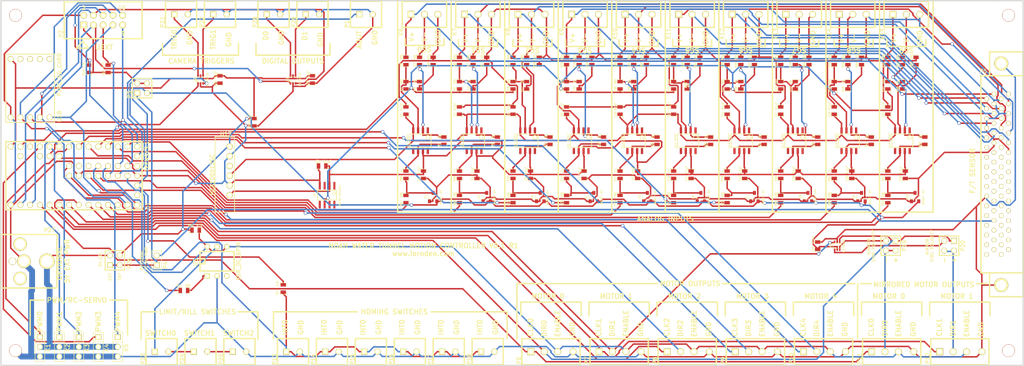
<source format=kicad_pcb>
(kicad_pcb (version 3) (host pcbnew "(2013-jul-07)-stable")
  (layers (15 F.Cu signal) (0 B.Cu signal) (18 B.Paste user) (19 F.Paste user) (20 B.SilkS user) (21 F.SilkS user) (22 B.Mask user) (23 F.Mask user) (28 Edge.Cuts user))
  (net 0 "")
  (net 1 /+12V)
  (net 2 /-12V)
  (net 3 /10V_REF)
  (net 4 /3V3_TNY)
  (net 5 /5V_EXT)
  (net 6 /5V_SEL)
  (net 7 /5V_TNY)
  (net 8 /AGND)
  (net 9 /AOUT)
  (net 10 /CLK0)
  (net 11 /CLK1)
  (net 12 /CLK2)
  (net 13 /CLK3)
  (net 14 /CLK4)
  (net 15 /D0,RX)
  (net 16 /D1,TX)
  (net 17 /D11,MOSI)
  (net 18 /D12,MISO)
  (net 19 /D13,SCK)
  (net 20 /D29,SCL)
  (net 21 /D30,SDA)
  (net 22 /DIR0)
  (net 23 /DIR0_INV)
  (net 24 /DIR0_SEL)
  (net 25 /DIR1)
  (net 26 /DIR1_INV)
  (net 27 /DIR1_SEL)
  (net 28 /DIR2)
  (net 29 /DIR3)
  (net 30 /DIR4)
  (net 31 /GND)
  (net 32 /HW_EN)
  (net 33 /INT0)
  (net 34 /PWM0)
  (net 35 /PWM1)
  (net 36 /PWM2)
  (net 37 /PWM3)
  (net 38 /PWM4,D10,CS)
  (net 39 /SG0)
  (net 40 /SG0_OUT)
  (net 41 /SG0_REF)
  (net 42 /SG1)
  (net 43 /SG1_OUT)
  (net 44 /SG1_REF)
  (net 45 /SG2)
  (net 46 /SG2_OUT)
  (net 47 /SG2_REF)
  (net 48 /SG3)
  (net 49 /SG3_OUT)
  (net 50 /SG3_REF)
  (net 51 /SG4)
  (net 52 /SG4_OUT)
  (net 53 /SG4_REF)
  (net 54 /SG5)
  (net 55 /SG5_OUT)
  (net 56 /SG5_REF)
  (net 57 /SG6)
  (net 58 /SG6_OUT)
  (net 59 /SG6_REF)
  (net 60 /SG7)
  (net 61 /SG7_OUT)
  (net 62 /SG7_REF)
  (net 63 /SG8)
  (net 64 /SG8_OUT)
  (net 65 /SG8_REF)
  (net 66 /SG9)
  (net 67 /SG9_OUT)
  (net 68 /SG9_REF)
  (net 69 /SW_EN)
  (net 70 /TRIG0)
  (net 71 /TRIG1)
  (net 72 /VUEXT)
  (net 73 N-000001)
  (net 74 N-0000010)
  (net 75 N-00000101)
  (net 76 N-00000103)
  (net 77 N-00000105)
  (net 78 N-00000107)
  (net 79 N-00000108)
  (net 80 N-0000011)
  (net 81 N-00000113)
  (net 82 N-0000012)
  (net 83 N-00000122)
  (net 84 N-00000123)
  (net 85 N-00000124)
  (net 86 N-00000126)
  (net 87 N-00000127)
  (net 88 N-00000129)
  (net 89 N-0000013)
  (net 90 N-00000134)
  (net 91 N-00000135)
  (net 92 N-00000136)
  (net 93 N-00000137)
  (net 94 N-00000138)
  (net 95 N-00000139)
  (net 96 N-0000014)
  (net 97 N-00000140)
  (net 98 N-00000141)
  (net 99 N-00000142)
  (net 100 N-0000015)
  (net 101 N-0000016)
  (net 102 N-0000017)
  (net 103 N-0000018)
  (net 104 N-0000019)
  (net 105 N-000002)
  (net 106 N-0000020)
  (net 107 N-0000021)
  (net 108 N-0000022)
  (net 109 N-0000023)
  (net 110 N-0000024)
  (net 111 N-0000025)
  (net 112 N-0000027)
  (net 113 N-0000028)
  (net 114 N-0000029)
  (net 115 N-000003)
  (net 116 N-0000030)
  (net 117 N-0000031)
  (net 118 N-0000032)
  (net 119 N-0000033)
  (net 120 N-0000034)
  (net 121 N-0000035)
  (net 122 N-0000044)
  (net 123 N-0000045)
  (net 124 N-000005)
  (net 125 N-0000050)
  (net 126 N-0000053)
  (net 127 N-000006)
  (net 128 N-000007)
  (net 129 N-000008)
  (net 130 N-000009)
  (net 131 N-0000099)
  (module TEENSY3X (layer F.Cu) (at 69.85 96.52 90)
    (fp_text reference U1 (at -7.874 19.304 90) (layer F.SilkS))
    (fp_text value TEENSY3.1 (at 5.08 19.05 90) (layer F.SilkS) (effects (font (size 1.016 1.016) (thickness 0.2032))))
    (pad 1 thru_hole circle (at -7.62 -16.51 90) (size 1.524 1.524) (drill 1.016) (layers *.Cu *.Mask F.SilkS) (net 31 /GND))
    (pad 2 thru_hole circle (at -7.62 -13.97 90) (size 1.524 1.524) (drill 1.016) (layers *.Cu *.Mask F.SilkS) (net 15 /D0,RX))
    (pad 3 thru_hole circle (at -7.62 -11.43 90) (size 1.524 1.524) (drill 1.016) (layers *.Cu *.Mask F.SilkS) (net 16 /D1,TX))
    (pad 4 thru_hole circle (at -7.62 -8.89 90) (size 1.524 1.524) (drill 1.016) (layers *.Cu *.Mask F.SilkS) (net 10 /CLK0))
    (pad 5 thru_hole circle (at -7.62 -6.35 90) (size 1.524 1.524) (drill 1.016) (layers *.Cu *.Mask F.SilkS) (net 22 /DIR0))
    (pad 6 thru_hole circle (at -7.62 -3.81 90) (size 1.524 1.524) (drill 1.016) (layers *.Cu *.Mask F.SilkS) (net 11 /CLK1))
    (pad 7 thru_hole circle (at -7.62 -1.27 90) (size 1.524 1.524) (drill 1.016) (layers *.Cu *.Mask F.SilkS) (net 25 /DIR1))
    (pad 8 thru_hole circle (at -7.62 1.27 90) (size 1.524 1.524) (drill 1.016) (layers *.Cu *.Mask F.SilkS) (net 12 /CLK2))
    (pad 9 thru_hole circle (at -7.62 3.81 90) (size 1.524 1.524) (drill 1.016) (layers *.Cu *.Mask F.SilkS) (net 28 /DIR2))
    (pad 10 thru_hole circle (at -7.62 6.35 90) (size 1.524 1.524) (drill 1.016) (layers *.Cu *.Mask F.SilkS) (net 13 /CLK3))
    (pad 11 thru_hole circle (at -7.62 8.89 90) (size 1.524 1.524) (drill 1.016) (layers *.Cu *.Mask F.SilkS) (net 29 /DIR3))
    (pad 12 thru_hole circle (at -7.62 11.43 90) (size 1.524 1.524) (drill 1.016) (layers *.Cu *.Mask F.SilkS) (net 38 /PWM4,D10,CS))
    (pad 13 thru_hole circle (at -7.62 13.97 90) (size 1.524 1.524) (drill 1.016) (layers *.Cu *.Mask F.SilkS) (net 17 /D11,MOSI))
    (pad 14 thru_hole circle (at -7.62 16.51 90) (size 1.524 1.524) (drill 1.016) (layers *.Cu *.Mask F.SilkS) (net 18 /D12,MISO))
    (pad 15 thru_hole circle (at -5.08 16.51 90) (size 1.524 1.524) (drill 1.016) (layers *.Cu *.Mask F.SilkS))
    (pad 16 thru_hole circle (at -2.54 16.51 90) (size 1.524 1.524) (drill 1.016) (layers *.Cu *.Mask F.SilkS) (net 4 /3V3_TNY))
    (pad 17 thru_hole circle (at 0 16.51 90) (size 1.524 1.524) (drill 1.016) (layers *.Cu *.Mask F.SilkS) (net 31 /GND))
    (pad 18 thru_hole circle (at 2.54 16.51 90) (size 1.524 1.524) (drill 1.016) (layers *.Cu *.Mask F.SilkS))
    (pad 19 thru_hole circle (at 5.08 16.51 90) (size 1.524 1.524) (drill 1.016) (layers *.Cu *.Mask F.SilkS) (net 9 /AOUT))
    (pad 20 thru_hole circle (at 7.62 16.51 90) (size 1.524 1.524) (drill 1.016) (layers *.Cu *.Mask F.SilkS) (net 19 /D13,SCK))
    (pad 21 thru_hole circle (at 7.62 13.97 90) (size 1.524 1.524) (drill 1.016) (layers *.Cu *.Mask F.SilkS) (net 39 /SG0))
    (pad 22 thru_hole circle (at 7.62 11.43 90) (size 1.524 1.524) (drill 1.016) (layers *.Cu *.Mask F.SilkS) (net 42 /SG1))
    (pad 23 thru_hole circle (at 7.62 8.89 90) (size 1.524 1.524) (drill 1.016) (layers *.Cu *.Mask F.SilkS) (net 45 /SG2))
    (pad 24 thru_hole circle (at 7.62 6.35 90) (size 1.524 1.524) (drill 1.016) (layers *.Cu *.Mask F.SilkS) (net 48 /SG3))
    (pad 25 thru_hole circle (at 7.62 3.81 90) (size 1.524 1.524) (drill 1.016) (layers *.Cu *.Mask F.SilkS) (net 51 /SG4))
    (pad 26 thru_hole circle (at 7.62 1.27 90) (size 1.524 1.524) (drill 1.016) (layers *.Cu *.Mask F.SilkS) (net 54 /SG5))
    (pad 27 thru_hole circle (at 7.62 -1.27 90) (size 1.524 1.524) (drill 1.016) (layers *.Cu *.Mask F.SilkS) (net 34 /PWM0))
    (pad 28 thru_hole circle (at 7.62 -3.81 90) (size 1.524 1.524) (drill 1.016) (layers *.Cu *.Mask F.SilkS) (net 35 /PWM1))
    (pad 29 thru_hole circle (at 7.62 -6.35 90) (size 1.524 1.524) (drill 1.016) (layers *.Cu *.Mask F.SilkS) (net 36 /PWM2))
    (pad 30 thru_hole circle (at 7.62 -8.89 90) (size 1.524 1.524) (drill 1.016) (layers *.Cu *.Mask F.SilkS) (net 37 /PWM3))
    (pad 31 thru_hole circle (at 7.62 -11.43 90) (size 1.524 1.524) (drill 1.016) (layers *.Cu *.Mask F.SilkS))
    (pad 32 thru_hole circle (at 7.62 -13.97 90) (size 1.524 1.524) (drill 1.016) (layers *.Cu *.Mask F.SilkS) (net 8 /AGND))
    (pad 33 thru_hole circle (at 7.62 -16.51 90) (size 1.524 1.524) (drill 1.016) (layers *.Cu *.Mask F.SilkS) (net 7 /5V_TNY))
    (pad 34 thru_hole circle (at 0 -1.27 90) (size 1.524 1.524) (drill 1.016) (layers *.Cu *.Mask F.SilkS) (net 63 /SG8))
    (pad 35 thru_hole circle (at 0 1.27 90) (size 1.524 1.524) (drill 1.016) (layers *.Cu *.Mask F.SilkS) (net 31 /GND))
    (pad 36 thru_hole circle (at 0 3.81 90) (size 1.524 1.524) (drill 1.016) (layers *.Cu *.Mask F.SilkS) (net 14 /CLK4))
    (pad 37 thru_hole circle (at 0 6.35 90) (size 1.524 1.524) (drill 1.016) (layers *.Cu *.Mask F.SilkS) (net 30 /DIR4))
    (pad 38 thru_hole circle (at 0 8.89 90) (size 1.524 1.524) (drill 1.016) (layers *.Cu *.Mask F.SilkS) (net 70 /TRIG0))
    (pad 39 thru_hole circle (at 0 11.43 90) (size 1.524 1.524) (drill 1.016) (layers *.Cu *.Mask F.SilkS) (net 71 /TRIG1))
    (pad 40 thru_hole circle (at 0 13.97 90) (size 1.524 1.524) (drill 1.016) (layers *.Cu *.Mask F.SilkS) (net 33 /INT0))
    (pad 41 thru_hole circle (at 2.54 13.97 90) (size 1.524 1.524) (drill 1.016) (layers *.Cu *.Mask F.SilkS) (net 20 /D29,SCL))
    (pad 42 thru_hole circle (at 2.54 11.43 90) (size 1.524 1.524) (drill 1.016) (layers *.Cu *.Mask F.SilkS) (net 21 /D30,SDA))
    (pad 43 thru_hole circle (at 2.54 8.89 90) (size 1.524 1.524) (drill 1.016) (layers *.Cu *.Mask F.SilkS) (net 32 /HW_EN))
    (pad 44 thru_hole circle (at 2.54 6.35 90) (size 1.524 1.524) (drill 1.016) (layers *.Cu *.Mask F.SilkS) (net 69 /SW_EN))
    (pad 45 thru_hole circle (at 2.54 3.81 90) (size 1.524 1.524) (drill 1.016) (layers *.Cu *.Mask F.SilkS))
    (pad 46 thru_hole circle (at 2.54 1.27 90) (size 1.524 1.524) (drill 1.016) (layers *.Cu *.Mask F.SilkS))
    (pad 47 thru_hole circle (at 2.54 -1.27 90) (size 1.524 1.524) (drill 1.016) (layers *.Cu *.Mask F.SilkS) (net 66 /SG9))
    (pad 48 thru_hole circle (at 5.08 -3.81 90) (size 1.524 1.524) (drill 1.016) (layers *.Cu *.Mask F.SilkS) (net 60 /SG7))
    (pad 49 thru_hole circle (at 5.08 -6.35 90) (size 1.524 1.524) (drill 1.016) (layers *.Cu *.Mask F.SilkS) (net 57 /SG6))
    (pad 50 thru_hole circle (at 5.08 -8.89 90) (size 1.524 1.524) (drill 1.016) (layers *.Cu *.Mask F.SilkS))
    (pad 51 thru_hole circle (at 5.08 -13.97 90) (size 1.524 1.524) (drill 1.016) (layers *.Cu *.Mask F.SilkS))
  )
  (module TE_CONN_DSUB_RA_68 (layer F.Cu) (at 317.5 96.139 90)
    (fp_text reference P5 (at 26.924 -10.414 180) (layer F.SilkS))
    (fp_text value CONN_34X2 hide)
    (pad 69 thru_hole circle (at -28.955 -5.705 90) (size 3.7 3.7) (drill 2.7) (layers *.Cu *.Mask F.SilkS) (net 31 /GND))
    (pad 70 thru_hole circle (at 28.955 -5.705 90) (size 3.7 3.7) (drill 2.7) (layers *.Cu *.Mask F.SilkS) (net 31 /GND))
    (pad 1 thru_hole circle (at -20.955 -9.515 90) (size 1.2 1.2) (drill 0.8) (layers *.Cu *.Mask F.SilkS))
    (pad 2 thru_hole circle (at -19.685 -7.61 90) (size 1.2 1.2) (drill 0.8) (layers *.Cu *.Mask F.SilkS))
    (pad 3 thru_hole circle (at -18.415 -9.515 90) (size 1.2 1.2) (drill 0.8) (layers *.Cu *.Mask F.SilkS))
    (pad 4 thru_hole circle (at -17.145 -7.61 90) (size 1.2 1.2) (drill 0.8) (layers *.Cu *.Mask F.SilkS))
    (pad 5 thru_hole circle (at -15.875 -9.515 90) (size 1.2 1.2) (drill 0.8) (layers *.Cu *.Mask F.SilkS))
    (pad 6 thru_hole circle (at -14.605 -7.61 90) (size 1.2 1.2) (drill 0.8) (layers *.Cu *.Mask F.SilkS))
    (pad 7 thru_hole circle (at -13.335 -9.515 90) (size 1.2 1.2) (drill 0.8) (layers *.Cu *.Mask F.SilkS))
    (pad 8 thru_hole circle (at -12.065 -7.61 90) (size 1.2 1.2) (drill 0.8) (layers *.Cu *.Mask F.SilkS) (net 126 N-0000053))
    (pad 9 thru_hole circle (at -10.795 -9.515 90) (size 1.2 1.2) (drill 0.8) (layers *.Cu *.Mask F.SilkS))
    (pad 10 thru_hole circle (at -9.525 -7.61 90) (size 1.2 1.2) (drill 0.8) (layers *.Cu *.Mask F.SilkS))
    (pad 11 thru_hole circle (at -8.255 -9.515 90) (size 1.2 1.2) (drill 0.8) (layers *.Cu *.Mask F.SilkS))
    (pad 12 thru_hole circle (at -6.985 -7.61 90) (size 1.2 1.2) (drill 0.8) (layers *.Cu *.Mask F.SilkS))
    (pad 13 thru_hole circle (at -5.715 -9.515 90) (size 1.2 1.2) (drill 0.8) (layers *.Cu *.Mask F.SilkS) (net 31 /GND))
    (pad 14 thru_hole circle (at -4.445 -7.61 90) (size 1.2 1.2) (drill 0.8) (layers *.Cu *.Mask F.SilkS))
    (pad 15 thru_hole circle (at -3.175 -9.515 90) (size 1.2 1.2) (drill 0.8) (layers *.Cu *.Mask F.SilkS))
    (pad 16 thru_hole circle (at -1.905 -7.61 90) (size 1.2 1.2) (drill 0.8) (layers *.Cu *.Mask F.SilkS))
    (pad 17 thru_hole circle (at -0.635 -9.515 90) (size 1.2 1.2) (drill 0.8) (layers *.Cu *.Mask F.SilkS))
    (pad 18 thru_hole circle (at 0.635 -7.61 90) (size 1.2 1.2) (drill 0.8) (layers *.Cu *.Mask F.SilkS))
    (pad 19 thru_hole circle (at 1.905 -9.515 90) (size 1.2 1.2) (drill 0.8) (layers *.Cu *.Mask F.SilkS))
    (pad 20 thru_hole circle (at 3.175 -7.61 90) (size 1.2 1.2) (drill 0.8) (layers *.Cu *.Mask F.SilkS))
    (pad 21 thru_hole circle (at 4.445 -9.515 90) (size 1.2 1.2) (drill 0.8) (layers *.Cu *.Mask F.SilkS))
    (pad 22 thru_hole circle (at 5.715 -7.61 90) (size 1.2 1.2) (drill 0.8) (layers *.Cu *.Mask F.SilkS))
    (pad 23 thru_hole circle (at 6.985 -9.515 90) (size 1.2 1.2) (drill 0.8) (layers *.Cu *.Mask F.SilkS))
    (pad 24 thru_hole circle (at 8.255 -7.61 90) (size 1.2 1.2) (drill 0.8) (layers *.Cu *.Mask F.SilkS) (net 8 /AGND))
    (pad 25 thru_hole circle (at 9.525 -9.515 90) (size 1.2 1.2) (drill 0.8) (layers *.Cu *.Mask F.SilkS) (net 58 /SG6_OUT))
    (pad 26 thru_hole circle (at 10.795 -7.61 90) (size 1.2 1.2) (drill 0.8) (layers *.Cu *.Mask F.SilkS) (net 56 /SG5_REF))
    (pad 27 thru_hole circle (at 12.065 -9.515 90) (size 1.2 1.2) (drill 0.8) (layers *.Cu *.Mask F.SilkS) (net 8 /AGND))
    (pad 28 thru_hole circle (at 13.335 -7.61 90) (size 1.2 1.2) (drill 0.8) (layers *.Cu *.Mask F.SilkS) (net 52 /SG4_OUT))
    (pad 29 thru_hole circle (at 14.605 -9.515 90) (size 1.2 1.2) (drill 0.8) (layers *.Cu *.Mask F.SilkS) (net 8 /AGND))
    (pad 30 thru_hole circle (at 15.875 -7.61 90) (size 1.2 1.2) (drill 0.8) (layers *.Cu *.Mask F.SilkS) (net 49 /SG3_OUT))
    (pad 31 thru_hole circle (at 17.145 -9.515 90) (size 1.2 1.2) (drill 0.8) (layers *.Cu *.Mask F.SilkS) (net 47 /SG2_REF))
    (pad 32 thru_hole circle (at 18.415 -7.61 90) (size 1.2 1.2) (drill 0.8) (layers *.Cu *.Mask F.SilkS) (net 8 /AGND))
    (pad 33 thru_hole circle (at 19.685 -9.515 90) (size 1.2 1.2) (drill 0.8) (layers *.Cu *.Mask F.SilkS) (net 43 /SG1_OUT))
    (pad 34 thru_hole circle (at 20.955 -7.61 90) (size 1.2 1.2) (drill 0.8) (layers *.Cu *.Mask F.SilkS) (net 41 /SG0_REF))
    (pad 35 thru_hole circle (at -20.955 -5.705 90) (size 1.2 1.2) (drill 0.8) (layers *.Cu *.Mask F.SilkS))
    (pad 36 thru_hole circle (at -19.685 -3.8 90) (size 1.2 1.2) (drill 0.8) (layers *.Cu *.Mask F.SilkS))
    (pad 37 thru_hole circle (at -18.415 -5.705 90) (size 1.2 1.2) (drill 0.8) (layers *.Cu *.Mask F.SilkS))
    (pad 38 thru_hole circle (at -17.145 -3.8 90) (size 1.2 1.2) (drill 0.8) (layers *.Cu *.Mask F.SilkS))
    (pad 39 thru_hole circle (at -15.875 -5.705 90) (size 1.2 1.2) (drill 0.8) (layers *.Cu *.Mask F.SilkS))
    (pad 40 thru_hole circle (at -14.605 -3.8 90) (size 1.2 1.2) (drill 0.8) (layers *.Cu *.Mask F.SilkS))
    (pad 41 thru_hole circle (at -13.335 -5.705 90) (size 1.2 1.2) (drill 0.8) (layers *.Cu *.Mask F.SilkS))
    (pad 42 thru_hole circle (at -12.065 -3.8 90) (size 1.2 1.2) (drill 0.8) (layers *.Cu *.Mask F.SilkS))
    (pad 43 thru_hole circle (at -10.795 -5.705 90) (size 1.2 1.2) (drill 0.8) (layers *.Cu *.Mask F.SilkS))
    (pad 44 thru_hole circle (at -9.525 -3.8 90) (size 1.2 1.2) (drill 0.8) (layers *.Cu *.Mask F.SilkS))
    (pad 45 thru_hole circle (at -8.255 -5.705 90) (size 1.2 1.2) (drill 0.8) (layers *.Cu *.Mask F.SilkS))
    (pad 46 thru_hole circle (at -6.985 -3.8 90) (size 1.2 1.2) (drill 0.8) (layers *.Cu *.Mask F.SilkS))
    (pad 47 thru_hole circle (at -5.715 -5.705 90) (size 1.2 1.2) (drill 0.8) (layers *.Cu *.Mask F.SilkS))
    (pad 48 thru_hole circle (at -4.445 -3.8 90) (size 1.2 1.2) (drill 0.8) (layers *.Cu *.Mask F.SilkS))
    (pad 49 thru_hole circle (at -3.175 -5.705 90) (size 1.2 1.2) (drill 0.8) (layers *.Cu *.Mask F.SilkS))
    (pad 50 thru_hole circle (at -1.905 -3.8 90) (size 1.2 1.2) (drill 0.8) (layers *.Cu *.Mask F.SilkS))
    (pad 51 thru_hole circle (at -0.635 -5.705 90) (size 1.2 1.2) (drill 0.8) (layers *.Cu *.Mask F.SilkS))
    (pad 52 thru_hole circle (at 0.635 -3.8 90) (size 1.2 1.2) (drill 0.8) (layers *.Cu *.Mask F.SilkS))
    (pad 53 thru_hole circle (at 1.905 -5.705 90) (size 1.2 1.2) (drill 0.8) (layers *.Cu *.Mask F.SilkS))
    (pad 54 thru_hole circle (at 3.175 -3.8 90) (size 1.2 1.2) (drill 0.8) (layers *.Cu *.Mask F.SilkS))
    (pad 55 thru_hole circle (at 4.445 -5.705 90) (size 1.2 1.2) (drill 0.8) (layers *.Cu *.Mask F.SilkS))
    (pad 56 thru_hole circle (at 5.715 -3.8 90) (size 1.2 1.2) (drill 0.8) (layers *.Cu *.Mask F.SilkS) (net 8 /AGND))
    (pad 57 thru_hole circle (at 6.985 -5.705 90) (size 1.2 1.2) (drill 0.8) (layers *.Cu *.Mask F.SilkS))
    (pad 58 thru_hole circle (at 8.255 -3.8 90) (size 1.2 1.2) (drill 0.8) (layers *.Cu *.Mask F.SilkS) (net 59 /SG6_REF))
    (pad 59 thru_hole circle (at 9.525 -5.705 90) (size 1.2 1.2) (drill 0.8) (layers *.Cu *.Mask F.SilkS) (net 8 /AGND))
    (pad 60 thru_hole circle (at 10.795 -3.8 90) (size 1.2 1.2) (drill 0.8) (layers *.Cu *.Mask F.SilkS) (net 55 /SG5_OUT))
    (pad 61 thru_hole circle (at 12.065 -5.705 90) (size 1.2 1.2) (drill 0.8) (layers *.Cu *.Mask F.SilkS) (net 53 /SG4_REF))
    (pad 62 thru_hole circle (at 13.335 -3.8 90) (size 1.2 1.2) (drill 0.8) (layers *.Cu *.Mask F.SilkS))
    (pad 63 thru_hole circle (at 14.605 -5.705 90) (size 1.2 1.2) (drill 0.8) (layers *.Cu *.Mask F.SilkS) (net 50 /SG3_REF))
    (pad 64 thru_hole circle (at 15.875 -3.8 90) (size 1.2 1.2) (drill 0.8) (layers *.Cu *.Mask F.SilkS) (net 8 /AGND))
    (pad 65 thru_hole circle (at 17.145 -5.705 90) (size 1.2 1.2) (drill 0.8) (layers *.Cu *.Mask F.SilkS) (net 46 /SG2_OUT))
    (pad 66 thru_hole circle (at 18.415 -3.8 90) (size 1.2 1.2) (drill 0.8) (layers *.Cu *.Mask F.SilkS) (net 44 /SG1_REF))
    (pad 67 thru_hole circle (at 19.685 -5.705 90) (size 1.2 1.2) (drill 0.8) (layers *.Cu *.Mask F.SilkS) (net 8 /AGND))
    (pad 68 thru_hole circle (at 20.955 -3.8 90) (size 1.2 1.2) (drill 0.8) (layers *.Cu *.Mask F.SilkS) (net 40 /SG0_OUT))
  )
  (module SOT23 (layer F.Cu) (at 289.306 102.108)
    (fp_text reference D10 (at -2.032 0 90) (layer F.SilkS) (effects (font (size 0.508 0.508) (thickness 0.1016))))
    (fp_text value BAS07-04 (at 2.159 0 90) (layer F.SilkS) (effects (font (size 0.50038 0.50038) (thickness 0.09906))))
    (pad 3 smd rect (at 0 -1.09982) (size 0.8001 1.00076) (layers F.Cu F.Paste F.Mask) (net 81 N-00000113))
    (pad 2 smd rect (at 0.9525 1.09982) (size 0.8001 1.00076) (layers F.Cu F.Paste F.Mask) (net 4 /3V3_TNY))
    (pad 1 smd rect (at -0.9525 1.09982) (size 0.8001 1.00076) (layers F.Cu F.Paste F.Mask) (net 8 /AGND))
  )
  (module SOT23 (layer F.Cu) (at 275.336 102.108)
    (fp_text reference D9 (at -2.032 0 90) (layer F.SilkS) (effects (font (size 0.508 0.508) (thickness 0.1016))))
    (fp_text value BAS07-04 (at 2.159 0 90) (layer F.SilkS) (effects (font (size 0.50038 0.50038) (thickness 0.09906))))
    (pad 3 smd rect (at 0 -1.09982) (size 0.8001 1.00076) (layers F.Cu F.Paste F.Mask) (net 87 N-00000127))
    (pad 2 smd rect (at 0.9525 1.09982) (size 0.8001 1.00076) (layers F.Cu F.Paste F.Mask) (net 4 /3V3_TNY))
    (pad 1 smd rect (at -0.9525 1.09982) (size 0.8001 1.00076) (layers F.Cu F.Paste F.Mask) (net 8 /AGND))
  )
  (module SOT23 (layer F.Cu) (at 261.366 102.108)
    (fp_text reference D8 (at -2.032 -0.127 90) (layer F.SilkS) (effects (font (size 0.508 0.508) (thickness 0.1016))))
    (fp_text value BAS07-04 (at 1.905 -0.127 90) (layer F.SilkS) (effects (font (size 0.50038 0.50038) (thickness 0.09906))))
    (pad 3 smd rect (at 0 -1.09982) (size 0.8001 1.00076) (layers F.Cu F.Paste F.Mask) (net 83 N-00000122))
    (pad 2 smd rect (at 0.9525 1.09982) (size 0.8001 1.00076) (layers F.Cu F.Paste F.Mask) (net 4 /3V3_TNY))
    (pad 1 smd rect (at -0.9525 1.09982) (size 0.8001 1.00076) (layers F.Cu F.Paste F.Mask) (net 8 /AGND))
  )
  (module SOT23 (layer F.Cu) (at 247.396 102.108)
    (fp_text reference D7 (at -2.032 0 90) (layer F.SilkS) (effects (font (size 0.508 0.508) (thickness 0.1016))))
    (fp_text value BAS07-04 (at 2.286 0 90) (layer F.SilkS) (effects (font (size 0.50038 0.50038) (thickness 0.09906))))
    (pad 3 smd rect (at 0 -1.09982) (size 0.8001 1.00076) (layers F.Cu F.Paste F.Mask) (net 85 N-00000124))
    (pad 2 smd rect (at 0.9525 1.09982) (size 0.8001 1.00076) (layers F.Cu F.Paste F.Mask) (net 4 /3V3_TNY))
    (pad 1 smd rect (at -0.9525 1.09982) (size 0.8001 1.00076) (layers F.Cu F.Paste F.Mask) (net 8 /AGND))
  )
  (module SOT23 (layer F.Cu) (at 233.426 102.108)
    (fp_text reference D6 (at -2.032 0 90) (layer F.SilkS) (effects (font (size 0.508 0.508) (thickness 0.1016))))
    (fp_text value BAS07-04 (at 2.032 0 90) (layer F.SilkS) (effects (font (size 0.50038 0.50038) (thickness 0.09906))))
    (pad 3 smd rect (at 0 -1.09982) (size 0.8001 1.00076) (layers F.Cu F.Paste F.Mask) (net 76 N-00000103))
    (pad 2 smd rect (at 0.9525 1.09982) (size 0.8001 1.00076) (layers F.Cu F.Paste F.Mask) (net 4 /3V3_TNY))
    (pad 1 smd rect (at -0.9525 1.09982) (size 0.8001 1.00076) (layers F.Cu F.Paste F.Mask) (net 8 /AGND))
  )
  (module SOT23 (layer F.Cu) (at 219.456 102.108)
    (fp_text reference D5 (at -2.032 0 90) (layer F.SilkS) (effects (font (size 0.508 0.508) (thickness 0.1016))))
    (fp_text value BAS07-04 (at 2.032 0 90) (layer F.SilkS) (effects (font (size 0.50038 0.50038) (thickness 0.09906))))
    (pad 3 smd rect (at 0 -1.09982) (size 0.8001 1.00076) (layers F.Cu F.Paste F.Mask) (net 77 N-00000105))
    (pad 2 smd rect (at 0.9525 1.09982) (size 0.8001 1.00076) (layers F.Cu F.Paste F.Mask) (net 4 /3V3_TNY))
    (pad 1 smd rect (at -0.9525 1.09982) (size 0.8001 1.00076) (layers F.Cu F.Paste F.Mask) (net 8 /AGND))
  )
  (module SOT23 (layer F.Cu) (at 205.486 102.108)
    (fp_text reference D4 (at -2.032 0 90) (layer F.SilkS) (effects (font (size 0.508 0.508) (thickness 0.1016))))
    (fp_text value BAS07-04 (at 2.032 0 90) (layer F.SilkS) (effects (font (size 0.50038 0.50038) (thickness 0.09906))))
    (pad 3 smd rect (at 0 -1.09982) (size 0.8001 1.00076) (layers F.Cu F.Paste F.Mask) (net 131 N-0000099))
    (pad 2 smd rect (at 0.9525 1.09982) (size 0.8001 1.00076) (layers F.Cu F.Paste F.Mask) (net 4 /3V3_TNY))
    (pad 1 smd rect (at -0.9525 1.09982) (size 0.8001 1.00076) (layers F.Cu F.Paste F.Mask) (net 8 /AGND))
  )
  (module SOT23 (layer F.Cu) (at 191.516 102.108)
    (fp_text reference D3 (at -2.032 0 90) (layer F.SilkS) (effects (font (size 0.508 0.508) (thickness 0.1016))))
    (fp_text value BAS07-04 (at 1.905 0.127 90) (layer F.SilkS) (effects (font (size 0.50038 0.50038) (thickness 0.09906))))
    (pad 3 smd rect (at 0 -1.09982) (size 0.8001 1.00076) (layers F.Cu F.Paste F.Mask) (net 75 N-00000101))
    (pad 2 smd rect (at 0.9525 1.09982) (size 0.8001 1.00076) (layers F.Cu F.Paste F.Mask) (net 4 /3V3_TNY))
    (pad 1 smd rect (at -0.9525 1.09982) (size 0.8001 1.00076) (layers F.Cu F.Paste F.Mask) (net 8 /AGND))
  )
  (module SOT23 (layer F.Cu) (at 177.546 102.108)
    (fp_text reference D2 (at -2.032 0 90) (layer F.SilkS) (effects (font (size 0.508 0.508) (thickness 0.1016))))
    (fp_text value BAS07-04 (at 2.032 0 90) (layer F.SilkS) (effects (font (size 0.50038 0.50038) (thickness 0.09906))))
    (pad 3 smd rect (at 0 -1.09982) (size 0.8001 1.00076) (layers F.Cu F.Paste F.Mask) (net 78 N-00000107))
    (pad 2 smd rect (at 0.9525 1.09982) (size 0.8001 1.00076) (layers F.Cu F.Paste F.Mask) (net 4 /3V3_TNY))
    (pad 1 smd rect (at -0.9525 1.09982) (size 0.8001 1.00076) (layers F.Cu F.Paste F.Mask) (net 8 /AGND))
  )
  (module SOT23 (layer F.Cu) (at 163.576 102.108)
    (fp_text reference D1 (at -2.032 -0.127 90) (layer F.SilkS) (effects (font (size 0.508 0.508) (thickness 0.1016))))
    (fp_text value BAS07-04 (at 2.032 0 90) (layer F.SilkS) (effects (font (size 0.50038 0.50038) (thickness 0.09906))))
    (pad 3 smd rect (at 0 -1.09982) (size 0.8001 1.00076) (layers F.Cu F.Paste F.Mask) (net 121 N-0000035))
    (pad 2 smd rect (at 0.9525 1.09982) (size 0.8001 1.00076) (layers F.Cu F.Paste F.Mask) (net 4 /3V3_TNY))
    (pad 1 smd rect (at -0.9525 1.09982) (size 0.8001 1.00076) (layers F.Cu F.Paste F.Mask) (net 8 /AGND))
  )
  (module SM0805 (layer F.Cu) (at 249.936 87.376 270)
    (fp_text reference R34 (at 1.016 1.27 270) (layer F.SilkS) (effects (font (size 0.50038 0.50038) (thickness 0.10922))))
    (fp_text value 3k (at -1.016 1.27 270) (layer F.SilkS) (effects (font (size 0.50038 0.50038) (thickness 0.10922))))
    (pad 1 smd rect (at -0.9525 0 270) (size 0.889 1.397) (layers F.Cu F.Paste F.Mask) (net 92 N-00000136))
    (pad 2 smd rect (at 0.9525 0 270) (size 0.889 1.397) (layers F.Cu F.Paste F.Mask) (net 79 N-00000108))
  )
  (module SM0805 (layer F.Cu) (at 271.78 66.548 270)
    (fp_text reference R45 (at 1.016 1.27 270) (layer F.SilkS) (effects (font (size 0.50038 0.50038) (thickness 0.10922))))
    (fp_text value 50k (at -1.016 1.27 270) (layer F.SilkS) (effects (font (size 0.50038 0.50038) (thickness 0.10922))))
    (pad 1 smd rect (at -0.9525 0 270) (size 0.889 1.397) (layers F.Cu F.Paste F.Mask) (net 65 /SG8_REF))
    (pad 2 smd rect (at 0.9525 0 270) (size 0.889 1.397) (layers F.Cu F.Paste F.Mask) (net 95 N-00000139))
  )
  (module SM0805 (layer F.Cu) (at 268.224 66.548 270)
    (fp_text reference R46 (at 1.016 1.27 270) (layer F.SilkS) (effects (font (size 0.50038 0.50038) (thickness 0.10922))))
    (fp_text value 50k (at -1.016 1.27 270) (layer F.SilkS) (effects (font (size 0.50038 0.50038) (thickness 0.10922))))
    (pad 1 smd rect (at -0.9525 0 270) (size 0.889 1.397) (layers F.Cu F.Paste F.Mask) (net 64 /SG8_OUT))
    (pad 2 smd rect (at 0.9525 0 270) (size 0.889 1.397) (layers F.Cu F.Paste F.Mask) (net 90 N-00000134))
  )
  (module SM0805 (layer F.Cu) (at 277.876 87.376 270)
    (fp_text reference R44 (at 1.016 1.27 270) (layer F.SilkS) (effects (font (size 0.50038 0.50038) (thickness 0.10922))))
    (fp_text value 3k (at -1.016 1.27 270) (layer F.SilkS) (effects (font (size 0.50038 0.50038) (thickness 0.10922))))
    (pad 1 smd rect (at -0.9525 0 270) (size 0.889 1.397) (layers F.Cu F.Paste F.Mask) (net 95 N-00000139))
    (pad 2 smd rect (at 0.9525 0 270) (size 0.889 1.397) (layers F.Cu F.Paste F.Mask) (net 88 N-00000129))
  )
  (module SM0805 (layer F.Cu) (at 282.194 72.898 90)
    (fp_text reference R54 (at -1.016 -1.27 90) (layer F.SilkS) (effects (font (size 0.50038 0.50038) (thickness 0.10922))))
    (fp_text value 50k (at 1.016 -1.27 90) (layer F.SilkS) (effects (font (size 0.50038 0.50038) (thickness 0.10922))))
    (pad 1 smd rect (at -0.9525 0 90) (size 0.889 1.397) (layers F.Cu F.Paste F.Mask) (net 3 /10V_REF))
    (pad 2 smd rect (at 0.9525 0 90) (size 0.889 1.397) (layers F.Cu F.Paste F.Mask) (net 99 N-00000142))
  )
  (module SM0805 (layer F.Cu) (at 254.254 72.898 90)
    (fp_text reference R42 (at -1.016 -1.27 90) (layer F.SilkS) (effects (font (size 0.50038 0.50038) (thickness 0.10922))))
    (fp_text value 50k (at 1.016 -1.27 90) (layer F.SilkS) (effects (font (size 0.50038 0.50038) (thickness 0.10922))))
    (pad 1 smd rect (at -0.9525 0 90) (size 0.889 1.397) (layers F.Cu F.Paste F.Mask) (net 3 /10V_REF))
    (pad 2 smd rect (at 0.9525 0 90) (size 0.889 1.397) (layers F.Cu F.Paste F.Mask) (net 97 N-00000140))
  )
  (module SM0805 (layer F.Cu) (at 258.064 72.898 90)
    (fp_text reference R43 (at -1.016 -1.27 90) (layer F.SilkS) (effects (font (size 0.50038 0.50038) (thickness 0.10922))))
    (fp_text value 3k (at 1.016 -1.27 90) (layer F.SilkS) (effects (font (size 0.50038 0.50038) (thickness 0.10922))))
    (pad 1 smd rect (at -0.9525 0 90) (size 0.889 1.397) (layers F.Cu F.Paste F.Mask) (net 113 N-0000028))
    (pad 2 smd rect (at 0.9525 0 90) (size 0.889 1.397) (layers F.Cu F.Paste F.Mask) (net 97 N-00000140))
  )
  (module SM0805 (layer F.Cu) (at 258.064 66.548 270)
    (fp_text reference R40 (at 1.016 1.27 270) (layer F.SilkS) (effects (font (size 0.50038 0.50038) (thickness 0.10922))))
    (fp_text value 50k (at -1.016 1.27 270) (layer F.SilkS) (effects (font (size 0.50038 0.50038) (thickness 0.10922))))
    (pad 1 smd rect (at -0.9525 0 270) (size 0.889 1.397) (layers F.Cu F.Paste F.Mask) (net 62 /SG7_REF))
    (pad 2 smd rect (at 0.9525 0 270) (size 0.889 1.397) (layers F.Cu F.Paste F.Mask) (net 98 N-00000141))
  )
  (module SM0805 (layer F.Cu) (at 254.254 66.548 270)
    (fp_text reference R41 (at 1.016 1.27 270) (layer F.SilkS) (effects (font (size 0.50038 0.50038) (thickness 0.10922))))
    (fp_text value 50k (at -1.016 1.27 270) (layer F.SilkS) (effects (font (size 0.50038 0.50038) (thickness 0.10922))))
    (pad 1 smd rect (at -0.9525 0 270) (size 0.889 1.397) (layers F.Cu F.Paste F.Mask) (net 61 /SG7_OUT))
    (pad 2 smd rect (at 0.9525 0 270) (size 0.889 1.397) (layers F.Cu F.Paste F.Mask) (net 97 N-00000140))
  )
  (module SM0805 (layer F.Cu) (at 263.906 87.376 270)
    (fp_text reference R39 (at 1.016 1.27 270) (layer F.SilkS) (effects (font (size 0.50038 0.50038) (thickness 0.10922))))
    (fp_text value 3k (at -1.016 1.27 270) (layer F.SilkS) (effects (font (size 0.50038 0.50038) (thickness 0.10922))))
    (pad 1 smd rect (at -0.9525 0 270) (size 0.889 1.397) (layers F.Cu F.Paste F.Mask) (net 98 N-00000141))
    (pad 2 smd rect (at 0.9525 0 270) (size 0.889 1.397) (layers F.Cu F.Paste F.Mask) (net 84 N-00000123))
  )
  (module SM0805 (layer F.Cu) (at 282.194 79.502 90)
    (fp_text reference C21 (at -1.016 -1.27 90) (layer F.SilkS) (effects (font (size 0.50038 0.50038) (thickness 0.10922))))
    (fp_text value 0.1uF (at 1.27 -1.27 90) (layer F.SilkS) (effects (font (size 0.50038 0.50038) (thickness 0.10922))))
    (pad 1 smd rect (at -0.9525 0 90) (size 0.889 1.397) (layers F.Cu F.Paste F.Mask) (net 2 /-12V))
    (pad 2 smd rect (at 0.9525 0 90) (size 0.889 1.397) (layers F.Cu F.Paste F.Mask) (net 8 /AGND))
  )
  (module SM0805 (layer F.Cu) (at 240.284 72.898 90)
    (fp_text reference R37 (at -1.016 -1.27 90) (layer F.SilkS) (effects (font (size 0.50038 0.50038) (thickness 0.10922))))
    (fp_text value 50k (at 1.016 -1.27 90) (layer F.SilkS) (effects (font (size 0.50038 0.50038) (thickness 0.10922))))
    (pad 1 smd rect (at -0.9525 0 90) (size 0.889 1.397) (layers F.Cu F.Paste F.Mask) (net 3 /10V_REF))
    (pad 2 smd rect (at 0.9525 0 90) (size 0.889 1.397) (layers F.Cu F.Paste F.Mask) (net 91 N-00000135))
  )
  (module SM0805 (layer F.Cu) (at 243.84 72.898 90)
    (fp_text reference R38 (at -1.016 -1.27 90) (layer F.SilkS) (effects (font (size 0.50038 0.50038) (thickness 0.10922))))
    (fp_text value 3k (at 1.016 -1.27 90) (layer F.SilkS) (effects (font (size 0.50038 0.50038) (thickness 0.10922))))
    (pad 1 smd rect (at -0.9525 0 90) (size 0.889 1.397) (layers F.Cu F.Paste F.Mask) (net 114 N-0000029))
    (pad 2 smd rect (at 0.9525 0 90) (size 0.889 1.397) (layers F.Cu F.Paste F.Mask) (net 91 N-00000135))
  )
  (module SM0805 (layer F.Cu) (at 243.84 66.548 270)
    (fp_text reference R35 (at 1.016 1.27 270) (layer F.SilkS) (effects (font (size 0.50038 0.50038) (thickness 0.10922))))
    (fp_text value 50k (at -1.016 1.27 270) (layer F.SilkS) (effects (font (size 0.50038 0.50038) (thickness 0.10922))))
    (pad 1 smd rect (at -0.9525 0 270) (size 0.889 1.397) (layers F.Cu F.Paste F.Mask) (net 59 /SG6_REF))
    (pad 2 smd rect (at 0.9525 0 270) (size 0.889 1.397) (layers F.Cu F.Paste F.Mask) (net 92 N-00000136))
  )
  (module SM0805 (layer F.Cu) (at 240.284 66.548 270)
    (fp_text reference R36 (at 1.016 1.27 270) (layer F.SilkS) (effects (font (size 0.50038 0.50038) (thickness 0.10922))))
    (fp_text value 50k (at -1.016 1.27 270) (layer F.SilkS) (effects (font (size 0.50038 0.50038) (thickness 0.10922))))
    (pad 1 smd rect (at -0.9525 0 270) (size 0.889 1.397) (layers F.Cu F.Paste F.Mask) (net 58 /SG6_OUT))
    (pad 2 smd rect (at 0.9525 0 270) (size 0.889 1.397) (layers F.Cu F.Paste F.Mask) (net 91 N-00000135))
  )
  (module SM0805 (layer F.Cu) (at 271.78 72.898 90)
    (fp_text reference R49 (at -1.016 -1.27 90) (layer F.SilkS) (effects (font (size 0.50038 0.50038) (thickness 0.10922))))
    (fp_text value 3k (at 1.016 -1.27 90) (layer F.SilkS) (effects (font (size 0.50038 0.50038) (thickness 0.10922))))
    (pad 1 smd rect (at -0.9525 0 90) (size 0.889 1.397) (layers F.Cu F.Paste F.Mask) (net 112 N-0000027))
    (pad 2 smd rect (at 0.9525 0 90) (size 0.889 1.397) (layers F.Cu F.Paste F.Mask) (net 90 N-00000134))
  )
  (module SM0805 (layer F.Cu) (at 286.766 96.266 270)
    (fp_text reference C20 (at 1.016 1.27 270) (layer F.SilkS) (effects (font (size 0.50038 0.50038) (thickness 0.10922))))
    (fp_text value 0.1uF (at -1.27 1.27 270) (layer F.SilkS) (effects (font (size 0.50038 0.50038) (thickness 0.10922))))
    (pad 1 smd rect (at -0.9525 0 270) (size 0.889 1.397) (layers F.Cu F.Paste F.Mask) (net 1 /+12V))
    (pad 2 smd rect (at 0.9525 0 270) (size 0.889 1.397) (layers F.Cu F.Paste F.Mask) (net 8 /AGND))
  )
  (module SM0805 (layer F.Cu) (at 226.314 72.898 90)
    (fp_text reference R32 (at -1.016 -1.27 90) (layer F.SilkS) (effects (font (size 0.50038 0.50038) (thickness 0.10922))))
    (fp_text value 50k (at 1.016 -1.27 90) (layer F.SilkS) (effects (font (size 0.50038 0.50038) (thickness 0.10922))))
    (pad 1 smd rect (at -0.9525 0 90) (size 0.889 1.397) (layers F.Cu F.Paste F.Mask) (net 3 /10V_REF))
    (pad 2 smd rect (at 0.9525 0 90) (size 0.889 1.397) (layers F.Cu F.Paste F.Mask) (net 93 N-00000137))
  )
  (module SM0805 (layer F.Cu) (at 229.87 72.898 90)
    (fp_text reference R33 (at 0 -0.3175 90) (layer F.SilkS) (effects (font (size 0.50038 0.50038) (thickness 0.10922))))
    (fp_text value 3k (at 0 0.381 90) (layer F.SilkS) (effects (font (size 0.50038 0.50038) (thickness 0.10922))))
    (pad 1 smd rect (at -0.9525 0 90) (size 0.889 1.397) (layers F.Cu F.Paste F.Mask) (net 116 N-0000030))
    (pad 2 smd rect (at 0.9525 0 90) (size 0.889 1.397) (layers F.Cu F.Paste F.Mask) (net 93 N-00000137))
  )
  (module SM0805 (layer F.Cu) (at 229.87 66.548 270)
    (fp_text reference R30 (at 1.016 1.27 270) (layer F.SilkS) (effects (font (size 0.50038 0.50038) (thickness 0.10922))))
    (fp_text value 50k (at -1.016 1.27 270) (layer F.SilkS) (effects (font (size 0.50038 0.50038) (thickness 0.10922))))
    (pad 1 smd rect (at -0.9525 0 270) (size 0.889 1.397) (layers F.Cu F.Paste F.Mask) (net 56 /SG5_REF))
    (pad 2 smd rect (at 0.9525 0 270) (size 0.889 1.397) (layers F.Cu F.Paste F.Mask) (net 94 N-00000138))
  )
  (module SM0805 (layer F.Cu) (at 226.314 66.548 270)
    (fp_text reference R31 (at 1.016 1.27 270) (layer F.SilkS) (effects (font (size 0.50038 0.50038) (thickness 0.10922))))
    (fp_text value 50k (at -1.016 1.27 270) (layer F.SilkS) (effects (font (size 0.50038 0.50038) (thickness 0.10922))))
    (pad 1 smd rect (at -0.9525 0 270) (size 0.889 1.397) (layers F.Cu F.Paste F.Mask) (net 55 /SG5_OUT))
    (pad 2 smd rect (at 0.9525 0 270) (size 0.889 1.397) (layers F.Cu F.Paste F.Mask) (net 93 N-00000137))
  )
  (module SM0805 (layer F.Cu) (at 235.966 87.376 270)
    (fp_text reference R29 (at 1.016 1.27 270) (layer F.SilkS) (effects (font (size 0.50038 0.50038) (thickness 0.10922))))
    (fp_text value 3k (at -1.016 1.27 270) (layer F.SilkS) (effects (font (size 0.50038 0.50038) (thickness 0.10922))))
    (pad 1 smd rect (at -0.9525 0 270) (size 0.889 1.397) (layers F.Cu F.Paste F.Mask) (net 94 N-00000138))
    (pad 2 smd rect (at 0.9525 0 270) (size 0.889 1.397) (layers F.Cu F.Paste F.Mask) (net 100 N-0000015))
  )
  (module SM0805 (layer F.Cu) (at 116.84 82.55 270)
    (fp_text reference C25 (at 1.016 1.27 270) (layer F.SilkS) (effects (font (size 0.50038 0.50038) (thickness 0.10922))))
    (fp_text value 0.1uF (at -1.27 1.27 270) (layer F.SilkS) (effects (font (size 0.50038 0.50038) (thickness 0.10922))))
    (pad 1 smd rect (at -0.9525 0 270) (size 0.889 1.397) (layers F.Cu F.Paste F.Mask) (net 7 /5V_TNY))
    (pad 2 smd rect (at 0.9525 0 270) (size 0.889 1.397) (layers F.Cu F.Paste F.Mask) (net 31 /GND))
  )
  (module SM0805 (layer F.Cu) (at 212.344 72.898 90)
    (fp_text reference R26 (at -1.016 -1.27 90) (layer F.SilkS) (effects (font (size 0.50038 0.50038) (thickness 0.10922))))
    (fp_text value 50k (at 1.016 -1.27 90) (layer F.SilkS) (effects (font (size 0.50038 0.50038) (thickness 0.10922))))
    (pad 1 smd rect (at -0.9525 0 90) (size 0.889 1.397) (layers F.Cu F.Paste F.Mask) (net 3 /10V_REF))
    (pad 2 smd rect (at 0.9525 0 90) (size 0.889 1.397) (layers F.Cu F.Paste F.Mask) (net 101 N-0000016))
  )
  (module SM0805 (layer F.Cu) (at 215.9 72.898 90)
    (fp_text reference R28 (at -1.016 -1.27 90) (layer F.SilkS) (effects (font (size 0.50038 0.50038) (thickness 0.10922))))
    (fp_text value 3k (at 1.016 -1.27 90) (layer F.SilkS) (effects (font (size 0.50038 0.50038) (thickness 0.10922))))
    (pad 1 smd rect (at -0.9525 0 90) (size 0.889 1.397) (layers F.Cu F.Paste F.Mask) (net 117 N-0000031))
    (pad 2 smd rect (at 0.9525 0 90) (size 0.889 1.397) (layers F.Cu F.Paste F.Mask) (net 101 N-0000016))
  )
  (module SM0805 (layer F.Cu) (at 215.9 66.548 270)
    (fp_text reference R24 (at 1.016 1.27 270) (layer F.SilkS) (effects (font (size 0.50038 0.50038) (thickness 0.10922))))
    (fp_text value 50k (at -1.016 1.27 270) (layer F.SilkS) (effects (font (size 0.50038 0.50038) (thickness 0.10922))))
    (pad 1 smd rect (at -0.9525 0 270) (size 0.889 1.397) (layers F.Cu F.Paste F.Mask) (net 53 /SG4_REF))
    (pad 2 smd rect (at 0.9525 0 270) (size 0.889 1.397) (layers F.Cu F.Paste F.Mask) (net 104 N-0000019))
  )
  (module SM0805 (layer F.Cu) (at 212.344 66.548 270)
    (fp_text reference R25 (at 1.016 1.27 270) (layer F.SilkS) (effects (font (size 0.50038 0.50038) (thickness 0.10922))))
    (fp_text value 50k (at -1.016 1.27 270) (layer F.SilkS) (effects (font (size 0.50038 0.50038) (thickness 0.10922))))
    (pad 1 smd rect (at -0.9525 0 270) (size 0.889 1.397) (layers F.Cu F.Paste F.Mask) (net 52 /SG4_OUT))
    (pad 2 smd rect (at 0.9525 0 270) (size 0.889 1.397) (layers F.Cu F.Paste F.Mask) (net 101 N-0000016))
  )
  (module SM0805 (layer F.Cu) (at 221.996 87.376 270)
    (fp_text reference R23 (at 1.016 1.27 270) (layer F.SilkS) (effects (font (size 0.50038 0.50038) (thickness 0.10922))))
    (fp_text value 3k (at -1.016 1.27 270) (layer F.SilkS) (effects (font (size 0.50038 0.50038) (thickness 0.10922))))
    (pad 1 smd rect (at -0.9525 0 270) (size 0.889 1.397) (layers F.Cu F.Paste F.Mask) (net 104 N-0000019))
    (pad 2 smd rect (at 0.9525 0 270) (size 0.889 1.397) (layers F.Cu F.Paste F.Mask) (net 103 N-0000018))
  )
  (module SM0805 (layer F.Cu) (at 198.374 72.898 90)
    (fp_text reference R21 (at -1.016 -1.27 90) (layer F.SilkS) (effects (font (size 0.50038 0.50038) (thickness 0.10922))))
    (fp_text value 50k (at 1.016 -1.27 90) (layer F.SilkS) (effects (font (size 0.50038 0.50038) (thickness 0.10922))))
    (pad 1 smd rect (at -0.9525 0 90) (size 0.889 1.397) (layers F.Cu F.Paste F.Mask) (net 3 /10V_REF))
    (pad 2 smd rect (at 0.9525 0 90) (size 0.889 1.397) (layers F.Cu F.Paste F.Mask) (net 82 N-0000012))
  )
  (module SM0805 (layer F.Cu) (at 184.404 79.502 90)
    (fp_text reference C6 (at -1.016 -1.27 90) (layer F.SilkS) (effects (font (size 0.50038 0.50038) (thickness 0.10922))))
    (fp_text value 0.1uF (at 1.016 -1.27 90) (layer F.SilkS) (effects (font (size 0.50038 0.50038) (thickness 0.10922))))
    (pad 1 smd rect (at -0.9525 0 90) (size 0.889 1.397) (layers F.Cu F.Paste F.Mask) (net 2 /-12V))
    (pad 2 smd rect (at 0.9525 0 90) (size 0.889 1.397) (layers F.Cu F.Paste F.Mask) (net 8 /AGND))
  )
  (module SM0805 (layer F.Cu) (at 272.796 96.266 270)
    (fp_text reference C18 (at 1.016 1.27 270) (layer F.SilkS) (effects (font (size 0.50038 0.50038) (thickness 0.10922))))
    (fp_text value 0.1uF (at -1.27 1.27 270) (layer F.SilkS) (effects (font (size 0.50038 0.50038) (thickness 0.10922))))
    (pad 1 smd rect (at -0.9525 0 270) (size 0.889 1.397) (layers F.Cu F.Paste F.Mask) (net 1 /+12V))
    (pad 2 smd rect (at 0.9525 0 270) (size 0.889 1.397) (layers F.Cu F.Paste F.Mask) (net 8 /AGND))
  )
  (module SM0805 (layer F.Cu) (at 268.224 79.502 90)
    (fp_text reference C19 (at -1.016 -1.27 90) (layer F.SilkS) (effects (font (size 0.50038 0.50038) (thickness 0.10922))))
    (fp_text value 0.1uF (at 1.27 -1.27 90) (layer F.SilkS) (effects (font (size 0.50038 0.50038) (thickness 0.10922))))
    (pad 1 smd rect (at -0.9525 0 90) (size 0.889 1.397) (layers F.Cu F.Paste F.Mask) (net 2 /-12V))
    (pad 2 smd rect (at 0.9525 0 90) (size 0.889 1.397) (layers F.Cu F.Paste F.Mask) (net 8 /AGND))
  )
  (module SM0805 (layer F.Cu) (at 258.826 96.266 270)
    (fp_text reference C16 (at 1.016 1.27 270) (layer F.SilkS) (effects (font (size 0.50038 0.50038) (thickness 0.10922))))
    (fp_text value 0.1uF (at -1.27 1.27 270) (layer F.SilkS) (effects (font (size 0.50038 0.50038) (thickness 0.10922))))
    (pad 1 smd rect (at -0.9525 0 270) (size 0.889 1.397) (layers F.Cu F.Paste F.Mask) (net 1 /+12V))
    (pad 2 smd rect (at 0.9525 0 270) (size 0.889 1.397) (layers F.Cu F.Paste F.Mask) (net 8 /AGND))
  )
  (module SM0805 (layer F.Cu) (at 254.254 79.502 90)
    (fp_text reference C17 (at -1.016 -1.27 90) (layer F.SilkS) (effects (font (size 0.50038 0.50038) (thickness 0.10922))))
    (fp_text value 0.1uF (at 1.27 -1.27 90) (layer F.SilkS) (effects (font (size 0.50038 0.50038) (thickness 0.10922))))
    (pad 1 smd rect (at -0.9525 0 90) (size 0.889 1.397) (layers F.Cu F.Paste F.Mask) (net 2 /-12V))
    (pad 2 smd rect (at 0.9525 0 90) (size 0.889 1.397) (layers F.Cu F.Paste F.Mask) (net 8 /AGND))
  )
  (module SM0805 (layer F.Cu) (at 244.856 96.266 270)
    (fp_text reference C13 (at 1.016 1.27 270) (layer F.SilkS) (effects (font (size 0.50038 0.50038) (thickness 0.10922))))
    (fp_text value 0.1uF (at -1.27 1.27 270) (layer F.SilkS) (effects (font (size 0.50038 0.50038) (thickness 0.10922))))
    (pad 1 smd rect (at -0.9525 0 270) (size 0.889 1.397) (layers F.Cu F.Paste F.Mask) (net 1 /+12V))
    (pad 2 smd rect (at 0.9525 0 270) (size 0.889 1.397) (layers F.Cu F.Paste F.Mask) (net 8 /AGND))
  )
  (module SM0805 (layer F.Cu) (at 240.284 79.502 90)
    (fp_text reference C14 (at -1.016 -1.27 90) (layer F.SilkS) (effects (font (size 0.50038 0.50038) (thickness 0.10922))))
    (fp_text value 0.1uF (at 1.27 -1.27 90) (layer F.SilkS) (effects (font (size 0.50038 0.50038) (thickness 0.10922))))
    (pad 1 smd rect (at -0.9525 0 90) (size 0.889 1.397) (layers F.Cu F.Paste F.Mask) (net 2 /-12V))
    (pad 2 smd rect (at 0.9525 0 90) (size 0.889 1.397) (layers F.Cu F.Paste F.Mask) (net 8 /AGND))
  )
  (module SM0805 (layer F.Cu) (at 230.886 96.266 270)
    (fp_text reference C11 (at 1.016 1.27 270) (layer F.SilkS) (effects (font (size 0.50038 0.50038) (thickness 0.10922))))
    (fp_text value 0.1uF (at -1.27 1.27 270) (layer F.SilkS) (effects (font (size 0.50038 0.50038) (thickness 0.10922))))
    (pad 1 smd rect (at -0.9525 0 270) (size 0.889 1.397) (layers F.Cu F.Paste F.Mask) (net 1 /+12V))
    (pad 2 smd rect (at 0.9525 0 270) (size 0.889 1.397) (layers F.Cu F.Paste F.Mask) (net 8 /AGND))
  )
  (module SM0805 (layer F.Cu) (at 226.314 79.502 90)
    (fp_text reference C12 (at -1.016 -1.27 90) (layer F.SilkS) (effects (font (size 0.50038 0.50038) (thickness 0.10922))))
    (fp_text value 0.1uF (at 1.27 -1.27 90) (layer F.SilkS) (effects (font (size 0.50038 0.50038) (thickness 0.10922))))
    (pad 1 smd rect (at -0.9525 0 90) (size 0.889 1.397) (layers F.Cu F.Paste F.Mask) (net 2 /-12V))
    (pad 2 smd rect (at 0.9525 0 90) (size 0.889 1.397) (layers F.Cu F.Paste F.Mask) (net 8 /AGND))
  )
  (module SM0805 (layer F.Cu) (at 216.916 96.266 270)
    (fp_text reference C9 (at 1.016 1.27 270) (layer F.SilkS) (effects (font (size 0.50038 0.50038) (thickness 0.10922))))
    (fp_text value 0.1uF (at -1.016 1.27 270) (layer F.SilkS) (effects (font (size 0.50038 0.50038) (thickness 0.10922))))
    (pad 1 smd rect (at -0.9525 0 270) (size 0.889 1.397) (layers F.Cu F.Paste F.Mask) (net 1 /+12V))
    (pad 2 smd rect (at 0.9525 0 270) (size 0.889 1.397) (layers F.Cu F.Paste F.Mask) (net 8 /AGND))
  )
  (module SM0805 (layer F.Cu) (at 212.344 79.502 90)
    (fp_text reference C10 (at -1.016 -1.27 90) (layer F.SilkS) (effects (font (size 0.50038 0.50038) (thickness 0.10922))))
    (fp_text value 0.1uF (at 1.016 -1.27 90) (layer F.SilkS) (effects (font (size 0.50038 0.50038) (thickness 0.10922))))
    (pad 1 smd rect (at -0.9525 0 90) (size 0.889 1.397) (layers F.Cu F.Paste F.Mask) (net 2 /-12V))
    (pad 2 smd rect (at 0.9525 0 90) (size 0.889 1.397) (layers F.Cu F.Paste F.Mask) (net 8 /AGND))
  )
  (module SM0805 (layer F.Cu) (at 202.946 96.266 270)
    (fp_text reference C7 (at 1.016 1.27 270) (layer F.SilkS) (effects (font (size 0.50038 0.50038) (thickness 0.10922))))
    (fp_text value 0.1uF (at -1.016 1.27 270) (layer F.SilkS) (effects (font (size 0.50038 0.50038) (thickness 0.10922))))
    (pad 1 smd rect (at -0.9525 0 270) (size 0.889 1.397) (layers F.Cu F.Paste F.Mask) (net 1 /+12V))
    (pad 2 smd rect (at 0.9525 0 270) (size 0.889 1.397) (layers F.Cu F.Paste F.Mask) (net 8 /AGND))
  )
  (module SM0805 (layer F.Cu) (at 198.374 79.502 90)
    (fp_text reference C8 (at -1.016 -1.27 90) (layer F.SilkS) (effects (font (size 0.50038 0.50038) (thickness 0.10922))))
    (fp_text value 0.1uF (at 1.016 -1.27 90) (layer F.SilkS) (effects (font (size 0.50038 0.50038) (thickness 0.10922))))
    (pad 1 smd rect (at -0.9525 0 90) (size 0.889 1.397) (layers F.Cu F.Paste F.Mask) (net 2 /-12V))
    (pad 2 smd rect (at 0.9525 0 90) (size 0.889 1.397) (layers F.Cu F.Paste F.Mask) (net 8 /AGND))
  )
  (module SM0805 (layer F.Cu) (at 188.976 96.266 270)
    (fp_text reference C5 (at 1.016 1.27 270) (layer F.SilkS) (effects (font (size 0.50038 0.50038) (thickness 0.10922))))
    (fp_text value 0.1uF (at -1.016 1.27 270) (layer F.SilkS) (effects (font (size 0.50038 0.50038) (thickness 0.10922))))
    (pad 1 smd rect (at -0.9525 0 270) (size 0.889 1.397) (layers F.Cu F.Paste F.Mask) (net 1 /+12V))
    (pad 2 smd rect (at 0.9525 0 270) (size 0.889 1.397) (layers F.Cu F.Paste F.Mask) (net 8 /AGND))
  )
  (module SM0805 (layer F.Cu) (at 163.576 66.548 270)
    (fp_text reference R56 (at 1.016 1.27 270) (layer F.SilkS) (effects (font (size 0.50038 0.50038) (thickness 0.10922))))
    (fp_text value 191 (at -1.016 1.27 270) (layer F.SilkS) (effects (font (size 0.50038 0.50038) (thickness 0.10922))))
    (pad 1 smd rect (at -0.9525 0 270) (size 0.889 1.397) (layers F.Cu F.Paste F.Mask) (net 8 /AGND))
    (pad 2 smd rect (at 0.9525 0 270) (size 0.889 1.397) (layers F.Cu F.Paste F.Mask) (net 125 N-0000050))
  )
  (module SM0805 (layer F.Cu) (at 175.006 96.266 270)
    (fp_text reference C3 (at 1.016 1.27 270) (layer F.SilkS) (effects (font (size 0.50038 0.50038) (thickness 0.10922))))
    (fp_text value 0.1uF (at -1.016 1.27 270) (layer F.SilkS) (effects (font (size 0.50038 0.50038) (thickness 0.10922))))
    (pad 1 smd rect (at -0.9525 0 270) (size 0.889 1.397) (layers F.Cu F.Paste F.Mask) (net 1 /+12V))
    (pad 2 smd rect (at 0.9525 0 270) (size 0.889 1.397) (layers F.Cu F.Paste F.Mask) (net 8 /AGND))
  )
  (module SM0805 (layer F.Cu) (at 170.434 79.502 90)
    (fp_text reference C4 (at -1.016 -1.27 90) (layer F.SilkS) (effects (font (size 0.50038 0.50038) (thickness 0.10922))))
    (fp_text value 0.1uF (at 1.016 -1.27 90) (layer F.SilkS) (effects (font (size 0.50038 0.50038) (thickness 0.10922))))
    (pad 1 smd rect (at -0.9525 0 90) (size 0.889 1.397) (layers F.Cu F.Paste F.Mask) (net 2 /-12V))
    (pad 2 smd rect (at 0.9525 0 90) (size 0.889 1.397) (layers F.Cu F.Paste F.Mask) (net 8 /AGND))
  )
  (module SM0805 (layer F.Cu) (at 161.036 96.266 270)
    (fp_text reference C1 (at 1.27 1.27 270) (layer F.SilkS) (effects (font (size 0.50038 0.50038) (thickness 0.10922))))
    (fp_text value 0.1uF (at -1.27 1.27 270) (layer F.SilkS) (effects (font (size 0.50038 0.50038) (thickness 0.10922))))
    (pad 1 smd rect (at -0.9525 0 270) (size 0.889 1.397) (layers F.Cu F.Paste F.Mask) (net 1 /+12V))
    (pad 2 smd rect (at 0.9525 0 270) (size 0.889 1.397) (layers F.Cu F.Paste F.Mask) (net 8 /AGND))
  )
  (module SM0805 (layer F.Cu) (at 156.464 79.502 90)
    (fp_text reference C2 (at -1.27 -1.27 90) (layer F.SilkS) (effects (font (size 0.50038 0.50038) (thickness 0.10922))))
    (fp_text value 0.1uF (at 1.016 -1.27 90) (layer F.SilkS) (effects (font (size 0.50038 0.50038) (thickness 0.10922))))
    (pad 1 smd rect (at -0.9525 0 90) (size 0.889 1.397) (layers F.Cu F.Paste F.Mask) (net 2 /-12V))
    (pad 2 smd rect (at 0.9525 0 90) (size 0.889 1.397) (layers F.Cu F.Paste F.Mask) (net 8 /AGND))
  )
  (module SM0805 (layer F.Cu) (at 132.08 71.374 270)
    (fp_text reference C23 (at 1.016 1.27 270) (layer F.SilkS) (effects (font (size 0.50038 0.50038) (thickness 0.10922))))
    (fp_text value 0.1uF (at -1.27 1.27 270) (layer F.SilkS) (effects (font (size 0.50038 0.50038) (thickness 0.10922))))
    (pad 1 smd rect (at -0.9525 0 270) (size 0.889 1.397) (layers F.Cu F.Paste F.Mask) (net 7 /5V_TNY))
    (pad 2 smd rect (at 0.9525 0 270) (size 0.889 1.397) (layers F.Cu F.Paste F.Mask) (net 31 /GND))
  )
  (module SM0805 (layer F.Cu) (at 107.95 71.374 270)
    (fp_text reference C22 (at 1.016 1.27 270) (layer F.SilkS) (effects (font (size 0.50038 0.50038) (thickness 0.10922))))
    (fp_text value 0.1uF (at -1.27 1.27 270) (layer F.SilkS) (effects (font (size 0.50038 0.50038) (thickness 0.10922))))
    (pad 1 smd rect (at -0.9525 0 270) (size 0.889 1.397) (layers F.Cu F.Paste F.Mask) (net 7 /5V_TNY))
    (pad 2 smd rect (at 0.9525 0 270) (size 0.889 1.397) (layers F.Cu F.Paste F.Mask) (net 31 /GND))
  )
  (module SM0805 (layer F.Cu) (at 263.906 114.808 90)
    (fp_text reference C15 (at -1.016 -1.27 90) (layer F.SilkS) (effects (font (size 0.50038 0.50038) (thickness 0.10922))))
    (fp_text value 0.1uF (at 1.524 -1.27 90) (layer F.SilkS) (effects (font (size 0.50038 0.50038) (thickness 0.10922))))
    (pad 1 smd rect (at -0.9525 0 90) (size 0.889 1.397) (layers F.Cu F.Paste F.Mask) (net 4 /3V3_TNY))
    (pad 2 smd rect (at 0.9525 0 90) (size 0.889 1.397) (layers F.Cu F.Paste F.Mask) (net 31 /GND))
  )
  (module SM0805 (layer F.Cu) (at 134.62 93.98 180)
    (fp_text reference C24 (at 1.016 1.27 180) (layer F.SilkS) (effects (font (size 0.50038 0.50038) (thickness 0.10922))))
    (fp_text value 0.1uF (at -1.27 1.27 180) (layer F.SilkS) (effects (font (size 0.50038 0.50038) (thickness 0.10922))))
    (pad 1 smd rect (at -0.9525 0 180) (size 0.889 1.397) (layers F.Cu F.Paste F.Mask) (net 1 /+12V))
    (pad 2 smd rect (at 0.9525 0 180) (size 0.889 1.397) (layers F.Cu F.Paste F.Mask) (net 31 /GND))
  )
  (module SM0805 (layer F.Cu) (at 291.846 87.376 270)
    (fp_text reference R50 (at 1.016 1.27 270) (layer F.SilkS) (effects (font (size 0.50038 0.50038) (thickness 0.10922))))
    (fp_text value 3k (at -1.016 1.27 270) (layer F.SilkS) (effects (font (size 0.50038 0.50038) (thickness 0.10922))))
    (pad 1 smd rect (at -0.9525 0 270) (size 0.889 1.397) (layers F.Cu F.Paste F.Mask) (net 123 N-0000045))
    (pad 2 smd rect (at 0.9525 0 270) (size 0.889 1.397) (layers F.Cu F.Paste F.Mask) (net 86 N-00000126))
  )
  (module SM0805 (layer F.Cu) (at 282.194 66.548 270)
    (fp_text reference R52 (at 1.016 1.27 270) (layer F.SilkS) (effects (font (size 0.50038 0.50038) (thickness 0.10922))))
    (fp_text value 50k (at -1.016 1.27 270) (layer F.SilkS) (effects (font (size 0.50038 0.50038) (thickness 0.10922))))
    (pad 1 smd rect (at -0.9525 0 270) (size 0.889 1.397) (layers F.Cu F.Paste F.Mask) (net 67 /SG9_OUT))
    (pad 2 smd rect (at 0.9525 0 270) (size 0.889 1.397) (layers F.Cu F.Paste F.Mask) (net 99 N-00000142))
  )
  (module SM0805 (layer F.Cu) (at 286.004 66.548 270)
    (fp_text reference R51 (at 1.016 1.27 270) (layer F.SilkS) (effects (font (size 0.50038 0.50038) (thickness 0.10922))))
    (fp_text value 50k (at -1.016 1.27 270) (layer F.SilkS) (effects (font (size 0.50038 0.50038) (thickness 0.10922))))
    (pad 1 smd rect (at -0.9525 0 270) (size 0.889 1.397) (layers F.Cu F.Paste F.Mask) (net 68 /SG9_REF))
    (pad 2 smd rect (at 0.9525 0 270) (size 0.889 1.397) (layers F.Cu F.Paste F.Mask) (net 123 N-0000045))
  )
  (module SM0805 (layer F.Cu) (at 286.004 72.898 90)
    (fp_text reference R55 (at -1.016 -1.27 90) (layer F.SilkS) (effects (font (size 0.50038 0.50038) (thickness 0.10922))))
    (fp_text value 3k (at 0.762 -1.27 90) (layer F.SilkS) (effects (font (size 0.50038 0.50038) (thickness 0.10922))))
    (pad 1 smd rect (at -0.9525 0 90) (size 0.889 1.397) (layers F.Cu F.Paste F.Mask) (net 122 N-0000044))
    (pad 2 smd rect (at 0.9525 0 90) (size 0.889 1.397) (layers F.Cu F.Paste F.Mask) (net 99 N-00000142))
  )
  (module SM0805 (layer F.Cu) (at 268.224 72.898 90)
    (fp_text reference R48 (at -1.016 -1.27 90) (layer F.SilkS) (effects (font (size 0.50038 0.50038) (thickness 0.10922))))
    (fp_text value 50k (at 1.016 -1.27 90) (layer F.SilkS) (effects (font (size 0.50038 0.50038) (thickness 0.10922))))
    (pad 1 smd rect (at -0.9525 0 90) (size 0.889 1.397) (layers F.Cu F.Paste F.Mask) (net 3 /10V_REF))
    (pad 2 smd rect (at 0.9525 0 90) (size 0.889 1.397) (layers F.Cu F.Paste F.Mask) (net 90 N-00000134))
  )
  (module SM0805 (layer F.Cu) (at 212.344 102.616 270)
    (fp_text reference R75 (at 1.016 1.27 270) (layer F.SilkS) (effects (font (size 0.50038 0.50038) (thickness 0.10922))))
    (fp_text value 100 (at -1.016 1.27 270) (layer F.SilkS) (effects (font (size 0.50038 0.50038) (thickness 0.10922))))
    (pad 1 smd rect (at -0.9525 0 270) (size 0.889 1.397) (layers F.Cu F.Paste F.Mask) (net 77 N-00000105))
    (pad 2 smd rect (at 0.9525 0 270) (size 0.889 1.397) (layers F.Cu F.Paste F.Mask) (net 51 /SG4))
  )
  (module SM0805 (layer F.Cu) (at 289.56 66.548 270)
    (fp_text reference R65 (at 1.016 1.27 270) (layer F.SilkS) (effects (font (size 0.50038 0.50038) (thickness 0.10922))))
    (fp_text value 191 (at -1.016 1.27 270) (layer F.SilkS) (effects (font (size 0.50038 0.50038) (thickness 0.10922))))
    (pad 1 smd rect (at -0.9525 0 270) (size 0.889 1.397) (layers F.Cu F.Paste F.Mask) (net 8 /AGND))
    (pad 2 smd rect (at 0.9525 0 270) (size 0.889 1.397) (layers F.Cu F.Paste F.Mask) (net 122 N-0000044))
  )
  (module SM0805 (layer F.Cu) (at 156.464 96.266 270)
    (fp_text reference R66 (at 1.016 1.27 270) (layer F.SilkS) (effects (font (size 0.50038 0.50038) (thickness 0.10922))))
    (fp_text value 1k (at -1.016 1.27 270) (layer F.SilkS) (effects (font (size 0.50038 0.50038) (thickness 0.10922))))
    (pad 1 smd rect (at -0.9525 0 270) (size 0.889 1.397) (layers F.Cu F.Paste F.Mask) (net 107 N-0000021))
    (pad 2 smd rect (at 0.9525 0 270) (size 0.889 1.397) (layers F.Cu F.Paste F.Mask) (net 121 N-0000035))
  )
  (module SM0805 (layer F.Cu) (at 201.676 72.898 90)
    (fp_text reference R22 (at -1.016 -1.27 90) (layer F.SilkS) (effects (font (size 0.50038 0.50038) (thickness 0.10922))))
    (fp_text value 3k (at 1.016 -1.27 90) (layer F.SilkS) (effects (font (size 0.50038 0.50038) (thickness 0.10922))))
    (pad 1 smd rect (at -0.9525 0 90) (size 0.889 1.397) (layers F.Cu F.Paste F.Mask) (net 118 N-0000032))
    (pad 2 smd rect (at 0.9525 0 90) (size 0.889 1.397) (layers F.Cu F.Paste F.Mask) (net 82 N-0000012))
  )
  (module SM0805 (layer F.Cu) (at 78.74 68.58 90)
    (fp_text reference R14 (at -1.016 -1.27 90) (layer F.SilkS) (effects (font (size 0.50038 0.50038) (thickness 0.10922))))
    (fp_text value 4.7k (at 1.016 -1.27 90) (layer F.SilkS) (effects (font (size 0.50038 0.50038) (thickness 0.10922))))
    (pad 1 smd rect (at -0.9525 0 90) (size 0.889 1.397) (layers F.Cu F.Paste F.Mask) (net 72 /VUEXT))
    (pad 2 smd rect (at 0.9525 0 90) (size 0.889 1.397) (layers F.Cu F.Paste F.Mask) (net 20 /D29,SCL))
  )
  (module SM0805 (layer F.Cu) (at 73.66 68.58 90)
    (fp_text reference R15 (at -1.016 -1.27 90) (layer F.SilkS) (effects (font (size 0.50038 0.50038) (thickness 0.10922))))
    (fp_text value 4.7k (at 1.016 -1.27 90) (layer F.SilkS) (effects (font (size 0.50038 0.50038) (thickness 0.10922))))
    (pad 1 smd rect (at -0.9525 0 90) (size 0.889 1.397) (layers F.Cu F.Paste F.Mask) (net 72 /VUEXT))
    (pad 2 smd rect (at 0.9525 0 90) (size 0.889 1.397) (layers F.Cu F.Paste F.Mask) (net 21 /D30,SDA))
  )
  (module SM0805 (layer F.Cu) (at 170.434 96.266 270)
    (fp_text reference R68 (at 1.016 1.27 270) (layer F.SilkS) (effects (font (size 0.50038 0.50038) (thickness 0.10922))))
    (fp_text value 1k (at -1.016 1.27 270) (layer F.SilkS) (effects (font (size 0.50038 0.50038) (thickness 0.10922))))
    (pad 1 smd rect (at -0.9525 0 270) (size 0.889 1.397) (layers F.Cu F.Paste F.Mask) (net 108 N-0000022))
    (pad 2 smd rect (at 0.9525 0 270) (size 0.889 1.397) (layers F.Cu F.Paste F.Mask) (net 78 N-00000107))
  )
  (module SM0805 (layer F.Cu) (at 170.434 102.616 270)
    (fp_text reference R69 (at 1.016 1.27 270) (layer F.SilkS) (effects (font (size 0.50038 0.50038) (thickness 0.10922))))
    (fp_text value 100 (at -1.016 1.27 270) (layer F.SilkS) (effects (font (size 0.50038 0.50038) (thickness 0.10922))))
    (pad 1 smd rect (at -0.9525 0 270) (size 0.889 1.397) (layers F.Cu F.Paste F.Mask) (net 78 N-00000107))
    (pad 2 smd rect (at 0.9525 0 270) (size 0.889 1.397) (layers F.Cu F.Paste F.Mask) (net 42 /SG1))
  )
  (module SM0805 (layer F.Cu) (at 184.404 96.266 270)
    (fp_text reference R70 (at 1.016 1.27 270) (layer F.SilkS) (effects (font (size 0.50038 0.50038) (thickness 0.10922))))
    (fp_text value 1k (at -1.016 1.27 270) (layer F.SilkS) (effects (font (size 0.50038 0.50038) (thickness 0.10922))))
    (pad 1 smd rect (at -0.9525 0 270) (size 0.889 1.397) (layers F.Cu F.Paste F.Mask) (net 96 N-0000014))
    (pad 2 smd rect (at 0.9525 0 270) (size 0.889 1.397) (layers F.Cu F.Paste F.Mask) (net 75 N-00000101))
  )
  (module SM0805 (layer F.Cu) (at 184.404 102.616 270)
    (fp_text reference R71 (at 1.016 1.27 270) (layer F.SilkS) (effects (font (size 0.50038 0.50038) (thickness 0.10922))))
    (fp_text value 100 (at -1.016 1.27 270) (layer F.SilkS) (effects (font (size 0.50038 0.50038) (thickness 0.10922))))
    (pad 1 smd rect (at -0.9525 0 270) (size 0.889 1.397) (layers F.Cu F.Paste F.Mask) (net 75 N-00000101))
    (pad 2 smd rect (at 0.9525 0 270) (size 0.889 1.397) (layers F.Cu F.Paste F.Mask) (net 45 /SG2))
  )
  (module SM0805 (layer F.Cu) (at 198.374 96.266 270)
    (fp_text reference R72 (at 1.016 1.27 270) (layer F.SilkS) (effects (font (size 0.50038 0.50038) (thickness 0.10922))))
    (fp_text value 1k (at -1.016 1.27 270) (layer F.SilkS) (effects (font (size 0.50038 0.50038) (thickness 0.10922))))
    (pad 1 smd rect (at -0.9525 0 270) (size 0.889 1.397) (layers F.Cu F.Paste F.Mask) (net 74 N-0000010))
    (pad 2 smd rect (at 0.9525 0 270) (size 0.889 1.397) (layers F.Cu F.Paste F.Mask) (net 131 N-0000099))
  )
  (module SM0805 (layer F.Cu) (at 198.374 102.616 270)
    (fp_text reference R73 (at 1.016 1.27 270) (layer F.SilkS) (effects (font (size 0.50038 0.50038) (thickness 0.10922))))
    (fp_text value 100 (at -1.016 1.27 270) (layer F.SilkS) (effects (font (size 0.50038 0.50038) (thickness 0.10922))))
    (pad 1 smd rect (at -0.9525 0 270) (size 0.889 1.397) (layers F.Cu F.Paste F.Mask) (net 131 N-0000099))
    (pad 2 smd rect (at 0.9525 0 270) (size 0.889 1.397) (layers F.Cu F.Paste F.Mask) (net 48 /SG3))
  )
  (module SM0805 (layer F.Cu) (at 98.552 126.492)
    (fp_text reference R47 (at -1.27 -1.27) (layer F.SilkS) (effects (font (size 0.50038 0.50038) (thickness 0.10922))))
    (fp_text value 500 (at 1.016 -1.27) (layer F.SilkS) (effects (font (size 0.50038 0.50038) (thickness 0.10922))))
    (pad 1 smd rect (at -0.9525 0) (size 0.889 1.397) (layers F.Cu F.Paste F.Mask) (net 69 /SW_EN))
    (pad 2 smd rect (at 0.9525 0) (size 0.889 1.397) (layers F.Cu F.Paste F.Mask) (net 105 N-000002))
  )
  (module SM0805 (layer F.Cu) (at 212.344 96.266 270)
    (fp_text reference R74 (at 1.016 1.27 270) (layer F.SilkS) (effects (font (size 0.50038 0.50038) (thickness 0.10922))))
    (fp_text value 1k (at -1.016 1.27 270) (layer F.SilkS) (effects (font (size 0.50038 0.50038) (thickness 0.10922))))
    (pad 1 smd rect (at -0.9525 0 270) (size 0.889 1.397) (layers F.Cu F.Paste F.Mask) (net 103 N-0000018))
    (pad 2 smd rect (at 0.9525 0 270) (size 0.889 1.397) (layers F.Cu F.Paste F.Mask) (net 77 N-00000105))
  )
  (module SM0805 (layer F.Cu) (at 156.464 102.616 270)
    (fp_text reference R67 (at 1.016 1.27 270) (layer F.SilkS) (effects (font (size 0.50038 0.50038) (thickness 0.10922))))
    (fp_text value 100 (at -1.016 1.27 270) (layer F.SilkS) (effects (font (size 0.50038 0.50038) (thickness 0.10922))))
    (pad 1 smd rect (at -0.9525 0 270) (size 0.889 1.397) (layers F.Cu F.Paste F.Mask) (net 121 N-0000035))
    (pad 2 smd rect (at 0.9525 0 270) (size 0.889 1.397) (layers F.Cu F.Paste F.Mask) (net 39 /SG0))
  )
  (module SM0805 (layer F.Cu) (at 101.6 110.744)
    (fp_text reference R53 (at -1.27 -1.27) (layer F.SilkS) (effects (font (size 0.50038 0.50038) (thickness 0.10922))))
    (fp_text value 4.7k (at 1.016 -1.27) (layer F.SilkS) (effects (font (size 0.50038 0.50038) (thickness 0.10922))))
    (pad 1 smd rect (at -0.9525 0) (size 0.889 1.397) (layers F.Cu F.Paste F.Mask) (net 7 /5V_TNY))
    (pad 2 smd rect (at 0.9525 0) (size 0.889 1.397) (layers F.Cu F.Paste F.Mask) (net 32 /HW_EN))
  )
  (module SM0805 (layer F.Cu) (at 226.314 96.266 270)
    (fp_text reference R76 (at 1.016 1.27 270) (layer F.SilkS) (effects (font (size 0.50038 0.50038) (thickness 0.10922))))
    (fp_text value 1k (at -1.016 1.27 270) (layer F.SilkS) (effects (font (size 0.50038 0.50038) (thickness 0.10922))))
    (pad 1 smd rect (at -0.9525 0 270) (size 0.889 1.397) (layers F.Cu F.Paste F.Mask) (net 100 N-0000015))
    (pad 2 smd rect (at 0.9525 0 270) (size 0.889 1.397) (layers F.Cu F.Paste F.Mask) (net 76 N-00000103))
  )
  (module SM0805 (layer F.Cu) (at 226.314 102.616 270)
    (fp_text reference R77 (at 1.016 1.27 270) (layer F.SilkS) (effects (font (size 0.50038 0.50038) (thickness 0.10922))))
    (fp_text value 100 (at -1.016 1.27 270) (layer F.SilkS) (effects (font (size 0.50038 0.50038) (thickness 0.10922))))
    (pad 1 smd rect (at -0.9525 0 270) (size 0.889 1.397) (layers F.Cu F.Paste F.Mask) (net 76 N-00000103))
    (pad 2 smd rect (at 0.9525 0 270) (size 0.889 1.397) (layers F.Cu F.Paste F.Mask) (net 54 /SG5))
  )
  (module SM0805 (layer F.Cu) (at 240.284 96.266 270)
    (fp_text reference R78 (at 1.016 1.27 270) (layer F.SilkS) (effects (font (size 0.50038 0.50038) (thickness 0.10922))))
    (fp_text value 1k (at -0.762 1.27 270) (layer F.SilkS) (effects (font (size 0.50038 0.50038) (thickness 0.10922))))
    (pad 1 smd rect (at -0.9525 0 270) (size 0.889 1.397) (layers F.Cu F.Paste F.Mask) (net 79 N-00000108))
    (pad 2 smd rect (at 0.9525 0 270) (size 0.889 1.397) (layers F.Cu F.Paste F.Mask) (net 85 N-00000124))
  )
  (module SM0805 (layer F.Cu) (at 124.46 125.984 90)
    (fp_text reference R27 (at -1.016 -1.524 90) (layer F.SilkS) (effects (font (size 0.50038 0.50038) (thickness 0.10922))))
    (fp_text value 3.3k (at 1.27 -1.524 90) (layer F.SilkS) (effects (font (size 0.50038 0.50038) (thickness 0.10922))))
    (pad 1 smd rect (at -0.9525 0 90) (size 0.889 1.397) (layers F.Cu F.Paste F.Mask) (net 33 /INT0))
    (pad 2 smd rect (at 0.9525 0 90) (size 0.889 1.397) (layers F.Cu F.Paste F.Mask) (net 4 /3V3_TNY))
  )
  (module SM0805 (layer F.Cu) (at 240.284 102.616 270)
    (fp_text reference R79 (at 1.016 1.27 270) (layer F.SilkS) (effects (font (size 0.50038 0.50038) (thickness 0.10922))))
    (fp_text value 100 (at -1.016 1.27 270) (layer F.SilkS) (effects (font (size 0.50038 0.50038) (thickness 0.10922))))
    (pad 1 smd rect (at -0.9525 0 270) (size 0.889 1.397) (layers F.Cu F.Paste F.Mask) (net 85 N-00000124))
    (pad 2 smd rect (at 0.9525 0 270) (size 0.889 1.397) (layers F.Cu F.Paste F.Mask) (net 57 /SG6))
  )
  (module SM0805 (layer F.Cu) (at 254.254 96.266 270)
    (fp_text reference R80 (at 1.016 1.27 270) (layer F.SilkS) (effects (font (size 0.50038 0.50038) (thickness 0.10922))))
    (fp_text value 1k (at -1.016 1.27 270) (layer F.SilkS) (effects (font (size 0.50038 0.50038) (thickness 0.10922))))
    (pad 1 smd rect (at -0.9525 0 270) (size 0.889 1.397) (layers F.Cu F.Paste F.Mask) (net 84 N-00000123))
    (pad 2 smd rect (at 0.9525 0 270) (size 0.889 1.397) (layers F.Cu F.Paste F.Mask) (net 83 N-00000122))
  )
  (module SM0805 (layer F.Cu) (at 254.254 102.616 270)
    (fp_text reference R81 (at 1.016 1.27 270) (layer F.SilkS) (effects (font (size 0.50038 0.50038) (thickness 0.10922))))
    (fp_text value 100 (at -1.016 1.27 270) (layer F.SilkS) (effects (font (size 0.50038 0.50038) (thickness 0.10922))))
    (pad 1 smd rect (at -0.9525 0 270) (size 0.889 1.397) (layers F.Cu F.Paste F.Mask) (net 83 N-00000122))
    (pad 2 smd rect (at 0.9525 0 270) (size 0.889 1.397) (layers F.Cu F.Paste F.Mask) (net 60 /SG7))
  )
  (module SM0805 (layer F.Cu) (at 268.224 96.266 270)
    (fp_text reference R82 (at 1.016 1.27 270) (layer F.SilkS) (effects (font (size 0.50038 0.50038) (thickness 0.10922))))
    (fp_text value 1k (at -1.016 1.27 270) (layer F.SilkS) (effects (font (size 0.50038 0.50038) (thickness 0.10922))))
    (pad 1 smd rect (at -0.9525 0 270) (size 0.889 1.397) (layers F.Cu F.Paste F.Mask) (net 88 N-00000129))
    (pad 2 smd rect (at 0.9525 0 270) (size 0.889 1.397) (layers F.Cu F.Paste F.Mask) (net 87 N-00000127))
  )
  (module SM0805 (layer F.Cu) (at 268.224 102.616 270)
    (fp_text reference R83 (at 1.016 1.27 270) (layer F.SilkS) (effects (font (size 0.50038 0.50038) (thickness 0.10922))))
    (fp_text value 100 (at -1.016 1.27 270) (layer F.SilkS) (effects (font (size 0.50038 0.50038) (thickness 0.10922))))
    (pad 1 smd rect (at -0.9525 0 270) (size 0.889 1.397) (layers F.Cu F.Paste F.Mask) (net 87 N-00000127))
    (pad 2 smd rect (at 0.9525 0 270) (size 0.889 1.397) (layers F.Cu F.Paste F.Mask) (net 63 /SG8))
  )
  (module SM0805 (layer F.Cu) (at 282.194 96.266 270)
    (fp_text reference R84 (at 1.016 1.27 270) (layer F.SilkS) (effects (font (size 0.50038 0.50038) (thickness 0.10922))))
    (fp_text value 1k (at -1.016 1.27 270) (layer F.SilkS) (effects (font (size 0.50038 0.50038) (thickness 0.10922))))
    (pad 1 smd rect (at -0.9525 0 270) (size 0.889 1.397) (layers F.Cu F.Paste F.Mask) (net 86 N-00000126))
    (pad 2 smd rect (at 0.9525 0 270) (size 0.889 1.397) (layers F.Cu F.Paste F.Mask) (net 81 N-00000113))
  )
  (module SM0805 (layer F.Cu) (at 282.194 102.616 270)
    (fp_text reference R85 (at 1.016 1.27 270) (layer F.SilkS) (effects (font (size 0.50038 0.50038) (thickness 0.10922))))
    (fp_text value 100 (at -1.016 1.27 270) (layer F.SilkS) (effects (font (size 0.50038 0.50038) (thickness 0.10922))))
    (pad 1 smd rect (at -0.9525 0 270) (size 0.889 1.397) (layers F.Cu F.Paste F.Mask) (net 81 N-00000113))
    (pad 2 smd rect (at 0.9525 0 270) (size 0.889 1.397) (layers F.Cu F.Paste F.Mask) (net 66 /SG9))
  )
  (module SM0805 (layer F.Cu) (at 170.434 66.548 270)
    (fp_text reference R8 (at 1.016 1.27 270) (layer F.SilkS) (effects (font (size 0.50038 0.50038) (thickness 0.10922))))
    (fp_text value 50k (at -1.016 1.27 270) (layer F.SilkS) (effects (font (size 0.50038 0.50038) (thickness 0.10922))))
    (pad 1 smd rect (at -0.9525 0 270) (size 0.889 1.397) (layers F.Cu F.Paste F.Mask) (net 43 /SG1_OUT))
    (pad 2 smd rect (at 0.9525 0 270) (size 0.889 1.397) (layers F.Cu F.Paste F.Mask) (net 109 N-0000023))
  )
  (module SM0805 (layer F.Cu) (at 201.676 66.548 270)
    (fp_text reference R19 (at 1.016 1.27 270) (layer F.SilkS) (effects (font (size 0.50038 0.50038) (thickness 0.10922))))
    (fp_text value 50k (at -1.016 1.27 270) (layer F.SilkS) (effects (font (size 0.50038 0.50038) (thickness 0.10922))))
    (pad 1 smd rect (at -0.9525 0 270) (size 0.889 1.397) (layers F.Cu F.Paste F.Mask) (net 50 /SG3_REF))
    (pad 2 smd rect (at 0.9525 0 270) (size 0.889 1.397) (layers F.Cu F.Paste F.Mask) (net 80 N-0000011))
  )
  (module SM0805 (layer F.Cu) (at 198.374 66.548 270)
    (fp_text reference R20 (at 1.016 1.27 270) (layer F.SilkS) (effects (font (size 0.50038 0.50038) (thickness 0.10922))))
    (fp_text value 50k (at -1.016 1.27 270) (layer F.SilkS) (effects (font (size 0.50038 0.50038) (thickness 0.10922))))
    (pad 1 smd rect (at -0.9525 0 270) (size 0.889 1.397) (layers F.Cu F.Paste F.Mask) (net 49 /SG3_OUT))
    (pad 2 smd rect (at 0.9525 0 270) (size 0.889 1.397) (layers F.Cu F.Paste F.Mask) (net 82 N-0000012))
  )
  (module SM0805 (layer F.Cu) (at 208.026 87.376 270)
    (fp_text reference R18 (at 1.016 1.27 270) (layer F.SilkS) (effects (font (size 0.50038 0.50038) (thickness 0.10922))))
    (fp_text value 3k (at -1.016 1.27 270) (layer F.SilkS) (effects (font (size 0.50038 0.50038) (thickness 0.10922))))
    (pad 1 smd rect (at -0.9525 0 270) (size 0.889 1.397) (layers F.Cu F.Paste F.Mask) (net 80 N-0000011))
    (pad 2 smd rect (at 0.9525 0 270) (size 0.889 1.397) (layers F.Cu F.Paste F.Mask) (net 74 N-0000010))
  )
  (module SM0805 (layer F.Cu) (at 177.546 66.548 270)
    (fp_text reference R57 (at 1.016 1.27 270) (layer F.SilkS) (effects (font (size 0.50038 0.50038) (thickness 0.10922))))
    (fp_text value 191 (at -1.016 1.27 270) (layer F.SilkS) (effects (font (size 0.50038 0.50038) (thickness 0.10922))))
    (pad 1 smd rect (at -0.9525 0 270) (size 0.889 1.397) (layers F.Cu F.Paste F.Mask) (net 8 /AGND))
    (pad 2 smd rect (at 0.9525 0 270) (size 0.889 1.397) (layers F.Cu F.Paste F.Mask) (net 120 N-0000034))
  )
  (module SM0805 (layer F.Cu) (at 184.404 72.898 90)
    (fp_text reference R16 (at -1.016 -1.27 90) (layer F.SilkS) (effects (font (size 0.50038 0.50038) (thickness 0.10922))))
    (fp_text value 50k (at 1.016 -1.27 90) (layer F.SilkS) (effects (font (size 0.50038 0.50038) (thickness 0.10922))))
    (pad 1 smd rect (at -0.9525 0 90) (size 0.889 1.397) (layers F.Cu F.Paste F.Mask) (net 3 /10V_REF))
    (pad 2 smd rect (at 0.9525 0 90) (size 0.889 1.397) (layers F.Cu F.Paste F.Mask) (net 89 N-0000013))
  )
  (module SM0805 (layer F.Cu) (at 187.96 72.898 90)
    (fp_text reference R17 (at -1.016 -1.27 90) (layer F.SilkS) (effects (font (size 0.50038 0.50038) (thickness 0.10922))))
    (fp_text value 3k (at 1.016 -1.27 90) (layer F.SilkS) (effects (font (size 0.50038 0.50038) (thickness 0.10922))))
    (pad 1 smd rect (at -0.9525 0 90) (size 0.889 1.397) (layers F.Cu F.Paste F.Mask) (net 119 N-0000033))
    (pad 2 smd rect (at 0.9525 0 90) (size 0.889 1.397) (layers F.Cu F.Paste F.Mask) (net 89 N-0000013))
  )
  (module SM0805 (layer F.Cu) (at 187.96 66.548 270)
    (fp_text reference R12 (at 1.016 1.27 270) (layer F.SilkS) (effects (font (size 0.50038 0.50038) (thickness 0.10922))))
    (fp_text value 50k (at -1.016 1.27 270) (layer F.SilkS) (effects (font (size 0.50038 0.50038) (thickness 0.10922))))
    (pad 1 smd rect (at -0.9525 0 270) (size 0.889 1.397) (layers F.Cu F.Paste F.Mask) (net 47 /SG2_REF))
    (pad 2 smd rect (at 0.9525 0 270) (size 0.889 1.397) (layers F.Cu F.Paste F.Mask) (net 102 N-0000017))
  )
  (module SM0805 (layer F.Cu) (at 184.404 66.548 270)
    (fp_text reference R13 (at 1.016 1.27 270) (layer F.SilkS) (effects (font (size 0.50038 0.50038) (thickness 0.10922))))
    (fp_text value 50k (at -1.016 1.27 270) (layer F.SilkS) (effects (font (size 0.50038 0.50038) (thickness 0.10922))))
    (pad 1 smd rect (at -0.9525 0 270) (size 0.889 1.397) (layers F.Cu F.Paste F.Mask) (net 46 /SG2_OUT))
    (pad 2 smd rect (at 0.9525 0 270) (size 0.889 1.397) (layers F.Cu F.Paste F.Mask) (net 89 N-0000013))
  )
  (module SM0805 (layer F.Cu) (at 194.056 87.376 270)
    (fp_text reference R11 (at 1.016 1.27 270) (layer F.SilkS) (effects (font (size 0.50038 0.50038) (thickness 0.10922))))
    (fp_text value 3k (at -1.016 1.27 270) (layer F.SilkS) (effects (font (size 0.50038 0.50038) (thickness 0.10922))))
    (pad 1 smd rect (at -0.9525 0 270) (size 0.889 1.397) (layers F.Cu F.Paste F.Mask) (net 102 N-0000017))
    (pad 2 smd rect (at 0.9525 0 270) (size 0.889 1.397) (layers F.Cu F.Paste F.Mask) (net 96 N-0000014))
  )
  (module SM0805 (layer F.Cu) (at 191.262 66.548 270)
    (fp_text reference R58 (at 1.016 1.27 270) (layer F.SilkS) (effects (font (size 0.50038 0.50038) (thickness 0.10922))))
    (fp_text value 191 (at -1.016 1.27 270) (layer F.SilkS) (effects (font (size 0.50038 0.50038) (thickness 0.10922))))
    (pad 1 smd rect (at -0.9525 0 270) (size 0.889 1.397) (layers F.Cu F.Paste F.Mask) (net 8 /AGND))
    (pad 2 smd rect (at 0.9525 0 270) (size 0.889 1.397) (layers F.Cu F.Paste F.Mask) (net 119 N-0000033))
  )
  (module SM0805 (layer F.Cu) (at 170.434 72.898 90)
    (fp_text reference R9 (at -1.016 -1.27 90) (layer F.SilkS) (effects (font (size 0.50038 0.50038) (thickness 0.10922))))
    (fp_text value 50k (at 1.016 -1.27 90) (layer F.SilkS) (effects (font (size 0.50038 0.50038) (thickness 0.10922))))
    (pad 1 smd rect (at -0.9525 0 90) (size 0.889 1.397) (layers F.Cu F.Paste F.Mask) (net 3 /10V_REF))
    (pad 2 smd rect (at 0.9525 0 90) (size 0.889 1.397) (layers F.Cu F.Paste F.Mask) (net 109 N-0000023))
  )
  (module SM0805 (layer F.Cu) (at 173.99 72.898 90)
    (fp_text reference R10 (at -1.016 -1.27 90) (layer F.SilkS) (effects (font (size 0.50038 0.50038) (thickness 0.10922))))
    (fp_text value 3k (at 1.016 -1.27 90) (layer F.SilkS) (effects (font (size 0.50038 0.50038) (thickness 0.10922))))
    (pad 1 smd rect (at -0.9525 0 90) (size 0.889 1.397) (layers F.Cu F.Paste F.Mask) (net 120 N-0000034))
    (pad 2 smd rect (at 0.9525 0 90) (size 0.889 1.397) (layers F.Cu F.Paste F.Mask) (net 109 N-0000023))
  )
  (module SM0805 (layer F.Cu) (at 173.99 66.548 270)
    (fp_text reference R7 (at 1.016 1.27 270) (layer F.SilkS) (effects (font (size 0.50038 0.50038) (thickness 0.10922))))
    (fp_text value 50k (at -1.016 1.27 270) (layer F.SilkS) (effects (font (size 0.50038 0.50038) (thickness 0.10922))))
    (pad 1 smd rect (at -0.9525 0 270) (size 0.889 1.397) (layers F.Cu F.Paste F.Mask) (net 44 /SG1_REF))
    (pad 2 smd rect (at 0.9525 0 270) (size 0.889 1.397) (layers F.Cu F.Paste F.Mask) (net 110 N-0000024))
  )
  (module SM0805 (layer F.Cu) (at 275.336 66.548 270)
    (fp_text reference R64 (at 1.016 1.27 270) (layer F.SilkS) (effects (font (size 0.50038 0.50038) (thickness 0.10922))))
    (fp_text value 191 (at -1.016 1.27 270) (layer F.SilkS) (effects (font (size 0.50038 0.50038) (thickness 0.10922))))
    (pad 1 smd rect (at -0.9525 0 270) (size 0.889 1.397) (layers F.Cu F.Paste F.Mask) (net 8 /AGND))
    (pad 2 smd rect (at 0.9525 0 270) (size 0.889 1.397) (layers F.Cu F.Paste F.Mask) (net 112 N-0000027))
  )
  (module SM0805 (layer F.Cu) (at 180.34 87.376 270)
    (fp_text reference R6 (at 1.016 1.27 270) (layer F.SilkS) (effects (font (size 0.50038 0.50038) (thickness 0.10922))))
    (fp_text value 3k (at -1.016 1.27 270) (layer F.SilkS) (effects (font (size 0.50038 0.50038) (thickness 0.10922))))
    (pad 1 smd rect (at -0.9525 0 270) (size 0.889 1.397) (layers F.Cu F.Paste F.Mask) (net 110 N-0000024))
    (pad 2 smd rect (at 0.9525 0 270) (size 0.889 1.397) (layers F.Cu F.Paste F.Mask) (net 108 N-0000022))
  )
  (module SM0805 (layer F.Cu) (at 166.37 87.376 270)
    (fp_text reference R1 (at 1.016 1.27 270) (layer F.SilkS) (effects (font (size 0.50038 0.50038) (thickness 0.10922))))
    (fp_text value 3k (at -1.016 1.27 270) (layer F.SilkS) (effects (font (size 0.50038 0.50038) (thickness 0.10922))))
    (pad 1 smd rect (at -0.9525 0 270) (size 0.889 1.397) (layers F.Cu F.Paste F.Mask) (net 106 N-0000020))
    (pad 2 smd rect (at 0.9525 0 270) (size 0.889 1.397) (layers F.Cu F.Paste F.Mask) (net 107 N-0000021))
  )
  (module SM0805 (layer F.Cu) (at 261.62 66.548 270)
    (fp_text reference R63 (at 1.016 1.27 270) (layer F.SilkS) (effects (font (size 0.50038 0.50038) (thickness 0.10922))))
    (fp_text value 191 (at -1.016 1.27 270) (layer F.SilkS) (effects (font (size 0.50038 0.50038) (thickness 0.10922))))
    (pad 1 smd rect (at -0.9525 0 270) (size 0.889 1.397) (layers F.Cu F.Paste F.Mask) (net 8 /AGND))
    (pad 2 smd rect (at 0.9525 0 270) (size 0.889 1.397) (layers F.Cu F.Paste F.Mask) (net 113 N-0000028))
  )
  (module SM0805 (layer F.Cu) (at 247.396 66.548 270)
    (fp_text reference R62 (at 1.016 1.27 270) (layer F.SilkS) (effects (font (size 0.50038 0.50038) (thickness 0.10922))))
    (fp_text value 191 (at -1.016 1.27 270) (layer F.SilkS) (effects (font (size 0.50038 0.50038) (thickness 0.10922))))
    (pad 1 smd rect (at -0.9525 0 270) (size 0.889 1.397) (layers F.Cu F.Paste F.Mask) (net 8 /AGND))
    (pad 2 smd rect (at 0.9525 0 270) (size 0.889 1.397) (layers F.Cu F.Paste F.Mask) (net 114 N-0000029))
  )
  (module SM0805 (layer F.Cu) (at 233.172 66.548 270)
    (fp_text reference R61 (at 1.016 1.27 270) (layer F.SilkS) (effects (font (size 0.50038 0.50038) (thickness 0.10922))))
    (fp_text value 191 (at -1.016 1.27 270) (layer F.SilkS) (effects (font (size 0.50038 0.50038) (thickness 0.10922))))
    (pad 1 smd rect (at -0.9525 0 270) (size 0.889 1.397) (layers F.Cu F.Paste F.Mask) (net 8 /AGND))
    (pad 2 smd rect (at 0.9525 0 270) (size 0.889 1.397) (layers F.Cu F.Paste F.Mask) (net 116 N-0000030))
  )
  (module SM0805 (layer F.Cu) (at 219.202 66.548 270)
    (fp_text reference R60 (at 1.016 1.27 270) (layer F.SilkS) (effects (font (size 0.50038 0.50038) (thickness 0.10922))))
    (fp_text value 191 (at -1.016 1.27 270) (layer F.SilkS) (effects (font (size 0.50038 0.50038) (thickness 0.10922))))
    (pad 1 smd rect (at -0.9525 0 270) (size 0.889 1.397) (layers F.Cu F.Paste F.Mask) (net 8 /AGND))
    (pad 2 smd rect (at 0.9525 0 270) (size 0.889 1.397) (layers F.Cu F.Paste F.Mask) (net 117 N-0000031))
  )
  (module SM0805 (layer F.Cu) (at 204.978 66.548 270)
    (fp_text reference R59 (at 1.016 1.27 270) (layer F.SilkS) (effects (font (size 0.50038 0.50038) (thickness 0.10922))))
    (fp_text value 191 (at -1.016 1.27 270) (layer F.SilkS) (effects (font (size 0.50038 0.50038) (thickness 0.10922))))
    (pad 1 smd rect (at -0.9525 0 270) (size 0.889 1.397) (layers F.Cu F.Paste F.Mask) (net 8 /AGND))
    (pad 2 smd rect (at 0.9525 0 270) (size 0.889 1.397) (layers F.Cu F.Paste F.Mask) (net 118 N-0000032))
  )
  (module SM0805 (layer F.Cu) (at 156.464 66.548 270)
    (fp_text reference R3 (at 1.016 1.27 270) (layer F.SilkS) (effects (font (size 0.50038 0.50038) (thickness 0.10922))))
    (fp_text value 50k (at -1.016 1.27 270) (layer F.SilkS) (effects (font (size 0.50038 0.50038) (thickness 0.10922))))
    (pad 1 smd rect (at -0.9525 0 270) (size 0.889 1.397) (layers F.Cu F.Paste F.Mask) (net 40 /SG0_OUT))
    (pad 2 smd rect (at 0.9525 0 270) (size 0.889 1.397) (layers F.Cu F.Paste F.Mask) (net 111 N-0000025))
  )
  (module SM0805 (layer F.Cu) (at 160.02 66.548 270)
    (fp_text reference R2 (at 1.016 1.27 270) (layer F.SilkS) (effects (font (size 0.50038 0.50038) (thickness 0.10922))))
    (fp_text value 50k (at -1.016 1.27 270) (layer F.SilkS) (effects (font (size 0.50038 0.50038) (thickness 0.10922))))
    (pad 1 smd rect (at -0.9525 0 270) (size 0.889 1.397) (layers F.Cu F.Paste F.Mask) (net 41 /SG0_REF))
    (pad 2 smd rect (at 0.9525 0 270) (size 0.889 1.397) (layers F.Cu F.Paste F.Mask) (net 106 N-0000020))
  )
  (module SM0805 (layer F.Cu) (at 160.02 72.898 90)
    (fp_text reference R5 (at -1.016 -1.27 90) (layer F.SilkS) (effects (font (size 0.50038 0.50038) (thickness 0.10922))))
    (fp_text value 3k (at 1.016 -1.27 90) (layer F.SilkS) (effects (font (size 0.50038 0.50038) (thickness 0.10922))))
    (pad 1 smd rect (at -0.9525 0 90) (size 0.889 1.397) (layers F.Cu F.Paste F.Mask) (net 125 N-0000050))
    (pad 2 smd rect (at 0.9525 0 90) (size 0.889 1.397) (layers F.Cu F.Paste F.Mask) (net 111 N-0000025))
  )
  (module SM0805 (layer F.Cu) (at 156.464 72.898 90)
    (fp_text reference R4 (at -1.016 -1.27 90) (layer F.SilkS) (effects (font (size 0.50038 0.50038) (thickness 0.10922))))
    (fp_text value 50k (at 1.016 -1.27 90) (layer F.SilkS) (effects (font (size 0.50038 0.50038) (thickness 0.10922))))
    (pad 1 smd rect (at -0.9525 0 90) (size 0.889 1.397) (layers F.Cu F.Paste F.Mask) (net 3 /10V_REF))
    (pad 2 smd rect (at 0.9525 0 90) (size 0.889 1.397) (layers F.Cu F.Paste F.Mask) (net 111 N-0000025))
  )
  (module sc-70-6 (layer F.Cu) (at 268.986 114.808 180)
    (fp_text reference U2 (at 1.778 0 270) (layer F.SilkS) (effects (font (size 0.508 0.508) (thickness 0.1016))))
    (fp_text value NC7WZ04 (at -1.778 0 270) (layer F.SilkS) (effects (font (size 0.508 0.508) (thickness 0.1016))))
    (pad 1 smd rect (at -0.6604 1.016 180) (size 0.4064 0.6604) (layers F.Cu F.Paste F.Mask) (net 22 /DIR0))
    (pad 3 smd rect (at 0.6604 1.016 180) (size 0.4064 0.6604) (layers F.Cu F.Paste F.Mask) (net 25 /DIR1))
    (pad 2 smd rect (at 0 1.016 180) (size 0.4064 0.6604) (layers F.Cu F.Paste F.Mask) (net 31 /GND))
    (pad 4 smd rect (at 0.6604 -1.016 180) (size 0.4064 0.6604) (layers F.Cu F.Paste F.Mask) (net 26 /DIR1_INV))
    (pad 6 smd rect (at -0.6604 -1.016 180) (size 0.4064 0.6604) (layers F.Cu F.Paste F.Mask) (net 23 /DIR0_INV))
    (pad 5 smd rect (at 0 -1.016 180) (size 0.4064 0.6604) (layers F.Cu F.Paste F.Mask) (net 4 /3V3_TNY))
  )
  (module sc-70-6 (layer F.Cu) (at 102.87 71.374)
    (fp_text reference U3 (at -1.524 0 90) (layer F.SilkS) (effects (font (size 0.508 0.508) (thickness 0.1016))))
    (fp_text value NC7WZ16 (at 1.778 0 90) (layer F.SilkS) (effects (font (size 0.508 0.508) (thickness 0.1016))))
    (pad 1 smd rect (at -0.6604 1.016) (size 0.4064 0.6604) (layers F.Cu F.Paste F.Mask) (net 70 /TRIG0))
    (pad 3 smd rect (at 0.6604 1.016) (size 0.4064 0.6604) (layers F.Cu F.Paste F.Mask) (net 71 /TRIG1))
    (pad 2 smd rect (at 0 1.016) (size 0.4064 0.6604) (layers F.Cu F.Paste F.Mask) (net 31 /GND))
    (pad 4 smd rect (at 0.6604 -1.016) (size 0.4064 0.6604) (layers F.Cu F.Paste F.Mask) (net 128 N-000007))
    (pad 6 smd rect (at -0.6604 -1.016) (size 0.4064 0.6604) (layers F.Cu F.Paste F.Mask) (net 73 N-000001))
    (pad 5 smd rect (at 0 -1.016) (size 0.4064 0.6604) (layers F.Cu F.Paste F.Mask) (net 7 /5V_TNY))
  )
  (module sc-70-6 (layer F.Cu) (at 127 71.374)
    (fp_text reference U4 (at -1.524 0 90) (layer F.SilkS) (effects (font (size 0.508 0.508) (thickness 0.1016))))
    (fp_text value NC7WZ16 (at 1.778 0 90) (layer F.SilkS) (effects (font (size 0.508 0.508) (thickness 0.1016))))
    (pad 1 smd rect (at -0.6604 1.016) (size 0.4064 0.6604) (layers F.Cu F.Paste F.Mask) (net 16 /D1,TX))
    (pad 3 smd rect (at 0.6604 1.016) (size 0.4064 0.6604) (layers F.Cu F.Paste F.Mask) (net 15 /D0,RX))
    (pad 2 smd rect (at 0 1.016) (size 0.4064 0.6604) (layers F.Cu F.Paste F.Mask) (net 31 /GND))
    (pad 4 smd rect (at 0.6604 -1.016) (size 0.4064 0.6604) (layers F.Cu F.Paste F.Mask) (net 124 N-000005))
    (pad 6 smd rect (at -0.6604 -1.016) (size 0.4064 0.6604) (layers F.Cu F.Paste F.Mask) (net 127 N-000006))
    (pad 5 smd rect (at 0 -1.016) (size 0.4064 0.6604) (layers F.Cu F.Paste F.Mask) (net 7 /5V_TNY))
  )
  (module PIN_ARRAY_2X2 (layer F.Cu) (at 298.196 114.808 180)
    (fp_text reference P20 (at -3.556 0 270) (layer F.SilkS) (effects (font (size 1.016 1.016) (thickness 0.2032))))
    (fp_text value CONN_2X2 hide)
    (pad 1 thru_hole rect (at -1.27 1.27 180) (size 1.524 1.524) (drill 1.016) (layers *.Cu *.Mask F.SilkS) (net 22 /DIR0))
    (pad 2 thru_hole circle (at -1.27 -1.27 180) (size 1.524 1.524) (drill 1.016) (layers *.Cu *.Mask F.SilkS) (net 27 /DIR1_SEL))
    (pad 3 thru_hole circle (at 1.27 1.27 180) (size 1.524 1.524) (drill 1.016) (layers *.Cu *.Mask F.SilkS) (net 26 /DIR1_INV))
    (pad 4 thru_hole circle (at 1.27 -1.27 180) (size 1.524 1.524) (drill 1.016) (layers *.Cu *.Mask F.SilkS) (net 27 /DIR1_SEL))
  )
  (module PIN_ARRAY_2X2 (layer F.Cu) (at 282.956 114.808 180)
    (fp_text reference P19 (at -3.556 0 270) (layer F.SilkS) (effects (font (size 1.016 1.016) (thickness 0.2032))))
    (fp_text value CONN_2X2 hide)
    (pad 1 thru_hole rect (at -1.27 1.27 180) (size 1.524 1.524) (drill 1.016) (layers *.Cu *.Mask F.SilkS) (net 22 /DIR0))
    (pad 2 thru_hole circle (at -1.27 -1.27 180) (size 1.524 1.524) (drill 1.016) (layers *.Cu *.Mask F.SilkS) (net 24 /DIR0_SEL))
    (pad 3 thru_hole circle (at 1.27 1.27 180) (size 1.524 1.524) (drill 1.016) (layers *.Cu *.Mask F.SilkS) (net 23 /DIR0_INV))
    (pad 4 thru_hole circle (at 1.27 -1.27 180) (size 1.524 1.524) (drill 1.016) (layers *.Cu *.Mask F.SilkS) (net 24 /DIR0_SEL))
  )
  (module PIN_ARRAY_2X2 (layer F.Cu) (at 80.518 118.618)
    (fp_text reference P26 (at 3.81 0.762 90) (layer F.SilkS) (effects (font (size 1.016 1.016) (thickness 0.2032))))
    (fp_text value CONN_2X2 hide)
    (pad 1 thru_hole rect (at -1.27 1.27) (size 1.524 1.524) (drill 1.016) (layers *.Cu *.Mask F.SilkS) (net 6 /5V_SEL))
    (pad 2 thru_hole circle (at -1.27 -1.27) (size 1.524 1.524) (drill 1.016) (layers *.Cu *.Mask F.SilkS) (net 5 /5V_EXT))
    (pad 3 thru_hole circle (at 1.27 1.27) (size 1.524 1.524) (drill 1.016) (layers *.Cu *.Mask F.SilkS) (net 6 /5V_SEL))
    (pad 4 thru_hole circle (at 1.27 -1.27) (size 1.524 1.524) (drill 1.016) (layers *.Cu *.Mask F.SilkS) (net 7 /5V_TNY))
  )
  (module PIN_ARRAY_2X2 (layer F.Cu) (at 87.63 73.66)
    (fp_text reference P3 (at -3.302 1.651 90) (layer F.SilkS) (effects (font (size 1.016 1.016) (thickness 0.2032))))
    (fp_text value CONN_2X2 hide)
    (pad 1 thru_hole rect (at -1.27 1.27) (size 1.524 1.524) (drill 1.016) (layers *.Cu *.Mask F.SilkS) (net 6 /5V_SEL))
    (pad 2 thru_hole circle (at -1.27 -1.27) (size 1.524 1.524) (drill 1.016) (layers *.Cu *.Mask F.SilkS) (net 72 /VUEXT))
    (pad 3 thru_hole circle (at 1.27 1.27) (size 1.524 1.524) (drill 1.016) (layers *.Cu *.Mask F.SilkS) (net 4 /3V3_TNY))
    (pad 4 thru_hole circle (at 1.27 -1.27) (size 1.524 1.524) (drill 1.016) (layers *.Cu *.Mask F.SilkS) (net 72 /VUEXT))
  )
  (module PIN_ARRAY_2X1 (layer F.Cu) (at 91.44 118.618 90)
    (fp_text reference P4 (at -1.27 2.286 90) (layer F.SilkS) (effects (font (size 1.016 1.016) (thickness 0.2032))))
    (fp_text value CONN_2 hide)
    (pad 1 thru_hole rect (at -1.27 0 90) (size 1.524 1.524) (drill 1.016) (layers *.Cu *.Mask F.SilkS) (net 6 /5V_SEL))
    (pad 2 thru_hole circle (at 1.27 0 90) (size 1.524 1.524) (drill 1.016) (layers *.Cu *.Mask F.SilkS) (net 126 N-0000053))
  )
  (module OP07 (layer F.Cu) (at 160.274 87.376 180)
    (fp_text reference U7 (at 3.302 -1.27 270) (layer F.SilkS) (effects (font (size 0.508 0.508) (thickness 0.1016))))
    (fp_text value OP07 (at 3.302 0.762 270) (layer F.SilkS) (effects (font (size 0.508 0.508) (thickness 0.1016))))
    (pad 1 smd rect (at -1.905 2.7 180) (size 0.6 1.55) (layers F.Cu F.Paste F.Mask))
    (pad 2 smd rect (at -0.635 2.7 180) (size 0.6 1.55) (layers F.Cu F.Paste F.Mask) (net 106 N-0000020))
    (pad 3 smd rect (at 0.635 2.7 180) (size 0.6 1.55) (layers F.Cu F.Paste F.Mask) (net 111 N-0000025))
    (pad 4 smd rect (at 1.905 2.7 180) (size 0.6 1.55) (layers F.Cu F.Paste F.Mask) (net 2 /-12V))
    (pad 5 smd rect (at 1.905 -2.7 180) (size 0.6 1.55) (layers F.Cu F.Paste F.Mask))
    (pad 6 smd rect (at 0.635 -2.7 180) (size 0.6 1.55) (layers F.Cu F.Paste F.Mask) (net 107 N-0000021))
    (pad 7 smd rect (at -0.635 -2.7 180) (size 0.6 1.55) (layers F.Cu F.Paste F.Mask) (net 1 /+12V))
    (pad 8 smd rect (at -1.905 -2.7 180) (size 0.6 1.55) (layers F.Cu F.Paste F.Mask))
  )
  (module OP07 (layer F.Cu) (at 174.244 87.376 180)
    (fp_text reference U8 (at 3.302 -1.27 270) (layer F.SilkS) (effects (font (size 0.508 0.508) (thickness 0.1016))))
    (fp_text value OP07 (at 3.302 0.762 270) (layer F.SilkS) (effects (font (size 0.508 0.508) (thickness 0.1016))))
    (pad 1 smd rect (at -1.905 2.7 180) (size 0.6 1.55) (layers F.Cu F.Paste F.Mask))
    (pad 2 smd rect (at -0.635 2.7 180) (size 0.6 1.55) (layers F.Cu F.Paste F.Mask) (net 110 N-0000024))
    (pad 3 smd rect (at 0.635 2.7 180) (size 0.6 1.55) (layers F.Cu F.Paste F.Mask) (net 109 N-0000023))
    (pad 4 smd rect (at 1.905 2.7 180) (size 0.6 1.55) (layers F.Cu F.Paste F.Mask) (net 2 /-12V))
    (pad 5 smd rect (at 1.905 -2.7 180) (size 0.6 1.55) (layers F.Cu F.Paste F.Mask))
    (pad 6 smd rect (at 0.635 -2.7 180) (size 0.6 1.55) (layers F.Cu F.Paste F.Mask) (net 108 N-0000022))
    (pad 7 smd rect (at -0.635 -2.7 180) (size 0.6 1.55) (layers F.Cu F.Paste F.Mask) (net 1 /+12V))
    (pad 8 smd rect (at -1.905 -2.7 180) (size 0.6 1.55) (layers F.Cu F.Paste F.Mask))
  )
  (module OP07 (layer F.Cu) (at 188.214 87.376 180)
    (fp_text reference U9 (at 3.302 -1.27 270) (layer F.SilkS) (effects (font (size 0.508 0.508) (thickness 0.1016))))
    (fp_text value OP07 (at 3.302 0.762 270) (layer F.SilkS) (effects (font (size 0.508 0.508) (thickness 0.1016))))
    (pad 1 smd rect (at -1.905 2.7 180) (size 0.6 1.55) (layers F.Cu F.Paste F.Mask))
    (pad 2 smd rect (at -0.635 2.7 180) (size 0.6 1.55) (layers F.Cu F.Paste F.Mask) (net 102 N-0000017))
    (pad 3 smd rect (at 0.635 2.7 180) (size 0.6 1.55) (layers F.Cu F.Paste F.Mask) (net 89 N-0000013))
    (pad 4 smd rect (at 1.905 2.7 180) (size 0.6 1.55) (layers F.Cu F.Paste F.Mask) (net 2 /-12V))
    (pad 5 smd rect (at 1.905 -2.7 180) (size 0.6 1.55) (layers F.Cu F.Paste F.Mask))
    (pad 6 smd rect (at 0.635 -2.7 180) (size 0.6 1.55) (layers F.Cu F.Paste F.Mask) (net 96 N-0000014))
    (pad 7 smd rect (at -0.635 -2.7 180) (size 0.6 1.55) (layers F.Cu F.Paste F.Mask) (net 1 /+12V))
    (pad 8 smd rect (at -1.905 -2.7 180) (size 0.6 1.55) (layers F.Cu F.Paste F.Mask))
  )
  (module OP07 (layer F.Cu) (at 272.034 87.376 180)
    (fp_text reference U15 (at 3.302 -1.27 270) (layer F.SilkS) (effects (font (size 0.508 0.508) (thickness 0.1016))))
    (fp_text value OP07 (at 3.302 1.016 270) (layer F.SilkS) (effects (font (size 0.508 0.508) (thickness 0.1016))))
    (pad 1 smd rect (at -1.905 2.7 180) (size 0.6 1.55) (layers F.Cu F.Paste F.Mask))
    (pad 2 smd rect (at -0.635 2.7 180) (size 0.6 1.55) (layers F.Cu F.Paste F.Mask) (net 95 N-00000139))
    (pad 3 smd rect (at 0.635 2.7 180) (size 0.6 1.55) (layers F.Cu F.Paste F.Mask) (net 90 N-00000134))
    (pad 4 smd rect (at 1.905 2.7 180) (size 0.6 1.55) (layers F.Cu F.Paste F.Mask) (net 2 /-12V))
    (pad 5 smd rect (at 1.905 -2.7 180) (size 0.6 1.55) (layers F.Cu F.Paste F.Mask))
    (pad 6 smd rect (at 0.635 -2.7 180) (size 0.6 1.55) (layers F.Cu F.Paste F.Mask) (net 88 N-00000129))
    (pad 7 smd rect (at -0.635 -2.7 180) (size 0.6 1.55) (layers F.Cu F.Paste F.Mask) (net 1 /+12V))
    (pad 8 smd rect (at -1.905 -2.7 180) (size 0.6 1.55) (layers F.Cu F.Paste F.Mask))
  )
  (module OP07 (layer F.Cu) (at 258.064 87.376 180)
    (fp_text reference U14 (at 3.302 -1.27 270) (layer F.SilkS) (effects (font (size 0.508 0.508) (thickness 0.1016))))
    (fp_text value OP07 (at 3.302 1.016 270) (layer F.SilkS) (effects (font (size 0.508 0.508) (thickness 0.1016))))
    (pad 1 smd rect (at -1.905 2.7 180) (size 0.6 1.55) (layers F.Cu F.Paste F.Mask))
    (pad 2 smd rect (at -0.635 2.7 180) (size 0.6 1.55) (layers F.Cu F.Paste F.Mask) (net 98 N-00000141))
    (pad 3 smd rect (at 0.635 2.7 180) (size 0.6 1.55) (layers F.Cu F.Paste F.Mask) (net 97 N-00000140))
    (pad 4 smd rect (at 1.905 2.7 180) (size 0.6 1.55) (layers F.Cu F.Paste F.Mask) (net 2 /-12V))
    (pad 5 smd rect (at 1.905 -2.7 180) (size 0.6 1.55) (layers F.Cu F.Paste F.Mask))
    (pad 6 smd rect (at 0.635 -2.7 180) (size 0.6 1.55) (layers F.Cu F.Paste F.Mask) (net 84 N-00000123))
    (pad 7 smd rect (at -0.635 -2.7 180) (size 0.6 1.55) (layers F.Cu F.Paste F.Mask) (net 1 /+12V))
    (pad 8 smd rect (at -1.905 -2.7 180) (size 0.6 1.55) (layers F.Cu F.Paste F.Mask))
  )
  (module OP07 (layer F.Cu) (at 244.094 87.376 180)
    (fp_text reference U13 (at 3.302 -1.27 270) (layer F.SilkS) (effects (font (size 0.508 0.508) (thickness 0.1016))))
    (fp_text value OP07 (at 3.302 1.016 270) (layer F.SilkS) (effects (font (size 0.508 0.508) (thickness 0.1016))))
    (pad 1 smd rect (at -1.905 2.7 180) (size 0.6 1.55) (layers F.Cu F.Paste F.Mask))
    (pad 2 smd rect (at -0.635 2.7 180) (size 0.6 1.55) (layers F.Cu F.Paste F.Mask) (net 92 N-00000136))
    (pad 3 smd rect (at 0.635 2.7 180) (size 0.6 1.55) (layers F.Cu F.Paste F.Mask) (net 91 N-00000135))
    (pad 4 smd rect (at 1.905 2.7 180) (size 0.6 1.55) (layers F.Cu F.Paste F.Mask) (net 2 /-12V))
    (pad 5 smd rect (at 1.905 -2.7 180) (size 0.6 1.55) (layers F.Cu F.Paste F.Mask))
    (pad 6 smd rect (at 0.635 -2.7 180) (size 0.6 1.55) (layers F.Cu F.Paste F.Mask) (net 79 N-00000108))
    (pad 7 smd rect (at -0.635 -2.7 180) (size 0.6 1.55) (layers F.Cu F.Paste F.Mask) (net 1 /+12V))
    (pad 8 smd rect (at -1.905 -2.7 180) (size 0.6 1.55) (layers F.Cu F.Paste F.Mask))
  )
  (module OP07 (layer F.Cu) (at 230.124 87.376 180)
    (fp_text reference U12 (at 3.302 -1.27 270) (layer F.SilkS) (effects (font (size 0.508 0.508) (thickness 0.1016))))
    (fp_text value OP07 (at 3.302 1.016 270) (layer F.SilkS) (effects (font (size 0.508 0.508) (thickness 0.1016))))
    (pad 1 smd rect (at -1.905 2.7 180) (size 0.6 1.55) (layers F.Cu F.Paste F.Mask))
    (pad 2 smd rect (at -0.635 2.7 180) (size 0.6 1.55) (layers F.Cu F.Paste F.Mask) (net 94 N-00000138))
    (pad 3 smd rect (at 0.635 2.7 180) (size 0.6 1.55) (layers F.Cu F.Paste F.Mask) (net 93 N-00000137))
    (pad 4 smd rect (at 1.905 2.7 180) (size 0.6 1.55) (layers F.Cu F.Paste F.Mask) (net 2 /-12V))
    (pad 5 smd rect (at 1.905 -2.7 180) (size 0.6 1.55) (layers F.Cu F.Paste F.Mask))
    (pad 6 smd rect (at 0.635 -2.7 180) (size 0.6 1.55) (layers F.Cu F.Paste F.Mask) (net 100 N-0000015))
    (pad 7 smd rect (at -0.635 -2.7 180) (size 0.6 1.55) (layers F.Cu F.Paste F.Mask) (net 1 /+12V))
    (pad 8 smd rect (at -1.905 -2.7 180) (size 0.6 1.55) (layers F.Cu F.Paste F.Mask))
  )
  (module OP07 (layer F.Cu) (at 286.004 87.376 180)
    (fp_text reference U16 (at 3.302 -1.27 270) (layer F.SilkS) (effects (font (size 0.508 0.508) (thickness 0.1016))))
    (fp_text value OP07 (at 3.302 1.016 270) (layer F.SilkS) (effects (font (size 0.508 0.508) (thickness 0.1016))))
    (pad 1 smd rect (at -1.905 2.7 180) (size 0.6 1.55) (layers F.Cu F.Paste F.Mask))
    (pad 2 smd rect (at -0.635 2.7 180) (size 0.6 1.55) (layers F.Cu F.Paste F.Mask) (net 123 N-0000045))
    (pad 3 smd rect (at 0.635 2.7 180) (size 0.6 1.55) (layers F.Cu F.Paste F.Mask) (net 99 N-00000142))
    (pad 4 smd rect (at 1.905 2.7 180) (size 0.6 1.55) (layers F.Cu F.Paste F.Mask) (net 2 /-12V))
    (pad 5 smd rect (at 1.905 -2.7 180) (size 0.6 1.55) (layers F.Cu F.Paste F.Mask))
    (pad 6 smd rect (at 0.635 -2.7 180) (size 0.6 1.55) (layers F.Cu F.Paste F.Mask) (net 86 N-00000126))
    (pad 7 smd rect (at -0.635 -2.7 180) (size 0.6 1.55) (layers F.Cu F.Paste F.Mask) (net 1 /+12V))
    (pad 8 smd rect (at -1.905 -2.7 180) (size 0.6 1.55) (layers F.Cu F.Paste F.Mask))
  )
  (module OP07 (layer F.Cu) (at 202.184 87.376 180)
    (fp_text reference U10 (at 3.302 -1.524 270) (layer F.SilkS) (effects (font (size 0.508 0.508) (thickness 0.1016))))
    (fp_text value OP07 (at 3.302 0.762 270) (layer F.SilkS) (effects (font (size 0.508 0.508) (thickness 0.1016))))
    (pad 1 smd rect (at -1.905 2.7 180) (size 0.6 1.55) (layers F.Cu F.Paste F.Mask))
    (pad 2 smd rect (at -0.635 2.7 180) (size 0.6 1.55) (layers F.Cu F.Paste F.Mask) (net 80 N-0000011))
    (pad 3 smd rect (at 0.635 2.7 180) (size 0.6 1.55) (layers F.Cu F.Paste F.Mask) (net 82 N-0000012))
    (pad 4 smd rect (at 1.905 2.7 180) (size 0.6 1.55) (layers F.Cu F.Paste F.Mask) (net 2 /-12V))
    (pad 5 smd rect (at 1.905 -2.7 180) (size 0.6 1.55) (layers F.Cu F.Paste F.Mask))
    (pad 6 smd rect (at 0.635 -2.7 180) (size 0.6 1.55) (layers F.Cu F.Paste F.Mask) (net 74 N-0000010))
    (pad 7 smd rect (at -0.635 -2.7 180) (size 0.6 1.55) (layers F.Cu F.Paste F.Mask) (net 1 /+12V))
    (pad 8 smd rect (at -1.905 -2.7 180) (size 0.6 1.55) (layers F.Cu F.Paste F.Mask))
  )
  (module OP07 (layer F.Cu) (at 216.154 87.376 180)
    (fp_text reference U11 (at 3.302 -1.27 270) (layer F.SilkS) (effects (font (size 0.508 0.508) (thickness 0.1016))))
    (fp_text value OP07 (at 3.302 0.762 270) (layer F.SilkS) (effects (font (size 0.508 0.508) (thickness 0.1016))))
    (pad 1 smd rect (at -1.905 2.7 180) (size 0.6 1.55) (layers F.Cu F.Paste F.Mask))
    (pad 2 smd rect (at -0.635 2.7 180) (size 0.6 1.55) (layers F.Cu F.Paste F.Mask) (net 104 N-0000019))
    (pad 3 smd rect (at 0.635 2.7 180) (size 0.6 1.55) (layers F.Cu F.Paste F.Mask) (net 101 N-0000016))
    (pad 4 smd rect (at 1.905 2.7 180) (size 0.6 1.55) (layers F.Cu F.Paste F.Mask) (net 2 /-12V))
    (pad 5 smd rect (at 1.905 -2.7 180) (size 0.6 1.55) (layers F.Cu F.Paste F.Mask))
    (pad 6 smd rect (at 0.635 -2.7 180) (size 0.6 1.55) (layers F.Cu F.Paste F.Mask) (net 103 N-0000018))
    (pad 7 smd rect (at -0.635 -2.7 180) (size 0.6 1.55) (layers F.Cu F.Paste F.Mask) (net 1 /+12V))
    (pad 8 smd rect (at -1.905 -2.7 180) (size 0.6 1.55) (layers F.Cu F.Paste F.Mask))
  )
  (module MEA1 (layer F.Cu) (at 110.49 95.25 270)
    (fp_text reference U17 (at -9.652 1.016 360) (layer F.SilkS) (effects (font (size 1.016 1.016) (thickness 0.2032))))
    (fp_text value MEA1D0512SC (at 1.016 4.572 270) (layer F.SilkS) (effects (font (size 1.016 1.016) (thickness 0.2032))))
    (pad 1 thru_hole circle (at -6.35 0 270) (size 1.651 1.651) (drill 1.016) (layers *.Cu *.Mask F.SilkS) (net 7 /5V_TNY))
    (pad 2 thru_hole circle (at -3.81 0 270) (size 1.651 1.651) (drill 1.016) (layers *.Cu *.Mask F.SilkS) (net 31 /GND))
    (pad 3 thru_hole circle (at -1.27 0 270) (size 1.651 1.651) (drill 1.016) (layers *.Cu *.Mask F.SilkS))
    (pad 4 thru_hole circle (at 1.27 0 270) (size 1.651 1.651) (drill 1.016) (layers *.Cu *.Mask F.SilkS) (net 2 /-12V))
    (pad 5 thru_hole circle (at 3.81 0 270) (size 1.651 1.651) (drill 1.016) (layers *.Cu *.Mask F.SilkS) (net 31 /GND))
    (pad 6 thru_hole circle (at 6.35 0 270) (size 1.651 1.651) (drill 1.016) (layers *.Cu *.Mask F.SilkS) (net 1 /+12V))
  )
  (module MAXIM-S8 (layer F.Cu) (at 135.89 101.6 180)
    (fp_text reference U6 (at 3.302 0 270) (layer F.SilkS) (effects (font (size 0.508 0.508) (thickness 0.1016))))
    (fp_text value MAX6176AASA+ (at -3.302 0 270) (layer F.SilkS) (effects (font (size 0.508 0.508) (thickness 0.1016))))
    (pad 1 smd rect (at -1.905 2.465 180) (size 0.53 1.98) (layers F.Cu F.Paste F.Mask))
    (pad 2 smd rect (at -0.635 2.465 180) (size 0.53 1.98) (layers F.Cu F.Paste F.Mask) (net 1 /+12V))
    (pad 3 smd rect (at 0.635 2.465 180) (size 0.53 1.98) (layers F.Cu F.Paste F.Mask))
    (pad 4 smd rect (at 1.905 2.465 180) (size 0.53 1.98) (layers F.Cu F.Paste F.Mask) (net 31 /GND))
    (pad 5 smd rect (at 1.905 -2.465 180) (size 0.53 1.98) (layers F.Cu F.Paste F.Mask))
    (pad 6 smd rect (at 0.635 -2.465 180) (size 0.53 1.98) (layers F.Cu F.Paste F.Mask) (net 3 /10V_REF))
    (pad 7 smd rect (at -0.635 -2.465 180) (size 0.53 1.98) (layers F.Cu F.Paste F.Mask))
    (pad 8 smd rect (at -1.905 -2.465 180) (size 0.53 1.98) (layers F.Cu F.Paste F.Mask))
  )
  (module DIP-6__300 (layer F.Cu) (at 107.188 118.872)
    (fp_text reference U5 (at -5.588 0.254 90) (layer F.SilkS) (effects (font (size 1.016 1.016) (thickness 0.2032))))
    (fp_text value SSR_DC_6PIN (at 5.588 0 90) (layer F.SilkS) (effects (font (size 1.016 1.016) (thickness 0.2032))))
    (pad 1 thru_hole rect (at -2.54 3.81) (size 1.397 1.397) (drill 0.8128) (layers *.Cu *.Mask F.SilkS) (net 105 N-000002))
    (pad 2 thru_hole circle (at 0 3.81) (size 1.397 1.397) (drill 0.8128) (layers *.Cu *.Mask F.SilkS) (net 31 /GND))
    (pad 3 thru_hole circle (at 2.54 3.81) (size 1.397 1.397) (drill 0.8128) (layers *.Cu *.Mask F.SilkS))
    (pad 4 thru_hole circle (at 2.54 -3.81) (size 1.397 1.397) (drill 0.8128) (layers *.Cu *.Mask F.SilkS) (net 32 /HW_EN))
    (pad 5 thru_hole circle (at 0 -3.81) (size 1.397 1.397) (drill 0.8128) (layers *.Cu *.Mask F.SilkS) (net 115 N-000003))
    (pad 6 thru_hole circle (at -2.54 -3.81) (size 1.397 1.397) (drill 0.8128) (layers *.Cu *.Mask F.SilkS) (net 32 /HW_EN))
  )
  (module DCJACK_2PIN_HIGHCURRENT (layer F.Cu) (at 50.8 118.872 90)
    (fp_text reference P27 (at 8.128 12.7 180) (layer F.SilkS) (effects (font (size 1.016 1.016) (thickness 0.2032))))
    (fp_text value CONN_2 hide)
    (pad "" thru_hole circle (at 0 2.9972 90) (size 1.9304 1.9304) (drill 1.6002) (layers *.Cu *.Mask F.SilkS))
    (pad 2 thru_hole circle (at 0 5.9944 90) (size 3.556 3.556) (drill 2.6924) (layers *.Cu *.Mask F.SilkS) (net 31 /GND))
    (pad 1 thru_hole circle (at 0 11.9888 90) (size 4.064 4.064) (drill 3.1496) (layers *.Cu *.Mask F.SilkS) (net 5 /5V_EXT))
    (pad "" thru_hole circle (at -4.4958 5.0038 90) (size 3.556 3.556) (drill 2.6924) (layers *.Cu *.Mask F.SilkS))
    (pad "" thru_hole circle (at 4.4958 5.0038 90) (size 3.556 3.556) (drill 2.6924) (layers *.Cu *.Mask F.SilkS))
  )
  (module CONNBLOCK4 (layer F.Cu) (at 194.31 142.494)
    (fp_text reference P6 (at -8.382 2.286 90) (layer F.SilkS) (effects (font (size 1.016 1.016) (thickness 0.2032))))
    (fp_text value CONN_4 hide)
    (pad 2 thru_hole circle (at -1.75006 0) (size 1.80086 1.80086) (drill 1.19888) (layers *.Cu *.Mask F.SilkS) (net 22 /DIR0))
    (pad 1 thru_hole rect (at -5.25018 0) (size 1.80086 1.80086) (drill 1.19888) (layers *.Cu *.Mask F.SilkS) (net 10 /CLK0))
    (pad 3 thru_hole circle (at 1.75006 0) (size 1.80086 1.80086) (drill 1.19888) (layers *.Cu *.Mask F.SilkS) (net 32 /HW_EN))
    (pad 4 thru_hole circle (at 5.75056 0) (size 1.80086 1.80086) (drill 1.19888) (layers *.Cu *.Mask F.SilkS) (net 31 /GND))
  )
  (module CONNBLOCK4 (layer F.Cu) (at 300.99 142.494)
    (fp_text reference P12 (at -8.382 1.778 90) (layer F.SilkS) (effects (font (size 1.016 1.016) (thickness 0.2032))))
    (fp_text value CONN_4 hide)
    (pad 2 thru_hole circle (at -1.75006 0) (size 1.80086 1.80086) (drill 1.19888) (layers *.Cu *.Mask F.SilkS) (net 27 /DIR1_SEL))
    (pad 1 thru_hole rect (at -5.25018 0) (size 1.80086 1.80086) (drill 1.19888) (layers *.Cu *.Mask F.SilkS) (net 11 /CLK1))
    (pad 3 thru_hole circle (at 1.75006 0) (size 1.80086 1.80086) (drill 1.19888) (layers *.Cu *.Mask F.SilkS) (net 32 /HW_EN))
    (pad 4 thru_hole circle (at 5.75056 0) (size 1.80086 1.80086) (drill 1.19888) (layers *.Cu *.Mask F.SilkS) (net 31 /GND))
  )
  (module CONNBLOCK4 (layer F.Cu) (at 265.43 142.494)
    (fp_text reference P10 (at -8.382 1.778 90) (layer F.SilkS) (effects (font (size 1.016 1.016) (thickness 0.2032))))
    (fp_text value CONN_4 hide)
    (pad 2 thru_hole circle (at -1.75006 0) (size 1.80086 1.80086) (drill 1.19888) (layers *.Cu *.Mask F.SilkS) (net 30 /DIR4))
    (pad 1 thru_hole rect (at -5.25018 0) (size 1.80086 1.80086) (drill 1.19888) (layers *.Cu *.Mask F.SilkS) (net 14 /CLK4))
    (pad 3 thru_hole circle (at 1.75006 0) (size 1.80086 1.80086) (drill 1.19888) (layers *.Cu *.Mask F.SilkS) (net 32 /HW_EN))
    (pad 4 thru_hole circle (at 5.75056 0) (size 1.80086 1.80086) (drill 1.19888) (layers *.Cu *.Mask F.SilkS) (net 31 /GND))
  )
  (module CONNBLOCK4 (layer F.Cu) (at 247.65 142.494)
    (fp_text reference P9 (at -8.382 2.286 90) (layer F.SilkS) (effects (font (size 1.016 1.016) (thickness 0.2032))))
    (fp_text value CONN_4 hide)
    (pad 2 thru_hole circle (at -1.75006 0) (size 1.80086 1.80086) (drill 1.19888) (layers *.Cu *.Mask F.SilkS) (net 29 /DIR3))
    (pad 1 thru_hole rect (at -5.25018 0) (size 1.80086 1.80086) (drill 1.19888) (layers *.Cu *.Mask F.SilkS) (net 13 /CLK3))
    (pad 3 thru_hole circle (at 1.75006 0) (size 1.80086 1.80086) (drill 1.19888) (layers *.Cu *.Mask F.SilkS) (net 32 /HW_EN))
    (pad 4 thru_hole circle (at 5.75056 0) (size 1.80086 1.80086) (drill 1.19888) (layers *.Cu *.Mask F.SilkS) (net 31 /GND))
  )
  (module CONNBLOCK4 (layer F.Cu) (at 229.87 142.494)
    (fp_text reference P8 (at -8.382 2.286 90) (layer F.SilkS) (effects (font (size 1.016 1.016) (thickness 0.2032))))
    (fp_text value CONN_4 hide)
    (pad 2 thru_hole circle (at -1.75006 0) (size 1.80086 1.80086) (drill 1.19888) (layers *.Cu *.Mask F.SilkS) (net 28 /DIR2))
    (pad 1 thru_hole rect (at -5.25018 0) (size 1.80086 1.80086) (drill 1.19888) (layers *.Cu *.Mask F.SilkS) (net 12 /CLK2))
    (pad 3 thru_hole circle (at 1.75006 0) (size 1.80086 1.80086) (drill 1.19888) (layers *.Cu *.Mask F.SilkS) (net 32 /HW_EN))
    (pad 4 thru_hole circle (at 5.75056 0) (size 1.80086 1.80086) (drill 1.19888) (layers *.Cu *.Mask F.SilkS) (net 31 /GND))
  )
  (module CONNBLOCK4 (layer F.Cu) (at 212.09 142.494)
    (fp_text reference P7 (at -8.382 2.286 90) (layer F.SilkS) (effects (font (size 1.016 1.016) (thickness 0.2032))))
    (fp_text value CONN_4 hide)
    (pad 2 thru_hole circle (at -1.75006 0) (size 1.80086 1.80086) (drill 1.19888) (layers *.Cu *.Mask F.SilkS) (net 25 /DIR1))
    (pad 1 thru_hole rect (at -5.25018 0) (size 1.80086 1.80086) (drill 1.19888) (layers *.Cu *.Mask F.SilkS) (net 11 /CLK1))
    (pad 3 thru_hole circle (at 1.75006 0) (size 1.80086 1.80086) (drill 1.19888) (layers *.Cu *.Mask F.SilkS) (net 32 /HW_EN))
    (pad 4 thru_hole circle (at 5.75056 0) (size 1.80086 1.80086) (drill 1.19888) (layers *.Cu *.Mask F.SilkS) (net 31 /GND))
  )
  (module CONNBLOCK4 (layer F.Cu) (at 283.21 142.494)
    (fp_text reference P11 (at -8.382 1.778 90) (layer F.SilkS) (effects (font (size 1.016 1.016) (thickness 0.2032))))
    (fp_text value CONN_4 hide)
    (pad 2 thru_hole circle (at -1.75006 0) (size 1.80086 1.80086) (drill 1.19888) (layers *.Cu *.Mask F.SilkS) (net 24 /DIR0_SEL))
    (pad 1 thru_hole rect (at -5.25018 0) (size 1.80086 1.80086) (drill 1.19888) (layers *.Cu *.Mask F.SilkS) (net 10 /CLK0))
    (pad 3 thru_hole circle (at 1.75006 0) (size 1.80086 1.80086) (drill 1.19888) (layers *.Cu *.Mask F.SilkS) (net 32 /HW_EN))
    (pad 4 thru_hole circle (at 5.75056 0) (size 1.80086 1.80086) (drill 1.19888) (layers *.Cu *.Mask F.SilkS) (net 31 /GND))
  )
  (module CONNBLOCK3 (layer F.Cu) (at 161.29 54.356)
    (fp_text reference K6 (at -6.096 4.572 90) (layer F.SilkS) (effects (font (size 1.016 1.016) (thickness 0.2032))))
    (fp_text value CONN_3 hide)
    (pad 2 thru_hole circle (at 0 0) (size 1.80086 1.80086) (drill 1.19888) (layers *.Cu *.Mask F.SilkS) (net 41 /SG0_REF))
    (pad 1 thru_hole rect (at -3.50012 0) (size 1.80086 1.80086) (drill 1.19888) (layers *.Cu *.Mask F.SilkS) (net 40 /SG0_OUT))
    (pad 3 thru_hole circle (at 3.50012 0) (size 1.80086 1.80086) (drill 1.19888) (layers *.Cu *.Mask F.SilkS) (net 8 /AGND))
  )
  (module CONNBLOCK3 (layer F.Cu) (at 231.14 54.356)
    (fp_text reference K11 (at -6.096 5.08 90) (layer F.SilkS) (effects (font (size 1.016 1.016) (thickness 0.2032))))
    (fp_text value CONN_3 hide)
    (pad 2 thru_hole circle (at 0 0) (size 1.80086 1.80086) (drill 1.19888) (layers *.Cu *.Mask F.SilkS) (net 56 /SG5_REF))
    (pad 1 thru_hole rect (at -3.50012 0) (size 1.80086 1.80086) (drill 1.19888) (layers *.Cu *.Mask F.SilkS) (net 55 /SG5_OUT))
    (pad 3 thru_hole circle (at 3.50012 0) (size 1.80086 1.80086) (drill 1.19888) (layers *.Cu *.Mask F.SilkS) (net 8 /AGND))
  )
  (module CONNBLOCK3 (layer F.Cu) (at 217.17 54.356)
    (fp_text reference K10 (at -6.096 5.08 90) (layer F.SilkS) (effects (font (size 1.016 1.016) (thickness 0.2032))))
    (fp_text value CONN_3 hide)
    (pad 2 thru_hole circle (at 0 0) (size 1.80086 1.80086) (drill 1.19888) (layers *.Cu *.Mask F.SilkS) (net 53 /SG4_REF))
    (pad 1 thru_hole rect (at -3.50012 0) (size 1.80086 1.80086) (drill 1.19888) (layers *.Cu *.Mask F.SilkS) (net 52 /SG4_OUT))
    (pad 3 thru_hole circle (at 3.50012 0) (size 1.80086 1.80086) (drill 1.19888) (layers *.Cu *.Mask F.SilkS) (net 8 /AGND))
  )
  (module CONNBLOCK3 (layer F.Cu) (at 203.2 54.356)
    (fp_text reference K9 (at -6.096 4.572 90) (layer F.SilkS) (effects (font (size 1.016 1.016) (thickness 0.2032))))
    (fp_text value CONN_3 hide)
    (pad 2 thru_hole circle (at 0 0) (size 1.80086 1.80086) (drill 1.19888) (layers *.Cu *.Mask F.SilkS) (net 50 /SG3_REF))
    (pad 1 thru_hole rect (at -3.50012 0) (size 1.80086 1.80086) (drill 1.19888) (layers *.Cu *.Mask F.SilkS) (net 49 /SG3_OUT))
    (pad 3 thru_hole circle (at 3.50012 0) (size 1.80086 1.80086) (drill 1.19888) (layers *.Cu *.Mask F.SilkS) (net 8 /AGND))
  )
  (module CONNBLOCK3 (layer F.Cu) (at 189.23 54.356)
    (fp_text reference K8 (at -6.096 4.572 90) (layer F.SilkS) (effects (font (size 1.016 1.016) (thickness 0.2032))))
    (fp_text value CONN_3 hide)
    (pad 2 thru_hole circle (at 0 0) (size 1.80086 1.80086) (drill 1.19888) (layers *.Cu *.Mask F.SilkS) (net 47 /SG2_REF))
    (pad 1 thru_hole rect (at -3.50012 0) (size 1.80086 1.80086) (drill 1.19888) (layers *.Cu *.Mask F.SilkS) (net 46 /SG2_OUT))
    (pad 3 thru_hole circle (at 3.50012 0) (size 1.80086 1.80086) (drill 1.19888) (layers *.Cu *.Mask F.SilkS) (net 8 /AGND))
  )
  (module CONNBLOCK3 (layer F.Cu) (at 175.26 54.356)
    (fp_text reference K7 (at -6.096 4.572 90) (layer F.SilkS) (effects (font (size 1.016 1.016) (thickness 0.2032))))
    (fp_text value CONN_3 hide)
    (pad 2 thru_hole circle (at 0 0) (size 1.80086 1.80086) (drill 1.19888) (layers *.Cu *.Mask F.SilkS) (net 44 /SG1_REF))
    (pad 1 thru_hole rect (at -3.50012 0) (size 1.80086 1.80086) (drill 1.19888) (layers *.Cu *.Mask F.SilkS) (net 43 /SG1_OUT))
    (pad 3 thru_hole circle (at 3.50012 0) (size 1.80086 1.80086) (drill 1.19888) (layers *.Cu *.Mask F.SilkS) (net 8 /AGND))
  )
  (module CONNBLOCK3 (layer F.Cu) (at 287.02 54.356)
    (fp_text reference K15 (at -6.096 5.08 90) (layer F.SilkS) (effects (font (size 1.016 1.016) (thickness 0.2032))))
    (fp_text value CONN_3 hide)
    (pad 2 thru_hole circle (at 0 0) (size 1.80086 1.80086) (drill 1.19888) (layers *.Cu *.Mask F.SilkS) (net 68 /SG9_REF))
    (pad 1 thru_hole rect (at -3.50012 0) (size 1.80086 1.80086) (drill 1.19888) (layers *.Cu *.Mask F.SilkS) (net 67 /SG9_OUT))
    (pad 3 thru_hole circle (at 3.50012 0) (size 1.80086 1.80086) (drill 1.19888) (layers *.Cu *.Mask F.SilkS) (net 8 /AGND))
  )
  (module CONNBLOCK3 (layer F.Cu) (at 259.08 54.356)
    (fp_text reference K13 (at -6.096 5.08 90) (layer F.SilkS) (effects (font (size 1.016 1.016) (thickness 0.2032))))
    (fp_text value CONN_3 hide)
    (pad 2 thru_hole circle (at 0 0) (size 1.80086 1.80086) (drill 1.19888) (layers *.Cu *.Mask F.SilkS) (net 62 /SG7_REF))
    (pad 1 thru_hole rect (at -3.50012 0) (size 1.80086 1.80086) (drill 1.19888) (layers *.Cu *.Mask F.SilkS) (net 61 /SG7_OUT))
    (pad 3 thru_hole circle (at 3.50012 0) (size 1.80086 1.80086) (drill 1.19888) (layers *.Cu *.Mask F.SilkS) (net 8 /AGND))
  )
  (module CONNBLOCK3 (layer F.Cu) (at 245.11 54.356)
    (fp_text reference K12 (at -6.096 5.08 90) (layer F.SilkS) (effects (font (size 1.016 1.016) (thickness 0.2032))))
    (fp_text value CONN_3 hide)
    (pad 2 thru_hole circle (at 0 0) (size 1.80086 1.80086) (drill 1.19888) (layers *.Cu *.Mask F.SilkS) (net 59 /SG6_REF))
    (pad 1 thru_hole rect (at -3.50012 0) (size 1.80086 1.80086) (drill 1.19888) (layers *.Cu *.Mask F.SilkS) (net 58 /SG6_OUT))
    (pad 3 thru_hole circle (at 3.50012 0) (size 1.80086 1.80086) (drill 1.19888) (layers *.Cu *.Mask F.SilkS) (net 8 /AGND))
  )
  (module CONNBLOCK3 (layer F.Cu) (at 273.05 54.356)
    (fp_text reference K14 (at -6.096 5.08 90) (layer F.SilkS) (effects (font (size 1.016 1.016) (thickness 0.2032))))
    (fp_text value CONN_3 hide)
    (pad 2 thru_hole circle (at 0 0) (size 1.80086 1.80086) (drill 1.19888) (layers *.Cu *.Mask F.SilkS) (net 65 /SG8_REF))
    (pad 1 thru_hole rect (at -3.50012 0) (size 1.80086 1.80086) (drill 1.19888) (layers *.Cu *.Mask F.SilkS) (net 64 /SG8_OUT))
    (pad 3 thru_hole circle (at 3.50012 0) (size 1.80086 1.80086) (drill 1.19888) (layers *.Cu *.Mask F.SilkS) (net 8 /AGND))
  )
  (module CONNBLOCK2 (layer F.Cu) (at 146.05 54.356)
    (fp_text reference P1 (at -4.953 2.54 90) (layer F.SilkS) (effects (font (size 1.016 1.016) (thickness 0.2032))))
    (fp_text value CONN_2 hide)
    (pad 1 thru_hole rect (at -1.75006 0) (size 1.6002 1.6002) (drill 1.00076) (layers *.Cu *.Mask F.SilkS) (net 9 /AOUT))
    (pad 2 thru_hole circle (at 1.75006 0) (size 1.6002 1.6002) (drill 1.00076) (layers *.Cu *.Mask F.SilkS) (net 31 /GND))
  )
  (module CONNBLOCK2 (layer F.Cu) (at 137.16 142.494)
    (fp_text reference P14 (at -4.826 2.032 90) (layer F.SilkS) (effects (font (size 1.016 1.016) (thickness 0.2032))))
    (fp_text value CONN_2 hide)
    (pad 1 thru_hole rect (at -1.75006 0) (size 1.6002 1.6002) (drill 1.00076) (layers *.Cu *.Mask F.SilkS) (net 33 /INT0))
    (pad 2 thru_hole circle (at 1.75006 0) (size 1.6002 1.6002) (drill 1.00076) (layers *.Cu *.Mask F.SilkS) (net 31 /GND))
  )
  (module CONNBLOCK2 (layer F.Cu) (at 147.32 142.494)
    (fp_text reference P15 (at -4.826 2.032 90) (layer F.SilkS) (effects (font (size 1.016 1.016) (thickness 0.2032))))
    (fp_text value CONN_2 hide)
    (pad 1 thru_hole rect (at -1.75006 0) (size 1.6002 1.6002) (drill 1.00076) (layers *.Cu *.Mask F.SilkS) (net 33 /INT0))
    (pad 2 thru_hole circle (at 1.75006 0) (size 1.6002 1.6002) (drill 1.00076) (layers *.Cu *.Mask F.SilkS) (net 31 /GND))
  )
  (module CONNBLOCK2 (layer F.Cu) (at 177.8 142.494)
    (fp_text reference P18 (at -4.826 2.032 90) (layer F.SilkS) (effects (font (size 1.016 1.016) (thickness 0.2032))))
    (fp_text value CONN_2 hide)
    (pad 1 thru_hole rect (at -1.75006 0) (size 1.6002 1.6002) (drill 1.00076) (layers *.Cu *.Mask F.SilkS) (net 33 /INT0))
    (pad 2 thru_hole circle (at 1.75006 0) (size 1.6002 1.6002) (drill 1.00076) (layers *.Cu *.Mask F.SilkS) (net 31 /GND))
  )
  (module CONNBLOCK2 (layer F.Cu) (at 132.08 54.356)
    (fp_text reference P29 (at -4.826 2.032 90) (layer F.SilkS) (effects (font (size 1.016 1.016) (thickness 0.2032))))
    (fp_text value CONN_2 hide)
    (pad 1 thru_hole rect (at -1.75006 0) (size 1.6002 1.6002) (drill 1.00076) (layers *.Cu *.Mask F.SilkS) (net 124 N-000005))
    (pad 2 thru_hole circle (at 1.75006 0) (size 1.6002 1.6002) (drill 1.00076) (layers *.Cu *.Mask F.SilkS) (net 31 /GND))
  )
  (module CONNBLOCK2 (layer F.Cu) (at 167.64 142.494)
    (fp_text reference P17 (at -4.826 2.032 90) (layer F.SilkS) (effects (font (size 1.016 1.016) (thickness 0.2032))))
    (fp_text value CONN_2 hide)
    (pad 1 thru_hole rect (at -1.75006 0) (size 1.6002 1.6002) (drill 1.00076) (layers *.Cu *.Mask F.SilkS) (net 33 /INT0))
    (pad 2 thru_hole circle (at 1.75006 0) (size 1.6002 1.6002) (drill 1.00076) (layers *.Cu *.Mask F.SilkS) (net 31 /GND))
  )
  (module CONNBLOCK2 (layer F.Cu) (at 157.48 142.494)
    (fp_text reference P16 (at -4.826 2.032 90) (layer F.SilkS) (effects (font (size 1.016 1.016) (thickness 0.2032))))
    (fp_text value CONN_2 hide)
    (pad 1 thru_hole rect (at -1.75006 0) (size 1.6002 1.6002) (drill 1.00076) (layers *.Cu *.Mask F.SilkS) (net 33 /INT0))
    (pad 2 thru_hole circle (at 1.75006 0) (size 1.6002 1.6002) (drill 1.00076) (layers *.Cu *.Mask F.SilkS) (net 31 /GND))
  )
  (module CONNBLOCK2 (layer F.Cu) (at 121.92 54.356)
    (fp_text reference P28 (at -4.826 2.032 90) (layer F.SilkS) (effects (font (size 1.016 1.016) (thickness 0.2032))))
    (fp_text value CONN_2 hide)
    (pad 1 thru_hole rect (at -1.75006 0) (size 1.6002 1.6002) (drill 1.00076) (layers *.Cu *.Mask F.SilkS) (net 127 N-000006))
    (pad 2 thru_hole circle (at 1.75006 0) (size 1.6002 1.6002) (drill 1.00076) (layers *.Cu *.Mask F.SilkS) (net 31 /GND))
  )
  (module CONNBLOCK2 (layer F.Cu) (at 127 142.494)
    (fp_text reference P13 (at -4.826 2.032 90) (layer F.SilkS) (effects (font (size 1.016 1.016) (thickness 0.2032))))
    (fp_text value CONN_2 hide)
    (pad 1 thru_hole rect (at -1.75006 0) (size 1.6002 1.6002) (drill 1.00076) (layers *.Cu *.Mask F.SilkS) (net 33 /INT0))
    (pad 2 thru_hole circle (at 1.75006 0) (size 1.6002 1.6002) (drill 1.00076) (layers *.Cu *.Mask F.SilkS) (net 31 /GND))
  )
  (module CONNBLOCK2 (layer F.Cu) (at 113.03 142.494)
    (fp_text reference P25 (at -4.826 2.032 90) (layer F.SilkS) (effects (font (size 1.016 1.016) (thickness 0.2032))))
    (fp_text value CONN_2 hide)
    (pad 1 thru_hole rect (at -1.75006 0) (size 1.6002 1.6002) (drill 1.00076) (layers *.Cu *.Mask F.SilkS) (net 130 N-000009))
    (pad 2 thru_hole circle (at 1.75006 0) (size 1.6002 1.6002) (drill 1.00076) (layers *.Cu *.Mask F.SilkS) (net 31 /GND))
  )
  (module CONNBLOCK2 (layer F.Cu) (at 102.87 142.494)
    (fp_text reference P24 (at -4.826 2.032 90) (layer F.SilkS) (effects (font (size 1.016 1.016) (thickness 0.2032))))
    (fp_text value CONN_2 hide)
    (pad 1 thru_hole rect (at -1.75006 0) (size 1.6002 1.6002) (drill 1.00076) (layers *.Cu *.Mask F.SilkS) (net 129 N-000008))
    (pad 2 thru_hole circle (at 1.75006 0) (size 1.6002 1.6002) (drill 1.00076) (layers *.Cu *.Mask F.SilkS) (net 130 N-000009))
  )
  (module CONNBLOCK2 (layer F.Cu) (at 92.71 142.494)
    (fp_text reference P23 (at -4.826 1.905 90) (layer F.SilkS) (effects (font (size 1.016 1.016) (thickness 0.2032))))
    (fp_text value CONN_2 hide)
    (pad 1 thru_hole rect (at -1.75006 0) (size 1.6002 1.6002) (drill 1.00076) (layers *.Cu *.Mask F.SilkS) (net 115 N-000003))
    (pad 2 thru_hole circle (at 1.75006 0) (size 1.6002 1.6002) (drill 1.00076) (layers *.Cu *.Mask F.SilkS) (net 129 N-000008))
  )
  (module CONNBLOCK2 (layer F.Cu) (at 107.95 54.356)
    (fp_text reference P22 (at -4.699 2.032 90) (layer F.SilkS) (effects (font (size 1.016 1.016) (thickness 0.2032))))
    (fp_text value CONN_2 hide)
    (pad 1 thru_hole rect (at -1.75006 0) (size 1.6002 1.6002) (drill 1.00076) (layers *.Cu *.Mask F.SilkS) (net 128 N-000007))
    (pad 2 thru_hole circle (at 1.75006 0) (size 1.6002 1.6002) (drill 1.00076) (layers *.Cu *.Mask F.SilkS) (net 31 /GND))
  )
  (module CONNBLOCK2 (layer F.Cu) (at 97.79 54.356)
    (fp_text reference P21 (at -4.826 2.032 90) (layer F.SilkS) (effects (font (size 1.016 1.016) (thickness 0.2032))))
    (fp_text value CONN_2 hide)
    (pad 1 thru_hole rect (at -1.75006 0) (size 1.6002 1.6002) (drill 1.00076) (layers *.Cu *.Mask F.SilkS) (net 73 N-000001))
    (pad 2 thru_hole circle (at 1.75006 0) (size 1.6002 1.6002) (drill 1.00076) (layers *.Cu *.Mask F.SilkS) (net 31 /GND))
  )
  (module 5X2_SHRD_HEADER (layer F.Cu) (at 77.47 55.88)
    (fp_text reference P2 (at -11.049 3.556 90) (layer F.SilkS) (effects (font (size 1.016 1.016) (thickness 0.2032))))
    (fp_text value CONN_5X2 hide)
    (fp_text user 10 (at 4.89966 -3.2004) (layer F.SilkS) (effects (font (size 1.016 1.016) (thickness 0.2032))))
    (fp_text user 9 (at 5.19938 3.50012) (layer F.SilkS) (effects (font (size 1.016 1.016) (thickness 0.2032))))
    (fp_text user 2 (at -5.10032 -3.2004) (layer F.SilkS) (effects (font (size 1.016 1.016) (thickness 0.2032))))
    (pad 1 thru_hole rect (at -5.08 1.27) (size 1.778 1.778) (drill 1.016) (layers *.Cu *.Mask F.SilkS) (net 72 /VUEXT))
    (pad 2 thru_hole circle (at -5.08 -1.27) (size 1.778 1.778) (drill 1.016) (layers *.Cu *.Mask F.SilkS) (net 31 /GND))
    (pad 3 thru_hole circle (at -2.54 1.27) (size 1.778 1.778) (drill 1.016) (layers *.Cu *.Mask F.SilkS) (net 16 /D1,TX))
    (pad 4 thru_hole circle (at -2.54 -1.27) (size 1.778 1.778) (drill 1.016) (layers *.Cu *.Mask F.SilkS) (net 15 /D0,RX))
    (pad 5 thru_hole circle (at 0 1.27) (size 1.778 1.778) (drill 1.016) (layers *.Cu *.Mask F.SilkS) (net 20 /D29,SCL))
    (pad 6 thru_hole circle (at 0 -1.27) (size 1.778 1.778) (drill 1.016) (layers *.Cu *.Mask F.SilkS) (net 21 /D30,SDA))
    (pad 7 thru_hole circle (at 2.54 1.27) (size 1.778 1.778) (drill 1.016) (layers *.Cu *.Mask F.SilkS) (net 18 /D12,MISO))
    (pad 8 thru_hole circle (at 2.54 -1.27) (size 1.778 1.778) (drill 1.016) (layers *.Cu *.Mask F.SilkS) (net 17 /D11,MOSI))
    (pad 9 thru_hole circle (at 5.08 1.27) (size 1.778 1.778) (drill 1.016) (layers *.Cu *.Mask F.SilkS) (net 19 /D13,SCK))
    (pad 10 thru_hole circle (at 5.08 -1.27) (size 1.778 1.778) (drill 1.016) (layers *.Cu *.Mask F.SilkS) (net 38 /PWM4,D10,CS))
  )
  (module PIN_ARRAY_3X1 (layer F.Cu) (at 60.96 141.224 270)
    (fp_text reference K1 (at 0.254 -2.159 270) (layer F.SilkS) (effects (font (size 1.016 1.016) (thickness 0.2032))))
    (fp_text value CONN_3 hide)
    (pad 1 thru_hole rect (at -2.54 0 270) (size 1.524 1.524) (drill 1.016) (layers *.Cu *.Mask F.SilkS) (net 34 /PWM0))
    (pad 2 thru_hole circle (at 0 0 270) (size 1.524 1.524) (drill 1.016) (layers *.Cu *.Mask F.SilkS) (net 5 /5V_EXT))
    (pad 3 thru_hole circle (at 2.54 0 270) (size 1.524 1.524) (drill 1.016) (layers *.Cu *.Mask F.SilkS) (net 31 /GND))
  )
  (module PIN_ARRAY_3X1 (layer F.Cu) (at 66.04 141.224 270)
    (fp_text reference K2 (at 0.254 -2.159 270) (layer F.SilkS) (effects (font (size 1.016 1.016) (thickness 0.2032))))
    (fp_text value CONN_3 hide)
    (pad 1 thru_hole rect (at -2.54 0 270) (size 1.524 1.524) (drill 1.016) (layers *.Cu *.Mask F.SilkS) (net 35 /PWM1))
    (pad 2 thru_hole circle (at 0 0 270) (size 1.524 1.524) (drill 1.016) (layers *.Cu *.Mask F.SilkS) (net 5 /5V_EXT))
    (pad 3 thru_hole circle (at 2.54 0 270) (size 1.524 1.524) (drill 1.016) (layers *.Cu *.Mask F.SilkS) (net 31 /GND))
  )
  (module PIN_ARRAY_3X1 (layer F.Cu) (at 71.12 141.224 270)
    (fp_text reference K3 (at 0.254 -2.159 270) (layer F.SilkS) (effects (font (size 1.016 1.016) (thickness 0.2032))))
    (fp_text value CONN_3 hide)
    (pad 1 thru_hole rect (at -2.54 0 270) (size 1.524 1.524) (drill 1.016) (layers *.Cu *.Mask F.SilkS) (net 36 /PWM2))
    (pad 2 thru_hole circle (at 0 0 270) (size 1.524 1.524) (drill 1.016) (layers *.Cu *.Mask F.SilkS) (net 5 /5V_EXT))
    (pad 3 thru_hole circle (at 2.54 0 270) (size 1.524 1.524) (drill 1.016) (layers *.Cu *.Mask F.SilkS) (net 31 /GND))
  )
  (module PIN_ARRAY_3X1 (layer F.Cu) (at 76.2 141.224 270)
    (fp_text reference K4 (at 0.254 -2.159 270) (layer F.SilkS) (effects (font (size 1.016 1.016) (thickness 0.2032))))
    (fp_text value CONN_3 hide)
    (pad 1 thru_hole rect (at -2.54 0 270) (size 1.524 1.524) (drill 1.016) (layers *.Cu *.Mask F.SilkS) (net 37 /PWM3))
    (pad 2 thru_hole circle (at 0 0 270) (size 1.524 1.524) (drill 1.016) (layers *.Cu *.Mask F.SilkS) (net 5 /5V_EXT))
    (pad 3 thru_hole circle (at 2.54 0 270) (size 1.524 1.524) (drill 1.016) (layers *.Cu *.Mask F.SilkS) (net 31 /GND))
  )
  (module PIN_ARRAY_3X1 (layer F.Cu) (at 81.28 141.224 270)
    (fp_text reference K5 (at 0.254 -2.159 270) (layer F.SilkS) (effects (font (size 1.016 1.016) (thickness 0.2032))))
    (fp_text value CONN_3 hide)
    (pad 1 thru_hole rect (at -2.54 0 270) (size 1.524 1.524) (drill 1.016) (layers *.Cu *.Mask F.SilkS) (net 38 /PWM4,D10,CS))
    (pad 2 thru_hole circle (at 0 0 270) (size 1.524 1.524) (drill 1.016) (layers *.Cu *.Mask F.SilkS) (net 5 /5V_EXT))
    (pad 3 thru_hole circle (at 2.54 0 270) (size 1.524 1.524) (drill 1.016) (layers *.Cu *.Mask F.SilkS) (net 31 /GND))
  )
  (module PJRC_SD_CARD (layer F.Cu) (at 58.42 73.66 90)
    (fp_text reference U18 (at -7.366 7.62 90) (layer F.SilkS) (effects (font (size 1.016 1.016) (thickness 0.2032))))
    (fp_text value PJRC_SD_CARD (at 3.556 7.62 90) (layer F.SilkS) (effects (font (size 1.016 1.016) (thickness 0.2032))))
    (pad 1 thru_hole circle (at -7.62 -5.08 90) (size 1.524 1.524) (drill 1.016) (layers *.Cu *.Mask F.SilkS) (net 31 /GND))
    (pad 2 thru_hole circle (at -7.62 -2.54 90) (size 1.524 1.524) (drill 1.016) (layers *.Cu *.Mask F.SilkS) (net 38 /PWM4,D10,CS))
    (pad 3 thru_hole circle (at -7.62 0 90) (size 1.524 1.524) (drill 1.016) (layers *.Cu *.Mask F.SilkS) (net 19 /D13,SCK))
    (pad 4 thru_hole circle (at -7.62 2.54 90) (size 1.524 1.524) (drill 1.016) (layers *.Cu *.Mask F.SilkS) (net 17 /D11,MOSI))
    (pad 5 thru_hole circle (at -7.62 5.08 90) (size 1.524 1.524) (drill 1.016) (layers *.Cu *.Mask F.SilkS) (net 18 /D12,MISO))
    (pad 6 thru_hole circle (at 7.62 5.08 90) (size 1.524 1.524) (drill 1.016) (layers *.Cu *.Mask F.SilkS))
    (pad 7 thru_hole circle (at 7.62 2.54 90) (size 1.524 1.524) (drill 1.016) (layers *.Cu *.Mask F.SilkS))
    (pad 8 thru_hole circle (at 7.62 0 90) (size 1.524 1.524) (drill 1.016) (layers *.Cu *.Mask F.SilkS))
    (pad 9 thru_hole circle (at 7.62 -2.54 90) (size 1.524 1.524) (drill 1.016) (layers *.Cu *.Mask F.SilkS))
    (pad 10 thru_hole circle (at 7.62 -5.08 90) (size 1.524 1.524) (drill 1.016) (layers *.Cu *.Mask F.SilkS) (net 7 /5V_TNY))
  )
  (module MOUNT_HOLE_4_40 (layer F.Cu) (at 54.61 142.24)
    (fp_text reference P33 hide)
    (fp_text value CONN_1 hide)
    (pad 1 thru_hole circle (at 0 0) (size 3.302 3.302) (drill 3.048) (layers *.Cu *.SilkS *.Mask) (net 31 /GND))
  )
  (module MOUNT_HOLE_4_40 (layer F.Cu) (at 313.69 142.24)
    (fp_text reference P32 hide)
    (fp_text value CONN_1 hide)
    (pad 1 thru_hole circle (at 0 0) (size 3.302 3.302) (drill 3.048) (layers *.Cu *.SilkS *.Mask))
  )
  (module MOUNT_HOLE_4_40 (layer F.Cu) (at 313.69 54.61)
    (fp_text reference P31 hide)
    (fp_text value CONN_1 hide)
    (pad 1 thru_hole circle (at 0 0) (size 3.302 3.302) (drill 3.048) (layers *.Cu *.SilkS *.Mask))
  )
  (module MOUNT_HOLE_4_40 (layer F.Cu) (at 54.61 54.61)
    (fp_text reference P30 hide)
    (fp_text value CONN_1 hide)
    (pad 1 thru_hole circle (at 0 0) (size 3.302 3.302) (drill 3.048) (layers *.Cu *.SilkS *.Mask))
  )
  (gr_text "ANALOG INPUTS" (at 224.155 107.823) (layer F.SilkS) (effects (font (size 1.27 1.27) (thickness 0.254))))
  (gr_line (start 274.32 124.714) (end 274.32 139.192) (angle 90) (layer F.SilkS) (width 0.381))
  (gr_text "NOAH WATER TUNNEL MOTION CONTROLLER V0.1 R1\nwww.iorodeo.com" (at 161.036 115.824) (layer F.SilkS) (effects (font (size 1.27 1.27) (thickness 0.254))))
  (gr_line (start 79.248 129.032) (end 83.82 129.032) (angle 90) (layer F.SilkS) (width 0.381))
  (gr_line (start 58.42 129.032) (end 61.976 129.032) (angle 90) (layer F.SilkS) (width 0.381))
  (gr_text PWM/RC-SERVO (at 70.612 129.032) (layer F.SilkS) (effects (font (size 1.27 1.27) (thickness 0.254))))
  (gr_line (start 83.82 138.176) (end 83.82 129.032) (angle 90) (layer F.SilkS) (width 0.381))
  (gr_line (start 58.42 138.176) (end 58.42 129.032) (angle 90) (layer F.SilkS) (width 0.381))
  (gr_text PWM4 (at 81.28 134.62 90) (layer F.SilkS) (effects (font (size 1.27 1.27) (thickness 0.254))))
  (gr_text PWM3 (at 76.2 134.62 90) (layer F.SilkS) (effects (font (size 1.27 1.27) (thickness 0.254))))
  (gr_text PWM2 (at 71.12 134.62 90) (layer F.SilkS) (effects (font (size 1.27 1.27) (thickness 0.254))))
  (gr_text PWM1 (at 66.04 134.62 90) (layer F.SilkS) (effects (font (size 1.27 1.27) (thickness 0.254))))
  (gr_text PWM0 (at 60.96 134.62 90) (layer F.SilkS) (effects (font (size 1.27 1.27) (thickness 0.254))))
  (gr_text SWITCH2 (at 112.776 137.668) (layer F.SilkS) (effects (font (size 1.27 1.27) (thickness 0.254))))
  (gr_text SWITCH1 (at 102.616 137.668) (layer F.SilkS) (effects (font (size 1.27 1.27) (thickness 0.254))))
  (gr_text SWITCH0 (at 92.456 137.668) (layer F.SilkS) (effects (font (size 1.27 1.27) (thickness 0.254))))
  (gr_line (start 112.776 132.08) (end 117.856 132.08) (angle 90) (layer F.SilkS) (width 0.381))
  (gr_line (start 87.376 132.08) (end 91.44 132.08) (angle 90) (layer F.SilkS) (width 0.381))
  (gr_text "LIMIT/KILL SWITCHES" (at 102.108 132.08) (layer F.SilkS) (effects (font (size 1.27 1.27) (thickness 0.254))))
  (gr_line (start 87.376 132.08) (end 87.376 139.192) (angle 90) (layer F.SilkS) (width 0.381))
  (gr_line (start 117.856 139.192) (end 117.856 132.08) (angle 90) (layer F.SilkS) (width 0.381))
  (gr_line (start 185.42 124.714) (end 185.42 139.192) (angle 90) (layer F.SilkS) (width 0.381))
  (gr_line (start 185.42 124.714) (end 185.928 124.714) (angle 90) (layer F.SilkS) (width 0.381))
  (gr_line (start 181.864 132.08) (end 182.88 132.08) (angle 90) (layer F.SilkS) (width 0.381))
  (gr_line (start 121.92 132.08) (end 122.936 132.08) (angle 90) (layer F.SilkS) (width 0.381))
  (gr_line (start 181.864 132.08) (end 163.068 132.08) (angle 90) (layer F.SilkS) (width 0.381))
  (gr_line (start 122.936 132.08) (end 143.764 132.08) (angle 90) (layer F.SilkS) (width 0.381))
  (gr_text "HOMING SWITCHES" (at 153.416 132.08) (layer F.SilkS) (effects (font (size 1.27 1.27) (thickness 0.254))))
  (gr_line (start 182.88 132.08) (end 182.88 139.192) (angle 90) (layer F.SilkS) (width 0.381))
  (gr_line (start 121.92 138.176) (end 121.92 139.192) (angle 90) (layer F.SilkS) (width 0.381))
  (gr_line (start 121.92 132.08) (end 121.92 138.176) (angle 90) (layer F.SilkS) (width 0.381))
  (gr_text GND (at 179.832 136.144 90) (layer F.SilkS) (effects (font (size 1.27 1.27) (thickness 0.254))))
  (gr_text INT0 (at 175.768 136.144 90) (layer F.SilkS) (effects (font (size 1.27 1.27) (thickness 0.254))))
  (gr_text INT0 (at 165.608 136.144 90) (layer F.SilkS) (effects (font (size 1.27 1.27) (thickness 0.254))))
  (gr_text GND (at 169.672 136.144 90) (layer F.SilkS) (effects (font (size 1.27 1.27) (thickness 0.254))))
  (gr_text GND (at 159.512 136.144 90) (layer F.SilkS) (effects (font (size 1.27 1.27) (thickness 0.254))))
  (gr_text INT0 (at 155.448 136.144 90) (layer F.SilkS) (effects (font (size 1.27 1.27) (thickness 0.254))))
  (gr_text INT0 (at 145.288 136.144 90) (layer F.SilkS) (effects (font (size 1.27 1.27) (thickness 0.254))))
  (gr_text GND (at 149.352 136.144 90) (layer F.SilkS) (effects (font (size 1.27 1.27) (thickness 0.254))))
  (gr_text INT0 (at 124.968 136.144 90) (layer F.SilkS) (effects (font (size 1.27 1.27) (thickness 0.254))))
  (gr_text GND (at 129.032 136.144 90) (layer F.SilkS) (effects (font (size 1.27 1.27) (thickness 0.254))))
  (gr_text GND (at 139.192 136.144 90) (layer F.SilkS) (effects (font (size 1.27 1.27) (thickness 0.254))))
  (gr_text INT0 (at 135.128 136.144 90) (layer F.SilkS) (effects (font (size 1.27 1.27) (thickness 0.254))))
  (gr_text "DIGITAL OUTPUTS" (at 127 66.548) (layer F.SilkS) (effects (font (size 1.27 1.27) (thickness 0.254))))
  (gr_line (start 136.652 65.024) (end 136.652 61.976) (angle 90) (layer F.SilkS) (width 0.381))
  (gr_line (start 117.348 65.024) (end 136.652 65.024) (angle 90) (layer F.SilkS) (width 0.381))
  (gr_line (start 117.348 61.976) (end 117.348 65.024) (angle 90) (layer F.SilkS) (width 0.381))
  (gr_text GND (at 134.112 60.96 90) (layer F.SilkS) (effects (font (size 1.27 1.27) (thickness 0.254))))
  (gr_text D1 (at 130.048 59.944 90) (layer F.SilkS) (effects (font (size 1.27 1.27) (thickness 0.254))))
  (gr_text GND (at 123.952 60.452 90) (layer F.SilkS) (effects (font (size 1.27 1.27) (thickness 0.254))))
  (gr_text D0 (at 119.888 59.944 90) (layer F.SilkS) (effects (font (size 1.27 1.27) (thickness 0.254))))
  (gr_line (start 112.776 61.976) (end 112.776 65.024) (angle 90) (layer F.SilkS) (width 0.381))
  (gr_line (start 92.964 61.976) (end 92.964 65.024) (angle 90) (layer F.SilkS) (width 0.381))
  (gr_text "CAMERA TRIGGERS" (at 103.124 66.548) (layer F.SilkS) (effects (font (size 1.27 1.27) (thickness 0.254))))
  (gr_line (start 92.964 65.024) (end 112.776 65.024) (angle 90) (layer F.SilkS) (width 0.381))
  (gr_text GND (at 110.236 60.96 90) (layer F.SilkS) (effects (font (size 1.27 1.27) (thickness 0.254))))
  (gr_text TRIG1 (at 106.172 60.96 90) (layer F.SilkS) (effects (font (size 1.27 1.27) (thickness 0.254))))
  (gr_text GND (at 100.076 60.452 90) (layer F.SilkS) (effects (font (size 1.27 1.27) (thickness 0.254))))
  (gr_text TRIG0 (at 96.012 60.96 90) (layer F.SilkS) (effects (font (size 1.27 1.27) (thickness 0.254))))
  (gr_text GND (at 148.336 60.452 90) (layer F.SilkS) (effects (font (size 1.27 1.27) (thickness 0.254))))
  (gr_text AOUT (at 144.272 60.96 90) (layer F.SilkS) (effects (font (size 1.27 1.27) (thickness 0.254))))
  (gr_text UEXT (at 77.724 62.992) (layer F.SilkS) (effects (font (size 1.27 1.27) (thickness 0.254))))
  (gr_text TNY (at 81.788 122.936 90) (layer F.SilkS) (effects (font (size 0.762 0.762) (thickness 0.1524))))
  (gr_text EXT (at 79.248 122.936 90) (layer F.SilkS) (effects (font (size 0.762 0.762) (thickness 0.1524))))
  (gr_text 5V_SEL (at 76.708 118.364 90) (layer F.SilkS) (effects (font (size 0.762 0.762) (thickness 0.1524))))
  (gr_text "OPTIONAL \n5V EXT PWR" (at 67.056 118.872 90) (layer F.SilkS) (effects (font (size 1.27 1.27) (thickness 0.254))))
  (gr_text "OPTIONAL\nF/T 5V PWR" (at 88.138 118.618 90) (layer F.SilkS) (effects (font (size 0.762 0.762) (thickness 0.1524))))
  (gr_text - (at 296.926 118.618 90) (layer F.SilkS) (effects (font (size 1.27 1.27) (thickness 0.254))))
  (gr_text + (at 299.466 118.618 90) (layer F.SilkS) (effects (font (size 1.27 1.27) (thickness 0.254))))
  (gr_text + (at 284.226 118.618 90) (layer F.SilkS) (effects (font (size 1.27 1.27) (thickness 0.254))))
  (gr_text - (at 281.686 118.618 90) (layer F.SilkS) (effects (font (size 1.27 1.27) (thickness 0.254))))
  (gr_text "MIRROR \nDIR1 POLARITY" (at 293.116 114.808 90) (layer F.SilkS) (effects (font (size 0.762 0.762) (thickness 0.1524))))
  (gr_text "MIRROR \nDIR0 POLARITY" (at 277.876 114.808 90) (layer F.SilkS) (effects (font (size 0.762 0.762) (thickness 0.1524))))
  (gr_line (start 305.308 124.714) (end 308.102 124.714) (angle 90) (layer F.SilkS) (width 0.381))
  (gr_line (start 275.082 124.714) (end 277.876 124.714) (angle 90) (layer F.SilkS) (width 0.381))
  (gr_line (start 273.558 124.714) (end 239.014 124.714) (angle 90) (layer F.SilkS) (width 0.381))
  (gr_line (start 185.928 124.714) (end 222.25 124.714) (angle 90) (layer F.SilkS) (width 0.381))
  (gr_text "MOTOR OUTPUTS" (at 230.632 124.714) (layer F.SilkS) (effects (font (size 1.27 1.27) (thickness 0.254))))
  (gr_text "MIRRORED MOTOR OUTPUTS" (at 291.592 124.968) (layer F.SilkS) (effects (font (size 1.27 1.27) (thickness 0.254))))
  (gr_text "MOTOR 1" (at 300.228 128.016) (layer F.SilkS) (effects (font (size 1.27 1.27) (thickness 0.254))))
  (gr_line (start 308.864 129.54) (end 308.864 133.096) (angle 90) (layer F.SilkS) (width 0.381))
  (gr_line (start 293.116 129.54) (end 308.864 129.54) (angle 90) (layer F.SilkS) (width 0.381))
  (gr_line (start 293.116 133.096) (end 293.116 129.54) (angle 90) (layer F.SilkS) (width 0.381))
  (gr_text GND (at 306.578 136.652 90) (layer F.SilkS) (effects (font (size 1.27 1.27) (thickness 0.254))))
  (gr_text ENABLE (at 302.768 135.128 90) (layer F.SilkS) (effects (font (size 1.27 1.27) (thickness 0.254))))
  (gr_text DIR1 (at 299.212 136.398 90) (layer F.SilkS) (effects (font (size 1.27 1.27) (thickness 0.254))))
  (gr_text CLK1 (at 295.656 136.144 90) (layer F.SilkS) (effects (font (size 1.27 1.27) (thickness 0.254))))
  (gr_text CLK0 (at 277.876 136.144 90) (layer F.SilkS) (effects (font (size 1.27 1.27) (thickness 0.254))))
  (gr_text DIR0 (at 281.432 136.398 90) (layer F.SilkS) (effects (font (size 1.27 1.27) (thickness 0.254))))
  (gr_text ENABLE (at 284.988 135.128 90) (layer F.SilkS) (effects (font (size 1.27 1.27) (thickness 0.254))))
  (gr_text GND (at 288.798 136.652 90) (layer F.SilkS) (effects (font (size 1.27 1.27) (thickness 0.254))))
  (gr_line (start 275.336 133.096) (end 275.336 129.54) (angle 90) (layer F.SilkS) (width 0.381))
  (gr_line (start 275.336 129.54) (end 291.084 129.54) (angle 90) (layer F.SilkS) (width 0.381))
  (gr_line (start 291.084 129.54) (end 291.084 133.096) (angle 90) (layer F.SilkS) (width 0.381))
  (gr_text "MOTOR 0" (at 282.448 128.016) (layer F.SilkS) (effects (font (size 1.27 1.27) (thickness 0.254))))
  (gr_text "MOTOR 4" (at 264.668 128.016) (layer F.SilkS) (effects (font (size 1.27 1.27) (thickness 0.254))))
  (gr_line (start 273.304 129.54) (end 273.304 133.096) (angle 90) (layer F.SilkS) (width 0.381))
  (gr_line (start 257.556 129.54) (end 273.304 129.54) (angle 90) (layer F.SilkS) (width 0.381))
  (gr_line (start 257.556 133.096) (end 257.556 129.54) (angle 90) (layer F.SilkS) (width 0.381))
  (gr_text GND (at 271.018 136.652 90) (layer F.SilkS) (effects (font (size 1.27 1.27) (thickness 0.254))))
  (gr_text ENABLE (at 267.208 135.128 90) (layer F.SilkS) (effects (font (size 1.27 1.27) (thickness 0.254))))
  (gr_text DIR4 (at 263.652 136.398 90) (layer F.SilkS) (effects (font (size 1.27 1.27) (thickness 0.254))))
  (gr_text CLK4 (at 260.096 136.144 90) (layer F.SilkS) (effects (font (size 1.27 1.27) (thickness 0.254))))
  (gr_text CLK3 (at 242.316 136.144 90) (layer F.SilkS) (effects (font (size 1.27 1.27) (thickness 0.254))))
  (gr_text DIR3 (at 245.872 136.398 90) (layer F.SilkS) (effects (font (size 1.27 1.27) (thickness 0.254))))
  (gr_text ENABLE (at 249.428 135.128 90) (layer F.SilkS) (effects (font (size 1.27 1.27) (thickness 0.254))))
  (gr_text GND (at 253.238 136.652 90) (layer F.SilkS) (effects (font (size 1.27 1.27) (thickness 0.254))))
  (gr_line (start 239.776 133.096) (end 239.776 129.54) (angle 90) (layer F.SilkS) (width 0.381))
  (gr_line (start 239.776 129.54) (end 255.524 129.54) (angle 90) (layer F.SilkS) (width 0.381))
  (gr_line (start 255.524 129.54) (end 255.524 133.096) (angle 90) (layer F.SilkS) (width 0.381))
  (gr_text "MOTOR 3" (at 246.888 128.016) (layer F.SilkS) (effects (font (size 1.27 1.27) (thickness 0.254))))
  (gr_text "MOTOR 2" (at 229.108 128.016) (layer F.SilkS) (effects (font (size 1.27 1.27) (thickness 0.254))))
  (gr_line (start 237.744 129.54) (end 237.744 133.096) (angle 90) (layer F.SilkS) (width 0.381))
  (gr_line (start 221.996 129.54) (end 237.744 129.54) (angle 90) (layer F.SilkS) (width 0.381))
  (gr_line (start 221.996 133.096) (end 221.996 129.54) (angle 90) (layer F.SilkS) (width 0.381))
  (gr_text GND (at 235.458 136.652 90) (layer F.SilkS) (effects (font (size 1.27 1.27) (thickness 0.254))))
  (gr_text ENABLE (at 231.648 135.128 90) (layer F.SilkS) (effects (font (size 1.27 1.27) (thickness 0.254))))
  (gr_text DIR2 (at 228.092 136.398 90) (layer F.SilkS) (effects (font (size 1.27 1.27) (thickness 0.254))))
  (gr_text CLK2 (at 224.536 136.144 90) (layer F.SilkS) (effects (font (size 1.27 1.27) (thickness 0.254))))
  (gr_text CLK1 (at 206.756 136.144 90) (layer F.SilkS) (effects (font (size 1.27 1.27) (thickness 0.254))))
  (gr_text DIR1 (at 210.312 136.398 90) (layer F.SilkS) (effects (font (size 1.27 1.27) (thickness 0.254))))
  (gr_text ENABLE (at 213.868 135.128 90) (layer F.SilkS) (effects (font (size 1.27 1.27) (thickness 0.254))))
  (gr_text GND (at 217.678 136.652 90) (layer F.SilkS) (effects (font (size 1.27 1.27) (thickness 0.254))))
  (gr_line (start 204.216 133.096) (end 204.216 129.54) (angle 90) (layer F.SilkS) (width 0.381))
  (gr_line (start 204.216 129.54) (end 219.964 129.54) (angle 90) (layer F.SilkS) (width 0.381))
  (gr_line (start 219.964 129.54) (end 219.964 133.096) (angle 90) (layer F.SilkS) (width 0.381))
  (gr_text "MOTOR 1" (at 211.328 128.016) (layer F.SilkS) (effects (font (size 1.27 1.27) (thickness 0.254))))
  (gr_text "MOTOR 0" (at 193.548 128.016) (layer F.SilkS) (effects (font (size 1.27 1.27) (thickness 0.254))))
  (gr_line (start 202.184 129.54) (end 202.184 133.096) (angle 90) (layer F.SilkS) (width 0.381))
  (gr_line (start 186.436 129.54) (end 202.184 129.54) (angle 90) (layer F.SilkS) (width 0.381))
  (gr_line (start 186.436 133.096) (end 186.436 129.54) (angle 90) (layer F.SilkS) (width 0.381))
  (gr_text GND (at 199.898 136.652 90) (layer F.SilkS) (effects (font (size 1.27 1.27) (thickness 0.254))))
  (gr_text ENABLE (at 196.088 135.128 90) (layer F.SilkS) (effects (font (size 1.27 1.27) (thickness 0.254))))
  (gr_text DIR0 (at 192.532 136.398 90) (layer F.SilkS) (effects (font (size 1.27 1.27) (thickness 0.254))))
  (gr_text CLK0 (at 188.976 136.144 90) (layer F.SilkS) (effects (font (size 1.27 1.27) (thickness 0.254))))
  (gr_line (start 281.94 60.96) (end 281.94 62.738) (angle 90) (layer F.SilkS) (width 0.381))
  (gr_text V+ (at 283.718 60.452 90) (layer F.SilkS) (effects (font (size 1.27 1.27) (thickness 0.254))))
  (gr_text V- (at 287.02 60.452 90) (layer F.SilkS) (effects (font (size 1.27 1.27) (thickness 0.254))))
  (gr_text SG9 (at 287.02 63.754 180) (layer F.SilkS) (effects (font (size 1.27 1.27) (thickness 0.254))))
  (gr_line (start 281.94 62.738) (end 292.1 62.738) (angle 90) (layer F.SilkS) (width 0.381))
  (gr_line (start 292.1 62.738) (end 292.1 60.96) (angle 90) (layer F.SilkS) (width 0.381))
  (gr_text GND (at 290.576 60.452 90) (layer F.SilkS) (effects (font (size 1.27 1.27) (thickness 0.254))))
  (gr_text GND (at 276.86 60.452 90) (layer F.SilkS) (effects (font (size 1.27 1.27) (thickness 0.254))))
  (gr_line (start 278.384 62.738) (end 278.384 60.96) (angle 90) (layer F.SilkS) (width 0.381))
  (gr_line (start 268.224 62.738) (end 278.384 62.738) (angle 90) (layer F.SilkS) (width 0.381))
  (gr_text SG8 (at 273.304 63.754 180) (layer F.SilkS) (effects (font (size 1.27 1.27) (thickness 0.254))))
  (gr_text V- (at 273.304 60.452 90) (layer F.SilkS) (effects (font (size 1.27 1.27) (thickness 0.254))))
  (gr_text V+ (at 270.002 60.452 90) (layer F.SilkS) (effects (font (size 1.27 1.27) (thickness 0.254))))
  (gr_line (start 268.224 60.96) (end 268.224 62.738) (angle 90) (layer F.SilkS) (width 0.381))
  (gr_line (start 254 60.96) (end 254 62.738) (angle 90) (layer F.SilkS) (width 0.381))
  (gr_text V+ (at 255.778 60.452 90) (layer F.SilkS) (effects (font (size 1.27 1.27) (thickness 0.254))))
  (gr_text V- (at 259.08 60.452 90) (layer F.SilkS) (effects (font (size 1.27 1.27) (thickness 0.254))))
  (gr_text SG7 (at 259.08 63.754 180) (layer F.SilkS) (effects (font (size 1.27 1.27) (thickness 0.254))))
  (gr_line (start 254 62.738) (end 264.16 62.738) (angle 90) (layer F.SilkS) (width 0.381))
  (gr_line (start 264.16 62.738) (end 264.16 60.96) (angle 90) (layer F.SilkS) (width 0.381))
  (gr_text GND (at 262.636 60.452 90) (layer F.SilkS) (effects (font (size 1.27 1.27) (thickness 0.254))))
  (gr_text GND (at 248.666 60.452 90) (layer F.SilkS) (effects (font (size 1.27 1.27) (thickness 0.254))))
  (gr_line (start 250.19 62.738) (end 250.19 60.96) (angle 90) (layer F.SilkS) (width 0.381))
  (gr_line (start 240.03 62.738) (end 250.19 62.738) (angle 90) (layer F.SilkS) (width 0.381))
  (gr_text SG6 (at 245.11 63.754 180) (layer F.SilkS) (effects (font (size 1.27 1.27) (thickness 0.254))))
  (gr_text V- (at 245.11 60.452 90) (layer F.SilkS) (effects (font (size 1.27 1.27) (thickness 0.254))))
  (gr_text V+ (at 241.808 60.452 90) (layer F.SilkS) (effects (font (size 1.27 1.27) (thickness 0.254))))
  (gr_line (start 240.03 60.96) (end 240.03 62.738) (angle 90) (layer F.SilkS) (width 0.381))
  (gr_text "F/T SENSOR" (at 304.292 95.25 90) (layer F.SilkS) (effects (font (size 1.27 1.27) (thickness 0.254))))
  (gr_line (start 226.06 60.96) (end 226.06 62.738) (angle 90) (layer F.SilkS) (width 0.381))
  (gr_text V+ (at 227.838 60.452 90) (layer F.SilkS) (effects (font (size 1.27 1.27) (thickness 0.254))))
  (gr_text V- (at 231.14 60.452 90) (layer F.SilkS) (effects (font (size 1.27 1.27) (thickness 0.254))))
  (gr_text SG5 (at 231.14 63.754 180) (layer F.SilkS) (effects (font (size 1.27 1.27) (thickness 0.254))))
  (gr_line (start 226.06 62.738) (end 236.22 62.738) (angle 90) (layer F.SilkS) (width 0.381))
  (gr_line (start 236.22 62.738) (end 236.22 60.96) (angle 90) (layer F.SilkS) (width 0.381))
  (gr_text GND (at 234.696 60.452 90) (layer F.SilkS) (effects (font (size 1.27 1.27) (thickness 0.254))))
  (gr_text GND (at 220.726 60.452 90) (layer F.SilkS) (effects (font (size 1.27 1.27) (thickness 0.254))))
  (gr_line (start 222.25 62.738) (end 222.25 60.96) (angle 90) (layer F.SilkS) (width 0.381))
  (gr_line (start 212.09 62.738) (end 222.25 62.738) (angle 90) (layer F.SilkS) (width 0.381))
  (gr_text SG4 (at 217.17 63.754 180) (layer F.SilkS) (effects (font (size 1.27 1.27) (thickness 0.254))))
  (gr_text V- (at 217.17 60.452 90) (layer F.SilkS) (effects (font (size 1.27 1.27) (thickness 0.254))))
  (gr_text V+ (at 213.868 60.452 90) (layer F.SilkS) (effects (font (size 1.27 1.27) (thickness 0.254))))
  (gr_line (start 212.09 60.96) (end 212.09 62.738) (angle 90) (layer F.SilkS) (width 0.381))
  (gr_line (start 198.12 60.96) (end 198.12 62.738) (angle 90) (layer F.SilkS) (width 0.381))
  (gr_line (start 184.404 60.96) (end 184.404 62.738) (angle 90) (layer F.SilkS) (width 0.381))
  (gr_line (start 170.18 60.96) (end 170.18 62.738) (angle 90) (layer F.SilkS) (width 0.381))
  (gr_line (start 156.21 62.484) (end 156.21 60.706) (angle 90) (layer F.SilkS) (width 0.381))
  (gr_text V+ (at 199.898 60.452 90) (layer F.SilkS) (effects (font (size 1.27 1.27) (thickness 0.254))))
  (gr_text V- (at 203.2 60.452 90) (layer F.SilkS) (effects (font (size 1.27 1.27) (thickness 0.254))))
  (gr_text SG3 (at 203.2 63.754 180) (layer F.SilkS) (effects (font (size 1.27 1.27) (thickness 0.254))))
  (gr_line (start 198.12 62.738) (end 208.28 62.738) (angle 90) (layer F.SilkS) (width 0.381))
  (gr_line (start 208.28 62.738) (end 208.28 60.96) (angle 90) (layer F.SilkS) (width 0.381))
  (gr_text GND (at 206.756 60.452 90) (layer F.SilkS) (effects (font (size 1.27 1.27) (thickness 0.254))))
  (gr_text GND (at 193.04 60.452 90) (layer F.SilkS) (effects (font (size 1.27 1.27) (thickness 0.254))))
  (gr_line (start 194.564 62.738) (end 194.564 60.96) (angle 90) (layer F.SilkS) (width 0.381))
  (gr_line (start 184.404 62.738) (end 194.564 62.738) (angle 90) (layer F.SilkS) (width 0.381))
  (gr_text SG2 (at 189.484 63.754 180) (layer F.SilkS) (effects (font (size 1.27 1.27) (thickness 0.254))))
  (gr_text V- (at 189.484 60.452 90) (layer F.SilkS) (effects (font (size 1.27 1.27) (thickness 0.254))))
  (gr_text V+ (at 186.182 60.452 90) (layer F.SilkS) (effects (font (size 1.27 1.27) (thickness 0.254))))
  (gr_text V+ (at 171.958 60.452 90) (layer F.SilkS) (effects (font (size 1.27 1.27) (thickness 0.254))))
  (gr_text V- (at 175.26 60.452 90) (layer F.SilkS) (effects (font (size 1.27 1.27) (thickness 0.254))))
  (gr_text SG1 (at 175.26 63.754 180) (layer F.SilkS) (effects (font (size 1.27 1.27) (thickness 0.254))))
  (gr_line (start 170.18 62.738) (end 180.34 62.738) (angle 90) (layer F.SilkS) (width 0.381))
  (gr_line (start 180.34 62.738) (end 180.34 60.96) (angle 90) (layer F.SilkS) (width 0.381))
  (gr_text GND (at 178.816 60.452 90) (layer F.SilkS) (effects (font (size 1.27 1.27) (thickness 0.254))))
  (gr_text GND (at 164.846 60.198 90) (layer F.SilkS) (effects (font (size 1.27 1.27) (thickness 0.254))))
  (gr_line (start 166.37 62.484) (end 166.37 60.706) (angle 90) (layer F.SilkS) (width 0.381))
  (gr_line (start 156.21 62.484) (end 166.37 62.484) (angle 90) (layer F.SilkS) (width 0.381))
  (gr_text SG0 (at 161.29 63.5 180) (layer F.SilkS) (effects (font (size 1.27 1.27) (thickness 0.254))))
  (gr_text V- (at 161.29 60.198 90) (layer F.SilkS) (effects (font (size 1.27 1.27) (thickness 0.254))))
  (gr_text V+ (at 157.988 60.198 90) (layer F.SilkS) (effects (font (size 1.27 1.27) (thickness 0.254))))
  (gr_line (start 154.305 106.045) (end 294.005 106.045) (angle 90) (layer F.SilkS) (width 0.381))
  (gr_line (start 294.005 50.8) (end 294.005 106.045) (angle 90) (layer F.SilkS) (width 0.381))
  (gr_line (start 280.035 50.8) (end 280.035 106.045) (angle 90) (layer F.SilkS) (width 0.381))
  (gr_line (start 266.065 50.8) (end 266.065 106.045) (angle 90) (layer F.SilkS) (width 0.381))
  (gr_line (start 252.095 50.8) (end 252.095 106.045) (angle 90) (layer F.SilkS) (width 0.381))
  (gr_line (start 238.125 50.8) (end 238.125 106.045) (angle 90) (layer F.SilkS) (width 0.381))
  (gr_line (start 224.155 50.8) (end 224.155 106.045) (angle 90) (layer F.SilkS) (width 0.381))
  (gr_line (start 210.185 50.8) (end 210.185 106.045) (angle 90) (layer F.SilkS) (width 0.381))
  (gr_line (start 196.215 50.8) (end 196.215 106.045) (angle 90) (layer F.SilkS) (width 0.381))
  (gr_line (start 182.245 50.8) (end 182.245 106.045) (angle 90) (layer F.SilkS) (width 0.381))
  (gr_line (start 154.305 50.8) (end 154.305 106.045) (angle 90) (layer F.SilkS) (width 0.381))
  (gr_line (start 168.275 50.8) (end 168.275 106.045) (angle 90) (layer F.SilkS) (width 0.381))
  (gr_line (start 317.5 146.05) (end 50.8 146.05) (angle 90) (layer Edge.Cuts) (width 0.254))
  (gr_line (start 317.5 50.8) (end 317.5 146.05) (angle 90) (layer Edge.Cuts) (width 0.254))
  (gr_line (start 311.15 50.8) (end 317.5 50.8) (angle 90) (layer Edge.Cuts) (width 0.254))
  (gr_line (start 50.8 146.05) (end 50.8 50.8) (angle 90) (layer Edge.Cuts) (width 0.254))
  (gr_line (start 50.8 50.8) (end 311.15 50.8) (angle 90) (layer Edge.Cuts) (width 0.254))
  (segment (start 135.5725 93.98) (end 136.4618 93.98) (width 0.381) (layer F.Cu) (net 1))
  (segment (start 136.525 99.135) (end 136.525 100.5698) (width 0.381) (layer F.Cu) (net 1))
  (segment (start 272.669 90.076) (end 272.669 91.2958) (width 0.381) (layer F.Cu) (net 1))
  (segment (start 216.916 95.3135) (end 216.916 96.2028) (width 0.381) (layer F.Cu) (net 1))
  (segment (start 111.5202 100.5698) (end 110.49 101.6) (width 0.381) (layer F.Cu) (net 1))
  (segment (start 136.525 100.5698) (end 111.5202 100.5698) (width 0.381) (layer F.Cu) (net 1))
  (segment (start 188.849 94.2972) (end 188.976 94.4242) (width 0.381) (layer F.Cu) (net 1))
  (segment (start 188.849 90.076) (end 188.849 94.2972) (width 0.381) (layer F.Cu) (net 1))
  (segment (start 188.976 95.3135) (end 188.976 94.4242) (width 0.381) (layer F.Cu) (net 1))
  (segment (start 202.819 90.076) (end 202.819 91.2958) (width 0.381) (layer F.Cu) (net 1))
  (segment (start 202.946 91.4228) (end 202.946 94.4242) (width 0.381) (layer F.Cu) (net 1))
  (segment (start 202.819 91.2958) (end 202.946 91.4228) (width 0.381) (layer F.Cu) (net 1))
  (segment (start 174.879 90.076) (end 174.879 91.2958) (width 0.381) (layer F.Cu) (net 1))
  (segment (start 161.0324 91.2958) (end 161.036 91.2994) (width 0.381) (layer F.Cu) (net 1))
  (segment (start 160.909 91.2958) (end 161.0324 91.2958) (width 0.381) (layer F.Cu) (net 1))
  (segment (start 161.036 95.3135) (end 161.036 91.2994) (width 0.381) (layer F.Cu) (net 1))
  (segment (start 160.909 90.076) (end 160.909 91.2958) (width 0.381) (layer F.Cu) (net 1))
  (segment (start 244.729 90.076) (end 244.729 91.2958) (width 0.381) (layer F.Cu) (net 1))
  (segment (start 258.699 90.076) (end 258.699 91.2958) (width 0.381) (layer F.Cu) (net 1))
  (segment (start 244.729 94.2972) (end 244.729 91.2958) (width 0.381) (layer F.Cu) (net 1))
  (segment (start 244.856 94.4242) (end 244.729 94.2972) (width 0.381) (layer F.Cu) (net 1))
  (segment (start 258.826 91.4228) (end 258.699 91.2958) (width 0.381) (layer F.Cu) (net 1))
  (segment (start 258.826 94.4242) (end 258.826 91.4228) (width 0.381) (layer F.Cu) (net 1))
  (segment (start 272.796 95.3135) (end 272.796 94.4242) (width 0.381) (layer F.Cu) (net 1))
  (segment (start 286.766 95.3135) (end 286.766 94.4242) (width 0.381) (layer F.Cu) (net 1))
  (segment (start 272.669 94.2972) (end 272.796 94.4242) (width 0.381) (layer F.Cu) (net 1))
  (segment (start 272.669 91.2958) (end 272.669 94.2972) (width 0.381) (layer F.Cu) (net 1))
  (segment (start 286.639 94.2972) (end 286.766 94.4242) (width 0.381) (layer F.Cu) (net 1))
  (segment (start 286.639 90.076) (end 286.639 94.2972) (width 0.381) (layer F.Cu) (net 1))
  (segment (start 216.916 95.3135) (end 216.916 94.4242) (width 0.381) (layer F.Cu) (net 1))
  (segment (start 216.916 96.2028) (end 230.886 96.2028) (width 0.381) (layer F.Cu) (net 1))
  (segment (start 188.976 95.3135) (end 188.976 96.2028) (width 0.381) (layer F.Cu) (net 1))
  (segment (start 216.916 92.9553) (end 216.916 94.4242) (width 0.381) (layer F.Cu) (net 1))
  (segment (start 216.789 92.8283) (end 216.916 92.9553) (width 0.381) (layer F.Cu) (net 1))
  (segment (start 216.789 90.076) (end 216.789 92.8283) (width 0.381) (layer F.Cu) (net 1))
  (segment (start 206.1688 88.8562) (end 202.819 88.8562) (width 0.381) (layer F.Cu) (net 1))
  (segment (start 206.5659 89.2533) (end 206.1688 88.8562) (width 0.381) (layer F.Cu) (net 1))
  (segment (start 210.705 89.2533) (end 206.5659 89.2533) (width 0.381) (layer F.Cu) (net 1))
  (segment (start 212.5192 87.4391) (end 210.705 89.2533) (width 0.381) (layer F.Cu) (net 1))
  (segment (start 222.9563 87.4391) (end 212.5192 87.4391) (width 0.381) (layer F.Cu) (net 1))
  (segment (start 223.1943 87.6771) (end 222.9563 87.4391) (width 0.381) (layer F.Cu) (net 1))
  (segment (start 223.1943 88.947) (end 223.1943 87.6771) (width 0.381) (layer F.Cu) (net 1))
  (segment (start 219.186 92.9553) (end 223.1943 88.947) (width 0.381) (layer F.Cu) (net 1))
  (segment (start 216.916 92.9553) (end 219.186 92.9553) (width 0.381) (layer F.Cu) (net 1))
  (segment (start 202.819 90.076) (end 202.819 88.8562) (width 0.381) (layer F.Cu) (net 1))
  (segment (start 202.946 95.3135) (end 202.946 94.8688) (width 0.381) (layer F.Cu) (net 1))
  (segment (start 202.946 94.8688) (end 202.946 94.4242) (width 0.381) (layer F.Cu) (net 1))
  (segment (start 175.006 95.3135) (end 175.006 94.4242) (width 0.381) (layer F.Cu) (net 1))
  (segment (start 175.006 91.3751) (end 175.006 94.4242) (width 0.381) (layer F.Cu) (net 1))
  (segment (start 174.9583 91.3751) (end 174.879 91.2958) (width 0.381) (layer F.Cu) (net 1))
  (segment (start 175.006 91.3751) (end 174.9583 91.3751) (width 0.381) (layer F.Cu) (net 1))
  (segment (start 201.612 96.2028) (end 188.976 96.2028) (width 0.381) (layer F.Cu) (net 1))
  (segment (start 202.946 94.8688) (end 201.612 96.2028) (width 0.381) (layer F.Cu) (net 1))
  (segment (start 179.107 91.9) (end 179.107 91.3751) (width 0.381) (layer F.Cu) (net 1))
  (segment (start 183.4098 96.2028) (end 179.107 91.9) (width 0.381) (layer F.Cu) (net 1))
  (segment (start 188.976 96.2028) (end 183.4098 96.2028) (width 0.381) (layer F.Cu) (net 1))
  (segment (start 181.5131 88.969) (end 179.107 91.3751) (width 0.381) (layer F.Cu) (net 1))
  (segment (start 181.5131 87.6687) (end 181.5131 88.969) (width 0.381) (layer F.Cu) (net 1))
  (segment (start 181.2835 87.4391) (end 181.5131 87.6687) (width 0.381) (layer F.Cu) (net 1))
  (segment (start 170.9365 87.4391) (end 181.2835 87.4391) (width 0.381) (layer F.Cu) (net 1))
  (segment (start 167.0762 91.2994) (end 170.9365 87.4391) (width 0.381) (layer F.Cu) (net 1))
  (segment (start 161.036 91.2994) (end 167.0762 91.2994) (width 0.381) (layer F.Cu) (net 1))
  (segment (start 179.107 91.3751) (end 175.006 91.3751) (width 0.381) (layer F.Cu) (net 1))
  (segment (start 258.826 95.0277) (end 258.826 94.4242) (width 0.381) (layer F.Cu) (net 1))
  (segment (start 258.826 95.0277) (end 258.826 95.0597) (width 0.381) (layer F.Cu) (net 1))
  (segment (start 259.9691 96.2028) (end 272.796 96.2028) (width 0.381) (layer F.Cu) (net 1))
  (segment (start 258.826 95.0597) (end 259.9691 96.2028) (width 0.381) (layer F.Cu) (net 1))
  (segment (start 272.796 95.3135) (end 272.796 96.0439) (width 0.381) (layer F.Cu) (net 1))
  (segment (start 272.796 96.0439) (end 272.796 96.2028) (width 0.381) (layer F.Cu) (net 1))
  (segment (start 272.796 96.2028) (end 286.766 96.2028) (width 0.381) (layer F.Cu) (net 1))
  (segment (start 286.766 95.3135) (end 286.766 96.2028) (width 0.381) (layer F.Cu) (net 1))
  (segment (start 230.886 95.6625) (end 230.886 96.2028) (width 0.381) (layer F.Cu) (net 1))
  (segment (start 230.886 91.4228) (end 230.759 91.2958) (width 0.381) (layer F.Cu) (net 1))
  (segment (start 230.886 95.3135) (end 230.886 91.4228) (width 0.381) (layer F.Cu) (net 1))
  (segment (start 230.759 90.076) (end 230.759 91.2958) (width 0.381) (layer F.Cu) (net 1))
  (segment (start 244.856 94.8688) (end 244.856 94.4242) (width 0.381) (layer F.Cu) (net 1))
  (segment (start 230.886 95.6625) (end 230.886 95.3135) (width 0.381) (layer F.Cu) (net 1))
  (segment (start 231.4263 96.2028) (end 230.886 95.6625) (width 0.381) (layer F.Cu) (net 1))
  (segment (start 244.856 96.2028) (end 231.4263 96.2028) (width 0.381) (layer F.Cu) (net 1))
  (segment (start 244.856 94.8688) (end 244.856 95.3135) (width 0.381) (layer F.Cu) (net 1))
  (segment (start 244.856 95.3135) (end 244.856 96.2028) (width 0.381) (layer F.Cu) (net 1))
  (segment (start 258.826 95.3135) (end 258.826 95.1866) (width 0.381) (layer F.Cu) (net 1))
  (segment (start 258.826 95.1866) (end 258.826 95.0597) (width 0.381) (layer F.Cu) (net 1))
  (segment (start 257.8098 96.2028) (end 244.856 96.2028) (width 0.381) (layer F.Cu) (net 1))
  (segment (start 258.826 95.1866) (end 257.8098 96.2028) (width 0.381) (layer F.Cu) (net 1))
  (segment (start 161.036 95.3135) (end 161.036 96.2028) (width 0.381) (layer F.Cu) (net 1))
  (segment (start 136.525 96.2028) (end 161.036 96.2028) (width 0.381) (layer F.Cu) (net 1))
  (segment (start 136.525 99.135) (end 136.525 96.2028) (width 0.381) (layer F.Cu) (net 1))
  (segment (start 136.525 94.0432) (end 136.4618 93.98) (width 0.381) (layer F.Cu) (net 1))
  (segment (start 136.525 96.2028) (end 136.525 94.0432) (width 0.381) (layer F.Cu) (net 1))
  (segment (start 282.194 80.4545) (end 282.194 81.3438) (width 0.381) (layer F.Cu) (net 2))
  (segment (start 184.404 80.4545) (end 183.2607 80.4545) (width 0.381) (layer F.Cu) (net 2))
  (segment (start 184.404 80.4545) (end 185.5473 80.4545) (width 0.381) (layer F.Cu) (net 2))
  (segment (start 186.309 81.2162) (end 185.5473 80.4545) (width 0.381) (layer F.Cu) (net 2))
  (segment (start 186.309 83.4562) (end 186.309 81.2162) (width 0.381) (layer F.Cu) (net 2))
  (segment (start 268.224 80.4545) (end 268.224 80.8991) (width 0.381) (layer F.Cu) (net 2))
  (segment (start 226.314 80.4545) (end 227.4573 80.4545) (width 0.381) (layer F.Cu) (net 2))
  (segment (start 170.434 80.4545) (end 171.5773 80.4545) (width 0.381) (layer F.Cu) (net 2))
  (segment (start 172.5613 80.4545) (end 172.339 80.6768) (width 0.381) (layer F.Cu) (net 2))
  (segment (start 183.2607 80.4545) (end 172.5613 80.4545) (width 0.381) (layer F.Cu) (net 2))
  (segment (start 171.7996 80.6768) (end 171.5773 80.4545) (width 0.381) (layer F.Cu) (net 2))
  (segment (start 172.339 80.6768) (end 171.7996 80.6768) (width 0.381) (layer F.Cu) (net 2))
  (segment (start 186.309 84.2249) (end 186.309 83.4562) (width 0.381) (layer F.Cu) (net 2))
  (segment (start 212.344 80.4545) (end 212.344 81.3438) (width 0.381) (layer F.Cu) (net 2))
  (segment (start 198.374 81.5512) (end 200.279 83.4562) (width 0.381) (layer F.Cu) (net 2))
  (segment (start 198.374 80.4545) (end 198.374 81.5512) (width 0.381) (layer F.Cu) (net 2))
  (segment (start 200.279 84.676) (end 200.279 83.4562) (width 0.381) (layer F.Cu) (net 2))
  (segment (start 228.219 84.2249) (end 228.219 83.4562) (width 0.381) (layer F.Cu) (net 2))
  (segment (start 240.284 81.5512) (end 242.189 83.4562) (width 0.381) (layer F.Cu) (net 2))
  (segment (start 240.284 80.4545) (end 240.284 81.5512) (width 0.381) (layer F.Cu) (net 2))
  (segment (start 242.189 84.676) (end 242.189 83.4562) (width 0.381) (layer F.Cu) (net 2))
  (segment (start 270.129 84.676) (end 270.129 83.4562) (width 0.381) (layer F.Cu) (net 2))
  (segment (start 186.309 84.2249) (end 186.309 84.676) (width 0.381) (layer F.Cu) (net 2))
  (segment (start 186.309 84.676) (end 186.309 85.8958) (width 0.381) (layer F.Cu) (net 2))
  (segment (start 200.279 84.676) (end 200.279 85.8958) (width 0.381) (layer F.Cu) (net 2))
  (segment (start 214.249 84.676) (end 214.249 83.4562) (width 0.381) (layer F.Cu) (net 2))
  (segment (start 198.8619 87.3129) (end 200.279 85.8958) (width 0.381) (layer F.Cu) (net 2))
  (segment (start 187.7261 87.3129) (end 198.8619 87.3129) (width 0.381) (layer F.Cu) (net 2))
  (segment (start 186.309 85.8958) (end 187.7261 87.3129) (width 0.381) (layer F.Cu) (net 2))
  (segment (start 214.249 84.676) (end 214.249 85.8958) (width 0.381) (layer F.Cu) (net 2))
  (segment (start 213.0292 85.8958) (end 214.249 85.8958) (width 0.381) (layer F.Cu) (net 2))
  (segment (start 211.6121 87.3129) (end 213.0292 85.8958) (width 0.381) (layer F.Cu) (net 2))
  (segment (start 201.6961 87.3129) (end 211.6121 87.3129) (width 0.381) (layer F.Cu) (net 2))
  (segment (start 200.279 85.8958) (end 201.6961 87.3129) (width 0.381) (layer F.Cu) (net 2))
  (segment (start 214.263 83.4422) (end 214.249 83.4562) (width 0.381) (layer F.Cu) (net 2))
  (segment (start 214.263 83.2628) (end 214.263 83.4422) (width 0.381) (layer F.Cu) (net 2))
  (segment (start 212.344 81.3438) (end 214.263 83.2628) (width 0.381) (layer F.Cu) (net 2))
  (segment (start 217.0713 80.4545) (end 226.314 80.4545) (width 0.381) (layer F.Cu) (net 2))
  (segment (start 214.263 83.2628) (end 217.0713 80.4545) (width 0.381) (layer F.Cu) (net 2))
  (segment (start 227.4573 82.6945) (end 228.219 83.4562) (width 0.381) (layer F.Cu) (net 2))
  (segment (start 227.4573 80.4545) (end 227.4573 82.6945) (width 0.381) (layer F.Cu) (net 2))
  (segment (start 158.369 83.2488) (end 156.464 81.3438) (width 0.381) (layer F.Cu) (net 2))
  (segment (start 158.369 84.676) (end 158.369 83.2488) (width 0.381) (layer F.Cu) (net 2))
  (segment (start 156.464 80.4545) (end 156.464 81.3438) (width 0.381) (layer F.Cu) (net 2))
  (segment (start 256.159 83.2488) (end 256.159 84.676) (width 0.381) (layer F.Cu) (net 2))
  (segment (start 254.254 81.3438) (end 256.159 83.2488) (width 0.381) (layer F.Cu) (net 2))
  (segment (start 254.254 80.4545) (end 254.254 81.3438) (width 0.381) (layer F.Cu) (net 2))
  (segment (start 270.129 82.8041) (end 270.129 83.4562) (width 0.381) (layer F.Cu) (net 2))
  (segment (start 268.224 80.8991) (end 270.129 82.8041) (width 0.381) (layer F.Cu) (net 2))
  (segment (start 228.219 84.2249) (end 228.219 84.676) (width 0.381) (layer F.Cu) (net 2))
  (segment (start 228.219 84.676) (end 228.219 85.8958) (width 0.381) (layer F.Cu) (net 2))
  (segment (start 242.189 84.676) (end 242.189 85.8958) (width 0.381) (layer F.Cu) (net 2))
  (segment (start 240.7719 87.3129) (end 242.189 85.8958) (width 0.381) (layer F.Cu) (net 2))
  (segment (start 229.6361 87.3129) (end 240.7719 87.3129) (width 0.381) (layer F.Cu) (net 2))
  (segment (start 228.219 85.8958) (end 229.6361 87.3129) (width 0.381) (layer F.Cu) (net 2))
  (segment (start 256.159 84.676) (end 256.159 85.8958) (width 0.381) (layer F.Cu) (net 2))
  (segment (start 254.7419 87.3129) (end 256.159 85.8958) (width 0.381) (layer F.Cu) (net 2))
  (segment (start 243.6061 87.3129) (end 254.7419 87.3129) (width 0.381) (layer F.Cu) (net 2))
  (segment (start 242.189 85.8958) (end 243.6061 87.3129) (width 0.381) (layer F.Cu) (net 2))
  (segment (start 270.129 84.676) (end 270.129 85.8958) (width 0.381) (layer F.Cu) (net 2))
  (segment (start 268.7119 87.3129) (end 270.129 85.8958) (width 0.381) (layer F.Cu) (net 2))
  (segment (start 257.5761 87.3129) (end 268.7119 87.3129) (width 0.381) (layer F.Cu) (net 2))
  (segment (start 256.159 85.8958) (end 257.5761 87.3129) (width 0.381) (layer F.Cu) (net 2))
  (segment (start 284.099 83.2488) (end 282.194 81.3438) (width 0.381) (layer F.Cu) (net 2))
  (segment (start 284.099 84.676) (end 284.099 83.2488) (width 0.381) (layer F.Cu) (net 2))
  (segment (start 271.5461 87.3129) (end 270.129 85.8958) (width 0.381) (layer F.Cu) (net 2))
  (segment (start 282.6819 87.3129) (end 271.5461 87.3129) (width 0.381) (layer F.Cu) (net 2))
  (segment (start 284.099 85.8958) (end 282.6819 87.3129) (width 0.381) (layer F.Cu) (net 2))
  (segment (start 284.099 84.676) (end 284.099 85.8958) (width 0.381) (layer F.Cu) (net 2))
  (segment (start 158.369 84.676) (end 158.369 85.8958) (width 0.381) (layer F.Cu) (net 2))
  (segment (start 172.339 80.6768) (end 172.339 84.676) (width 0.381) (layer F.Cu) (net 2))
  (segment (start 172.339 84.676) (end 172.339 85.8958) (width 0.381) (layer F.Cu) (net 2))
  (segment (start 158.369 87.376) (end 158.369 85.8958) (width 0.381) (layer F.Cu) (net 2))
  (segment (start 153.4635 92.2815) (end 158.369 87.376) (width 0.381) (layer F.Cu) (net 2))
  (segment (start 114.7285 92.2815) (end 153.4635 92.2815) (width 0.381) (layer F.Cu) (net 2))
  (segment (start 110.49 96.52) (end 114.7285 92.2815) (width 0.381) (layer F.Cu) (net 2))
  (segment (start 171.1192 85.8958) (end 172.339 85.8958) (width 0.381) (layer F.Cu) (net 2))
  (segment (start 169.639 87.376) (end 171.1192 85.8958) (width 0.381) (layer F.Cu) (net 2))
  (segment (start 158.369 87.376) (end 169.639 87.376) (width 0.381) (layer F.Cu) (net 2))
  (via (at 157.8951 73.5627) (size 0.889) (layers F.Cu B.Cu) (net 3))
  (via (at 241.7151 73.8505) (size 0.889) (layers F.Cu B.Cu) (net 3))
  (via (at 136.0829 102.3439) (size 0.889) (layers F.Cu B.Cu) (net 3))
  (via (at 268.1686 74.9977) (size 0.889) (layers F.Cu B.Cu) (net 3))
  (via (at 196.9406 73.7675) (size 0.889) (layers F.Cu B.Cu) (net 3))
  (segment (start 226.314 73.8505) (end 226.314 74.7398) (width 0.381) (layer F.Cu) (net 3))
  (segment (start 212.344 73.8505) (end 212.344 74.7398) (width 0.381) (layer F.Cu) (net 3))
  (segment (start 212.344 74.7398) (end 198.374 74.7398) (width 0.381) (layer F.Cu) (net 3))
  (segment (start 198.374 73.8505) (end 198.374 74.7398) (width 0.381) (layer F.Cu) (net 3))
  (segment (start 212.344 74.7398) (end 226.314 74.7398) (width 0.381) (layer F.Cu) (net 3))
  (segment (start 268.224 73.8505) (end 268.224 74.7398) (width 0.381) (layer F.Cu) (net 3))
  (segment (start 282.194 73.8505) (end 282.194 74.7398) (width 0.381) (layer F.Cu) (net 3))
  (segment (start 156.464 73.8505) (end 157.6073 73.8505) (width 0.381) (layer F.Cu) (net 3))
  (segment (start 240.284 73.8505) (end 241.4273 73.8505) (width 0.381) (layer F.Cu) (net 3))
  (segment (start 254.254 73.8505) (end 254.254 74.7398) (width 0.381) (layer F.Cu) (net 3))
  (segment (start 241.4273 73.8505) (end 241.7151 73.8505) (width 0.381) (layer F.Cu) (net 3))
  (segment (start 242.6044 74.7398) (end 254.254 74.7398) (width 0.381) (layer F.Cu) (net 3))
  (segment (start 241.7151 73.8505) (end 242.6044 74.7398) (width 0.381) (layer F.Cu) (net 3))
  (segment (start 283.3374 75.8832) (end 282.194 74.7398) (width 0.381) (layer F.Cu) (net 3))
  (segment (start 283.3374 79.2563) (end 283.3374 75.8832) (width 0.381) (layer F.Cu) (net 3))
  (segment (start 283.1548 79.4389) (end 283.3374 79.2563) (width 0.381) (layer F.Cu) (net 3))
  (segment (start 272.9231 79.4389) (end 283.1548 79.4389) (width 0.381) (layer F.Cu) (net 3))
  (segment (start 268.224 74.7398) (end 272.9231 79.4389) (width 0.381) (layer F.Cu) (net 3))
  (segment (start 136.0829 95.3749) (end 136.0829 102.3439) (width 0.381) (layer B.Cu) (net 3))
  (segment (start 157.8951 73.5627) (end 136.0829 95.3749) (width 0.381) (layer B.Cu) (net 3))
  (segment (start 135.7966 102.6302) (end 136.0829 102.3439) (width 0.381) (layer F.Cu) (net 3))
  (segment (start 135.255 102.6302) (end 135.7966 102.6302) (width 0.381) (layer F.Cu) (net 3))
  (segment (start 135.255 104.065) (end 135.255 102.6302) (width 0.381) (layer F.Cu) (net 3))
  (segment (start 268.224 74.9423) (end 268.1686 74.9977) (width 0.381) (layer F.Cu) (net 3))
  (segment (start 268.224 74.7398) (end 268.224 74.9423) (width 0.381) (layer F.Cu) (net 3))
  (segment (start 241.7151 73.8505) (end 241.7151 69.7819) (width 0.381) (layer B.Cu) (net 3))
  (segment (start 261.2412 68.0703) (end 268.1686 74.9977) (width 0.381) (layer B.Cu) (net 3))
  (segment (start 243.4267 68.0703) (end 261.2412 68.0703) (width 0.381) (layer B.Cu) (net 3))
  (segment (start 241.7151 69.7819) (end 243.4267 68.0703) (width 0.381) (layer B.Cu) (net 3))
  (segment (start 196.9406 72.1409) (end 196.9406 73.7675) (width 0.381) (layer B.Cu) (net 3))
  (segment (start 201.3325 67.749) (end 196.9406 72.1409) (width 0.381) (layer B.Cu) (net 3))
  (segment (start 239.6822 67.749) (end 201.3325 67.749) (width 0.381) (layer B.Cu) (net 3))
  (segment (start 241.7151 69.7819) (end 239.6822 67.749) (width 0.381) (layer B.Cu) (net 3))
  (segment (start 157.8951 69.6066) (end 157.8951 73.5627) (width 0.381) (layer B.Cu) (net 3))
  (segment (start 159.7326 67.7691) (end 157.8951 69.6066) (width 0.381) (layer B.Cu) (net 3))
  (segment (start 192.5688 67.7691) (end 159.7326 67.7691) (width 0.381) (layer B.Cu) (net 3))
  (segment (start 196.9406 72.1409) (end 192.5688 67.7691) (width 0.381) (layer B.Cu) (net 3))
  (segment (start 197.1477 73.7675) (end 197.2307 73.8505) (width 0.381) (layer F.Cu) (net 3))
  (segment (start 196.9406 73.7675) (end 197.1477 73.7675) (width 0.381) (layer F.Cu) (net 3))
  (segment (start 198.374 73.8505) (end 197.2307 73.8505) (width 0.381) (layer F.Cu) (net 3))
  (segment (start 157.8951 73.5627) (end 157.6073 73.8505) (width 0.381) (layer F.Cu) (net 3))
  (segment (start 170.434 73.8505) (end 170.434 74.7398) (width 0.381) (layer F.Cu) (net 3))
  (segment (start 159.0722 74.7398) (end 170.434 74.7398) (width 0.381) (layer F.Cu) (net 3))
  (segment (start 157.8951 73.5627) (end 159.0722 74.7398) (width 0.381) (layer F.Cu) (net 3))
  (segment (start 170.434 74.7398) (end 184.404 74.7398) (width 0.381) (layer F.Cu) (net 3))
  (segment (start 184.404 73.8505) (end 184.404 74.7398) (width 0.381) (layer F.Cu) (net 3))
  (via (at 263.4806 103.5931) (size 0.889) (layers F.Cu B.Cu) (net 4))
  (via (at 89.1514 113.5484) (size 0.889) (layers F.Cu B.Cu) (net 4))
  (via (at 250.0875 103.6361) (size 0.889) (layers F.Cu B.Cu) (net 4))
  (via (at 157.9125 104.153) (size 0.889) (layers F.Cu B.Cu) (net 4))
  (via (at 275.3449 104.245) (size 0.889) (layers F.Cu B.Cu) (net 4))
  (via (at 280.6729 107.4436) (size 0.889) (layers F.Cu B.Cu) (net 4))
  (segment (start 164.5285 103.2078) (end 165.3734 103.2078) (width 0.381) (layer F.Cu) (net 4))
  (segment (start 165.9489 102.6323) (end 165.3734 103.2078) (width 0.381) (layer F.Cu) (net 4))
  (segment (start 172.848 102.6323) (end 165.9489 102.6323) (width 0.381) (layer F.Cu) (net 4))
  (segment (start 174.3756 104.1599) (end 172.848 102.6323) (width 0.381) (layer F.Cu) (net 4))
  (segment (start 177.1777 104.1599) (end 174.3756 104.1599) (width 0.381) (layer F.Cu) (net 4))
  (segment (start 177.6537 103.6839) (end 177.1777 104.1599) (width 0.381) (layer F.Cu) (net 4))
  (segment (start 177.6537 103.2078) (end 177.6537 103.6839) (width 0.381) (layer F.Cu) (net 4))
  (segment (start 178.0761 103.2078) (end 177.6537 103.2078) (width 0.381) (layer F.Cu) (net 4))
  (segment (start 178.0761 103.2078) (end 178.4985 103.2078) (width 0.381) (layer F.Cu) (net 4))
  (segment (start 178.4985 103.2078) (end 179.3434 103.2078) (width 0.381) (layer F.Cu) (net 4))
  (segment (start 206.4385 103.2078) (end 207.2834 103.2078) (width 0.381) (layer F.Cu) (net 4))
  (segment (start 233.5337 103.7358) (end 233.5337 103.2078) (width 0.381) (layer F.Cu) (net 4))
  (segment (start 232.8116 104.4579) (end 233.5337 103.7358) (width 0.381) (layer F.Cu) (net 4))
  (segment (start 222.5035 104.4579) (end 232.8116 104.4579) (width 0.381) (layer F.Cu) (net 4))
  (segment (start 221.2534 103.2078) (end 222.5035 104.4579) (width 0.381) (layer F.Cu) (net 4))
  (segment (start 220.4085 103.2078) (end 221.2534 103.2078) (width 0.381) (layer F.Cu) (net 4))
  (segment (start 234.3785 103.2078) (end 233.5337 103.2078) (width 0.381) (layer F.Cu) (net 4))
  (segment (start 234.3785 103.2078) (end 235.2234 103.2078) (width 0.381) (layer F.Cu) (net 4))
  (segment (start 236.4963 104.4807) (end 235.2234 103.2078) (width 0.381) (layer F.Cu) (net 4))
  (segment (start 247.0756 104.4807) (end 236.4963 104.4807) (width 0.381) (layer F.Cu) (net 4))
  (segment (start 248.3485 103.2078) (end 247.0756 104.4807) (width 0.381) (layer F.Cu) (net 4))
  (segment (start 220.4085 103.2078) (end 219.5637 103.2078) (width 0.381) (layer F.Cu) (net 4))
  (segment (start 118.0924 117.7746) (end 124.46 124.1422) (width 0.381) (layer F.Cu) (net 4))
  (segment (start 100.0177 117.7746) (end 118.0924 117.7746) (width 0.381) (layer F.Cu) (net 4))
  (segment (start 95.7915 113.5484) (end 100.0177 117.7746) (width 0.381) (layer F.Cu) (net 4))
  (segment (start 89.1514 113.5484) (end 95.7915 113.5484) (width 0.381) (layer F.Cu) (net 4))
  (segment (start 124.46 125.0315) (end 124.46 124.1422) (width 0.381) (layer F.Cu) (net 4))
  (segment (start 89.1514 101.744) (end 89.1514 113.5484) (width 0.381) (layer B.Cu) (net 4))
  (segment (start 86.4137 99.0063) (end 89.1514 101.744) (width 0.381) (layer B.Cu) (net 4))
  (segment (start 86.4137 99.0063) (end 86.36 99.06) (width 0.381) (layer B.Cu) (net 4))
  (segment (start 207.8121 102.6791) (end 207.2834 103.2078) (width 0.381) (layer F.Cu) (net 4))
  (segment (start 213.2796 102.6791) (end 207.8121 102.6791) (width 0.381) (layer F.Cu) (net 4))
  (segment (start 214.7536 104.1531) (end 213.2796 102.6791) (width 0.381) (layer F.Cu) (net 4))
  (segment (start 219.1464 104.1531) (end 214.7536 104.1531) (width 0.381) (layer F.Cu) (net 4))
  (segment (start 219.5637 103.7358) (end 219.1464 104.1531) (width 0.381) (layer F.Cu) (net 4))
  (segment (start 219.5637 103.2078) (end 219.5637 103.7358) (width 0.381) (layer F.Cu) (net 4))
  (segment (start 262.3185 103.2078) (end 263.1634 103.2078) (width 0.381) (layer F.Cu) (net 4))
  (segment (start 249.6217 103.6361) (end 249.1934 103.2078) (width 0.381) (layer F.Cu) (net 4))
  (segment (start 250.0875 103.6361) (end 249.6217 103.6361) (width 0.381) (layer F.Cu) (net 4))
  (segment (start 248.3485 103.2078) (end 249.1934 103.2078) (width 0.381) (layer F.Cu) (net 4))
  (segment (start 191.2168 104.4595) (end 192.4685 103.2078) (width 0.381) (layer F.Cu) (net 4))
  (segment (start 179.8931 104.4595) (end 191.2168 104.4595) (width 0.381) (layer F.Cu) (net 4))
  (segment (start 179.3434 103.9098) (end 179.8931 104.4595) (width 0.381) (layer F.Cu) (net 4))
  (segment (start 179.3434 103.2078) (end 179.3434 103.9098) (width 0.381) (layer F.Cu) (net 4))
  (segment (start 205.1699 104.4764) (end 206.4385 103.2078) (width 0.381) (layer F.Cu) (net 4))
  (segment (start 194.4764 104.4764) (end 205.1699 104.4764) (width 0.381) (layer F.Cu) (net 4))
  (segment (start 193.3134 103.3134) (end 194.4764 104.4764) (width 0.381) (layer F.Cu) (net 4))
  (segment (start 193.3134 103.2078) (end 193.3134 103.3134) (width 0.381) (layer F.Cu) (net 4))
  (segment (start 192.4685 103.2078) (end 193.3134 103.2078) (width 0.381) (layer F.Cu) (net 4))
  (segment (start 164.5285 103.2078) (end 164.5285 104.153) (width 0.381) (layer F.Cu) (net 4))
  (segment (start 263.4806 103.525) (end 263.4806 103.5931) (width 0.381) (layer F.Cu) (net 4))
  (segment (start 263.1634 103.2078) (end 263.4806 103.525) (width 0.381) (layer F.Cu) (net 4))
  (segment (start 250.1305 103.5931) (end 263.4806 103.5931) (width 0.381) (layer B.Cu) (net 4))
  (segment (start 250.0875 103.6361) (end 250.1305 103.5931) (width 0.381) (layer B.Cu) (net 4))
  (segment (start 275.4369 104.153) (end 275.3449 104.245) (width 0.381) (layer F.Cu) (net 4))
  (segment (start 276.2885 104.153) (end 275.4369 104.153) (width 0.381) (layer F.Cu) (net 4))
  (segment (start 276.2885 103.2078) (end 276.2885 104.153) (width 0.381) (layer F.Cu) (net 4))
  (segment (start 263.906 115.7605) (end 263.906 115.57) (width 0.381) (layer F.Cu) (net 4))
  (segment (start 274.693 103.5931) (end 275.3449 104.245) (width 0.381) (layer B.Cu) (net 4))
  (segment (start 263.4806 103.5931) (end 274.693 103.5931) (width 0.381) (layer B.Cu) (net 4))
  (segment (start 277.4743 104.245) (end 275.3449 104.245) (width 0.381) (layer B.Cu) (net 4))
  (segment (start 280.6729 107.4436) (end 277.4743 104.245) (width 0.381) (layer B.Cu) (net 4))
  (segment (start 286.0227 107.4436) (end 290.2585 103.2078) (width 0.381) (layer F.Cu) (net 4))
  (segment (start 280.6729 107.4436) (end 286.0227 107.4436) (width 0.381) (layer F.Cu) (net 4))
  (segment (start 87.6931 73.7231) (end 88.9 74.93) (width 0.381) (layer B.Cu) (net 4))
  (segment (start 85.4069 73.7231) (end 87.6931 73.7231) (width 0.381) (layer B.Cu) (net 4))
  (segment (start 85.1531 73.9769) (end 85.4069 73.7231) (width 0.381) (layer B.Cu) (net 4))
  (segment (start 85.1531 76.6122) (end 85.1531 73.9769) (width 0.381) (layer B.Cu) (net 4))
  (segment (start 88.9696 80.4287) (end 85.1531 76.6122) (width 0.381) (layer B.Cu) (net 4))
  (segment (start 88.9696 96.4504) (end 88.9696 80.4287) (width 0.381) (layer B.Cu) (net 4))
  (segment (start 86.4137 99.0063) (end 88.9696 96.4504) (width 0.381) (layer B.Cu) (net 4))
  (segment (start 263.8344 115.57) (end 263.906 115.57) (width 0.381) (layer F.Cu) (net 4))
  (segment (start 262.7626 114.4982) (end 263.8344 115.57) (width 0.381) (layer F.Cu) (net 4))
  (segment (start 262.7626 113.1502) (end 262.7626 114.4982) (width 0.381) (layer F.Cu) (net 4))
  (segment (start 266.5474 109.3654) (end 262.7626 113.1502) (width 0.381) (layer F.Cu) (net 4))
  (segment (start 278.7511 109.3654) (end 266.5474 109.3654) (width 0.381) (layer F.Cu) (net 4))
  (segment (start 280.6729 107.4436) (end 278.7511 109.3654) (width 0.381) (layer F.Cu) (net 4))
  (segment (start 264.427 115.049) (end 268.986 115.049) (width 0.381) (layer F.Cu) (net 4))
  (segment (start 263.906 115.57) (end 264.427 115.049) (width 0.381) (layer F.Cu) (net 4))
  (segment (start 268.986 115.824) (end 268.986 115.049) (width 0.381) (layer F.Cu) (net 4))
  (segment (start 136.5633 104.153) (end 157.9125 104.153) (width 0.381) (layer B.Cu) (net 4))
  (segment (start 116.1119 83.7016) (end 136.5633 104.153) (width 0.381) (layer B.Cu) (net 4))
  (segment (start 116.1119 81.4784) (end 116.1119 83.7016) (width 0.381) (layer B.Cu) (net 4))
  (segment (start 109.5635 74.93) (end 116.1119 81.4784) (width 0.381) (layer B.Cu) (net 4))
  (segment (start 88.9 74.93) (end 109.5635 74.93) (width 0.381) (layer B.Cu) (net 4))
  (segment (start 164.5285 104.153) (end 157.9125 104.153) (width 0.381) (layer F.Cu) (net 4))
  (segment (start 63.5 125.476) (end 63.5 141.224) (width 1.524) (layer B.Cu) (net 5))
  (segment (start 62.7888 124.765) (end 63.5 125.476) (width 1.524) (layer B.Cu) (net 5))
  (segment (start 62.7888 118.872) (end 62.7888 124.765) (width 1.524) (layer B.Cu) (net 5))
  (segment (start 76.2 141.224) (end 81.28 141.224) (width 1.524) (layer B.Cu) (net 5))
  (segment (start 66.04 141.224) (end 63.5 141.224) (width 1.524) (layer B.Cu) (net 5))
  (segment (start 63.5 141.224) (end 60.96 141.224) (width 1.524) (layer B.Cu) (net 5))
  (segment (start 66.04 141.224) (end 71.12 141.224) (width 1.524) (layer B.Cu) (net 5))
  (segment (start 71.12 141.224) (end 76.2 141.224) (width 1.524) (layer B.Cu) (net 5))
  (segment (start 64.3128 117.348) (end 79.248 117.348) (width 0.381) (layer F.Cu) (net 5))
  (segment (start 62.7888 118.872) (end 64.3128 117.348) (width 0.381) (layer F.Cu) (net 5))
  (segment (start 91.44 119.888) (end 91.44 118.6812) (width 0.381) (layer B.Cu) (net 6))
  (segment (start 86.36 74.93) (end 86.36 76.1368) (width 0.381) (layer B.Cu) (net 6))
  (segment (start 91.44 119.888) (end 81.788 119.888) (width 0.381) (layer F.Cu) (net 6))
  (segment (start 81.788 119.888) (end 79.248 119.888) (width 0.381) (layer F.Cu) (net 6))
  (segment (start 90.1646 79.9414) (end 86.36 76.1368) (width 0.381) (layer B.Cu) (net 6))
  (segment (start 90.1646 117.7829) (end 90.1646 79.9414) (width 0.381) (layer B.Cu) (net 6))
  (segment (start 91.0629 118.6812) (end 90.1646 117.7829) (width 0.381) (layer B.Cu) (net 6))
  (segment (start 91.44 118.6812) (end 91.0629 118.6812) (width 0.381) (layer B.Cu) (net 6))
  (via (at 114.9444 81.6119) (size 0.889) (layers F.Cu B.Cu) (net 7))
  (via (at 98.2576 110.4765) (size 0.889) (layers F.Cu B.Cu) (net 7))
  (segment (start 127 70.358) (end 127 71.133) (width 0.381) (layer F.Cu) (net 7))
  (segment (start 107.95 70.4215) (end 109.0933 70.4215) (width 0.381) (layer F.Cu) (net 7))
  (segment (start 102.87 70.358) (end 102.87 70.9741) (width 0.381) (layer F.Cu) (net 7))
  (segment (start 107.95 70.4215) (end 106.8067 70.4215) (width 0.381) (layer F.Cu) (net 7))
  (segment (start 116.84 81.5975) (end 116.84 80.7082) (width 0.381) (layer F.Cu) (net 7))
  (segment (start 116.84 70.9685) (end 116.84 80.7082) (width 0.381) (layer F.Cu) (net 7))
  (segment (start 109.6403 70.9685) (end 109.0933 70.4215) (width 0.381) (layer F.Cu) (net 7))
  (segment (start 116.84 70.9685) (end 109.6403 70.9685) (width 0.381) (layer F.Cu) (net 7))
  (segment (start 115.6823 81.6119) (end 115.6967 81.5975) (width 0.381) (layer F.Cu) (net 7))
  (segment (start 114.9444 81.6119) (end 115.6823 81.6119) (width 0.381) (layer F.Cu) (net 7))
  (segment (start 116.84 81.5975) (end 115.6967 81.5975) (width 0.381) (layer F.Cu) (net 7))
  (segment (start 110.49 86.0663) (end 114.9444 81.6119) (width 0.381) (layer B.Cu) (net 7))
  (segment (start 110.49 88.9) (end 110.49 86.0663) (width 0.381) (layer B.Cu) (net 7))
  (segment (start 99.4907 110.4765) (end 99.7582 110.744) (width 0.381) (layer F.Cu) (net 7))
  (segment (start 98.2576 110.4765) (end 99.4907 110.4765) (width 0.381) (layer F.Cu) (net 7))
  (segment (start 100.6475 110.744) (end 99.7582 110.744) (width 0.381) (layer F.Cu) (net 7))
  (segment (start 119.0532 71.133) (end 127 71.133) (width 0.381) (layer F.Cu) (net 7))
  (segment (start 118.8887 70.9685) (end 119.0532 71.133) (width 0.381) (layer F.Cu) (net 7))
  (segment (start 116.84 70.9685) (end 118.8887 70.9685) (width 0.381) (layer F.Cu) (net 7))
  (segment (start 130.2252 71.133) (end 130.9367 70.4215) (width 0.381) (layer F.Cu) (net 7))
  (segment (start 127 71.133) (end 130.2252 71.133) (width 0.381) (layer F.Cu) (net 7))
  (segment (start 132.08 70.4215) (end 130.9367 70.4215) (width 0.381) (layer F.Cu) (net 7))
  (segment (start 98.2576 100.613) (end 98.2576 110.4765) (width 0.381) (layer B.Cu) (net 7))
  (segment (start 109.9706 88.9) (end 98.2576 100.613) (width 0.381) (layer B.Cu) (net 7))
  (segment (start 110.49 88.9) (end 109.9706 88.9) (width 0.381) (layer B.Cu) (net 7))
  (segment (start 106.0952 71.133) (end 102.87 71.133) (width 0.381) (layer F.Cu) (net 7))
  (segment (start 106.8067 70.4215) (end 106.0952 71.133) (width 0.381) (layer F.Cu) (net 7))
  (segment (start 102.87 71.133) (end 102.87 70.9741) (width 0.381) (layer F.Cu) (net 7))
  (segment (start 92.5207 73.5979) (end 54.61 73.5979) (width 0.381) (layer F.Cu) (net 7))
  (segment (start 94.9855 71.1331) (end 92.5207 73.5979) (width 0.381) (layer F.Cu) (net 7))
  (segment (start 102.87 71.1331) (end 94.9855 71.1331) (width 0.381) (layer F.Cu) (net 7))
  (segment (start 102.87 71.133) (end 102.87 71.1331) (width 0.381) (layer F.Cu) (net 7))
  (segment (start 54.61 67.31) (end 54.61 73.5979) (width 0.381) (layer F.Cu) (net 7))
  (segment (start 53.34 66.04) (end 54.61 67.31) (width 0.381) (layer F.Cu) (net 7))
  (segment (start 54.61 87.63) (end 53.34 88.9) (width 0.381) (layer F.Cu) (net 7))
  (segment (start 54.61 73.5979) (end 54.61 87.63) (width 0.381) (layer F.Cu) (net 7))
  (segment (start 97.0135 111.7206) (end 98.2576 110.4765) (width 0.381) (layer F.Cu) (net 7))
  (segment (start 87.4154 111.7206) (end 97.0135 111.7206) (width 0.381) (layer F.Cu) (net 7))
  (segment (start 81.788 117.348) (end 87.4154 111.7206) (width 0.381) (layer F.Cu) (net 7))
  (segment (start 162.6235 103.2078) (end 163.4684 103.2078) (width 0.381) (layer F.Cu) (net 8))
  (segment (start 161.036 97.2185) (end 162.1793 97.2185) (width 0.381) (layer F.Cu) (net 8))
  (segment (start 205.3784 102.6453) (end 205.3784 103.2078) (width 0.381) (layer F.Cu) (net 8))
  (segment (start 206.3309 101.6928) (end 205.3784 102.6453) (width 0.381) (layer F.Cu) (net 8))
  (segment (start 206.3309 99.4601) (end 206.3309 101.6928) (width 0.381) (layer F.Cu) (net 8))
  (segment (start 204.0893 97.2185) (end 206.3309 99.4601) (width 0.381) (layer F.Cu) (net 8))
  (segment (start 202.946 97.2185) (end 204.0893 97.2185) (width 0.381) (layer F.Cu) (net 8))
  (segment (start 188.976 97.2185) (end 190.1193 97.2185) (width 0.381) (layer F.Cu) (net 8))
  (segment (start 204.5335 103.2078) (end 203.6887 103.2078) (width 0.381) (layer F.Cu) (net 8))
  (segment (start 246.4435 103.2078) (end 245.5987 103.2078) (width 0.381) (layer F.Cu) (net 8))
  (segment (start 286.766 97.2185) (end 287.9093 97.2185) (width 0.381) (layer F.Cu) (net 8))
  (segment (start 233.172 65.5955) (end 233.172 64.7062) (width 0.381) (layer F.Cu) (net 8))
  (segment (start 219.202 65.1508) (end 219.202 64.7062) (width 0.381) (layer F.Cu) (net 8))
  (segment (start 219.202 65.1508) (end 219.202 65.5955) (width 0.381) (layer F.Cu) (net 8))
  (segment (start 219.202 65.5955) (end 219.202 66.4848) (width 0.381) (layer F.Cu) (net 8))
  (segment (start 233.172 65.5955) (end 233.172 66.4848) (width 0.381) (layer F.Cu) (net 8))
  (segment (start 220.6701 54.356) (end 220.6701 63.2381) (width 0.381) (layer F.Cu) (net 8))
  (segment (start 220.6701 63.2381) (end 219.202 64.7062) (width 0.381) (layer F.Cu) (net 8))
  (segment (start 234.6401 54.356) (end 234.6401 63.2381) (width 0.381) (layer F.Cu) (net 8))
  (segment (start 234.6401 63.2381) (end 233.172 64.7062) (width 0.381) (layer F.Cu) (net 8))
  (segment (start 247.396 65.5955) (end 247.396 66.4848) (width 0.381) (layer F.Cu) (net 8))
  (segment (start 307.985 85.0265) (end 309.89 86.9315) (width 0.381) (layer F.Cu) (net 8))
  (segment (start 307.985 84.074) (end 307.985 85.0265) (width 0.381) (layer F.Cu) (net 8))
  (segment (start 309.89 86.9315) (end 309.89 87.884) (width 0.381) (layer F.Cu) (net 8))
  (segment (start 313.7 89.4715) (end 313.7 90.424) (width 0.381) (layer F.Cu) (net 8))
  (segment (start 311.4775 87.249) (end 313.7 89.4715) (width 0.381) (layer F.Cu) (net 8))
  (segment (start 311.4775 86.9315) (end 311.4775 87.249) (width 0.381) (layer F.Cu) (net 8))
  (segment (start 309.89 86.9315) (end 311.4775 86.9315) (width 0.381) (layer F.Cu) (net 8))
  (segment (start 311.4775 86.9315) (end 311.795 86.614) (width 0.381) (layer F.Cu) (net 8))
  (segment (start 290.5201 54.356) (end 290.5201 55.7013) (width 0.381) (layer B.Cu) (net 8))
  (segment (start 311.4776 76.7714) (end 309.89 76.7714) (width 0.381) (layer B.Cu) (net 8))
  (segment (start 311.795 76.454) (end 311.4776 76.7714) (width 0.381) (layer B.Cu) (net 8))
  (segment (start 290.5201 57.4015) (end 309.89 76.7714) (width 0.381) (layer B.Cu) (net 8))
  (segment (start 290.5201 55.7013) (end 290.5201 57.4015) (width 0.381) (layer B.Cu) (net 8))
  (segment (start 309.89 76.7714) (end 309.89 77.724) (width 0.381) (layer B.Cu) (net 8))
  (segment (start 311.0252 80.0388) (end 311.3217 80.3352) (width 0.381) (layer B.Cu) (net 8))
  (segment (start 311.0252 79.8117) (end 311.0252 80.0388) (width 0.381) (layer B.Cu) (net 8))
  (segment (start 310.5254 79.3119) (end 311.0252 79.8117) (width 0.381) (layer B.Cu) (net 8))
  (segment (start 310.5254 78.3594) (end 310.5254 79.3119) (width 0.381) (layer B.Cu) (net 8))
  (segment (start 309.89 77.724) (end 310.5254 78.3594) (width 0.381) (layer B.Cu) (net 8))
  (segment (start 311.3217 80.3353) (end 311.3217 80.3352) (width 0.381) (layer B.Cu) (net 8))
  (segment (start 311.4063 80.3353) (end 311.3217 80.3353) (width 0.381) (layer B.Cu) (net 8))
  (segment (start 311.4776 80.264) (end 311.4063 80.3353) (width 0.381) (layer B.Cu) (net 8))
  (segment (start 313.7 80.264) (end 311.4776 80.264) (width 0.381) (layer B.Cu) (net 8))
  (segment (start 190.5635 103.2078) (end 189.7187 103.2078) (width 0.381) (layer F.Cu) (net 8))
  (segment (start 192.3657 99.4649) (end 192.3657 101.9533) (width 0.381) (layer F.Cu) (net 8))
  (segment (start 190.1193 97.2185) (end 192.3657 99.4649) (width 0.381) (layer F.Cu) (net 8))
  (segment (start 203.0338 102.5529) (end 203.6887 103.2078) (width 0.381) (layer F.Cu) (net 8))
  (segment (start 195.2289 102.5529) (end 203.0338 102.5529) (width 0.381) (layer F.Cu) (net 8))
  (segment (start 194.6293 101.9533) (end 195.2289 102.5529) (width 0.381) (layer F.Cu) (net 8))
  (segment (start 192.3657 101.9533) (end 194.6293 101.9533) (width 0.381) (layer F.Cu) (net 8))
  (segment (start 191.4084 102.6367) (end 191.4084 103.2078) (width 0.381) (layer F.Cu) (net 8))
  (segment (start 192.0916 101.9535) (end 191.4084 102.6367) (width 0.381) (layer F.Cu) (net 8))
  (segment (start 192.3655 101.9535) (end 192.0916 101.9535) (width 0.381) (layer F.Cu) (net 8))
  (segment (start 192.3657 101.9533) (end 192.3655 101.9535) (width 0.381) (layer F.Cu) (net 8))
  (segment (start 190.5635 103.2078) (end 191.4084 103.2078) (width 0.381) (layer F.Cu) (net 8))
  (segment (start 204.5335 103.2078) (end 205.3784 103.2078) (width 0.381) (layer F.Cu) (net 8))
  (segment (start 204.9787 96.3291) (end 204.0893 97.2185) (width 0.381) (layer F.Cu) (net 8))
  (segment (start 216.0266 96.3291) (end 204.9787 96.3291) (width 0.381) (layer F.Cu) (net 8))
  (segment (start 216.916 97.2185) (end 216.0266 96.3291) (width 0.381) (layer F.Cu) (net 8))
  (segment (start 216.916 97.2185) (end 218.0593 97.2185) (width 0.381) (layer F.Cu) (net 8))
  (segment (start 232.4735 102.5691) (end 232.4735 103.2078) (width 0.381) (layer F.Cu) (net 8))
  (segment (start 230.886 97.2185) (end 232.0293 97.2185) (width 0.381) (layer F.Cu) (net 8))
  (segment (start 235.3938 102.2481) (end 234.3423 102.2481) (width 0.381) (layer F.Cu) (net 8))
  (segment (start 235.6986 102.5529) (end 235.3938 102.2481) (width 0.381) (layer F.Cu) (net 8))
  (segment (start 244.9438 102.5529) (end 235.6986 102.5529) (width 0.381) (layer F.Cu) (net 8))
  (segment (start 245.5987 103.2078) (end 244.9438 102.5529) (width 0.381) (layer F.Cu) (net 8))
  (segment (start 232.7945 102.2481) (end 232.4735 102.5691) (width 0.381) (layer F.Cu) (net 8))
  (segment (start 234.3423 102.2481) (end 232.7945 102.2481) (width 0.381) (layer F.Cu) (net 8))
  (segment (start 247.396 65.5955) (end 248.5393 65.5955) (width 0.381) (layer F.Cu) (net 8))
  (segment (start 258.826 97.2185) (end 259.9693 97.2185) (width 0.381) (layer F.Cu) (net 8))
  (segment (start 234.3423 99.5315) (end 232.0293 97.2185) (width 0.381) (layer F.Cu) (net 8))
  (segment (start 234.3423 102.2481) (end 234.3423 99.5315) (width 0.381) (layer F.Cu) (net 8))
  (segment (start 175.006 97.2185) (end 176.1493 97.2185) (width 0.381) (layer F.Cu) (net 8))
  (segment (start 178.436 99.5052) (end 176.1493 97.2185) (width 0.381) (layer F.Cu) (net 8))
  (segment (start 178.436 102.2229) (end 178.436 99.5052) (width 0.381) (layer F.Cu) (net 8))
  (segment (start 177.5784 102.2229) (end 176.5935 103.2078) (width 0.381) (layer F.Cu) (net 8))
  (segment (start 178.436 102.2229) (end 177.5784 102.2229) (width 0.381) (layer F.Cu) (net 8))
  (segment (start 175.006 97.2185) (end 175.006 96.3292) (width 0.381) (layer F.Cu) (net 8))
  (segment (start 167.664 96.3292) (end 175.006 96.3292) (width 0.381) (layer F.Cu) (net 8))
  (segment (start 164.477 99.5162) (end 167.664 96.3292) (width 0.381) (layer F.Cu) (net 8))
  (segment (start 162.1793 97.2185) (end 164.477 99.5162) (width 0.381) (layer F.Cu) (net 8))
  (segment (start 163.4684 102.7261) (end 163.4684 103.2078) (width 0.381) (layer F.Cu) (net 8))
  (segment (start 164.477 101.7175) (end 163.4684 102.7261) (width 0.381) (layer F.Cu) (net 8))
  (segment (start 164.477 99.5162) (end 164.477 101.7175) (width 0.381) (layer F.Cu) (net 8))
  (segment (start 204.978 65.5955) (end 204.978 66.4848) (width 0.381) (layer F.Cu) (net 8))
  (segment (start 204.978 65.5955) (end 206.1213 65.5955) (width 0.381) (layer F.Cu) (net 8))
  (segment (start 206.7001 64.4521) (end 206.9824 64.7344) (width 0.381) (layer F.Cu) (net 8))
  (segment (start 206.7001 54.356) (end 206.7001 64.4521) (width 0.381) (layer F.Cu) (net 8))
  (segment (start 208.7328 66.4848) (end 206.9824 64.7344) (width 0.381) (layer F.Cu) (net 8))
  (segment (start 219.202 66.4848) (end 208.7328 66.4848) (width 0.381) (layer F.Cu) (net 8))
  (segment (start 206.9824 64.7344) (end 206.1213 65.5955) (width 0.381) (layer F.Cu) (net 8))
  (segment (start 288.3535 103.2078) (end 287.5087 103.2078) (width 0.381) (layer F.Cu) (net 8))
  (segment (start 276.181 99.4602) (end 276.181 102.1856) (width 0.381) (layer F.Cu) (net 8))
  (segment (start 273.9393 97.2185) (end 276.181 99.4602) (width 0.381) (layer F.Cu) (net 8))
  (segment (start 279.0583 102.1856) (end 276.181 102.1856) (width 0.381) (layer F.Cu) (net 8))
  (segment (start 279.4451 102.5724) (end 279.0583 102.1856) (width 0.381) (layer F.Cu) (net 8))
  (segment (start 286.8733 102.5724) (end 279.4451 102.5724) (width 0.381) (layer F.Cu) (net 8))
  (segment (start 287.5087 103.2078) (end 286.8733 102.5724) (width 0.381) (layer F.Cu) (net 8))
  (segment (start 272.796 97.2185) (end 273.9393 97.2185) (width 0.381) (layer F.Cu) (net 8))
  (segment (start 288.3535 103.2078) (end 289.1984 103.2078) (width 0.381) (layer F.Cu) (net 8))
  (segment (start 289.1984 102.6877) (end 289.1984 103.2078) (width 0.381) (layer F.Cu) (net 8))
  (segment (start 290.1947 101.6914) (end 289.1984 102.6877) (width 0.381) (layer F.Cu) (net 8))
  (segment (start 290.1947 97.2185) (end 290.1947 101.6914) (width 0.381) (layer F.Cu) (net 8))
  (segment (start 296.9892 90.424) (end 290.1947 97.2185) (width 0.381) (layer F.Cu) (net 8))
  (segment (start 308.3025 90.424) (end 296.9892 90.424) (width 0.381) (layer F.Cu) (net 8))
  (segment (start 309.89 88.8365) (end 308.3025 90.424) (width 0.381) (layer F.Cu) (net 8))
  (segment (start 309.89 87.884) (end 309.89 88.8365) (width 0.381) (layer F.Cu) (net 8))
  (segment (start 290.1947 97.2185) (end 287.9093 97.2185) (width 0.381) (layer F.Cu) (net 8))
  (segment (start 277.8954 55.7013) (end 276.5501 54.356) (width 0.381) (layer B.Cu) (net 8))
  (segment (start 290.5201 55.7013) (end 277.8954 55.7013) (width 0.381) (layer B.Cu) (net 8))
  (segment (start 184.404 78.5495) (end 184.404 78.1048) (width 0.381) (layer F.Cu) (net 8))
  (segment (start 184.404 78.1048) (end 184.404 77.6602) (width 0.381) (layer F.Cu) (net 8))
  (segment (start 172.022 78.1048) (end 171.5773 78.5495) (width 0.381) (layer F.Cu) (net 8))
  (segment (start 184.404 78.1048) (end 172.022 78.1048) (width 0.381) (layer F.Cu) (net 8))
  (segment (start 170.434 78.5495) (end 171.5773 78.5495) (width 0.381) (layer F.Cu) (net 8))
  (segment (start 226.314 78.5495) (end 226.314 78.1048) (width 0.381) (layer F.Cu) (net 8))
  (segment (start 213.932 78.1048) (end 213.4873 78.5495) (width 0.381) (layer F.Cu) (net 8))
  (segment (start 226.314 78.1048) (end 213.932 78.1048) (width 0.381) (layer F.Cu) (net 8))
  (segment (start 212.344 78.5495) (end 213.4873 78.5495) (width 0.381) (layer F.Cu) (net 8))
  (segment (start 191.262 65.5955) (end 192.4053 65.5955) (width 0.381) (layer F.Cu) (net 8))
  (segment (start 193.1394 54.7653) (end 192.7301 54.356) (width 0.381) (layer F.Cu) (net 8))
  (segment (start 193.1394 64.8614) (end 193.1394 54.7653) (width 0.381) (layer F.Cu) (net 8))
  (segment (start 193.1394 64.8614) (end 192.4053 65.5955) (width 0.381) (layer F.Cu) (net 8))
  (segment (start 240.284 78.5495) (end 240.284 77.6602) (width 0.381) (layer F.Cu) (net 8))
  (segment (start 246.4435 103.2078) (end 247.2884 103.2078) (width 0.381) (layer F.Cu) (net 8))
  (segment (start 244.856 97.2185) (end 245.9993 97.2185) (width 0.381) (layer F.Cu) (net 8))
  (segment (start 248.2693 99.4885) (end 245.9993 97.2185) (width 0.381) (layer F.Cu) (net 8))
  (segment (start 248.2693 102.228) (end 248.2693 99.4885) (width 0.381) (layer F.Cu) (net 8))
  (segment (start 247.2884 102.6797) (end 247.2884 103.2078) (width 0.381) (layer F.Cu) (net 8))
  (segment (start 247.7401 102.228) (end 247.2884 102.6797) (width 0.381) (layer F.Cu) (net 8))
  (segment (start 248.2693 102.228) (end 247.7401 102.228) (width 0.381) (layer F.Cu) (net 8))
  (segment (start 238.4664 75.8426) (end 240.284 77.6602) (width 0.381) (layer F.Cu) (net 8))
  (segment (start 238.4664 66.4848) (end 238.4664 75.8426) (width 0.381) (layer F.Cu) (net 8))
  (segment (start 247.396 66.4848) (end 238.4664 66.4848) (width 0.381) (layer F.Cu) (net 8))
  (segment (start 237.8868 66.4848) (end 234.6401 63.2381) (width 0.381) (layer F.Cu) (net 8))
  (segment (start 238.4664 66.4848) (end 237.8868 66.4848) (width 0.381) (layer F.Cu) (net 8))
  (segment (start 198.374 78.5495) (end 212.344 78.5495) (width 0.381) (layer F.Cu) (net 8))
  (segment (start 194.7628 66.4848) (end 193.1394 64.8614) (width 0.381) (layer F.Cu) (net 8))
  (segment (start 204.978 66.4848) (end 194.7628 66.4848) (width 0.381) (layer F.Cu) (net 8))
  (segment (start 227.4574 76.9614) (end 226.314 78.1048) (width 0.381) (layer F.Cu) (net 8))
  (segment (start 227.4574 73.2097) (end 227.4574 76.9614) (width 0.381) (layer F.Cu) (net 8))
  (segment (start 227.1776 72.9299) (end 227.4574 73.2097) (width 0.381) (layer F.Cu) (net 8))
  (segment (start 225.4488 72.9299) (end 227.1776 72.9299) (width 0.381) (layer F.Cu) (net 8))
  (segment (start 225.169 72.6501) (end 225.4488 72.9299) (width 0.381) (layer F.Cu) (net 8))
  (segment (start 225.169 66.4848) (end 225.169 72.6501) (width 0.381) (layer F.Cu) (net 8))
  (segment (start 223.9168 66.4848) (end 225.169 66.4848) (width 0.381) (layer F.Cu) (net 8))
  (segment (start 220.6701 63.2381) (end 223.9168 66.4848) (width 0.381) (layer F.Cu) (net 8))
  (segment (start 225.169 66.4848) (end 233.172 66.4848) (width 0.381) (layer F.Cu) (net 8))
  (segment (start 261.62 55.3161) (end 262.5801 54.356) (width 0.381) (layer F.Cu) (net 8))
  (segment (start 261.62 65.5955) (end 261.62 55.3161) (width 0.381) (layer F.Cu) (net 8))
  (segment (start 275.336 65.5955) (end 275.336 66.4848) (width 0.381) (layer F.Cu) (net 8))
  (segment (start 268.224 78.5495) (end 268.224 77.6602) (width 0.381) (layer F.Cu) (net 8))
  (segment (start 275.336 65.5955) (end 276.4793 65.5955) (width 0.381) (layer F.Cu) (net 8))
  (segment (start 276.5501 54.356) (end 276.5501 65.5247) (width 0.381) (layer F.Cu) (net 8))
  (segment (start 276.5501 65.5247) (end 276.4793 65.5955) (width 0.381) (layer F.Cu) (net 8))
  (segment (start 289.56 65.5955) (end 289.56 66.4848) (width 0.381) (layer F.Cu) (net 8))
  (segment (start 281.0506 76.5168) (end 281.0506 66.4848) (width 0.381) (layer F.Cu) (net 8))
  (segment (start 282.194 77.6602) (end 281.0506 76.5168) (width 0.381) (layer F.Cu) (net 8))
  (segment (start 289.56 66.4848) (end 281.0506 66.4848) (width 0.381) (layer F.Cu) (net 8))
  (segment (start 277.5102 66.4848) (end 276.5501 65.5247) (width 0.381) (layer F.Cu) (net 8))
  (segment (start 281.0506 66.4848) (end 277.5102 66.4848) (width 0.381) (layer F.Cu) (net 8))
  (segment (start 282.194 78.5495) (end 282.194 77.6602) (width 0.381) (layer F.Cu) (net 8))
  (segment (start 224.5237 101.6928) (end 220.3009 101.6928) (width 0.381) (layer F.Cu) (net 8))
  (segment (start 225.4 102.5691) (end 224.5237 101.6928) (width 0.381) (layer F.Cu) (net 8))
  (segment (start 232.4735 102.5691) (end 225.4 102.5691) (width 0.381) (layer F.Cu) (net 8))
  (segment (start 220.3009 99.4601) (end 220.3009 101.6928) (width 0.381) (layer F.Cu) (net 8))
  (segment (start 218.0593 97.2185) (end 220.3009 99.4601) (width 0.381) (layer F.Cu) (net 8))
  (segment (start 219.333 102.3783) (end 218.5035 103.2078) (width 0.381) (layer F.Cu) (net 8))
  (segment (start 219.6154 102.3783) (end 219.333 102.3783) (width 0.381) (layer F.Cu) (net 8))
  (segment (start 220.3009 101.6928) (end 219.6154 102.3783) (width 0.381) (layer F.Cu) (net 8))
  (segment (start 163.576 65.5955) (end 163.576 66.4848) (width 0.381) (layer F.Cu) (net 8))
  (segment (start 177.546 65.5955) (end 177.546 66.4848) (width 0.381) (layer F.Cu) (net 8))
  (segment (start 185.5473 76.5169) (end 184.404 77.6602) (width 0.381) (layer F.Cu) (net 8))
  (segment (start 185.5473 73.1839) (end 185.5473 76.5169) (width 0.381) (layer F.Cu) (net 8))
  (segment (start 185.2614 72.898) (end 185.5473 73.1839) (width 0.381) (layer F.Cu) (net 8))
  (segment (start 183.5845 72.898) (end 185.2614 72.898) (width 0.381) (layer F.Cu) (net 8))
  (segment (start 178.9432 68.2567) (end 183.5845 72.898) (width 0.381) (layer F.Cu) (net 8))
  (segment (start 178.9432 67.096) (end 178.9432 68.2567) (width 0.381) (layer F.Cu) (net 8))
  (segment (start 178.332 66.4848) (end 178.9432 67.096) (width 0.381) (layer F.Cu) (net 8))
  (segment (start 177.546 66.4848) (end 178.332 66.4848) (width 0.381) (layer F.Cu) (net 8))
  (segment (start 164.7901 63.4921) (end 163.576 64.7062) (width 0.381) (layer F.Cu) (net 8))
  (segment (start 164.7901 54.356) (end 164.7901 63.4921) (width 0.381) (layer F.Cu) (net 8))
  (segment (start 163.576 65.5955) (end 163.576 64.7062) (width 0.381) (layer F.Cu) (net 8))
  (segment (start 177.546 65.5955) (end 177.546 64.7062) (width 0.381) (layer F.Cu) (net 8))
  (segment (start 180.1054 53.0107) (end 178.7601 54.356) (width 0.381) (layer F.Cu) (net 8))
  (segment (start 191.3848 53.0107) (end 180.1054 53.0107) (width 0.381) (layer F.Cu) (net 8))
  (segment (start 192.7301 54.356) (end 191.3848 53.0107) (width 0.381) (layer F.Cu) (net 8))
  (segment (start 178.7601 63.4921) (end 177.546 64.7062) (width 0.381) (layer F.Cu) (net 8))
  (segment (start 178.7601 54.356) (end 178.7601 63.4921) (width 0.381) (layer F.Cu) (net 8))
  (segment (start 248.6101 54.356) (end 248.6101 65.5247) (width 0.381) (layer F.Cu) (net 8))
  (segment (start 248.6101 65.5247) (end 248.5393 65.5955) (width 0.381) (layer F.Cu) (net 8))
  (segment (start 254.254 78.5495) (end 254.254 77.6602) (width 0.381) (layer F.Cu) (net 8))
  (segment (start 275.336 66.4848) (end 266.438 66.4848) (width 0.381) (layer F.Cu) (net 8))
  (segment (start 266.438 66.4848) (end 261.62 66.4848) (width 0.381) (layer F.Cu) (net 8))
  (segment (start 261.62 65.5955) (end 261.62 66.4848) (width 0.381) (layer F.Cu) (net 8))
  (segment (start 253.1106 72.5785) (end 253.1106 66.6113) (width 0.381) (layer F.Cu) (net 8))
  (segment (start 253.4932 72.9611) (end 253.1106 72.5785) (width 0.381) (layer F.Cu) (net 8))
  (segment (start 255.1513 72.9611) (end 253.4932 72.9611) (width 0.381) (layer F.Cu) (net 8))
  (segment (start 255.3974 73.2072) (end 255.1513 72.9611) (width 0.381) (layer F.Cu) (net 8))
  (segment (start 255.3974 76.5168) (end 255.3974 73.2072) (width 0.381) (layer F.Cu) (net 8))
  (segment (start 254.254 77.6602) (end 255.3974 76.5168) (width 0.381) (layer F.Cu) (net 8))
  (segment (start 252.024 65.5247) (end 248.6101 65.5247) (width 0.381) (layer F.Cu) (net 8))
  (segment (start 253.1106 66.6113) (end 252.024 65.5247) (width 0.381) (layer F.Cu) (net 8))
  (segment (start 253.2371 66.4848) (end 261.62 66.4848) (width 0.381) (layer F.Cu) (net 8))
  (segment (start 253.1106 66.6113) (end 253.2371 66.4848) (width 0.381) (layer F.Cu) (net 8))
  (segment (start 275.2284 102.6536) (end 275.2284 103.2078) (width 0.381) (layer F.Cu) (net 8))
  (segment (start 275.6964 102.1856) (end 275.2284 102.6536) (width 0.381) (layer F.Cu) (net 8))
  (segment (start 276.181 102.1856) (end 275.6964 102.1856) (width 0.381) (layer F.Cu) (net 8))
  (segment (start 274.3835 103.2078) (end 273.5387 103.2078) (width 0.381) (layer F.Cu) (net 8))
  (segment (start 266.438 75.8742) (end 268.224 77.6602) (width 0.381) (layer F.Cu) (net 8))
  (segment (start 266.438 66.4848) (end 266.438 75.8742) (width 0.381) (layer F.Cu) (net 8))
  (segment (start 310.1229 81.534) (end 307.985 81.534) (width 0.381) (layer B.Cu) (net 8))
  (segment (start 311.3217 80.3352) (end 310.1229 81.534) (width 0.381) (layer B.Cu) (net 8))
  (segment (start 307.985 81.534) (end 307.985 84.074) (width 0.381) (layer B.Cu) (net 8))
  (segment (start 177.546 66.4848) (end 163.576 66.4848) (width 0.381) (layer F.Cu) (net 8))
  (segment (start 156.464 78.5495) (end 156.464 77.6602) (width 0.381) (layer F.Cu) (net 8))
  (segment (start 154.6852 67.5073) (end 154.6852 75.8814) (width 0.381) (layer F.Cu) (net 8))
  (segment (start 155.7077 66.4848) (end 154.6852 67.5073) (width 0.381) (layer F.Cu) (net 8))
  (segment (start 163.576 66.4848) (end 155.7077 66.4848) (width 0.381) (layer F.Cu) (net 8))
  (segment (start 154.6852 75.8814) (end 156.464 77.6602) (width 0.381) (layer F.Cu) (net 8))
  (segment (start 179.6894 102.2229) (end 178.436 102.2229) (width 0.381) (layer F.Cu) (net 8))
  (segment (start 180.1192 102.6527) (end 179.6894 102.2229) (width 0.381) (layer F.Cu) (net 8))
  (segment (start 189.1636 102.6527) (end 180.1192 102.6527) (width 0.381) (layer F.Cu) (net 8))
  (segment (start 189.7187 103.2078) (end 189.1636 102.6527) (width 0.381) (layer F.Cu) (net 8))
  (segment (start 251.1607 102.228) (end 248.2693 102.228) (width 0.381) (layer F.Cu) (net 8))
  (segment (start 251.6118 102.6791) (end 251.1607 102.228) (width 0.381) (layer F.Cu) (net 8))
  (segment (start 259.04 102.6791) (end 251.6118 102.6791) (width 0.381) (layer F.Cu) (net 8))
  (segment (start 259.5687 103.2078) (end 259.04 102.6791) (width 0.381) (layer F.Cu) (net 8))
  (segment (start 260.4135 103.2078) (end 259.5687 103.2078) (width 0.381) (layer F.Cu) (net 8))
  (segment (start 273.01 102.6791) (end 273.5387 103.2078) (width 0.381) (layer F.Cu) (net 8))
  (segment (start 263.6921 102.6791) (end 273.01 102.6791) (width 0.381) (layer F.Cu) (net 8))
  (segment (start 262.7811 101.7681) (end 263.6921 102.6791) (width 0.381) (layer F.Cu) (net 8))
  (segment (start 262.2145 101.7681) (end 262.7811 101.7681) (width 0.381) (layer F.Cu) (net 8))
  (segment (start 262.2145 99.4637) (end 262.2145 101.7681) (width 0.381) (layer F.Cu) (net 8))
  (segment (start 259.9693 97.2185) (end 262.2145 99.4637) (width 0.381) (layer F.Cu) (net 8))
  (segment (start 261.2584 102.7242) (end 261.2584 103.2078) (width 0.381) (layer F.Cu) (net 8))
  (segment (start 262.2145 101.7681) (end 261.2584 102.7242) (width 0.381) (layer F.Cu) (net 8))
  (segment (start 260.4135 103.2078) (end 261.2584 103.2078) (width 0.381) (layer F.Cu) (net 8))
  (segment (start 274.3835 103.2078) (end 275.2284 103.2078) (width 0.381) (layer F.Cu) (net 8))
  (segment (start 146.1682 84.3984) (end 154.6852 75.8814) (width 0.381) (layer F.Cu) (net 8))
  (segment (start 81.8771 84.3984) (end 146.1682 84.3984) (width 0.381) (layer F.Cu) (net 8))
  (segment (start 81.474 84.8015) (end 81.8771 84.3984) (width 0.381) (layer F.Cu) (net 8))
  (segment (start 64.4977 84.8015) (end 81.474 84.8015) (width 0.381) (layer F.Cu) (net 8))
  (segment (start 62.0406 87.2586) (end 64.4977 84.8015) (width 0.381) (layer F.Cu) (net 8))
  (segment (start 57.5214 87.2586) (end 62.0406 87.2586) (width 0.381) (layer F.Cu) (net 8))
  (segment (start 55.88 88.9) (end 57.5214 87.2586) (width 0.381) (layer F.Cu) (net 8))
  (segment (start 144.2999 54.356) (end 143.055 54.356) (width 0.381) (layer B.Cu) (net 9))
  (segment (start 87.6153 90.1847) (end 86.36 91.44) (width 0.381) (layer B.Cu) (net 9))
  (segment (start 87.6153 85.1815) (end 87.6153 90.1847) (width 0.381) (layer B.Cu) (net 9))
  (segment (start 83.8455 81.4117) (end 87.6153 85.1815) (width 0.381) (layer B.Cu) (net 9))
  (segment (start 83.8455 72.2809) (end 83.8455 81.4117) (width 0.381) (layer B.Cu) (net 9))
  (segment (start 100.5255 55.6009) (end 83.8455 72.2809) (width 0.381) (layer B.Cu) (net 9))
  (segment (start 141.8101 55.6009) (end 100.5255 55.6009) (width 0.381) (layer B.Cu) (net 9))
  (segment (start 143.055 54.356) (end 141.8101 55.6009) (width 0.381) (layer B.Cu) (net 9))
  (segment (start 189.0598 142.494) (end 187.7146 142.494) (width 0.381) (layer F.Cu) (net 10))
  (segment (start 277.9598 142.494) (end 276.6146 142.494) (width 0.381) (layer F.Cu) (net 10))
  (segment (start 189.0598 142.494) (end 190.405 142.494) (width 0.381) (layer F.Cu) (net 10))
  (segment (start 273.9901 145.1185) (end 276.6146 142.494) (width 0.381) (layer F.Cu) (net 10))
  (segment (start 193.0295 145.1185) (end 273.9901 145.1185) (width 0.381) (layer F.Cu) (net 10))
  (segment (start 190.405 142.494) (end 193.0295 145.1185) (width 0.381) (layer F.Cu) (net 10))
  (segment (start 171.2677 126.0471) (end 187.7146 142.494) (width 0.381) (layer F.Cu) (net 10))
  (segment (start 115.6372 126.0471) (end 171.2677 126.0471) (width 0.381) (layer F.Cu) (net 10))
  (segment (start 108.145 118.5549) (end 115.6372 126.0471) (width 0.381) (layer F.Cu) (net 10))
  (segment (start 81.2579 118.5549) (end 108.145 118.5549) (width 0.381) (layer F.Cu) (net 10))
  (segment (start 80.518 117.815) (end 81.2579 118.5549) (width 0.381) (layer F.Cu) (net 10))
  (segment (start 80.518 116.9042) (end 80.518 117.815) (width 0.381) (layer F.Cu) (net 10))
  (segment (start 79.1078 115.494) (end 80.518 116.9042) (width 0.381) (layer F.Cu) (net 10))
  (segment (start 72.314 115.494) (end 79.1078 115.494) (width 0.381) (layer F.Cu) (net 10))
  (segment (start 60.96 104.14) (end 72.314 115.494) (width 0.381) (layer F.Cu) (net 10))
  (segment (start 206.8398 142.494) (end 206.8398 141.1488) (width 0.381) (layer F.Cu) (net 11))
  (segment (start 209.5302 143.8392) (end 208.185 142.494) (width 0.381) (layer F.Cu) (net 11))
  (segment (start 210.9677 143.8392) (end 209.5302 143.8392) (width 0.381) (layer F.Cu) (net 11))
  (segment (start 212.0901 142.7168) (end 210.9677 143.8392) (width 0.381) (layer F.Cu) (net 11))
  (segment (start 212.0901 142.3396) (end 212.0901 142.7168) (width 0.381) (layer F.Cu) (net 11))
  (segment (start 214.5929 139.8368) (end 212.0901 142.3396) (width 0.381) (layer F.Cu) (net 11))
  (segment (start 291.7374 139.8368) (end 214.5929 139.8368) (width 0.381) (layer F.Cu) (net 11))
  (segment (start 294.3946 142.494) (end 291.7374 139.8368) (width 0.381) (layer F.Cu) (net 11))
  (segment (start 295.7398 142.494) (end 294.3946 142.494) (width 0.381) (layer F.Cu) (net 11))
  (segment (start 206.8398 142.494) (end 208.185 142.494) (width 0.381) (layer F.Cu) (net 11))
  (segment (start 177.8382 112.1472) (end 206.8398 141.1488) (width 0.381) (layer F.Cu) (net 11))
  (segment (start 107.6011 112.1472) (end 177.8382 112.1472) (width 0.381) (layer F.Cu) (net 11))
  (segment (start 103.7389 108.285) (end 107.6011 112.1472) (width 0.381) (layer F.Cu) (net 11))
  (segment (start 90.9733 108.285) (end 103.7389 108.285) (width 0.381) (layer F.Cu) (net 11))
  (segment (start 90.0172 109.2411) (end 90.9733 108.285) (width 0.381) (layer F.Cu) (net 11))
  (segment (start 71.1411 109.2411) (end 90.0172 109.2411) (width 0.381) (layer F.Cu) (net 11))
  (segment (start 66.04 104.14) (end 71.1411 109.2411) (width 0.381) (layer F.Cu) (net 11))
  (segment (start 224.6198 142.494) (end 223.2746 142.494) (width 0.381) (layer F.Cu) (net 12))
  (segment (start 221.9218 141.1412) (end 223.2746 142.494) (width 0.381) (layer F.Cu) (net 12))
  (segment (start 217.2693 141.1412) (end 221.9218 141.1412) (width 0.381) (layer F.Cu) (net 12))
  (segment (start 213.9273 144.4832) (end 217.2693 141.1412) (width 0.381) (layer F.Cu) (net 12))
  (segment (start 206.3355 144.4832) (end 213.9273 144.4832) (width 0.381) (layer F.Cu) (net 12))
  (segment (start 174.6348 112.7825) (end 206.3355 144.4832) (width 0.381) (layer F.Cu) (net 12))
  (segment (start 107.338 112.7825) (end 174.6348 112.7825) (width 0.381) (layer F.Cu) (net 12))
  (segment (start 103.4758 108.9203) (end 107.338 112.7825) (width 0.381) (layer F.Cu) (net 12))
  (segment (start 91.2364 108.9203) (end 103.4758 108.9203) (width 0.381) (layer F.Cu) (net 12))
  (segment (start 90.2803 109.8764) (end 91.2364 108.9203) (width 0.381) (layer F.Cu) (net 12))
  (segment (start 70.0542 109.8764) (end 90.2803 109.8764) (width 0.381) (layer F.Cu) (net 12))
  (segment (start 64.8317 104.6539) (end 70.0542 109.8764) (width 0.381) (layer F.Cu) (net 12))
  (segment (start 64.8317 103.6275) (end 64.8317 104.6539) (width 0.381) (layer F.Cu) (net 12))
  (segment (start 65.579 102.8802) (end 64.8317 103.6275) (width 0.381) (layer F.Cu) (net 12))
  (segment (start 69.8602 102.8802) (end 65.579 102.8802) (width 0.381) (layer F.Cu) (net 12))
  (segment (start 71.12 104.14) (end 69.8602 102.8802) (width 0.381) (layer F.Cu) (net 12))
  (via (at 105.0993 106.5693) (size 0.889) (layers F.Cu B.Cu) (net 13))
  (segment (start 242.3998 142.494) (end 241.0546 142.494) (width 0.381) (layer B.Cu) (net 13))
  (segment (start 105.4486 106.5693) (end 105.0993 106.5693) (width 0.381) (layer B.Cu) (net 13))
  (segment (start 107.8579 108.9786) (end 105.4486 106.5693) (width 0.381) (layer B.Cu) (net 13))
  (segment (start 207.5392 108.9786) (end 107.8579 108.9786) (width 0.381) (layer B.Cu) (net 13))
  (segment (start 241.0546 142.494) (end 207.5392 108.9786) (width 0.381) (layer B.Cu) (net 13))
  (segment (start 104.8448 106.3148) (end 105.0993 106.5693) (width 0.381) (layer F.Cu) (net 13))
  (segment (start 90.2482 106.3148) (end 104.8448 106.3148) (width 0.381) (layer F.Cu) (net 13))
  (segment (start 89.2895 107.2735) (end 90.2482 106.3148) (width 0.381) (layer F.Cu) (net 13))
  (segment (start 79.3335 107.2735) (end 89.2895 107.2735) (width 0.381) (layer F.Cu) (net 13))
  (segment (start 76.2 104.14) (end 79.3335 107.2735) (width 0.381) (layer F.Cu) (net 13))
  (via (at 109.4906 106.6217) (size 0.889) (layers F.Cu B.Cu) (net 14))
  (segment (start 110.8405 107.9716) (end 109.4906 106.6217) (width 0.381) (layer B.Cu) (net 14))
  (segment (start 224.3122 107.9716) (end 110.8405 107.9716) (width 0.381) (layer B.Cu) (net 14))
  (segment (start 258.8346 142.494) (end 224.3122 107.9716) (width 0.381) (layer B.Cu) (net 14))
  (segment (start 260.1798 142.494) (end 258.8346 142.494) (width 0.381) (layer B.Cu) (net 14))
  (segment (start 77.47 100.33) (end 73.66 96.52) (width 0.381) (layer F.Cu) (net 14))
  (segment (start 102.915 100.33) (end 77.47 100.33) (width 0.381) (layer F.Cu) (net 14))
  (segment (start 109.2067 106.6217) (end 102.915 100.33) (width 0.381) (layer F.Cu) (net 14))
  (segment (start 109.4906 106.6217) (end 109.2067 106.6217) (width 0.381) (layer F.Cu) (net 14))
  (segment (start 73.5876 53.2676) (end 74.93 54.61) (width 0.381) (layer B.Cu) (net 15))
  (segment (start 71.8341 53.2676) (end 73.5876 53.2676) (width 0.381) (layer B.Cu) (net 15))
  (segment (start 71.0542 54.0475) (end 71.8341 53.2676) (width 0.381) (layer B.Cu) (net 15))
  (segment (start 71.0542 66.9258) (end 71.0542 54.0475) (width 0.381) (layer B.Cu) (net 15))
  (segment (start 57.2131 80.7669) (end 71.0542 66.9258) (width 0.381) (layer B.Cu) (net 15))
  (segment (start 57.2131 102.8069) (end 57.2131 80.7669) (width 0.381) (layer B.Cu) (net 15))
  (segment (start 55.88 104.14) (end 57.2131 102.8069) (width 0.381) (layer B.Cu) (net 15))
  (segment (start 129.9746 72.39) (end 127.6604 72.39) (width 0.381) (layer F.Cu) (net 15))
  (segment (start 131.0537 71.3109) (end 129.9746 72.39) (width 0.381) (layer F.Cu) (net 15))
  (segment (start 132.9791 71.3109) (end 131.0537 71.3109) (width 0.381) (layer F.Cu) (net 15))
  (segment (start 135.0783 69.2117) (end 132.9791 71.3109) (width 0.381) (layer F.Cu) (net 15))
  (segment (start 135.0783 53.8304) (end 135.0783 69.2117) (width 0.381) (layer F.Cu) (net 15))
  (segment (start 134.359 53.1111) (end 135.0783 53.8304) (width 0.381) (layer F.Cu) (net 15))
  (segment (start 76.4289 53.1111) (end 134.359 53.1111) (width 0.381) (layer F.Cu) (net 15))
  (segment (start 74.93 54.61) (end 76.4289 53.1111) (width 0.381) (layer F.Cu) (net 15))
  (via (at 101.2499 68.5168) (size 0.889) (layers F.Cu B.Cu) (net 16))
  (via (at 118.5203 71.8578) (size 0.889) (layers F.Cu B.Cu) (net 16))
  (segment (start 125.8074 71.8578) (end 126.3396 72.39) (width 0.381) (layer F.Cu) (net 16))
  (segment (start 118.5203 71.8578) (end 125.8074 71.8578) (width 0.381) (layer F.Cu) (net 16))
  (segment (start 77.8466 68.5168) (end 101.2499 68.5168) (width 0.381) (layer F.Cu) (net 16))
  (segment (start 75.5024 66.1726) (end 77.8466 68.5168) (width 0.381) (layer F.Cu) (net 16))
  (segment (start 75.5024 57.7224) (end 75.5024 66.1726) (width 0.381) (layer F.Cu) (net 16))
  (segment (start 74.93 57.15) (end 75.5024 57.7224) (width 0.381) (layer F.Cu) (net 16))
  (segment (start 115.1793 68.5168) (end 101.2499 68.5168) (width 0.381) (layer B.Cu) (net 16))
  (segment (start 118.5203 71.8578) (end 115.1793 68.5168) (width 0.381) (layer B.Cu) (net 16))
  (segment (start 59.7531 102.8069) (end 58.42 104.14) (width 0.381) (layer B.Cu) (net 16))
  (segment (start 59.7531 80.1332) (end 59.7531 102.8069) (width 0.381) (layer B.Cu) (net 16))
  (segment (start 71.8178 68.0685) (end 59.7531 80.1332) (width 0.381) (layer B.Cu) (net 16))
  (segment (start 71.8178 60.2622) (end 71.8178 68.0685) (width 0.381) (layer B.Cu) (net 16))
  (segment (start 74.93 57.15) (end 71.8178 60.2622) (width 0.381) (layer B.Cu) (net 16))
  (via (at 61.4545 75.081) (size 0.889) (layers F.Cu B.Cu) (net 17))
  (segment (start 61.1266 81.28) (end 60.96 81.28) (width 0.381) (layer B.Cu) (net 17))
  (segment (start 67.1711 87.3245) (end 61.1266 81.28) (width 0.381) (layer B.Cu) (net 17))
  (segment (start 68.7618 87.3245) (end 67.1711 87.3245) (width 0.381) (layer B.Cu) (net 17))
  (segment (start 69.85 88.4127) (end 68.7618 87.3245) (width 0.381) (layer B.Cu) (net 17))
  (segment (start 69.85 96.9706) (end 69.85 88.4127) (width 0.381) (layer B.Cu) (net 17))
  (segment (start 75.0118 102.1324) (end 69.85 96.9706) (width 0.381) (layer B.Cu) (net 17))
  (segment (start 81.8124 102.1324) (end 75.0118 102.1324) (width 0.381) (layer B.Cu) (net 17))
  (segment (start 83.82 104.14) (end 81.8124 102.1324) (width 0.381) (layer B.Cu) (net 17))
  (segment (start 61.4545 80.7855) (end 61.4545 75.081) (width 0.381) (layer F.Cu) (net 17))
  (segment (start 60.96 81.28) (end 61.4545 80.7855) (width 0.381) (layer F.Cu) (net 17))
  (segment (start 77.3427 51.9427) (end 80.01 54.61) (width 0.381) (layer B.Cu) (net 17))
  (segment (start 71.2811 51.9427) (end 77.3427 51.9427) (width 0.381) (layer B.Cu) (net 17))
  (segment (start 67.9401 55.2837) (end 71.2811 51.9427) (width 0.381) (layer B.Cu) (net 17))
  (segment (start 67.9401 68.5954) (end 67.9401 55.2837) (width 0.381) (layer B.Cu) (net 17))
  (segment (start 61.4545 75.081) (end 67.9401 68.5954) (width 0.381) (layer B.Cu) (net 17))
  (via (at 76.3505 100.4696) (size 0.889) (layers F.Cu B.Cu) (net 18))
  (segment (start 63.5 81.28) (end 68.862 81.28) (width 0.381) (layer B.Cu) (net 18))
  (segment (start 73.0884 64.0716) (end 80.01 57.15) (width 0.381) (layer B.Cu) (net 18))
  (segment (start 73.0884 77.0536) (end 73.0884 64.0716) (width 0.381) (layer B.Cu) (net 18))
  (segment (start 68.862 81.28) (end 73.0884 77.0536) (width 0.381) (layer B.Cu) (net 18))
  (segment (start 75.8575 100.4696) (end 76.3505 100.4696) (width 0.381) (layer B.Cu) (net 18))
  (segment (start 72.39 97.0021) (end 75.8575 100.4696) (width 0.381) (layer B.Cu) (net 18))
  (segment (start 72.39 84.808) (end 72.39 97.0021) (width 0.381) (layer B.Cu) (net 18))
  (segment (start 68.862 81.28) (end 72.39 84.808) (width 0.381) (layer B.Cu) (net 18))
  (segment (start 76.8677 100.9868) (end 76.3505 100.4696) (width 0.381) (layer F.Cu) (net 18))
  (segment (start 83.2719 100.9868) (end 76.8677 100.9868) (width 0.381) (layer F.Cu) (net 18))
  (segment (start 86.36 104.0749) (end 83.2719 100.9868) (width 0.381) (layer F.Cu) (net 18))
  (segment (start 86.36 104.14) (end 86.36 104.0749) (width 0.381) (layer F.Cu) (net 18))
  (via (at 82.6556 81.9587) (size 0.889) (layers F.Cu B.Cu) (net 19))
  (segment (start 86.36 85.6631) (end 82.6556 81.9587) (width 0.381) (layer B.Cu) (net 19))
  (segment (start 86.36 88.9) (end 86.36 85.6631) (width 0.381) (layer B.Cu) (net 19))
  (segment (start 82.1053 82.509) (end 82.6556 81.9587) (width 0.381) (layer F.Cu) (net 19))
  (segment (start 59.649 82.509) (end 82.1053 82.509) (width 0.381) (layer F.Cu) (net 19))
  (segment (start 58.42 81.28) (end 59.649 82.509) (width 0.381) (layer F.Cu) (net 19))
  (segment (start 82.55 81.8531) (end 82.6556 81.9587) (width 0.381) (layer B.Cu) (net 19))
  (segment (start 82.55 57.15) (end 82.55 81.8531) (width 0.381) (layer B.Cu) (net 19))
  (via (at 80.1658 67.1828) (size 0.889) (layers F.Cu B.Cu) (net 20))
  (segment (start 77.47 65.4682) (end 78.74 66.7382) (width 0.381) (layer F.Cu) (net 20))
  (segment (start 77.47 57.15) (end 77.47 65.4682) (width 0.381) (layer F.Cu) (net 20))
  (segment (start 78.74 67.6275) (end 78.74 67.1828) (width 0.381) (layer F.Cu) (net 20))
  (segment (start 78.74 67.1828) (end 78.74 66.7382) (width 0.381) (layer F.Cu) (net 20))
  (segment (start 78.74 67.1828) (end 80.1658 67.1828) (width 0.381) (layer F.Cu) (net 20))
  (segment (start 85.039 92.761) (end 83.82 93.98) (width 0.381) (layer B.Cu) (net 20))
  (segment (start 85.039 85.6896) (end 85.039 92.761) (width 0.381) (layer B.Cu) (net 20))
  (segment (start 80.1658 80.8164) (end 85.039 85.6896) (width 0.381) (layer B.Cu) (net 20))
  (segment (start 80.1658 67.1828) (end 80.1658 80.8164) (width 0.381) (layer B.Cu) (net 20))
  (via (at 73.9778 66.3823) (size 0.889) (layers F.Cu B.Cu) (net 21))
  (via (at 70.1649 57.2066) (size 0.889) (layers F.Cu B.Cu) (net 21))
  (segment (start 73.66 66.4844) (end 73.7621 66.3823) (width 0.381) (layer F.Cu) (net 21))
  (segment (start 73.66 67.6275) (end 73.66 66.4844) (width 0.381) (layer F.Cu) (net 21))
  (segment (start 73.7621 66.3823) (end 73.9778 66.3823) (width 0.381) (layer F.Cu) (net 21))
  (segment (start 70.1649 62.7851) (end 70.1649 57.2066) (width 0.381) (layer F.Cu) (net 21))
  (segment (start 73.7621 66.3823) (end 70.1649 62.7851) (width 0.381) (layer F.Cu) (net 21))
  (segment (start 75.4829 52.6229) (end 77.47 54.61) (width 0.381) (layer B.Cu) (net 21))
  (segment (start 71.5697 52.6229) (end 75.4829 52.6229) (width 0.381) (layer B.Cu) (net 21))
  (segment (start 70.1649 54.0277) (end 71.5697 52.6229) (width 0.381) (layer B.Cu) (net 21))
  (segment (start 70.1649 57.2066) (end 70.1649 54.0277) (width 0.381) (layer B.Cu) (net 21))
  (segment (start 82.55 92.71) (end 81.28 93.98) (width 0.381) (layer B.Cu) (net 21))
  (segment (start 82.55 84.099) (end 82.55 92.71) (width 0.381) (layer B.Cu) (net 21))
  (segment (start 73.9778 75.5268) (end 82.55 84.099) (width 0.381) (layer B.Cu) (net 21))
  (segment (start 73.9778 66.3823) (end 73.9778 75.5268) (width 0.381) (layer B.Cu) (net 21))
  (segment (start 284.226 113.538) (end 283.0192 113.538) (width 0.381) (layer B.Cu) (net 22))
  (segment (start 283.0192 113.9152) (end 283.0192 113.538) (width 0.381) (layer B.Cu) (net 22))
  (segment (start 282.1896 114.7448) (end 283.0192 113.9152) (width 0.381) (layer B.Cu) (net 22))
  (segment (start 281.3057 114.7448) (end 282.1896 114.7448) (width 0.381) (layer B.Cu) (net 22))
  (segment (start 265.43 130.6205) (end 281.3057 114.7448) (width 0.381) (layer B.Cu) (net 22))
  (segment (start 265.43 142.6782) (end 265.43 130.6205) (width 0.381) (layer B.Cu) (net 22))
  (segment (start 263.6292 144.479) (end 265.43 142.6782) (width 0.381) (layer B.Cu) (net 22))
  (segment (start 194.5449 144.479) (end 263.6292 144.479) (width 0.381) (layer B.Cu) (net 22))
  (segment (start 192.5599 142.494) (end 194.5449 144.479) (width 0.381) (layer B.Cu) (net 22))
  (segment (start 270.358 112.3054) (end 269.6464 113.017) (width 0.381) (layer F.Cu) (net 22))
  (segment (start 282.1637 112.3054) (end 270.358 112.3054) (width 0.381) (layer F.Cu) (net 22))
  (segment (start 283.0192 113.1609) (end 282.1637 112.3054) (width 0.381) (layer F.Cu) (net 22))
  (segment (start 283.0192 113.538) (end 283.0192 113.1609) (width 0.381) (layer F.Cu) (net 22))
  (segment (start 269.6464 113.792) (end 269.6464 113.017) (width 0.381) (layer F.Cu) (net 22))
  (segment (start 283.6226 113.538) (end 283.0192 113.538) (width 0.381) (layer F.Cu) (net 22))
  (segment (start 283.6226 113.538) (end 284.226 113.538) (width 0.381) (layer F.Cu) (net 22))
  (segment (start 298.2592 113.1608) (end 298.2592 113.538) (width 0.381) (layer F.Cu) (net 22))
  (segment (start 297.4296 112.3312) (end 298.2592 113.1608) (width 0.381) (layer F.Cu) (net 22))
  (segment (start 286.6396 112.3312) (end 297.4296 112.3312) (width 0.381) (layer F.Cu) (net 22))
  (segment (start 285.4328 113.538) (end 286.6396 112.3312) (width 0.381) (layer F.Cu) (net 22))
  (segment (start 284.226 113.538) (end 285.4328 113.538) (width 0.381) (layer F.Cu) (net 22))
  (segment (start 299.466 113.538) (end 298.2592 113.538) (width 0.381) (layer F.Cu) (net 22))
  (segment (start 163.4837 113.4178) (end 192.5599 142.494) (width 0.381) (layer F.Cu) (net 22))
  (segment (start 107.0749 113.4178) (end 163.4837 113.4178) (width 0.381) (layer F.Cu) (net 22))
  (segment (start 103.2127 109.5556) (end 107.0749 113.4178) (width 0.381) (layer F.Cu) (net 22))
  (segment (start 92.1423 109.5556) (end 103.2127 109.5556) (width 0.381) (layer F.Cu) (net 22))
  (segment (start 91.1862 110.5117) (end 92.1423 109.5556) (width 0.381) (layer F.Cu) (net 22))
  (segment (start 69.7594 110.5117) (end 91.1862 110.5117) (width 0.381) (layer F.Cu) (net 22))
  (segment (start 63.5 104.2523) (end 69.7594 110.5117) (width 0.381) (layer F.Cu) (net 22))
  (segment (start 63.5 104.14) (end 63.5 104.2523) (width 0.381) (layer F.Cu) (net 22))
  (segment (start 271.1574 113.538) (end 269.6464 115.049) (width 0.381) (layer F.Cu) (net 23))
  (segment (start 281.686 113.538) (end 271.1574 113.538) (width 0.381) (layer F.Cu) (net 23))
  (segment (start 269.6464 115.824) (end 269.6464 115.049) (width 0.381) (layer F.Cu) (net 23))
  (segment (start 281.4599 116.3041) (end 281.686 116.078) (width 0.381) (layer B.Cu) (net 24))
  (segment (start 281.4599 142.494) (end 281.4599 116.3041) (width 0.381) (layer B.Cu) (net 24))
  (segment (start 281.686 116.078) (end 284.226 116.078) (width 0.381) (layer F.Cu) (net 24))
  (via (at 264.1441 116.9334) (size 0.889) (layers F.Cu B.Cu) (net 25))
  (via (at 267.0626 114.0149) (size 0.889) (layers F.Cu B.Cu) (net 25))
  (segment (start 268.1027 114.0149) (end 268.3256 113.792) (width 0.381) (layer F.Cu) (net 25))
  (segment (start 267.0626 114.0149) (end 268.1027 114.0149) (width 0.381) (layer F.Cu) (net 25))
  (segment (start 264.1441 116.9334) (end 267.0626 114.0149) (width 0.381) (layer B.Cu) (net 25))
  (segment (start 235.9005 116.9334) (end 210.3399 142.494) (width 0.381) (layer F.Cu) (net 25))
  (segment (start 264.1441 116.9334) (end 235.9005 116.9334) (width 0.381) (layer F.Cu) (net 25))
  (segment (start 178.9462 111.1003) (end 210.3399 142.494) (width 0.381) (layer F.Cu) (net 25))
  (segment (start 107.4526 111.1003) (end 178.9462 111.1003) (width 0.381) (layer F.Cu) (net 25))
  (segment (start 103.9549 107.6026) (end 107.4526 111.1003) (width 0.381) (layer F.Cu) (net 25))
  (segment (start 90.7572 107.6026) (end 103.9549 107.6026) (width 0.381) (layer F.Cu) (net 25))
  (segment (start 89.7717 108.5881) (end 90.7572 107.6026) (width 0.381) (layer F.Cu) (net 25))
  (segment (start 73.0281 108.5881) (end 89.7717 108.5881) (width 0.381) (layer F.Cu) (net 25))
  (segment (start 68.58 104.14) (end 73.0281 108.5881) (width 0.381) (layer F.Cu) (net 25))
  (segment (start 275.3869 116.599) (end 268.3256 116.599) (width 0.381) (layer F.Cu) (net 26))
  (segment (start 277.1779 114.808) (end 275.3869 116.599) (width 0.381) (layer F.Cu) (net 26))
  (segment (start 295.656 114.808) (end 277.1779 114.808) (width 0.381) (layer F.Cu) (net 26))
  (segment (start 296.926 113.538) (end 295.656 114.808) (width 0.381) (layer F.Cu) (net 26))
  (segment (start 268.3256 115.824) (end 268.3256 116.599) (width 0.381) (layer F.Cu) (net 26))
  (segment (start 297.1521 116.3041) (end 296.926 116.078) (width 0.381) (layer B.Cu) (net 27))
  (segment (start 299.2399 116.3041) (end 297.1521 116.3041) (width 0.381) (layer B.Cu) (net 27))
  (segment (start 299.2399 142.494) (end 299.2399 116.3041) (width 0.381) (layer B.Cu) (net 27))
  (segment (start 299.2399 116.3041) (end 299.466 116.078) (width 0.381) (layer B.Cu) (net 27))
  (via (at 105.7539 108.1323) (size 0.889) (layers F.Cu B.Cu) (net 28))
  (segment (start 108.0053 110.3837) (end 105.7539 108.1323) (width 0.381) (layer B.Cu) (net 28))
  (segment (start 196.0096 110.3837) (end 108.0053 110.3837) (width 0.381) (layer B.Cu) (net 28))
  (segment (start 228.1199 142.494) (end 196.0096 110.3837) (width 0.381) (layer B.Cu) (net 28))
  (segment (start 105.403 108.1323) (end 105.7539 108.1323) (width 0.381) (layer F.Cu) (net 28))
  (segment (start 104.2379 106.9672) (end 105.403 108.1323) (width 0.381) (layer F.Cu) (net 28))
  (segment (start 90.4942 106.9672) (end 104.2379 106.9672) (width 0.381) (layer F.Cu) (net 28))
  (segment (start 89.5526 107.9088) (end 90.4942 106.9672) (width 0.381) (layer F.Cu) (net 28))
  (segment (start 77.4288 107.9088) (end 89.5526 107.9088) (width 0.381) (layer F.Cu) (net 28))
  (segment (start 73.66 104.14) (end 77.4288 107.9088) (width 0.381) (layer F.Cu) (net 28))
  (via (at 212.9872 109.5813) (size 0.889) (layers F.Cu B.Cu) (net 29))
  (segment (start 245.8999 142.494) (end 212.9872 109.5813) (width 0.381) (layer B.Cu) (net 29))
  (segment (start 109.3956 109.5813) (end 212.9872 109.5813) (width 0.381) (layer F.Cu) (net 29))
  (segment (start 105.4698 105.6555) (end 109.3956 109.5813) (width 0.381) (layer F.Cu) (net 29))
  (segment (start 90.0091 105.6555) (end 105.4698 105.6555) (width 0.381) (layer F.Cu) (net 29))
  (segment (start 89.0264 106.6382) (end 90.0091 105.6555) (width 0.381) (layer F.Cu) (net 29))
  (segment (start 81.2382 106.6382) (end 89.0264 106.6382) (width 0.381) (layer F.Cu) (net 29))
  (segment (start 78.74 104.14) (end 81.2382 106.6382) (width 0.381) (layer F.Cu) (net 29))
  (via (at 130.2674 106.2612) (size 0.889) (layers F.Cu B.Cu) (net 30))
  (segment (start 227.4471 106.2612) (end 130.2674 106.2612) (width 0.381) (layer B.Cu) (net 30))
  (segment (start 263.6799 142.494) (end 227.4471 106.2612) (width 0.381) (layer B.Cu) (net 30))
  (segment (start 77.5276 97.8476) (end 76.2 96.52) (width 0.381) (layer F.Cu) (net 30))
  (segment (start 89.737 97.8476) (end 77.5276 97.8476) (width 0.381) (layer F.Cu) (net 30))
  (segment (start 91.5207 99.6313) (end 89.737 97.8476) (width 0.381) (layer F.Cu) (net 30))
  (segment (start 103.115 99.6313) (end 91.5207 99.6313) (width 0.381) (layer F.Cu) (net 30))
  (segment (start 109.2161 105.7324) (end 103.115 99.6313) (width 0.381) (layer F.Cu) (net 30))
  (segment (start 129.7386 105.7324) (end 109.2161 105.7324) (width 0.381) (layer F.Cu) (net 30))
  (segment (start 130.2674 106.2612) (end 129.7386 105.7324) (width 0.381) (layer F.Cu) (net 30))
  (segment (start 72.39 54.61) (end 61.722 54.61) (width 0.381) (layer F.Cu) (net 31))
  (segment (start 53.34 78.486) (end 53.34 81.28) (width 0.381) (layer F.Cu) (net 31))
  (segment (start 51.689 76.835) (end 53.34 78.486) (width 0.381) (layer F.Cu) (net 31))
  (segment (start 51.689 64.643) (end 51.689 76.835) (width 0.381) (layer F.Cu) (net 31))
  (segment (start 61.722 54.61) (end 51.689 64.643) (width 0.381) (layer F.Cu) (net 31))
  (segment (start 311.795 125.094) (end 306.74056 125.094) (width 0.381) (layer F.Cu) (net 31))
  (segment (start 306.705 125.095) (end 306.74056 125.095) (width 0.381) (layer F.Cu) (net 31))
  (segment (start 306.73956 125.095) (end 306.705 125.095) (width 0.381) (layer F.Cu) (net 31))
  (segment (start 306.74056 125.094) (end 306.73956 125.095) (width 0.381) (layer F.Cu) (net 31))
  (segment (start 306.74056 142.494) (end 306.74056 125.095) (width 0.381) (layer F.Cu) (net 31))
  (segment (start 306.74056 125.095) (end 306.74056 122.33656) (width 0.381) (layer F.Cu) (net 31))
  (segment (start 305.308 120.904) (end 305.308 104.531) (width 0.381) (layer F.Cu) (net 31))
  (segment (start 306.74056 122.33656) (end 305.308 120.904) (width 0.381) (layer F.Cu) (net 31))
  (segment (start 306.7406 142.494) (end 306.9946 142.24) (width 0.381) (layer F.Cu) (net 31))
  (segment (start 305.3889 143.8457) (end 306.7406 142.494) (width 0.381) (layer F.Cu) (net 31))
  (segment (start 290.3123 143.8457) (end 305.3889 143.8457) (width 0.381) (layer F.Cu) (net 31))
  (segment (start 288.9606 142.494) (end 290.3123 143.8457) (width 0.381) (layer F.Cu) (net 31))
  (segment (start 236.9659 143.8393) (end 235.6206 142.494) (width 0.381) (layer F.Cu) (net 31))
  (segment (start 252.0553 143.8393) (end 236.9659 143.8393) (width 0.381) (layer F.Cu) (net 31))
  (segment (start 253.4006 142.494) (end 252.0553 143.8393) (width 0.381) (layer F.Cu) (net 31))
  (segment (start 234.2753 143.8393) (end 235.6206 142.494) (width 0.381) (layer F.Cu) (net 31))
  (segment (start 219.1859 143.8393) (end 234.2753 143.8393) (width 0.381) (layer F.Cu) (net 31))
  (segment (start 217.8406 142.494) (end 219.1859 143.8393) (width 0.381) (layer F.Cu) (net 31))
  (segment (start 269.8353 143.8393) (end 271.1806 142.494) (width 0.381) (layer F.Cu) (net 31))
  (segment (start 254.7459 143.8393) (end 269.8353 143.8393) (width 0.381) (layer F.Cu) (net 31))
  (segment (start 253.4006 142.494) (end 254.7459 143.8393) (width 0.381) (layer F.Cu) (net 31))
  (segment (start 287.6012 141.1346) (end 288.9606 142.494) (width 0.381) (layer F.Cu) (net 31))
  (segment (start 272.54 141.1346) (end 287.6012 141.1346) (width 0.381) (layer F.Cu) (net 31))
  (segment (start 271.1806 142.494) (end 272.54 141.1346) (width 0.381) (layer F.Cu) (net 31))
  (via (at 101.6405 98.5162) (size 0.889) (layers F.Cu B.Cu) (net 31))
  (via (at 114.6486 83.4011) (size 0.889) (layers F.Cu B.Cu) (net 31))
  (segment (start 66.04 143.764) (end 60.96 143.764) (width 1.524) (layer B.Cu) (net 31))
  (segment (start 71.12 143.764) (end 66.04 143.764) (width 1.524) (layer B.Cu) (net 31))
  (segment (start 76.2 143.764) (end 71.12 143.764) (width 1.524) (layer B.Cu) (net 31))
  (segment (start 60.96 143.764) (end 58.674 143.764) (width 1.524) (layer B.Cu) (net 31))
  (segment (start 56.134 143.764) (end 54.61 142.24) (width 1.524) (layer B.Cu) (net 31))
  (segment (start 58.674 143.764) (end 56.134 143.764) (width 1.524) (layer B.Cu) (net 31))
  (segment (start 58.674 126.746) (end 58.674 143.764) (width 1.524) (layer B.Cu) (net 31))
  (segment (start 58.928 126.492) (end 58.674 126.746) (width 1.524) (layer B.Cu) (net 31))
  (segment (start 58.928 121.412) (end 58.928 126.492) (width 1.524) (layer B.Cu) (net 31))
  (segment (start 56.7944 119.278) (end 58.928 121.412) (width 1.524) (layer B.Cu) (net 31))
  (segment (start 56.7944 118.872) (end 56.7944 119.278) (width 1.524) (layer B.Cu) (net 31))
  (segment (start 137.6651 143.739) (end 138.9101 142.494) (width 0.381) (layer B.Cu) (net 31))
  (segment (start 129.9951 143.739) (end 137.6651 143.739) (width 0.381) (layer B.Cu) (net 31))
  (segment (start 128.7501 142.494) (end 129.9951 143.739) (width 0.381) (layer B.Cu) (net 31))
  (segment (start 160.4751 143.739) (end 159.2301 142.494) (width 0.381) (layer B.Cu) (net 31))
  (segment (start 168.1451 143.739) (end 160.4751 143.739) (width 0.381) (layer B.Cu) (net 31))
  (segment (start 169.3901 142.494) (end 168.1451 143.739) (width 0.381) (layer B.Cu) (net 31))
  (segment (start 146.5551 53.111) (end 147.8001 54.356) (width 0.381) (layer B.Cu) (net 31))
  (segment (start 135.0751 53.111) (end 146.5551 53.111) (width 0.381) (layer B.Cu) (net 31))
  (segment (start 133.8301 54.356) (end 135.0751 53.111) (width 0.381) (layer B.Cu) (net 31))
  (segment (start 133.6675 93.98) (end 133.6675 95.1233) (width 0.381) (layer F.Cu) (net 31))
  (segment (start 111.8498 97.7002) (end 133.985 97.7002) (width 0.381) (layer F.Cu) (net 31))
  (segment (start 110.49 99.06) (end 111.8498 97.7002) (width 0.381) (layer F.Cu) (net 31))
  (segment (start 133.985 99.135) (end 133.985 97.7002) (width 0.381) (layer F.Cu) (net 31))
  (segment (start 133.985 95.4408) (end 133.6675 95.1233) (width 0.381) (layer F.Cu) (net 31))
  (segment (start 133.985 97.7002) (end 133.985 95.4408) (width 0.381) (layer F.Cu) (net 31))
  (segment (start 307.985 102.713) (end 307.985 101.854) (width 0.381) (layer B.Cu) (net 31))
  (segment (start 309.4928 104.2208) (end 307.985 102.713) (width 0.381) (layer B.Cu) (net 31))
  (segment (start 310.6296 104.2208) (end 309.4928 104.2208) (width 0.381) (layer B.Cu) (net 31))
  (segment (start 81.28 143.764) (end 76.2 143.764) (width 1.524) (layer B.Cu) (net 31))
  (segment (start 107.188 134.9633) (end 107.188 122.682) (width 0.381) (layer B.Cu) (net 31))
  (segment (start 103.8042 134.9633) (end 107.188 134.9633) (width 0.381) (layer B.Cu) (net 31))
  (segment (start 95.0035 143.764) (end 103.8042 134.9633) (width 0.381) (layer B.Cu) (net 31))
  (segment (start 81.28 143.764) (end 95.0035 143.764) (width 0.381) (layer B.Cu) (net 31))
  (segment (start 178.3051 143.739) (end 179.5501 142.494) (width 0.381) (layer B.Cu) (net 31))
  (segment (start 170.6351 143.739) (end 178.3051 143.739) (width 0.381) (layer B.Cu) (net 31))
  (segment (start 169.3901 142.494) (end 170.6351 143.739) (width 0.381) (layer B.Cu) (net 31))
  (segment (start 198.7153 143.8393) (end 200.0606 142.494) (width 0.381) (layer B.Cu) (net 31))
  (segment (start 195.4518 143.8393) (end 198.7153 143.8393) (width 0.381) (layer B.Cu) (net 31))
  (segment (start 194.31 142.6975) (end 195.4518 143.8393) (width 0.381) (layer B.Cu) (net 31))
  (segment (start 194.31 142.3278) (end 194.31 142.6975) (width 0.381) (layer B.Cu) (net 31))
  (segment (start 193.1309 141.1487) (end 194.31 142.3278) (width 0.381) (layer B.Cu) (net 31))
  (segment (start 180.8954 141.1487) (end 193.1309 141.1487) (width 0.381) (layer B.Cu) (net 31))
  (segment (start 179.5501 142.494) (end 180.8954 141.1487) (width 0.381) (layer B.Cu) (net 31))
  (segment (start 201.4059 143.8393) (end 200.0606 142.494) (width 0.381) (layer B.Cu) (net 31))
  (segment (start 216.4953 143.8393) (end 201.4059 143.8393) (width 0.381) (layer B.Cu) (net 31))
  (segment (start 217.8406 142.494) (end 216.4953 143.8393) (width 0.381) (layer B.Cu) (net 31))
  (segment (start 315.4679 70.8569) (end 311.795 67.184) (width 0.381) (layer B.Cu) (net 31))
  (segment (start 315.4679 102.8337) (end 315.4679 70.8569) (width 0.381) (layer B.Cu) (net 31))
  (segment (start 314.1124 104.1892) (end 315.4679 102.8337) (width 0.381) (layer B.Cu) (net 31))
  (segment (start 313.1776 104.1892) (end 314.1124 104.1892) (width 0.381) (layer B.Cu) (net 31))
  (segment (start 312.2786 103.2902) (end 313.1776 104.1892) (width 0.381) (layer B.Cu) (net 31))
  (segment (start 311.3871 103.2902) (end 312.2786 103.2902) (width 0.381) (layer B.Cu) (net 31))
  (segment (start 310.6296 104.0477) (end 311.3871 103.2902) (width 0.381) (layer B.Cu) (net 31))
  (segment (start 310.6296 104.2208) (end 310.6296 104.0477) (width 0.381) (layer B.Cu) (net 31))
  (segment (start 127 72.39) (end 127 73.165) (width 0.381) (layer F.Cu) (net 31))
  (segment (start 130.0982 73.165) (end 130.9367 72.3265) (width 0.381) (layer F.Cu) (net 31))
  (segment (start 127 73.165) (end 130.0982 73.165) (width 0.381) (layer F.Cu) (net 31))
  (segment (start 127 74.4858) (end 117.9833 83.5025) (width 0.381) (layer F.Cu) (net 31))
  (segment (start 127 73.165) (end 127 74.4858) (width 0.381) (layer F.Cu) (net 31))
  (segment (start 116.84 83.5025) (end 117.9833 83.5025) (width 0.381) (layer F.Cu) (net 31))
  (segment (start 132.5851 53.111) (end 133.8301 54.356) (width 0.381) (layer B.Cu) (net 31))
  (segment (start 124.9151 53.111) (end 132.5851 53.111) (width 0.381) (layer B.Cu) (net 31))
  (segment (start 123.6701 54.356) (end 124.9151 53.111) (width 0.381) (layer B.Cu) (net 31))
  (segment (start 54.5469 82.4869) (end 53.34 81.28) (width 0.381) (layer B.Cu) (net 31))
  (segment (start 54.5469 102.9331) (end 54.5469 82.4869) (width 0.381) (layer B.Cu) (net 31))
  (segment (start 53.34 104.14) (end 54.5469 102.9331) (width 0.381) (layer B.Cu) (net 31))
  (segment (start 108.4551 53.111) (end 109.7001 54.356) (width 0.381) (layer B.Cu) (net 31))
  (segment (start 100.7851 53.111) (end 108.4551 53.111) (width 0.381) (layer B.Cu) (net 31))
  (segment (start 99.5401 54.356) (end 100.7851 53.111) (width 0.381) (layer B.Cu) (net 31))
  (segment (start 122.4251 53.111) (end 123.6701 54.356) (width 0.381) (layer B.Cu) (net 31))
  (segment (start 110.9451 53.111) (end 122.4251 53.111) (width 0.381) (layer B.Cu) (net 31))
  (segment (start 109.7001 54.356) (end 110.9451 53.111) (width 0.381) (layer B.Cu) (net 31))
  (segment (start 107.95 72.3265) (end 106.8067 72.3265) (width 0.381) (layer F.Cu) (net 31))
  (segment (start 140.1551 143.739) (end 138.9101 142.494) (width 0.381) (layer B.Cu) (net 31))
  (segment (start 147.8251 143.739) (end 140.1551 143.739) (width 0.381) (layer B.Cu) (net 31))
  (segment (start 149.0701 142.494) (end 147.8251 143.739) (width 0.381) (layer B.Cu) (net 31))
  (segment (start 157.9851 143.739) (end 159.2301 142.494) (width 0.381) (layer B.Cu) (net 31))
  (segment (start 150.3151 143.739) (end 157.9851 143.739) (width 0.381) (layer B.Cu) (net 31))
  (segment (start 149.0701 142.494) (end 150.3151 143.739) (width 0.381) (layer B.Cu) (net 31))
  (segment (start 86.295 96.52) (end 86.36 96.52) (width 0.381) (layer F.Cu) (net 31))
  (segment (start 85.0881 95.3131) (end 86.295 96.52) (width 0.381) (layer F.Cu) (net 31))
  (segment (start 72.3269 95.3131) (end 85.0881 95.3131) (width 0.381) (layer F.Cu) (net 31))
  (segment (start 71.12 96.52) (end 72.3269 95.3131) (width 0.381) (layer F.Cu) (net 31))
  (segment (start 110.49 99.06) (end 109.2082 97.7782) (width 0.381) (layer B.Cu) (net 31))
  (segment (start 131.5084 72.3265) (end 130.9367 72.3265) (width 0.381) (layer F.Cu) (net 31))
  (segment (start 131.5084 72.3265) (end 132.08 72.3265) (width 0.381) (layer F.Cu) (net 31))
  (segment (start 147.8001 57.7497) (end 147.8001 54.356) (width 0.381) (layer F.Cu) (net 31))
  (segment (start 133.2233 72.3265) (end 147.8001 57.7497) (width 0.381) (layer F.Cu) (net 31))
  (segment (start 132.08 72.3265) (end 133.2233 72.3265) (width 0.381) (layer F.Cu) (net 31))
  (segment (start 107.2494 134.9633) (end 114.7801 142.494) (width 0.381) (layer B.Cu) (net 31))
  (segment (start 107.188 134.9633) (end 107.2494 134.9633) (width 0.381) (layer B.Cu) (net 31))
  (segment (start 127.5051 143.739) (end 128.7501 142.494) (width 0.381) (layer B.Cu) (net 31))
  (segment (start 116.0251 143.739) (end 127.5051 143.739) (width 0.381) (layer B.Cu) (net 31))
  (segment (start 114.7801 142.494) (end 116.0251 143.739) (width 0.381) (layer B.Cu) (net 31))
  (segment (start 108.4702 98.5162) (end 101.6405 98.5162) (width 0.381) (layer B.Cu) (net 31))
  (segment (start 109.2082 97.7782) (end 108.4702 98.5162) (width 0.381) (layer B.Cu) (net 31))
  (segment (start 99.6443 96.52) (end 101.6405 98.5162) (width 0.381) (layer F.Cu) (net 31))
  (segment (start 86.36 96.52) (end 99.6443 96.52) (width 0.381) (layer F.Cu) (net 31))
  (segment (start 109.2082 92.7218) (end 110.49 91.44) (width 0.381) (layer B.Cu) (net 31))
  (segment (start 109.2082 97.7782) (end 109.2082 92.7218) (width 0.381) (layer B.Cu) (net 31))
  (segment (start 114.6486 87.2814) (end 114.6486 83.4011) (width 0.381) (layer B.Cu) (net 31))
  (segment (start 110.49 91.44) (end 114.6486 87.2814) (width 0.381) (layer B.Cu) (net 31))
  (segment (start 116.84 83.5025) (end 115.6967 83.5025) (width 0.381) (layer F.Cu) (net 31))
  (segment (start 115.5953 83.4011) (end 114.6486 83.4011) (width 0.381) (layer F.Cu) (net 31))
  (segment (start 115.6967 83.5025) (end 115.5953 83.4011) (width 0.381) (layer F.Cu) (net 31))
  (segment (start 53.34 115.4176) (end 53.34 104.14) (width 0.381) (layer F.Cu) (net 31))
  (segment (start 56.7944 118.872) (end 53.34 115.4176) (width 0.381) (layer F.Cu) (net 31))
  (segment (start 69.85 95.25) (end 71.12 96.52) (width 0.381) (layer F.Cu) (net 31))
  (segment (start 69.85 93.4512) (end 69.85 95.25) (width 0.381) (layer F.Cu) (net 31))
  (segment (start 69.1485 92.7497) (end 69.85 93.4512) (width 0.381) (layer F.Cu) (net 31))
  (segment (start 65.3716 92.7497) (end 69.1485 92.7497) (width 0.381) (layer F.Cu) (net 31))
  (segment (start 53.9813 104.14) (end 65.3716 92.7497) (width 0.381) (layer F.Cu) (net 31))
  (segment (start 53.34 104.14) (end 53.9813 104.14) (width 0.381) (layer F.Cu) (net 31))
  (segment (start 268.986 112.7492) (end 268.986 112.9887) (width 0.381) (layer F.Cu) (net 31))
  (segment (start 271.1245 110.6107) (end 268.986 112.7492) (width 0.381) (layer F.Cu) (net 31))
  (segment (start 299.2283 110.6107) (end 271.1245 110.6107) (width 0.381) (layer F.Cu) (net 31))
  (segment (start 307.985 101.854) (end 305.308 104.531) (width 0.381) (layer F.Cu) (net 31))
  (segment (start 305.308 104.531) (end 299.2283 110.6107) (width 0.381) (layer F.Cu) (net 31))
  (segment (start 268.986 112.9887) (end 268.986 113.792) (width 0.381) (layer F.Cu) (net 31))
  (segment (start 265.9161 112.9887) (end 265.0493 113.8555) (width 0.381) (layer F.Cu) (net 31))
  (segment (start 268.986 112.9887) (end 265.9161 112.9887) (width 0.381) (layer F.Cu) (net 31))
  (segment (start 263.906 113.8555) (end 265.0493 113.8555) (width 0.381) (layer F.Cu) (net 31))
  (segment (start 102.87 72.39) (end 102.87 73.165) (width 0.381) (layer F.Cu) (net 31))
  (segment (start 103.0228 73.3178) (end 105.9682 73.3178) (width 0.381) (layer F.Cu) (net 31))
  (segment (start 102.87 73.165) (end 103.0228 73.3178) (width 0.381) (layer F.Cu) (net 31))
  (segment (start 105.9682 74.7207) (end 105.9682 73.3178) (width 0.381) (layer F.Cu) (net 31))
  (segment (start 114.6486 83.4011) (end 105.9682 74.7207) (width 0.381) (layer F.Cu) (net 31))
  (segment (start 105.9682 73.165) (end 106.8067 72.3265) (width 0.381) (layer F.Cu) (net 31))
  (segment (start 105.9682 73.3178) (end 105.9682 73.165) (width 0.381) (layer F.Cu) (net 31))
  (segment (start 168.6281 115.062) (end 109.728 115.062) (width 0.381) (layer B.Cu) (net 32))
  (segment (start 196.0601 142.494) (end 168.6281 115.062) (width 0.381) (layer B.Cu) (net 32))
  (segment (start 250.7454 141.1487) (end 249.4001 142.494) (width 0.381) (layer F.Cu) (net 32))
  (segment (start 265.8348 141.1487) (end 250.7454 141.1487) (width 0.381) (layer F.Cu) (net 32))
  (segment (start 267.1801 142.494) (end 265.8348 141.1487) (width 0.381) (layer F.Cu) (net 32))
  (segment (start 232.9654 141.1487) (end 231.6201 142.494) (width 0.381) (layer F.Cu) (net 32))
  (segment (start 248.0548 141.1487) (end 232.9654 141.1487) (width 0.381) (layer F.Cu) (net 32))
  (segment (start 249.4001 142.494) (end 248.0548 141.1487) (width 0.381) (layer F.Cu) (net 32))
  (segment (start 268.5261 143.84) (end 267.1801 142.494) (width 0.381) (layer B.Cu) (net 32))
  (segment (start 283.6141 143.84) (end 268.5261 143.84) (width 0.381) (layer B.Cu) (net 32))
  (segment (start 284.9601 142.494) (end 283.6141 143.84) (width 0.381) (layer B.Cu) (net 32))
  (segment (start 301.3905 143.8436) (end 302.7401 142.494) (width 0.381) (layer B.Cu) (net 32))
  (segment (start 286.3097 143.8436) (end 301.3905 143.8436) (width 0.381) (layer B.Cu) (net 32))
  (segment (start 284.9601 142.494) (end 286.3097 143.8436) (width 0.381) (layer B.Cu) (net 32))
  (segment (start 215.8282 140.5059) (end 213.8401 142.494) (width 0.381) (layer F.Cu) (net 32))
  (segment (start 229.632 140.5059) (end 215.8282 140.5059) (width 0.381) (layer F.Cu) (net 32))
  (segment (start 231.6201 142.494) (end 229.632 140.5059) (width 0.381) (layer F.Cu) (net 32))
  (segment (start 197.4106 141.1435) (end 196.0601 142.494) (width 0.381) (layer B.Cu) (net 32))
  (segment (start 212.4896 141.1435) (end 197.4106 141.1435) (width 0.381) (layer B.Cu) (net 32))
  (segment (start 213.8401 142.494) (end 212.4896 141.1435) (width 0.381) (layer B.Cu) (net 32))
  (segment (start 105.7913 116.2053) (end 104.648 115.062) (width 0.381) (layer F.Cu) (net 32))
  (segment (start 108.5847 116.2053) (end 105.7913 116.2053) (width 0.381) (layer F.Cu) (net 32))
  (segment (start 109.728 115.062) (end 108.5847 116.2053) (width 0.381) (layer F.Cu) (net 32))
  (segment (start 102.5525 112.9665) (end 102.5525 110.744) (width 0.381) (layer F.Cu) (net 32))
  (segment (start 104.648 115.062) (end 102.5525 112.9665) (width 0.381) (layer F.Cu) (net 32))
  (segment (start 77.47 95.25) (end 78.74 93.98) (width 0.381) (layer B.Cu) (net 32))
  (segment (start 77.47 96.9683) (end 77.47 95.25) (width 0.381) (layer B.Cu) (net 32))
  (segment (start 78.6326 98.1309) (end 77.47 96.9683) (width 0.381) (layer B.Cu) (net 32))
  (segment (start 80.5162 98.1309) (end 78.6326 98.1309) (width 0.381) (layer B.Cu) (net 32))
  (segment (start 85.2553 102.87) (end 80.5162 98.1309) (width 0.381) (layer B.Cu) (net 32))
  (segment (start 86.8078 102.87) (end 85.2553 102.87) (width 0.381) (layer B.Cu) (net 32))
  (segment (start 87.5917 103.6539) (end 86.8078 102.87) (width 0.381) (layer B.Cu) (net 32))
  (segment (start 87.5917 119.1511) (end 87.5917 103.6539) (width 0.381) (layer B.Cu) (net 32))
  (segment (start 90.1921 121.7515) (end 87.5917 119.1511) (width 0.381) (layer B.Cu) (net 32))
  (segment (start 97.9585 121.7515) (end 90.1921 121.7515) (width 0.381) (layer B.Cu) (net 32))
  (segment (start 104.648 115.062) (end 97.9585 121.7515) (width 0.381) (layer B.Cu) (net 32))
  (segment (start 137.8997 141.2491) (end 136.6548 142.494) (width 0.381) (layer F.Cu) (net 33))
  (segment (start 143.0801 141.2491) (end 137.8997 141.2491) (width 0.381) (layer F.Cu) (net 33))
  (segment (start 144.325 142.494) (end 143.0801 141.2491) (width 0.381) (layer F.Cu) (net 33))
  (segment (start 145.5699 142.494) (end 144.325 142.494) (width 0.381) (layer F.Cu) (net 33))
  (segment (start 135.4099 142.494) (end 136.6548 142.494) (width 0.381) (layer F.Cu) (net 33))
  (segment (start 173.5601 143.7389) (end 174.805 142.494) (width 0.381) (layer F.Cu) (net 33))
  (segment (start 168.3797 143.7389) (end 173.5601 143.7389) (width 0.381) (layer F.Cu) (net 33))
  (segment (start 167.1348 142.494) (end 168.3797 143.7389) (width 0.381) (layer F.Cu) (net 33))
  (segment (start 165.8899 142.494) (end 167.1348 142.494) (width 0.381) (layer F.Cu) (net 33))
  (segment (start 176.0499 142.494) (end 174.805 142.494) (width 0.381) (layer F.Cu) (net 33))
  (segment (start 163.4001 143.7389) (end 164.645 142.494) (width 0.381) (layer F.Cu) (net 33))
  (segment (start 158.2197 143.7389) (end 163.4001 143.7389) (width 0.381) (layer F.Cu) (net 33))
  (segment (start 156.9748 142.494) (end 158.2197 143.7389) (width 0.381) (layer F.Cu) (net 33))
  (segment (start 155.7299 142.494) (end 156.9748 142.494) (width 0.381) (layer F.Cu) (net 33))
  (segment (start 165.8899 142.494) (end 164.645 142.494) (width 0.381) (layer F.Cu) (net 33))
  (segment (start 135.4099 142.494) (end 134.165 142.494) (width 0.381) (layer F.Cu) (net 33))
  (segment (start 125.2499 128.171) (end 124.46 127.3811) (width 0.381) (layer F.Cu) (net 33))
  (segment (start 125.2499 142.494) (end 125.2499 128.171) (width 0.381) (layer F.Cu) (net 33))
  (segment (start 132.9201 143.7389) (end 134.165 142.494) (width 0.381) (layer F.Cu) (net 33))
  (segment (start 127.7397 143.7389) (end 132.9201 143.7389) (width 0.381) (layer F.Cu) (net 33))
  (segment (start 126.4948 142.494) (end 127.7397 143.7389) (width 0.381) (layer F.Cu) (net 33))
  (segment (start 125.2499 142.494) (end 126.4948 142.494) (width 0.381) (layer F.Cu) (net 33))
  (segment (start 124.46 126.9365) (end 124.46 127.3811) (width 0.381) (layer F.Cu) (net 33))
  (segment (start 153.2401 141.2491) (end 154.485 142.494) (width 0.381) (layer B.Cu) (net 33))
  (segment (start 148.0597 141.2491) (end 153.2401 141.2491) (width 0.381) (layer B.Cu) (net 33))
  (segment (start 146.8148 142.494) (end 148.0597 141.2491) (width 0.381) (layer B.Cu) (net 33))
  (segment (start 145.5699 142.494) (end 146.8148 142.494) (width 0.381) (layer B.Cu) (net 33))
  (segment (start 155.7299 142.494) (end 154.485 142.494) (width 0.381) (layer B.Cu) (net 33))
  (segment (start 83.82 98.2594) (end 83.82 96.52) (width 0.381) (layer B.Cu) (net 33))
  (segment (start 85.8906 100.33) (end 83.82 98.2594) (width 0.381) (layer B.Cu) (net 33))
  (segment (start 86.8388 100.33) (end 85.8906 100.33) (width 0.381) (layer B.Cu) (net 33))
  (segment (start 88.2273 101.7185) (end 86.8388 100.33) (width 0.381) (layer B.Cu) (net 33))
  (segment (start 88.2273 118.8881) (end 88.2273 101.7185) (width 0.381) (layer B.Cu) (net 33))
  (segment (start 90.4341 121.0949) (end 88.2273 118.8881) (width 0.381) (layer B.Cu) (net 33))
  (segment (start 95.4064 121.0949) (end 90.4341 121.0949) (width 0.381) (layer B.Cu) (net 33))
  (segment (start 102.583 113.9183) (end 95.4064 121.0949) (width 0.381) (layer B.Cu) (net 33))
  (segment (start 107.6669 113.9183) (end 102.583 113.9183) (width 0.381) (layer B.Cu) (net 33))
  (segment (start 108.458 114.7094) (end 107.6669 113.9183) (width 0.381) (layer B.Cu) (net 33))
  (segment (start 108.458 124.4572) (end 108.458 114.7094) (width 0.381) (layer B.Cu) (net 33))
  (segment (start 125.2499 141.2491) (end 108.458 124.4572) (width 0.381) (layer B.Cu) (net 33))
  (segment (start 125.2499 142.494) (end 125.2499 141.2491) (width 0.381) (layer B.Cu) (net 33))
  (segment (start 60.96 138.684) (end 60.96 137.4772) (width 0.381) (layer F.Cu) (net 34))
  (segment (start 67.31 90.17) (end 68.58 88.9) (width 0.381) (layer F.Cu) (net 34))
  (segment (start 65.5731 90.17) (end 67.31 90.17) (width 0.381) (layer F.Cu) (net 34))
  (segment (start 64.77 90.9731) (end 65.5731 90.17) (width 0.381) (layer F.Cu) (net 34))
  (segment (start 64.77 91.8797) (end 64.77 90.9731) (width 0.381) (layer F.Cu) (net 34))
  (segment (start 63.3109 93.3388) (end 64.77 91.8797) (width 0.381) (layer F.Cu) (net 34))
  (segment (start 62.4095 93.3388) (end 63.3109 93.3388) (width 0.381) (layer F.Cu) (net 34))
  (segment (start 52.0953 103.653) (end 62.4095 93.3388) (width 0.381) (layer F.Cu) (net 34))
  (segment (start 52.0953 128.6125) (end 52.0953 103.653) (width 0.381) (layer F.Cu) (net 34))
  (segment (start 60.96 137.4772) (end 52.0953 128.6125) (width 0.381) (layer F.Cu) (net 34))
  (segment (start 64.8182 87.6782) (end 66.04 88.9) (width 0.381) (layer B.Cu) (net 35))
  (segment (start 63.0146 87.6782) (end 64.8182 87.6782) (width 0.381) (layer B.Cu) (net 35))
  (segment (start 62.2853 88.4075) (end 63.0146 87.6782) (width 0.381) (layer B.Cu) (net 35))
  (segment (start 62.2853 108.1999) (end 62.2853 88.4075) (width 0.381) (layer B.Cu) (net 35))
  (segment (start 66.04 111.9546) (end 62.2853 108.1999) (width 0.381) (layer B.Cu) (net 35))
  (segment (start 66.04 138.684) (end 66.04 111.9546) (width 0.381) (layer B.Cu) (net 35))
  (segment (start 64.77 90.17) (end 63.5 88.9) (width 0.381) (layer B.Cu) (net 36))
  (segment (start 64.77 100.3931) (end 64.77 90.17) (width 0.381) (layer B.Cu) (net 36))
  (segment (start 67.31 102.9331) (end 64.77 100.3931) (width 0.381) (layer B.Cu) (net 36))
  (segment (start 67.31 133.6672) (end 67.31 102.9331) (width 0.381) (layer B.Cu) (net 36))
  (segment (start 71.12 137.4772) (end 67.31 133.6672) (width 0.381) (layer B.Cu) (net 36))
  (segment (start 71.12 138.684) (end 71.12 137.4772) (width 0.381) (layer B.Cu) (net 36))
  (segment (start 51.4326 98.4274) (end 60.96 88.9) (width 0.381) (layer F.Cu) (net 37))
  (segment (start 51.4326 131.3577) (end 51.4326 98.4274) (width 0.381) (layer F.Cu) (net 37))
  (segment (start 59.9658 139.8909) (end 51.4326 131.3577) (width 0.381) (layer F.Cu) (net 37))
  (segment (start 73.7863 139.8909) (end 59.9658 139.8909) (width 0.381) (layer F.Cu) (net 37))
  (segment (start 74.9932 138.684) (end 73.7863 139.8909) (width 0.381) (layer F.Cu) (net 37))
  (segment (start 76.2 138.684) (end 74.9932 138.684) (width 0.381) (layer F.Cu) (net 37))
  (via (at 62.7495 84.2296) (size 0.889) (layers F.Cu B.Cu) (net 38))
  (segment (start 81.28 138.684) (end 81.28 137.4772) (width 0.381) (layer B.Cu) (net 38))
  (segment (start 81.28 104.14) (end 80.518 104.14) (width 0.381) (layer B.Cu) (net 38))
  (segment (start 80.518 136.7152) (end 81.28 137.4772) (width 0.381) (layer B.Cu) (net 38))
  (segment (start 80.518 104.14) (end 80.518 136.7152) (width 0.381) (layer B.Cu) (net 38))
  (segment (start 79.2473 51.3073) (end 82.55 54.61) (width 0.381) (layer B.Cu) (net 38))
  (segment (start 71.0179 51.3073) (end 79.2473 51.3073) (width 0.381) (layer B.Cu) (net 38))
  (segment (start 64.7069 57.6183) (end 71.0179 51.3073) (width 0.381) (layer B.Cu) (net 38))
  (segment (start 64.7069 68.6471) (end 64.7069 57.6183) (width 0.381) (layer B.Cu) (net 38))
  (segment (start 55.88 77.474) (end 64.7069 68.6471) (width 0.381) (layer B.Cu) (net 38))
  (segment (start 55.88 81.28) (end 55.88 77.474) (width 0.381) (layer B.Cu) (net 38))
  (segment (start 79.2089 102.8309) (end 80.518 104.14) (width 0.381) (layer B.Cu) (net 38))
  (segment (start 73.159 102.8309) (end 79.2089 102.8309) (width 0.381) (layer B.Cu) (net 38))
  (segment (start 67.25 96.9219) (end 73.159 102.8309) (width 0.381) (layer B.Cu) (net 38))
  (segment (start 67.25 88.3526) (end 67.25 96.9219) (width 0.381) (layer B.Cu) (net 38))
  (segment (start 63.127 84.2296) (end 67.25 88.3526) (width 0.381) (layer B.Cu) (net 38))
  (segment (start 62.7495 84.2296) (end 63.127 84.2296) (width 0.381) (layer B.Cu) (net 38))
  (segment (start 58.8296 84.2296) (end 62.7495 84.2296) (width 0.381) (layer F.Cu) (net 38))
  (segment (start 55.88 81.28) (end 58.8296 84.2296) (width 0.381) (layer F.Cu) (net 38))
  (segment (start 156.464 103.5685) (end 156.464 104.4578) (width 0.381) (layer F.Cu) (net 39))
  (segment (start 85.0274 87.6926) (end 83.82 88.9) (width 0.381) (layer F.Cu) (net 39))
  (segment (start 94.7701 87.6926) (end 85.0274 87.6926) (width 0.381) (layer F.Cu) (net 39))
  (segment (start 109.9628 102.8853) (end 94.7701 87.6926) (width 0.381) (layer F.Cu) (net 39))
  (segment (start 130.9214 102.8853) (end 109.9628 102.8853) (width 0.381) (layer F.Cu) (net 39))
  (segment (start 133.5359 105.4998) (end 130.9214 102.8853) (width 0.381) (layer F.Cu) (net 39))
  (segment (start 155.422 105.4998) (end 133.5359 105.4998) (width 0.381) (layer F.Cu) (net 39))
  (segment (start 156.464 104.4578) (end 155.422 105.4998) (width 0.381) (layer F.Cu) (net 39))
  (segment (start 290.2058 51.6898) (end 313.7 75.184) (width 0.381) (layer B.Cu) (net 40))
  (segment (start 161.8013 51.6898) (end 290.2058 51.6898) (width 0.381) (layer B.Cu) (net 40))
  (segment (start 159.1351 54.356) (end 161.8013 51.6898) (width 0.381) (layer B.Cu) (net 40))
  (segment (start 157.7899 54.356) (end 159.1351 54.356) (width 0.381) (layer B.Cu) (net 40))
  (segment (start 156.464 57.0271) (end 156.464 65.5955) (width 0.381) (layer F.Cu) (net 40))
  (segment (start 157.7899 55.7012) (end 156.464 57.0271) (width 0.381) (layer F.Cu) (net 40))
  (segment (start 157.7899 54.356) (end 157.7899 55.7012) (width 0.381) (layer F.Cu) (net 40))
  (via (at 285.9513 75.184) (size 0.889) (layers F.Cu B.Cu) (net 41))
  (segment (start 161.29 63.4362) (end 160.02 64.7062) (width 0.381) (layer F.Cu) (net 41))
  (segment (start 161.29 54.356) (end 161.29 63.4362) (width 0.381) (layer F.Cu) (net 41))
  (segment (start 160.02 65.5955) (end 160.02 64.7062) (width 0.381) (layer F.Cu) (net 41))
  (segment (start 277.3513 66.584) (end 285.9513 75.184) (width 0.381) (layer B.Cu) (net 41))
  (segment (start 173.518 66.584) (end 277.3513 66.584) (width 0.381) (layer B.Cu) (net 41))
  (segment (start 161.29 54.356) (end 173.518 66.584) (width 0.381) (layer B.Cu) (net 41))
  (segment (start 309.89 75.184) (end 285.9513 75.184) (width 0.381) (layer F.Cu) (net 41))
  (segment (start 170.434 103.5685) (end 170.434 104.4578) (width 0.381) (layer F.Cu) (net 42))
  (segment (start 82.6062 90.2262) (end 81.28 88.9) (width 0.381) (layer F.Cu) (net 42))
  (segment (start 96.4052 90.2262) (end 82.6062 90.2262) (width 0.381) (layer F.Cu) (net 42))
  (segment (start 109.6996 103.5206) (end 96.4052 90.2262) (width 0.381) (layer F.Cu) (net 42))
  (segment (start 130.6582 103.5206) (end 109.6996 103.5206) (width 0.381) (layer F.Cu) (net 42))
  (segment (start 133.2727 106.1351) (end 130.6582 103.5206) (width 0.381) (layer F.Cu) (net 42))
  (segment (start 168.7567 106.1351) (end 133.2727 106.1351) (width 0.381) (layer F.Cu) (net 42))
  (segment (start 170.434 104.4578) (end 168.7567 106.1351) (width 0.381) (layer F.Cu) (net 42))
  (via (at 290.3321 76.2222) (size 0.889) (layers F.Cu B.Cu) (net 43))
  (segment (start 171.7599 63.3803) (end 170.434 64.7062) (width 0.381) (layer F.Cu) (net 43))
  (segment (start 171.7599 54.356) (end 171.7599 63.3803) (width 0.381) (layer F.Cu) (net 43))
  (segment (start 170.434 65.5955) (end 170.434 64.7062) (width 0.381) (layer F.Cu) (net 43))
  (segment (start 171.7599 54.356) (end 173.1051 54.356) (width 0.381) (layer B.Cu) (net 43))
  (segment (start 280.0585 65.9486) (end 290.3321 76.2222) (width 0.381) (layer B.Cu) (net 43))
  (segment (start 184.6977 65.9486) (end 280.0585 65.9486) (width 0.381) (layer B.Cu) (net 43))
  (segment (start 173.1051 54.356) (end 184.6977 65.9486) (width 0.381) (layer B.Cu) (net 43))
  (segment (start 307.7532 76.2222) (end 290.3321 76.2222) (width 0.381) (layer F.Cu) (net 43))
  (segment (start 307.985 76.454) (end 307.7532 76.2222) (width 0.381) (layer F.Cu) (net 43))
  (segment (start 173.99 65.5955) (end 173.99 64.7062) (width 0.381) (layer F.Cu) (net 44))
  (segment (start 177.9372 51.6788) (end 175.26 54.356) (width 0.381) (layer F.Cu) (net 44))
  (segment (start 290.8118 51.6788) (end 177.9372 51.6788) (width 0.381) (layer F.Cu) (net 44))
  (segment (start 311.8982 72.7652) (end 290.8118 51.6788) (width 0.381) (layer F.Cu) (net 44))
  (segment (start 311.8982 74.9697) (end 311.8982 72.7652) (width 0.381) (layer F.Cu) (net 44))
  (segment (start 313.7 76.7715) (end 311.8982 74.9697) (width 0.381) (layer F.Cu) (net 44))
  (segment (start 313.7 77.724) (end 313.7 76.7715) (width 0.381) (layer F.Cu) (net 44))
  (segment (start 175.26 63.4362) (end 173.99 64.7062) (width 0.381) (layer F.Cu) (net 44))
  (segment (start 175.26 54.356) (end 175.26 63.4362) (width 0.381) (layer F.Cu) (net 44))
  (via (at 180.2581 103.5561) (size 0.889) (layers F.Cu B.Cu) (net 45))
  (via (at 151.9799 89.222) (size 0.889) (layers F.Cu B.Cu) (net 45))
  (segment (start 166.314 103.5561) (end 151.9799 89.222) (width 0.381) (layer B.Cu) (net 45))
  (segment (start 180.2581 103.5561) (end 166.314 103.5561) (width 0.381) (layer B.Cu) (net 45))
  (segment (start 183.2483 103.5561) (end 180.2581 103.5561) (width 0.381) (layer F.Cu) (net 45))
  (segment (start 183.2607 103.5685) (end 183.2483 103.5561) (width 0.381) (layer F.Cu) (net 45))
  (segment (start 184.404 103.5685) (end 183.2607 103.5685) (width 0.381) (layer F.Cu) (net 45))
  (segment (start 114.444 89.222) (end 151.9799 89.222) (width 0.381) (layer F.Cu) (net 45))
  (segment (start 112.2771 87.0551) (end 114.444 89.222) (width 0.381) (layer F.Cu) (net 45))
  (segment (start 82.814 87.0551) (end 112.2771 87.0551) (width 0.381) (layer F.Cu) (net 45))
  (segment (start 82.3769 87.4922) (end 82.814 87.0551) (width 0.381) (layer F.Cu) (net 45))
  (segment (start 80.1478 87.4922) (end 82.3769 87.4922) (width 0.381) (layer F.Cu) (net 45))
  (segment (start 78.74 88.9) (end 80.1478 87.4922) (width 0.381) (layer F.Cu) (net 45))
  (via (at 292.2341 77.4992) (size 0.889) (layers F.Cu B.Cu) (net 46))
  (segment (start 185.7299 63.3803) (end 184.404 64.7062) (width 0.381) (layer F.Cu) (net 46))
  (segment (start 185.7299 54.356) (end 185.7299 63.3803) (width 0.381) (layer F.Cu) (net 46))
  (segment (start 184.404 65.5955) (end 184.404 64.7062) (width 0.381) (layer F.Cu) (net 46))
  (segment (start 308.0776 77.4992) (end 292.2341 77.4992) (width 0.381) (layer F.Cu) (net 46))
  (segment (start 309.5724 78.994) (end 308.0776 77.4992) (width 0.381) (layer F.Cu) (net 46))
  (segment (start 311.795 78.994) (end 309.5724 78.994) (width 0.381) (layer F.Cu) (net 46))
  (segment (start 185.7299 54.356) (end 187.0751 54.356) (width 0.381) (layer B.Cu) (net 46))
  (segment (start 292.2341 76.8334) (end 292.2341 77.4992) (width 0.381) (layer B.Cu) (net 46))
  (segment (start 279.9963 64.5956) (end 292.2341 76.8334) (width 0.381) (layer B.Cu) (net 46))
  (segment (start 197.3147 64.5956) (end 279.9963 64.5956) (width 0.381) (layer B.Cu) (net 46))
  (segment (start 187.0751 54.356) (end 197.3147 64.5956) (width 0.381) (layer B.Cu) (net 46))
  (segment (start 285.3277 56.3367) (end 307.985 78.994) (width 0.381) (layer B.Cu) (net 47))
  (segment (start 255.1308 56.3367) (end 285.3277 56.3367) (width 0.381) (layer B.Cu) (net 47))
  (segment (start 251.1596 52.3655) (end 255.1308 56.3367) (width 0.381) (layer B.Cu) (net 47))
  (segment (start 191.2205 52.3655) (end 251.1596 52.3655) (width 0.381) (layer B.Cu) (net 47))
  (segment (start 189.23 54.356) (end 191.2205 52.3655) (width 0.381) (layer B.Cu) (net 47))
  (segment (start 189.23 63.4362) (end 187.96 64.7062) (width 0.381) (layer F.Cu) (net 47))
  (segment (start 189.23 54.356) (end 189.23 63.4362) (width 0.381) (layer F.Cu) (net 47))
  (segment (start 187.96 65.5955) (end 187.96 64.7062) (width 0.381) (layer F.Cu) (net 47))
  (via (at 194.8414 103.5685) (size 0.889) (layers F.Cu B.Cu) (net 48))
  (via (at 151.903 87.8874) (size 0.889) (layers F.Cu B.Cu) (net 48))
  (segment (start 198.374 103.5685) (end 194.8414 103.5685) (width 0.381) (layer F.Cu) (net 48))
  (segment (start 153.5077 89.4921) (end 151.903 87.8874) (width 0.381) (layer B.Cu) (net 48))
  (segment (start 180.765 89.4921) (end 153.5077 89.4921) (width 0.381) (layer B.Cu) (net 48))
  (segment (start 194.8414 103.5685) (end 180.765 89.4921) (width 0.381) (layer B.Cu) (net 48))
  (segment (start 114.008 87.8874) (end 151.903 87.8874) (width 0.381) (layer F.Cu) (net 48))
  (segment (start 112.5403 86.4197) (end 114.008 87.8874) (width 0.381) (layer F.Cu) (net 48))
  (segment (start 82.551 86.4197) (end 112.5403 86.4197) (width 0.381) (layer F.Cu) (net 48))
  (segment (start 82.1138 86.8569) (end 82.551 86.4197) (width 0.381) (layer F.Cu) (net 48))
  (segment (start 78.2431 86.8569) (end 82.1138 86.8569) (width 0.381) (layer F.Cu) (net 48))
  (segment (start 76.2 88.9) (end 78.2431 86.8569) (width 0.381) (layer F.Cu) (net 48))
  (segment (start 198.374 57.0271) (end 198.374 65.5955) (width 0.381) (layer F.Cu) (net 49))
  (segment (start 199.6999 55.7012) (end 198.374 57.0271) (width 0.381) (layer F.Cu) (net 49))
  (segment (start 199.6999 54.356) (end 199.6999 55.7012) (width 0.381) (layer F.Cu) (net 49))
  (segment (start 307.483 80.264) (end 309.89 80.264) (width 0.381) (layer B.Cu) (net 49))
  (segment (start 284.1911 56.9721) (end 307.483 80.264) (width 0.381) (layer B.Cu) (net 49))
  (segment (start 249.2958 56.9721) (end 284.1911 56.9721) (width 0.381) (layer B.Cu) (net 49))
  (segment (start 246.86 54.5363) (end 249.2958 56.9721) (width 0.381) (layer B.Cu) (net 49))
  (segment (start 246.86 54.1527) (end 246.86 54.5363) (width 0.381) (layer B.Cu) (net 49))
  (segment (start 245.7082 53.0009) (end 246.86 54.1527) (width 0.381) (layer B.Cu) (net 49))
  (segment (start 202.4002 53.0009) (end 245.7082 53.0009) (width 0.381) (layer B.Cu) (net 49))
  (segment (start 201.0451 54.356) (end 202.4002 53.0009) (width 0.381) (layer B.Cu) (net 49))
  (segment (start 199.6999 54.356) (end 201.0451 54.356) (width 0.381) (layer B.Cu) (net 49))
  (via (at 296.9979 80.264) (size 0.889) (layers F.Cu B.Cu) (net 50))
  (segment (start 203.2 63.1822) (end 201.676 64.7062) (width 0.381) (layer F.Cu) (net 50))
  (segment (start 203.2 54.356) (end 203.2 63.1822) (width 0.381) (layer F.Cu) (net 50))
  (segment (start 201.676 65.5955) (end 201.676 64.7062) (width 0.381) (layer F.Cu) (net 50))
  (segment (start 308.3026 80.264) (end 296.9979 80.264) (width 0.381) (layer F.Cu) (net 50))
  (segment (start 309.5726 81.534) (end 308.3026 80.264) (width 0.381) (layer F.Cu) (net 50))
  (segment (start 311.795 81.534) (end 309.5726 81.534) (width 0.381) (layer F.Cu) (net 50))
  (segment (start 280.6942 63.9603) (end 296.9979 80.264) (width 0.381) (layer B.Cu) (net 50))
  (segment (start 212.8043 63.9603) (end 280.6942 63.9603) (width 0.381) (layer B.Cu) (net 50))
  (segment (start 203.2 54.356) (end 212.8043 63.9603) (width 0.381) (layer B.Cu) (net 50))
  (segment (start 76.0757 91.3157) (end 73.66 88.9) (width 0.381) (layer F.Cu) (net 51))
  (segment (start 84.08 91.3157) (end 76.0757 91.3157) (width 0.381) (layer F.Cu) (net 51))
  (segment (start 85.4111 92.6468) (end 84.08 91.3157) (width 0.381) (layer F.Cu) (net 51))
  (segment (start 97.9274 92.6468) (end 85.4111 92.6468) (width 0.381) (layer F.Cu) (net 51))
  (segment (start 109.4556 104.175) (end 97.9274 92.6468) (width 0.381) (layer F.Cu) (net 51))
  (segment (start 130.4142 104.175) (end 109.4556 104.175) (width 0.381) (layer F.Cu) (net 51))
  (segment (start 133.0096 106.7704) (end 130.4142 104.175) (width 0.381) (layer F.Cu) (net 51))
  (segment (start 210.0314 106.7704) (end 133.0096 106.7704) (width 0.381) (layer F.Cu) (net 51))
  (segment (start 212.344 104.4578) (end 210.0314 106.7704) (width 0.381) (layer F.Cu) (net 51))
  (segment (start 212.344 103.5685) (end 212.344 104.4578) (width 0.381) (layer F.Cu) (net 51))
  (via (at 300.8048 82.804) (size 0.889) (layers F.Cu B.Cu) (net 52))
  (segment (start 213.6699 63.3803) (end 212.344 64.7062) (width 0.381) (layer F.Cu) (net 52))
  (segment (start 213.6699 54.356) (end 213.6699 63.3803) (width 0.381) (layer F.Cu) (net 52))
  (segment (start 212.344 65.5955) (end 212.344 64.7062) (width 0.381) (layer F.Cu) (net 52))
  (segment (start 213.6699 54.356) (end 215.0151 54.356) (width 0.381) (layer B.Cu) (net 52))
  (segment (start 300.8048 82.804) (end 309.89 82.804) (width 0.381) (layer F.Cu) (net 52))
  (segment (start 281.3258 63.325) (end 300.8048 82.804) (width 0.381) (layer B.Cu) (net 52))
  (segment (start 223.9841 63.325) (end 281.3258 63.325) (width 0.381) (layer B.Cu) (net 52))
  (segment (start 215.0151 54.356) (end 223.9841 63.325) (width 0.381) (layer B.Cu) (net 52))
  (segment (start 215.9 65.5955) (end 215.9 64.7062) (width 0.381) (layer F.Cu) (net 53))
  (segment (start 219.1812 52.3448) (end 217.17 54.356) (width 0.381) (layer F.Cu) (net 53))
  (segment (start 290.4907 52.3448) (end 219.1812 52.3448) (width 0.381) (layer F.Cu) (net 53))
  (segment (start 310.9552 72.8093) (end 290.4907 52.3448) (width 0.381) (layer F.Cu) (net 53))
  (segment (start 310.9552 75.5965) (end 310.9552 72.8093) (width 0.381) (layer F.Cu) (net 53))
  (segment (start 310.6841 75.8676) (end 310.9552 75.5965) (width 0.381) (layer F.Cu) (net 53))
  (segment (start 310.6841 76.8371) (end 310.6841 75.8676) (width 0.381) (layer F.Cu) (net 53))
  (segment (start 311.571 77.724) (end 310.6841 76.8371) (width 0.381) (layer F.Cu) (net 53))
  (segment (start 312.0596 77.724) (end 311.571 77.724) (width 0.381) (layer F.Cu) (net 53))
  (segment (start 312.8602 78.5246) (end 312.0596 77.724) (width 0.381) (layer F.Cu) (net 53))
  (segment (start 312.8602 79.4065) (end 312.8602 78.5246) (width 0.381) (layer F.Cu) (net 53))
  (segment (start 312.6348 79.6319) (end 312.8602 79.4065) (width 0.381) (layer F.Cu) (net 53))
  (segment (start 312.6348 80.6764) (end 312.6348 79.6319) (width 0.381) (layer F.Cu) (net 53))
  (segment (start 312.9059 80.9475) (end 312.6348 80.6764) (width 0.381) (layer F.Cu) (net 53))
  (segment (start 312.9059 82.0106) (end 312.9059 80.9475) (width 0.381) (layer F.Cu) (net 53))
  (segment (start 311.795 83.1215) (end 312.9059 82.0106) (width 0.381) (layer F.Cu) (net 53))
  (segment (start 311.795 84.074) (end 311.795 83.1215) (width 0.381) (layer F.Cu) (net 53))
  (segment (start 217.17 63.4362) (end 215.9 64.7062) (width 0.381) (layer F.Cu) (net 53))
  (segment (start 217.17 54.356) (end 217.17 63.4362) (width 0.381) (layer F.Cu) (net 53))
  (via (at 224.1744 102.6012) (size 0.889) (layers F.Cu B.Cu) (net 54))
  (via (at 155.8374 86.6168) (size 0.889) (layers F.Cu B.Cu) (net 54))
  (segment (start 226.314 103.5685) (end 225.1707 103.5685) (width 0.381) (layer F.Cu) (net 54))
  (segment (start 225.1417 103.5685) (end 224.1744 102.6012) (width 0.381) (layer F.Cu) (net 54))
  (segment (start 225.1707 103.5685) (end 225.1417 103.5685) (width 0.381) (layer F.Cu) (net 54))
  (segment (start 156.5189 87.2983) (end 155.8374 86.6168) (width 0.381) (layer B.Cu) (net 54))
  (segment (start 208.8715 87.2983) (end 156.5189 87.2983) (width 0.381) (layer B.Cu) (net 54))
  (segment (start 224.1744 102.6012) (end 208.8715 87.2983) (width 0.381) (layer B.Cu) (net 54))
  (segment (start 113.6358 86.6168) (end 155.8374 86.6168) (width 0.381) (layer F.Cu) (net 54))
  (segment (start 112.7831 85.7641) (end 113.6358 86.6168) (width 0.381) (layer F.Cu) (net 54))
  (segment (start 82.3082 85.7641) (end 112.7831 85.7641) (width 0.381) (layer F.Cu) (net 54))
  (segment (start 81.8507 86.2216) (end 82.3082 85.7641) (width 0.381) (layer F.Cu) (net 54))
  (segment (start 73.7984 86.2216) (end 81.8507 86.2216) (width 0.381) (layer F.Cu) (net 54))
  (segment (start 71.12 88.9) (end 73.7984 86.2216) (width 0.381) (layer F.Cu) (net 54))
  (via (at 298.9971 62.1235) (size 0.889) (layers F.Cu B.Cu) (net 55))
  (segment (start 226.314 65.5955) (end 226.314 64.7062) (width 0.381) (layer F.Cu) (net 55))
  (segment (start 227.6399 63.3803) (end 226.314 64.7062) (width 0.381) (layer F.Cu) (net 55))
  (segment (start 227.6399 54.356) (end 227.6399 63.3803) (width 0.381) (layer F.Cu) (net 55))
  (segment (start 314.7772 84.2668) (end 313.7 85.344) (width 0.381) (layer B.Cu) (net 55))
  (segment (start 314.7772 77.2835) (end 314.7772 84.2668) (width 0.381) (layer B.Cu) (net 55))
  (segment (start 313.9477 76.454) (end 314.7772 77.2835) (width 0.381) (layer B.Cu) (net 55))
  (segment (start 313.3276 76.454) (end 313.9477 76.454) (width 0.381) (layer B.Cu) (net 55))
  (segment (start 298.9971 62.1235) (end 313.3276 76.454) (width 0.381) (layer B.Cu) (net 55))
  (segment (start 296.357 62.1235) (end 298.9971 62.1235) (width 0.381) (layer F.Cu) (net 55))
  (segment (start 288.77 54.5365) (end 296.357 62.1235) (width 0.381) (layer F.Cu) (net 55))
  (segment (start 288.77 54.1481) (end 288.77 54.5365) (width 0.381) (layer F.Cu) (net 55))
  (segment (start 287.6107 52.9888) (end 288.77 54.1481) (width 0.381) (layer F.Cu) (net 55))
  (segment (start 230.3523 52.9888) (end 287.6107 52.9888) (width 0.381) (layer F.Cu) (net 55))
  (segment (start 228.9851 54.356) (end 230.3523 52.9888) (width 0.381) (layer F.Cu) (net 55))
  (segment (start 227.6399 54.356) (end 228.9851 54.356) (width 0.381) (layer F.Cu) (net 55))
  (segment (start 231.14 63.4362) (end 229.87 64.7062) (width 0.381) (layer F.Cu) (net 56))
  (segment (start 231.14 54.356) (end 231.14 63.4362) (width 0.381) (layer F.Cu) (net 56))
  (segment (start 229.87 65.5955) (end 229.87 64.7062) (width 0.381) (layer F.Cu) (net 56))
  (segment (start 309.89 86.2965) (end 309.89 85.344) (width 0.381) (layer B.Cu) (net 56))
  (segment (start 308.5009 87.6856) (end 309.89 86.2965) (width 0.381) (layer B.Cu) (net 56))
  (segment (start 307.3585 87.6856) (end 308.5009 87.6856) (width 0.381) (layer B.Cu) (net 56))
  (segment (start 281.7273 62.0544) (end 307.3585 87.6856) (width 0.381) (layer B.Cu) (net 56))
  (segment (start 238.8384 62.0544) (end 281.7273 62.0544) (width 0.381) (layer B.Cu) (net 56))
  (segment (start 231.14 54.356) (end 238.8384 62.0544) (width 0.381) (layer B.Cu) (net 56))
  (via (at 236.8126 103.5152) (size 0.889) (layers F.Cu B.Cu) (net 57))
  (via (at 150.3762 85.0592) (size 0.889) (layers F.Cu B.Cu) (net 57))
  (segment (start 239.0874 103.5152) (end 236.8126 103.5152) (width 0.381) (layer F.Cu) (net 57))
  (segment (start 239.1407 103.5685) (end 239.0874 103.5152) (width 0.381) (layer F.Cu) (net 57))
  (segment (start 240.284 103.5685) (end 239.1407 103.5685) (width 0.381) (layer F.Cu) (net 57))
  (segment (start 153.9785 88.6615) (end 150.3762 85.0592) (width 0.381) (layer B.Cu) (net 57))
  (segment (start 191.9921 88.6615) (end 153.9785 88.6615) (width 0.381) (layer B.Cu) (net 57))
  (segment (start 206.8458 103.5152) (end 191.9921 88.6615) (width 0.381) (layer B.Cu) (net 57))
  (segment (start 236.8126 103.5152) (end 206.8458 103.5152) (width 0.381) (layer B.Cu) (net 57))
  (segment (start 82.1147 85.0592) (end 150.3762 85.0592) (width 0.381) (layer F.Cu) (net 57))
  (segment (start 81.7371 85.4368) (end 82.1147 85.0592) (width 0.381) (layer F.Cu) (net 57))
  (segment (start 67.7965 85.4368) (end 81.7371 85.4368) (width 0.381) (layer F.Cu) (net 57))
  (segment (start 64.8331 88.4002) (end 67.7965 85.4368) (width 0.381) (layer F.Cu) (net 57))
  (segment (start 64.8331 89.5437) (end 64.8331 88.4002) (width 0.381) (layer F.Cu) (net 57))
  (segment (start 63.5 90.8768) (end 64.8331 89.5437) (width 0.381) (layer F.Cu) (net 57))
  (segment (start 63.5 91.44) (end 63.5 90.8768) (width 0.381) (layer F.Cu) (net 57))
  (segment (start 241.6099 63.3803) (end 240.284 64.7062) (width 0.381) (layer F.Cu) (net 58))
  (segment (start 241.6099 54.356) (end 241.6099 63.3803) (width 0.381) (layer F.Cu) (net 58))
  (segment (start 240.284 65.5955) (end 240.284 64.7062) (width 0.381) (layer F.Cu) (net 58))
  (segment (start 307.2941 86.614) (end 307.985 86.614) (width 0.381) (layer B.Cu) (net 58))
  (segment (start 281.1463 60.4662) (end 307.2941 86.614) (width 0.381) (layer B.Cu) (net 58))
  (segment (start 249.0653 60.4662) (end 281.1463 60.4662) (width 0.381) (layer B.Cu) (net 58))
  (segment (start 242.9551 54.356) (end 249.0653 60.4662) (width 0.381) (layer B.Cu) (net 58))
  (segment (start 241.6099 54.356) (end 242.9551 54.356) (width 0.381) (layer B.Cu) (net 58))
  (segment (start 245.11 63.4362) (end 243.84 64.7062) (width 0.381) (layer F.Cu) (net 59))
  (segment (start 245.11 54.356) (end 245.11 63.4362) (width 0.381) (layer F.Cu) (net 59))
  (segment (start 243.84 65.5955) (end 243.84 64.7062) (width 0.381) (layer F.Cu) (net 59))
  (segment (start 250.5848 59.8308) (end 245.11 54.356) (width 0.381) (layer B.Cu) (net 59))
  (segment (start 281.4847 59.8308) (end 250.5848 59.8308) (width 0.381) (layer B.Cu) (net 59))
  (segment (start 306.7771 85.1232) (end 281.4847 59.8308) (width 0.381) (layer B.Cu) (net 59))
  (segment (start 308.5232 85.1232) (end 306.7771 85.1232) (width 0.381) (layer B.Cu) (net 59))
  (segment (start 309.3677 84.2787) (end 308.5232 85.1232) (width 0.381) (layer B.Cu) (net 59))
  (segment (start 310.3024 84.2787) (end 309.3677 84.2787) (width 0.381) (layer B.Cu) (net 59))
  (segment (start 311.3677 85.344) (end 310.3024 84.2787) (width 0.381) (layer B.Cu) (net 59))
  (segment (start 312.019 85.344) (end 311.3677 85.344) (width 0.381) (layer B.Cu) (net 59))
  (segment (start 313.7 87.025) (end 312.019 85.344) (width 0.381) (layer B.Cu) (net 59))
  (segment (start 313.7 87.884) (end 313.7 87.025) (width 0.381) (layer B.Cu) (net 59))
  (segment (start 254.254 103.5685) (end 254.254 104.4578) (width 0.381) (layer F.Cu) (net 60))
  (segment (start 66.551 91.951) (end 66.04 91.44) (width 0.381) (layer F.Cu) (net 60))
  (segment (start 83.4992 91.951) (end 66.551 91.951) (width 0.381) (layer F.Cu) (net 60))
  (segment (start 85.1532 93.605) (end 83.4992 91.951) (width 0.381) (layer F.Cu) (net 60))
  (segment (start 85.1532 94.4798) (end 85.1532 93.605) (width 0.381) (layer F.Cu) (net 60))
  (segment (start 85.8602 95.1868) (end 85.1532 94.4798) (width 0.381) (layer F.Cu) (net 60))
  (segment (start 99.569 95.1868) (end 85.8602 95.1868) (width 0.381) (layer F.Cu) (net 60))
  (segment (start 109.2167 104.8345) (end 99.569 95.1868) (width 0.381) (layer F.Cu) (net 60))
  (segment (start 130.1753 104.8345) (end 109.2167 104.8345) (width 0.381) (layer F.Cu) (net 60))
  (segment (start 132.7565 107.4157) (end 130.1753 104.8345) (width 0.381) (layer F.Cu) (net 60))
  (segment (start 251.2961 107.4157) (end 132.7565 107.4157) (width 0.381) (layer F.Cu) (net 60))
  (segment (start 254.254 104.4578) (end 251.2961 107.4157) (width 0.381) (layer F.Cu) (net 60))
  (segment (start 255.5799 63.3803) (end 254.254 64.7062) (width 0.381) (layer F.Cu) (net 61))
  (segment (start 255.5799 54.356) (end 255.5799 63.3803) (width 0.381) (layer F.Cu) (net 61))
  (segment (start 254.254 65.5955) (end 254.254 64.7062) (width 0.381) (layer F.Cu) (net 61))
  (segment (start 259.08 63.6902) (end 258.064 64.7062) (width 0.381) (layer F.Cu) (net 62))
  (segment (start 259.08 54.356) (end 259.08 63.6902) (width 0.381) (layer F.Cu) (net 62))
  (segment (start 258.064 65.5955) (end 258.064 64.7062) (width 0.381) (layer F.Cu) (net 62))
  (segment (start 268.224 103.5685) (end 268.224 104.4578) (width 0.381) (layer F.Cu) (net 63))
  (segment (start 73.6821 101.6221) (end 68.58 96.52) (width 0.381) (layer F.Cu) (net 63))
  (segment (start 83.0088 101.6221) (end 73.6821 101.6221) (width 0.381) (layer F.Cu) (net 63))
  (segment (start 85.0268 103.6401) (end 83.0088 101.6221) (width 0.381) (layer F.Cu) (net 63))
  (segment (start 85.0268 104.5515) (end 85.0268 103.6401) (width 0.381) (layer F.Cu) (net 63))
  (segment (start 85.8429 105.3676) (end 85.0268 104.5515) (width 0.381) (layer F.Cu) (net 63))
  (segment (start 87.6776 105.3676) (end 85.8429 105.3676) (width 0.381) (layer F.Cu) (net 63))
  (segment (start 88.6813 104.3639) (end 87.6776 105.3676) (width 0.381) (layer F.Cu) (net 63))
  (segment (start 105.9753 104.3639) (end 88.6813 104.3639) (width 0.381) (layer F.Cu) (net 63))
  (segment (start 109.668 108.0566) (end 105.9753 104.3639) (width 0.381) (layer F.Cu) (net 63))
  (segment (start 264.6252 108.0566) (end 109.668 108.0566) (width 0.381) (layer F.Cu) (net 63))
  (segment (start 268.224 104.4578) (end 264.6252 108.0566) (width 0.381) (layer F.Cu) (net 63))
  (segment (start 269.5499 63.3803) (end 268.224 64.7062) (width 0.381) (layer F.Cu) (net 64))
  (segment (start 269.5499 54.356) (end 269.5499 63.3803) (width 0.381) (layer F.Cu) (net 64))
  (segment (start 268.224 65.5955) (end 268.224 64.7062) (width 0.381) (layer F.Cu) (net 64))
  (segment (start 271.78 65.5955) (end 271.78 64.7062) (width 0.381) (layer F.Cu) (net 65))
  (segment (start 271.78 55.626) (end 271.78 64.7062) (width 0.381) (layer F.Cu) (net 65))
  (segment (start 273.05 54.356) (end 271.78 55.626) (width 0.381) (layer F.Cu) (net 65))
  (segment (start 67.3302 95.2298) (end 68.58 93.98) (width 0.381) (layer F.Cu) (net 66))
  (segment (start 67.3302 97.0642) (end 67.3302 95.2298) (width 0.381) (layer F.Cu) (net 66))
  (segment (start 72.6366 102.3706) (end 67.3302 97.0642) (width 0.381) (layer F.Cu) (net 66))
  (segment (start 81.2559 102.3706) (end 72.6366 102.3706) (width 0.381) (layer F.Cu) (net 66))
  (segment (start 82.55 103.6647) (end 81.2559 102.3706) (width 0.381) (layer F.Cu) (net 66))
  (segment (start 82.55 104.6055) (end 82.55 103.6647) (width 0.381) (layer F.Cu) (net 66))
  (segment (start 83.9474 106.0029) (end 82.55 104.6055) (width 0.381) (layer F.Cu) (net 66))
  (segment (start 88.2868 106.0029) (end 83.9474 106.0029) (width 0.381) (layer F.Cu) (net 66))
  (segment (start 89.2904 104.9993) (end 88.2868 106.0029) (width 0.381) (layer F.Cu) (net 66))
  (segment (start 105.7121 104.9993) (end 89.2904 104.9993) (width 0.381) (layer F.Cu) (net 66))
  (segment (start 109.4048 108.692) (end 105.7121 104.9993) (width 0.381) (layer F.Cu) (net 66))
  (segment (start 277.9598 108.692) (end 109.4048 108.692) (width 0.381) (layer F.Cu) (net 66))
  (segment (start 282.194 104.4578) (end 277.9598 108.692) (width 0.381) (layer F.Cu) (net 66))
  (segment (start 282.194 103.5685) (end 282.194 104.4578) (width 0.381) (layer F.Cu) (net 66))
  (segment (start 282.194 65.5955) (end 282.194 64.7062) (width 0.381) (layer F.Cu) (net 67))
  (segment (start 283.5199 63.3803) (end 283.5199 55.7012) (width 0.381) (layer F.Cu) (net 67))
  (segment (start 282.194 64.7062) (end 283.5199 63.3803) (width 0.381) (layer F.Cu) (net 67))
  (segment (start 283.5199 54.356) (end 283.5199 55.7012) (width 0.381) (layer F.Cu) (net 67))
  (segment (start 287.02 63.6902) (end 286.004 64.7062) (width 0.381) (layer F.Cu) (net 68))
  (segment (start 287.02 54.356) (end 287.02 63.6902) (width 0.381) (layer F.Cu) (net 68))
  (segment (start 286.004 65.5955) (end 286.004 64.7062) (width 0.381) (layer F.Cu) (net 68))
  (via (at 94.034 126.492) (size 0.889) (layers F.Cu B.Cu) (net 69))
  (segment (start 97.5995 126.492) (end 94.034 126.492) (width 0.381) (layer F.Cu) (net 69))
  (segment (start 85.1127 117.5707) (end 94.034 126.492) (width 0.381) (layer B.Cu) (net 69))
  (segment (start 85.1127 103.6584) (end 85.1127 117.5707) (width 0.381) (layer B.Cu) (net 69))
  (segment (start 82.3161 100.8618) (end 85.1127 103.6584) (width 0.381) (layer B.Cu) (net 69))
  (segment (start 78.7636 100.8618) (end 82.3161 100.8618) (width 0.381) (layer B.Cu) (net 69))
  (segment (start 74.9931 97.0913) (end 78.7636 100.8618) (width 0.381) (layer B.Cu) (net 69))
  (segment (start 74.9931 95.1869) (end 74.9931 97.0913) (width 0.381) (layer B.Cu) (net 69))
  (segment (start 76.2 93.98) (end 74.9931 95.1869) (width 0.381) (layer B.Cu) (net 69))
  (via (at 81.1056 83.9122) (size 0.889) (layers F.Cu B.Cu) (net 70))
  (segment (start 81.8734 83.1444) (end 81.1056 83.9122) (width 0.381) (layer F.Cu) (net 70))
  (segment (start 92.2302 83.1444) (end 81.8734 83.1444) (width 0.381) (layer F.Cu) (net 70))
  (segment (start 102.2096 73.165) (end 92.2302 83.1444) (width 0.381) (layer F.Cu) (net 70))
  (segment (start 80.0731 95.1869) (end 78.74 96.52) (width 0.381) (layer B.Cu) (net 70))
  (segment (start 80.0731 84.9447) (end 80.0731 95.1869) (width 0.381) (layer B.Cu) (net 70))
  (segment (start 81.1056 83.9122) (end 80.0731 84.9447) (width 0.381) (layer B.Cu) (net 70))
  (segment (start 102.2096 72.39) (end 102.2096 73.165) (width 0.381) (layer F.Cu) (net 70))
  (via (at 104.4624 72.39) (size 0.889) (layers F.Cu B.Cu) (net 71))
  (segment (start 82.55 95.25) (end 81.28 96.52) (width 0.381) (layer B.Cu) (net 71))
  (segment (start 86.8283 95.25) (end 82.55 95.25) (width 0.381) (layer B.Cu) (net 71))
  (segment (start 88.2547 93.8236) (end 86.8283 95.25) (width 0.381) (layer B.Cu) (net 71))
  (segment (start 88.2547 84.4734) (end 88.2547 93.8236) (width 0.381) (layer B.Cu) (net 71))
  (segment (start 84.4808 80.6995) (end 88.2547 84.4734) (width 0.381) (layer B.Cu) (net 71))
  (segment (start 84.4808 72.544) (end 84.4808 80.6995) (width 0.381) (layer B.Cu) (net 71))
  (segment (start 85.881 71.1438) (end 84.4808 72.544) (width 0.381) (layer B.Cu) (net 71))
  (segment (start 103.2162 71.1438) (end 85.881 71.1438) (width 0.381) (layer B.Cu) (net 71))
  (segment (start 104.4624 72.39) (end 103.2162 71.1438) (width 0.381) (layer B.Cu) (net 71))
  (segment (start 103.5304 72.39) (end 104.4624 72.39) (width 0.381) (layer F.Cu) (net 71))
  (segment (start 73.66 69.5325) (end 74.8033 69.5325) (width 0.381) (layer F.Cu) (net 72))
  (segment (start 72.39 57.15) (end 72.39 58.4838) (width 0.381) (layer F.Cu) (net 72))
  (segment (start 78.74 69.5325) (end 77.5967 69.5325) (width 0.381) (layer F.Cu) (net 72))
  (segment (start 74.8033 69.5325) (end 77.5967 69.5325) (width 0.381) (layer F.Cu) (net 72))
  (segment (start 88.9 72.39) (end 86.36 72.39) (width 0.381) (layer F.Cu) (net 72))
  (segment (start 83.5025 69.5325) (end 78.74 69.5325) (width 0.381) (layer F.Cu) (net 72))
  (segment (start 86.36 72.39) (end 83.5025 69.5325) (width 0.381) (layer F.Cu) (net 72))
  (segment (start 74.8671 60.9609) (end 72.39 58.4838) (width 0.381) (layer F.Cu) (net 72))
  (segment (start 74.8671 69.4687) (end 74.8671 60.9609) (width 0.381) (layer F.Cu) (net 72))
  (segment (start 74.8033 69.5325) (end 74.8671 69.4687) (width 0.381) (layer F.Cu) (net 72))
  (segment (start 102.2096 61.7706) (end 102.2096 70.358) (width 0.381) (layer F.Cu) (net 73))
  (segment (start 96.0399 55.6009) (end 102.2096 61.7706) (width 0.381) (layer F.Cu) (net 73))
  (segment (start 96.0399 54.356) (end 96.0399 55.6009) (width 0.381) (layer F.Cu) (net 73))
  (segment (start 208.026 88.3285) (end 206.8827 88.3285) (width 0.381) (layer F.Cu) (net 74))
  (segment (start 201.549 89.4661) (end 201.549 88.8562) (width 0.381) (layer F.Cu) (net 74))
  (segment (start 202.1843 88.2209) (end 201.549 88.8562) (width 0.381) (layer F.Cu) (net 74))
  (segment (start 206.7751 88.2209) (end 202.1843 88.2209) (width 0.381) (layer F.Cu) (net 74))
  (segment (start 206.8827 88.3285) (end 206.7751 88.2209) (width 0.381) (layer F.Cu) (net 74))
  (segment (start 201.549 89.4661) (end 201.549 90.076) (width 0.381) (layer F.Cu) (net 74))
  (segment (start 201.5024 91.2958) (end 198.374 94.4242) (width 0.381) (layer F.Cu) (net 74))
  (segment (start 201.549 91.2958) (end 201.5024 91.2958) (width 0.381) (layer F.Cu) (net 74))
  (segment (start 198.374 95.3135) (end 198.374 94.4242) (width 0.381) (layer F.Cu) (net 74))
  (segment (start 201.549 90.076) (end 201.549 91.2958) (width 0.381) (layer F.Cu) (net 74))
  (segment (start 191.516 101.0082) (end 190.6712 101.0082) (width 0.381) (layer F.Cu) (net 75))
  (segment (start 184.404 101.0082) (end 190.6712 101.0082) (width 0.381) (layer F.Cu) (net 75))
  (segment (start 184.404 101.6635) (end 184.404 101.0082) (width 0.381) (layer F.Cu) (net 75))
  (segment (start 184.404 101.0082) (end 184.404 97.2185) (width 0.381) (layer F.Cu) (net 75))
  (segment (start 233.426 101.0082) (end 232.5812 101.0082) (width 0.381) (layer F.Cu) (net 76))
  (segment (start 226.314 101.0082) (end 232.5812 101.0082) (width 0.381) (layer F.Cu) (net 76))
  (segment (start 226.314 101.6635) (end 226.314 101.0082) (width 0.381) (layer F.Cu) (net 76))
  (segment (start 226.314 101.0082) (end 226.314 97.2185) (width 0.381) (layer F.Cu) (net 76))
  (segment (start 219.456 101.0082) (end 218.6112 101.0082) (width 0.381) (layer F.Cu) (net 77))
  (segment (start 212.344 101.0082) (end 218.6112 101.0082) (width 0.381) (layer F.Cu) (net 77))
  (segment (start 212.344 97.2185) (end 212.344 101.0082) (width 0.381) (layer F.Cu) (net 77))
  (segment (start 212.344 101.0082) (end 212.344 101.6635) (width 0.381) (layer F.Cu) (net 77))
  (segment (start 177.546 101.0082) (end 176.7012 101.0082) (width 0.381) (layer F.Cu) (net 78))
  (segment (start 170.434 101.0082) (end 176.7012 101.0082) (width 0.381) (layer F.Cu) (net 78))
  (segment (start 170.434 101.6635) (end 170.434 101.0082) (width 0.381) (layer F.Cu) (net 78))
  (segment (start 170.434 101.0082) (end 170.434 97.2185) (width 0.381) (layer F.Cu) (net 78))
  (segment (start 249.936 88.3285) (end 248.7927 88.3285) (width 0.381) (layer F.Cu) (net 79))
  (segment (start 248.265 88.8562) (end 243.459 88.8562) (width 0.381) (layer F.Cu) (net 79))
  (segment (start 248.7927 88.3285) (end 248.265 88.8562) (width 0.381) (layer F.Cu) (net 79))
  (segment (start 243.459 89.4661) (end 243.459 88.8562) (width 0.381) (layer F.Cu) (net 79))
  (segment (start 243.459 89.4661) (end 243.459 90.076) (width 0.381) (layer F.Cu) (net 79))
  (segment (start 243.4124 91.2958) (end 240.284 94.4242) (width 0.381) (layer F.Cu) (net 79))
  (segment (start 243.459 91.2958) (end 243.4124 91.2958) (width 0.381) (layer F.Cu) (net 79))
  (segment (start 240.284 95.3135) (end 240.284 94.4242) (width 0.381) (layer F.Cu) (net 79))
  (segment (start 243.459 90.076) (end 243.459 91.2958) (width 0.381) (layer F.Cu) (net 79))
  (via (at 203.2783 86.1736) (size 0.889) (layers F.Cu B.Cu) (net 80))
  (via (at 201.676 68.7423) (size 0.889) (layers F.Cu B.Cu) (net 80))
  (segment (start 202.819 84.676) (end 202.819 85.8958) (width 0.381) (layer F.Cu) (net 80))
  (segment (start 208.026 86.4235) (end 206.8827 86.4235) (width 0.381) (layer F.Cu) (net 80))
  (segment (start 201.676 68.7423) (end 201.676 67.5005) (width 0.381) (layer F.Cu) (net 80))
  (segment (start 203.2783 70.3446) (end 203.2783 86.1736) (width 0.381) (layer B.Cu) (net 80))
  (segment (start 201.676 68.7423) (end 203.2783 70.3446) (width 0.381) (layer B.Cu) (net 80))
  (segment (start 203.556 85.8958) (end 203.556 85.8959) (width 0.381) (layer F.Cu) (net 80))
  (segment (start 202.819 85.8958) (end 203.556 85.8958) (width 0.381) (layer F.Cu) (net 80))
  (segment (start 206.3551 85.8959) (end 203.556 85.8959) (width 0.381) (layer F.Cu) (net 80))
  (segment (start 206.8827 86.4235) (end 206.3551 85.8959) (width 0.381) (layer F.Cu) (net 80))
  (segment (start 203.556 85.8959) (end 203.2783 86.1736) (width 0.381) (layer F.Cu) (net 80))
  (segment (start 289.306 101.0082) (end 288.4612 101.0082) (width 0.381) (layer F.Cu) (net 81))
  (segment (start 282.194 101.0082) (end 288.4612 101.0082) (width 0.381) (layer F.Cu) (net 81))
  (segment (start 282.194 101.6635) (end 282.194 101.0082) (width 0.381) (layer F.Cu) (net 81))
  (segment (start 282.194 101.0082) (end 282.194 97.2185) (width 0.381) (layer F.Cu) (net 81))
  (segment (start 198.374 71.9455) (end 201.676 71.9455) (width 0.381) (layer F.Cu) (net 82))
  (segment (start 198.374 67.5005) (end 198.374 71.9455) (width 0.381) (layer F.Cu) (net 82))
  (segment (start 196.0151 73.1611) (end 197.2307 71.9455) (width 0.381) (layer F.Cu) (net 82))
  (segment (start 196.0151 77.9714) (end 196.0151 73.1611) (width 0.381) (layer F.Cu) (net 82))
  (segment (start 197.6088 79.5651) (end 196.0151 77.9714) (width 0.381) (layer F.Cu) (net 82))
  (segment (start 199.2747 79.5651) (end 197.6088 79.5651) (width 0.381) (layer F.Cu) (net 82))
  (segment (start 201.549 81.8394) (end 199.2747 79.5651) (width 0.381) (layer F.Cu) (net 82))
  (segment (start 201.549 84.676) (end 201.549 81.8394) (width 0.381) (layer F.Cu) (net 82))
  (segment (start 198.374 71.9455) (end 197.2307 71.9455) (width 0.381) (layer F.Cu) (net 82))
  (segment (start 261.366 101.0082) (end 260.5212 101.0082) (width 0.381) (layer F.Cu) (net 83))
  (segment (start 254.254 101.0082) (end 260.5212 101.0082) (width 0.381) (layer F.Cu) (net 83))
  (segment (start 254.254 101.6635) (end 254.254 101.0082) (width 0.381) (layer F.Cu) (net 83))
  (segment (start 254.254 101.0082) (end 254.254 97.2185) (width 0.381) (layer F.Cu) (net 83))
  (segment (start 263.906 88.3285) (end 262.7627 88.3285) (width 0.381) (layer F.Cu) (net 84))
  (segment (start 262.235 88.8562) (end 257.429 88.8562) (width 0.381) (layer F.Cu) (net 84))
  (segment (start 262.7627 88.3285) (end 262.235 88.8562) (width 0.381) (layer F.Cu) (net 84))
  (segment (start 257.429 89.4661) (end 257.429 88.8562) (width 0.381) (layer F.Cu) (net 84))
  (segment (start 257.429 89.4661) (end 257.429 90.076) (width 0.381) (layer F.Cu) (net 84))
  (segment (start 257.3824 91.2958) (end 254.254 94.4242) (width 0.381) (layer F.Cu) (net 84))
  (segment (start 257.429 91.2958) (end 257.3824 91.2958) (width 0.381) (layer F.Cu) (net 84))
  (segment (start 254.254 95.3135) (end 254.254 94.4242) (width 0.381) (layer F.Cu) (net 84))
  (segment (start 257.429 90.076) (end 257.429 91.2958) (width 0.381) (layer F.Cu) (net 84))
  (segment (start 240.284 101.6635) (end 241.4273 101.6635) (width 0.381) (layer F.Cu) (net 85))
  (segment (start 247.396 101.0082) (end 246.5512 101.0082) (width 0.381) (layer F.Cu) (net 85))
  (segment (start 241.457 101.0082) (end 246.5512 101.0082) (width 0.381) (layer F.Cu) (net 85))
  (segment (start 240.284 99.8352) (end 241.457 101.0082) (width 0.381) (layer F.Cu) (net 85))
  (segment (start 240.284 97.2185) (end 240.284 99.8352) (width 0.381) (layer F.Cu) (net 85))
  (segment (start 241.457 101.6338) (end 241.4273 101.6635) (width 0.381) (layer F.Cu) (net 85))
  (segment (start 241.457 101.0082) (end 241.457 101.6338) (width 0.381) (layer F.Cu) (net 85))
  (segment (start 290.175 88.8562) (end 290.7027 88.3285) (width 0.381) (layer F.Cu) (net 86))
  (segment (start 285.369 88.8562) (end 290.175 88.8562) (width 0.381) (layer F.Cu) (net 86))
  (segment (start 285.369 90.076) (end 285.369 88.8562) (width 0.381) (layer F.Cu) (net 86))
  (segment (start 291.846 88.3285) (end 290.7027 88.3285) (width 0.381) (layer F.Cu) (net 86))
  (segment (start 285.3224 91.2958) (end 285.369 91.2958) (width 0.381) (layer F.Cu) (net 86))
  (segment (start 282.194 94.4242) (end 285.3224 91.2958) (width 0.381) (layer F.Cu) (net 86))
  (segment (start 282.194 95.3135) (end 282.194 94.4242) (width 0.381) (layer F.Cu) (net 86))
  (segment (start 285.369 90.076) (end 285.369 91.2958) (width 0.381) (layer F.Cu) (net 86))
  (segment (start 268.224 101.6635) (end 269.3673 101.6635) (width 0.381) (layer F.Cu) (net 87))
  (segment (start 270.0226 99.9064) (end 270.0226 101.0082) (width 0.381) (layer F.Cu) (net 87))
  (segment (start 268.224 98.1078) (end 270.0226 99.9064) (width 0.381) (layer F.Cu) (net 87))
  (segment (start 269.3673 101.6635) (end 270.0226 101.0082) (width 0.381) (layer F.Cu) (net 87))
  (segment (start 270.0226 101.0082) (end 275.336 101.0082) (width 0.381) (layer F.Cu) (net 87))
  (segment (start 268.224 97.2185) (end 268.224 98.1078) (width 0.381) (layer F.Cu) (net 87))
  (segment (start 277.876 88.3285) (end 276.7327 88.3285) (width 0.381) (layer F.Cu) (net 88))
  (segment (start 271.399 89.4661) (end 271.399 89.015) (width 0.381) (layer F.Cu) (net 88))
  (segment (start 272.0855 88.3285) (end 276.7327 88.3285) (width 0.381) (layer F.Cu) (net 88))
  (segment (start 271.399 89.015) (end 272.0855 88.3285) (width 0.381) (layer F.Cu) (net 88))
  (segment (start 271.399 89.4661) (end 271.399 90.076) (width 0.381) (layer F.Cu) (net 88))
  (segment (start 271.3524 91.2958) (end 268.224 94.4242) (width 0.381) (layer F.Cu) (net 88))
  (segment (start 271.399 91.2958) (end 271.3524 91.2958) (width 0.381) (layer F.Cu) (net 88))
  (segment (start 268.224 95.3135) (end 268.224 94.4242) (width 0.381) (layer F.Cu) (net 88))
  (segment (start 271.399 90.076) (end 271.399 91.2958) (width 0.381) (layer F.Cu) (net 88))
  (segment (start 184.404 71.9455) (end 185.1686 71.9455) (width 0.381) (layer F.Cu) (net 89))
  (segment (start 184.404 67.5005) (end 184.404 68.3898) (width 0.381) (layer F.Cu) (net 89))
  (segment (start 185.1686 69.1544) (end 184.404 68.3898) (width 0.381) (layer F.Cu) (net 89))
  (segment (start 185.1686 71.9455) (end 185.1686 69.1544) (width 0.381) (layer F.Cu) (net 89))
  (segment (start 187.96 71.9455) (end 186.8167 71.9455) (width 0.381) (layer F.Cu) (net 89))
  (segment (start 187.579 78.7697) (end 187.579 84.676) (width 0.381) (layer F.Cu) (net 89))
  (segment (start 186.8167 78.0074) (end 187.579 78.7697) (width 0.381) (layer F.Cu) (net 89))
  (segment (start 186.8167 71.9455) (end 186.8167 78.0074) (width 0.381) (layer F.Cu) (net 89))
  (segment (start 186.8167 71.9455) (end 185.1686 71.9455) (width 0.381) (layer F.Cu) (net 89))
  (segment (start 271.78 71.9455) (end 270.6367 71.9455) (width 0.381) (layer F.Cu) (net 90))
  (segment (start 270.6367 71.9455) (end 268.224 71.9455) (width 0.381) (layer F.Cu) (net 90))
  (segment (start 268.224 67.5005) (end 268.224 68.3898) (width 0.381) (layer F.Cu) (net 90))
  (segment (start 268.224 71.9455) (end 268.224 68.3898) (width 0.381) (layer F.Cu) (net 90))
  (segment (start 267.4459 72.8348) (end 268.224 72.8348) (width 0.381) (layer F.Cu) (net 90))
  (segment (start 267.0734 73.2073) (end 267.4459 72.8348) (width 0.381) (layer F.Cu) (net 90))
  (segment (start 267.0734 75.5524) (end 267.0734 73.2073) (width 0.381) (layer F.Cu) (net 90))
  (segment (start 271.399 79.878) (end 267.0734 75.5524) (width 0.381) (layer F.Cu) (net 90))
  (segment (start 271.399 84.676) (end 271.399 79.878) (width 0.381) (layer F.Cu) (net 90))
  (segment (start 268.224 71.9455) (end 268.224 72.8348) (width 0.381) (layer F.Cu) (net 90))
  (segment (start 240.284 71.9455) (end 240.284 67.5005) (width 0.381) (layer F.Cu) (net 91))
  (segment (start 240.284 71.9455) (end 240.284 72.2945) (width 0.381) (layer F.Cu) (net 91))
  (segment (start 242.3477 72.2945) (end 242.6967 71.9455) (width 0.381) (layer F.Cu) (net 91))
  (segment (start 240.284 72.2945) (end 242.3477 72.2945) (width 0.381) (layer F.Cu) (net 91))
  (segment (start 243.84 71.9455) (end 242.6967 71.9455) (width 0.381) (layer F.Cu) (net 91))
  (segment (start 240.0679 72.2945) (end 240.284 72.2945) (width 0.381) (layer F.Cu) (net 91))
  (segment (start 239.1406 73.2218) (end 240.0679 72.2945) (width 0.381) (layer F.Cu) (net 91))
  (segment (start 239.1406 75.4037) (end 239.1406 73.2218) (width 0.381) (layer F.Cu) (net 91))
  (segment (start 243.459 79.7221) (end 239.1406 75.4037) (width 0.381) (layer F.Cu) (net 91))
  (segment (start 243.459 84.676) (end 243.459 79.7221) (width 0.381) (layer F.Cu) (net 91))
  (via (at 245.0899 83.1559) (size 0.889) (layers F.Cu B.Cu) (net 92))
  (via (at 243.84 68.9803) (size 0.889) (layers F.Cu B.Cu) (net 92))
  (segment (start 244.7896 83.4562) (end 245.0899 83.1559) (width 0.381) (layer F.Cu) (net 92))
  (segment (start 244.729 83.4562) (end 244.7896 83.4562) (width 0.381) (layer F.Cu) (net 92))
  (segment (start 244.729 84.2249) (end 244.729 83.4562) (width 0.381) (layer F.Cu) (net 92))
  (segment (start 244.729 84.2249) (end 244.729 84.676) (width 0.381) (layer F.Cu) (net 92))
  (segment (start 248.265 85.8958) (end 248.7927 86.4235) (width 0.381) (layer F.Cu) (net 92))
  (segment (start 244.729 85.8958) (end 248.265 85.8958) (width 0.381) (layer F.Cu) (net 92))
  (segment (start 244.729 84.676) (end 244.729 85.8958) (width 0.381) (layer F.Cu) (net 92))
  (segment (start 249.936 86.4235) (end 248.7927 86.4235) (width 0.381) (layer F.Cu) (net 92))
  (segment (start 245.0899 70.2302) (end 243.84 68.9803) (width 0.381) (layer B.Cu) (net 92))
  (segment (start 245.0899 83.1559) (end 245.0899 70.2302) (width 0.381) (layer B.Cu) (net 92))
  (segment (start 243.84 67.5005) (end 243.84 68.9803) (width 0.381) (layer F.Cu) (net 92))
  (segment (start 226.314 67.5005) (end 226.314 71.9455) (width 0.381) (layer F.Cu) (net 93))
  (segment (start 226.314 71.9455) (end 226.314 72.2945) (width 0.381) (layer F.Cu) (net 93))
  (segment (start 229.87 71.9455) (end 228.7267 71.9455) (width 0.381) (layer F.Cu) (net 93))
  (segment (start 229.489 84.676) (end 229.489 83.4562) (width 0.381) (layer F.Cu) (net 93))
  (segment (start 228.3777 82.3449) (end 228.3777 72.2945) (width 0.381) (layer F.Cu) (net 93))
  (segment (start 229.489 83.4562) (end 228.3777 82.3449) (width 0.381) (layer F.Cu) (net 93))
  (segment (start 226.314 72.2945) (end 228.3777 72.2945) (width 0.381) (layer F.Cu) (net 93))
  (segment (start 228.3777 72.2945) (end 228.7267 71.9455) (width 0.381) (layer F.Cu) (net 93))
  (via (at 230.5773 83.1857) (size 0.889) (layers F.Cu B.Cu) (net 94))
  (via (at 230.4623 68.7009) (size 0.889) (layers F.Cu B.Cu) (net 94))
  (segment (start 229.87 67.5005) (end 229.87 68.3898) (width 0.381) (layer F.Cu) (net 94))
  (segment (start 230.759 83.3674) (end 230.5773 83.1857) (width 0.381) (layer F.Cu) (net 94))
  (segment (start 230.759 84.676) (end 230.759 83.3674) (width 0.381) (layer F.Cu) (net 94))
  (segment (start 231.2867 86.4235) (end 230.759 85.8958) (width 0.381) (layer F.Cu) (net 94))
  (segment (start 234.8227 86.4235) (end 231.2867 86.4235) (width 0.381) (layer F.Cu) (net 94))
  (segment (start 235.966 86.4235) (end 234.8227 86.4235) (width 0.381) (layer F.Cu) (net 94))
  (segment (start 230.759 84.676) (end 230.759 85.8958) (width 0.381) (layer F.Cu) (net 94))
  (segment (start 230.5773 68.8159) (end 230.4623 68.7009) (width 0.381) (layer B.Cu) (net 94))
  (segment (start 230.5773 83.1857) (end 230.5773 68.8159) (width 0.381) (layer B.Cu) (net 94))
  (segment (start 230.1512 68.3898) (end 230.4623 68.7009) (width 0.381) (layer F.Cu) (net 94))
  (segment (start 229.87 68.3898) (end 230.1512 68.3898) (width 0.381) (layer F.Cu) (net 94))
  (via (at 272.669 83.1443) (size 0.889) (layers F.Cu B.Cu) (net 95))
  (via (at 271.78 68.6612) (size 0.889) (layers F.Cu B.Cu) (net 95))
  (segment (start 272.669 83.1443) (end 272.669 84.676) (width 0.381) (layer F.Cu) (net 95))
  (segment (start 276.205 85.8958) (end 276.7327 86.4235) (width 0.381) (layer F.Cu) (net 95))
  (segment (start 272.669 85.8958) (end 276.205 85.8958) (width 0.381) (layer F.Cu) (net 95))
  (segment (start 272.669 84.676) (end 272.669 85.8958) (width 0.381) (layer F.Cu) (net 95))
  (segment (start 277.876 86.4235) (end 276.7327 86.4235) (width 0.381) (layer F.Cu) (net 95))
  (segment (start 272.669 69.5502) (end 271.78 68.6612) (width 0.381) (layer B.Cu) (net 95))
  (segment (start 272.669 83.1443) (end 272.669 69.5502) (width 0.381) (layer B.Cu) (net 95))
  (segment (start 271.78 67.5005) (end 271.78 68.6612) (width 0.381) (layer F.Cu) (net 95))
  (segment (start 192.385 88.8562) (end 192.9127 88.3285) (width 0.381) (layer F.Cu) (net 96))
  (segment (start 187.579 88.8562) (end 192.385 88.8562) (width 0.381) (layer F.Cu) (net 96))
  (segment (start 194.056 88.3285) (end 192.9127 88.3285) (width 0.381) (layer F.Cu) (net 96))
  (segment (start 187.579 89.4661) (end 187.579 88.8562) (width 0.381) (layer F.Cu) (net 96))
  (segment (start 187.579 89.4661) (end 187.579 90.076) (width 0.381) (layer F.Cu) (net 96))
  (segment (start 187.5324 91.2958) (end 184.404 94.4242) (width 0.381) (layer F.Cu) (net 96))
  (segment (start 187.579 91.2958) (end 187.5324 91.2958) (width 0.381) (layer F.Cu) (net 96))
  (segment (start 184.404 95.3135) (end 184.404 94.4242) (width 0.381) (layer F.Cu) (net 96))
  (segment (start 187.579 90.076) (end 187.579 91.2958) (width 0.381) (layer F.Cu) (net 96))
  (segment (start 254.254 67.5005) (end 254.254 68.3898) (width 0.381) (layer F.Cu) (net 97))
  (segment (start 254.254 71.9455) (end 254.254 68.3898) (width 0.381) (layer F.Cu) (net 97))
  (segment (start 255.7772 71.9455) (end 256.9206 73.0889) (width 0.381) (layer F.Cu) (net 97))
  (segment (start 254.254 71.9455) (end 255.7772 71.9455) (width 0.381) (layer F.Cu) (net 97))
  (segment (start 256.9206 73.0889) (end 258.064 71.9455) (width 0.381) (layer F.Cu) (net 97))
  (segment (start 256.9206 82.9478) (end 256.9206 73.0889) (width 0.381) (layer F.Cu) (net 97))
  (segment (start 257.429 83.4562) (end 256.9206 82.9478) (width 0.381) (layer F.Cu) (net 97))
  (segment (start 257.429 84.676) (end 257.429 83.4562) (width 0.381) (layer F.Cu) (net 97))
  (via (at 260.7255 83.2892) (size 0.889) (layers F.Cu B.Cu) (net 98))
  (via (at 259.7421 68.9911) (size 0.889) (layers F.Cu B.Cu) (net 98))
  (segment (start 258.699 84.676) (end 258.699 85.8958) (width 0.381) (layer F.Cu) (net 98))
  (segment (start 263.906 86.4235) (end 262.7627 86.4235) (width 0.381) (layer F.Cu) (net 98))
  (segment (start 258.064 67.5005) (end 259.2073 67.5005) (width 0.381) (layer F.Cu) (net 98))
  (segment (start 258.699 85.8958) (end 260.7255 85.8958) (width 0.381) (layer F.Cu) (net 98))
  (segment (start 262.235 85.8958) (end 262.7627 86.4235) (width 0.381) (layer F.Cu) (net 98))
  (segment (start 260.7255 85.8958) (end 262.235 85.8958) (width 0.381) (layer F.Cu) (net 98))
  (segment (start 260.7255 85.8958) (end 260.7255 83.2892) (width 0.381) (layer F.Cu) (net 98))
  (segment (start 259.7421 82.3058) (end 259.7421 68.9911) (width 0.381) (layer B.Cu) (net 98))
  (segment (start 260.7255 83.2892) (end 259.7421 82.3058) (width 0.381) (layer B.Cu) (net 98))
  (segment (start 259.7421 68.0353) (end 259.7421 68.9911) (width 0.381) (layer F.Cu) (net 98))
  (segment (start 259.2073 67.5005) (end 259.7421 68.0353) (width 0.381) (layer F.Cu) (net 98))
  (segment (start 285.369 84.676) (end 285.369 83.4562) (width 0.381) (layer F.Cu) (net 99))
  (segment (start 282.194 71.9455) (end 283.3373 71.9455) (width 0.381) (layer F.Cu) (net 99))
  (segment (start 282.194 67.5005) (end 282.194 71.9455) (width 0.381) (layer F.Cu) (net 99))
  (segment (start 284.4807 73.0889) (end 283.3373 71.9455) (width 0.381) (layer F.Cu) (net 99))
  (segment (start 284.8606 73.0889) (end 284.4807 73.0889) (width 0.381) (layer F.Cu) (net 99))
  (segment (start 284.8606 82.9478) (end 284.8606 73.0889) (width 0.381) (layer F.Cu) (net 99))
  (segment (start 285.369 83.4562) (end 284.8606 82.9478) (width 0.381) (layer F.Cu) (net 99))
  (segment (start 284.8606 73.0889) (end 286.004 71.9455) (width 0.381) (layer F.Cu) (net 99))
  (segment (start 234.295 88.8562) (end 234.8227 88.3285) (width 0.381) (layer F.Cu) (net 100))
  (segment (start 229.489 88.8562) (end 234.295 88.8562) (width 0.381) (layer F.Cu) (net 100))
  (segment (start 229.489 90.076) (end 229.489 88.8562) (width 0.381) (layer F.Cu) (net 100))
  (segment (start 235.966 88.3285) (end 234.8227 88.3285) (width 0.381) (layer F.Cu) (net 100))
  (segment (start 229.4424 91.2958) (end 229.489 91.2958) (width 0.381) (layer F.Cu) (net 100))
  (segment (start 226.314 94.4242) (end 229.4424 91.2958) (width 0.381) (layer F.Cu) (net 100))
  (segment (start 226.314 95.3135) (end 226.314 94.4242) (width 0.381) (layer F.Cu) (net 100))
  (segment (start 229.489 90.076) (end 229.489 91.2958) (width 0.381) (layer F.Cu) (net 100))
  (via (at 215.7626 83.1972) (size 0.889) (layers F.Cu B.Cu) (net 101))
  (via (at 214.122 72.2945) (size 0.889) (layers F.Cu B.Cu) (net 101))
  (segment (start 212.344 67.5005) (end 212.344 68.3898) (width 0.381) (layer F.Cu) (net 101))
  (segment (start 212.344 71.9455) (end 212.344 68.3898) (width 0.381) (layer F.Cu) (net 101))
  (segment (start 212.344 71.9455) (end 213.4873 71.9455) (width 0.381) (layer F.Cu) (net 101))
  (segment (start 215.9 71.9455) (end 214.7567 71.9455) (width 0.381) (layer F.Cu) (net 101))
  (segment (start 213.8363 72.2945) (end 214.122 72.2945) (width 0.381) (layer F.Cu) (net 101))
  (segment (start 213.4873 71.9455) (end 213.8363 72.2945) (width 0.381) (layer F.Cu) (net 101))
  (segment (start 214.4077 72.2945) (end 214.7567 71.9455) (width 0.381) (layer F.Cu) (net 101))
  (segment (start 214.122 72.2945) (end 214.4077 72.2945) (width 0.381) (layer F.Cu) (net 101))
  (segment (start 215.7626 83.2126) (end 215.7626 83.1972) (width 0.381) (layer F.Cu) (net 101))
  (segment (start 215.519 83.4562) (end 215.7626 83.2126) (width 0.381) (layer F.Cu) (net 101))
  (segment (start 215.519 84.676) (end 215.519 83.4562) (width 0.381) (layer F.Cu) (net 101))
  (segment (start 215.7626 73.9351) (end 215.7626 83.1972) (width 0.381) (layer B.Cu) (net 101))
  (segment (start 214.122 72.2945) (end 215.7626 73.9351) (width 0.381) (layer B.Cu) (net 101))
  (segment (start 187.96 67.5005) (end 187.96 68.3898) (width 0.381) (layer F.Cu) (net 102))
  (segment (start 189.7632 70.193) (end 187.96 68.3898) (width 0.381) (layer F.Cu) (net 102))
  (segment (start 189.7632 82.542) (end 189.7632 70.193) (width 0.381) (layer F.Cu) (net 102))
  (segment (start 188.849 83.4562) (end 189.7632 82.542) (width 0.381) (layer F.Cu) (net 102))
  (segment (start 188.849 84.2249) (end 188.849 83.4562) (width 0.381) (layer F.Cu) (net 102))
  (segment (start 188.849 84.2249) (end 188.849 84.676) (width 0.381) (layer F.Cu) (net 102))
  (segment (start 192.385 85.8958) (end 192.9127 86.4235) (width 0.381) (layer F.Cu) (net 102))
  (segment (start 188.849 85.8958) (end 192.385 85.8958) (width 0.381) (layer F.Cu) (net 102))
  (segment (start 188.849 84.676) (end 188.849 85.8958) (width 0.381) (layer F.Cu) (net 102))
  (segment (start 194.056 86.4235) (end 192.9127 86.4235) (width 0.381) (layer F.Cu) (net 102))
  (segment (start 220.325 88.8562) (end 220.8527 88.3285) (width 0.381) (layer F.Cu) (net 103))
  (segment (start 215.519 88.8562) (end 220.325 88.8562) (width 0.381) (layer F.Cu) (net 103))
  (segment (start 215.519 90.076) (end 215.519 88.8562) (width 0.381) (layer F.Cu) (net 103))
  (segment (start 221.996 88.3285) (end 220.8527 88.3285) (width 0.381) (layer F.Cu) (net 103))
  (segment (start 215.4724 91.2958) (end 215.519 91.2958) (width 0.381) (layer F.Cu) (net 103))
  (segment (start 212.344 94.4242) (end 215.4724 91.2958) (width 0.381) (layer F.Cu) (net 103))
  (segment (start 212.344 95.3135) (end 212.344 94.4242) (width 0.381) (layer F.Cu) (net 103))
  (segment (start 215.519 90.076) (end 215.519 91.2958) (width 0.381) (layer F.Cu) (net 103))
  (via (at 216.849 82.6652) (size 0.889) (layers F.Cu B.Cu) (net 104))
  (via (at 215.9 68.6585) (size 0.889) (layers F.Cu B.Cu) (net 104))
  (segment (start 215.9 68.6585) (end 215.9 67.5005) (width 0.381) (layer F.Cu) (net 104))
  (segment (start 216.849 69.6075) (end 216.849 82.6652) (width 0.381) (layer B.Cu) (net 104))
  (segment (start 215.9 68.6585) (end 216.849 69.6075) (width 0.381) (layer B.Cu) (net 104))
  (segment (start 216.789 82.7252) (end 216.789 84.676) (width 0.381) (layer F.Cu) (net 104))
  (segment (start 216.849 82.6652) (end 216.789 82.7252) (width 0.381) (layer F.Cu) (net 104))
  (segment (start 220.325 85.8958) (end 220.8527 86.4235) (width 0.381) (layer F.Cu) (net 104))
  (segment (start 216.789 85.8958) (end 220.325 85.8958) (width 0.381) (layer F.Cu) (net 104))
  (segment (start 216.789 84.676) (end 216.789 85.8958) (width 0.381) (layer F.Cu) (net 104))
  (segment (start 221.996 86.4235) (end 220.8527 86.4235) (width 0.381) (layer F.Cu) (net 104))
  (segment (start 103.5047 123.3811) (end 100.3938 126.492) (width 0.381) (layer F.Cu) (net 105))
  (segment (start 103.5047 122.682) (end 103.5047 123.3811) (width 0.381) (layer F.Cu) (net 105))
  (segment (start 99.5045 126.492) (end 100.3938 126.492) (width 0.381) (layer F.Cu) (net 105))
  (segment (start 104.648 122.682) (end 103.5047 122.682) (width 0.381) (layer F.Cu) (net 105))
  (via (at 160.1547 68.6811) (size 0.889) (layers F.Cu B.Cu) (net 106))
  (via (at 160.909 83.1649) (size 0.889) (layers F.Cu B.Cu) (net 106))
  (segment (start 160.02 67.5005) (end 160.02 68.3898) (width 0.381) (layer F.Cu) (net 106))
  (segment (start 160.909 69.4354) (end 160.1547 68.6811) (width 0.381) (layer B.Cu) (net 106))
  (segment (start 160.909 83.1649) (end 160.909 69.4354) (width 0.381) (layer B.Cu) (net 106))
  (segment (start 160.1547 68.5245) (end 160.1547 68.6811) (width 0.381) (layer F.Cu) (net 106))
  (segment (start 160.02 68.3898) (end 160.1547 68.5245) (width 0.381) (layer F.Cu) (net 106))
  (segment (start 160.909 83.1649) (end 160.909 84.676) (width 0.381) (layer F.Cu) (net 106))
  (segment (start 164.699 85.8958) (end 165.2267 86.4235) (width 0.381) (layer F.Cu) (net 106))
  (segment (start 160.909 85.8958) (end 164.699 85.8958) (width 0.381) (layer F.Cu) (net 106))
  (segment (start 160.909 84.676) (end 160.909 85.8958) (width 0.381) (layer F.Cu) (net 106))
  (segment (start 166.37 86.4235) (end 165.2267 86.4235) (width 0.381) (layer F.Cu) (net 106))
  (segment (start 166.37 88.3285) (end 165.2267 88.3285) (width 0.381) (layer F.Cu) (net 107))
  (segment (start 159.639 89.4661) (end 159.639 88.8562) (width 0.381) (layer F.Cu) (net 107))
  (segment (start 159.639 89.4661) (end 159.639 90.076) (width 0.381) (layer F.Cu) (net 107))
  (segment (start 159.5924 91.2958) (end 156.464 94.4242) (width 0.381) (layer F.Cu) (net 107))
  (segment (start 159.639 91.2958) (end 159.5924 91.2958) (width 0.381) (layer F.Cu) (net 107))
  (segment (start 156.464 95.3135) (end 156.464 94.4242) (width 0.381) (layer F.Cu) (net 107))
  (segment (start 159.639 90.076) (end 159.639 91.2958) (width 0.381) (layer F.Cu) (net 107))
  (segment (start 160.1667 88.3285) (end 159.639 88.8562) (width 0.381) (layer F.Cu) (net 107))
  (segment (start 165.2267 88.3285) (end 160.1667 88.3285) (width 0.381) (layer F.Cu) (net 107))
  (segment (start 173.5624 91.2958) (end 173.609 91.2958) (width 0.381) (layer F.Cu) (net 108))
  (segment (start 170.434 94.4242) (end 173.5624 91.2958) (width 0.381) (layer F.Cu) (net 108))
  (segment (start 170.434 95.3135) (end 170.434 94.4242) (width 0.381) (layer F.Cu) (net 108))
  (segment (start 173.609 90.6859) (end 173.609 91.2958) (width 0.381) (layer F.Cu) (net 108))
  (segment (start 173.609 90.6859) (end 173.609 90.076) (width 0.381) (layer F.Cu) (net 108))
  (segment (start 174.1367 88.3285) (end 179.1967 88.3285) (width 0.381) (layer F.Cu) (net 108))
  (segment (start 173.609 88.8562) (end 174.1367 88.3285) (width 0.381) (layer F.Cu) (net 108))
  (segment (start 173.609 90.076) (end 173.609 88.8562) (width 0.381) (layer F.Cu) (net 108))
  (segment (start 180.34 88.3285) (end 179.1967 88.3285) (width 0.381) (layer F.Cu) (net 108))
  (via (at 173.609 83.1957) (size 0.889) (layers F.Cu B.Cu) (net 109))
  (via (at 172.1733 71.9465) (size 0.889) (layers F.Cu B.Cu) (net 109))
  (segment (start 170.434 71.9455) (end 170.434 67.5005) (width 0.381) (layer F.Cu) (net 109))
  (segment (start 171.5783 71.9465) (end 171.5773 71.9455) (width 0.381) (layer F.Cu) (net 109))
  (segment (start 172.1733 71.9465) (end 171.5783 71.9465) (width 0.381) (layer F.Cu) (net 109))
  (segment (start 170.434 71.9455) (end 171.5773 71.9455) (width 0.381) (layer F.Cu) (net 109))
  (segment (start 173.609 73.3822) (end 173.609 83.1957) (width 0.381) (layer B.Cu) (net 109))
  (segment (start 172.1733 71.9465) (end 173.609 73.3822) (width 0.381) (layer B.Cu) (net 109))
  (segment (start 173.609 84.676) (end 173.609 83.1957) (width 0.381) (layer F.Cu) (net 109))
  (segment (start 172.1743 71.9455) (end 172.1733 71.9465) (width 0.381) (layer F.Cu) (net 109))
  (segment (start 173.99 71.9455) (end 172.1743 71.9455) (width 0.381) (layer F.Cu) (net 109))
  (via (at 175.1146 83.1921) (size 0.889) (layers F.Cu B.Cu) (net 110))
  (via (at 174.2 68.6924) (size 0.889) (layers F.Cu B.Cu) (net 110))
  (segment (start 173.99 68.4824) (end 173.99 67.5005) (width 0.381) (layer F.Cu) (net 110))
  (segment (start 174.2 68.6924) (end 173.99 68.4824) (width 0.381) (layer F.Cu) (net 110))
  (segment (start 175.1146 69.607) (end 175.1146 83.1921) (width 0.381) (layer B.Cu) (net 110))
  (segment (start 174.2 68.6924) (end 175.1146 69.607) (width 0.381) (layer B.Cu) (net 110))
  (segment (start 174.879 83.4277) (end 174.879 84.676) (width 0.381) (layer F.Cu) (net 110))
  (segment (start 175.1146 83.1921) (end 174.879 83.4277) (width 0.381) (layer F.Cu) (net 110))
  (segment (start 178.669 85.8958) (end 179.1967 86.4235) (width 0.381) (layer F.Cu) (net 110))
  (segment (start 174.879 85.8958) (end 178.669 85.8958) (width 0.381) (layer F.Cu) (net 110))
  (segment (start 174.879 84.676) (end 174.879 85.8958) (width 0.381) (layer F.Cu) (net 110))
  (segment (start 180.34 86.4235) (end 179.1967 86.4235) (width 0.381) (layer F.Cu) (net 110))
  (segment (start 156.464 71.9455) (end 156.464 67.5005) (width 0.381) (layer F.Cu) (net 111))
  (segment (start 156.464 71.9455) (end 158.8767 71.9455) (width 0.381) (layer F.Cu) (net 111))
  (segment (start 160.02 71.9455) (end 158.8767 71.9455) (width 0.381) (layer F.Cu) (net 111))
  (segment (start 156.464 71.9455) (end 156.464 72.8348) (width 0.381) (layer F.Cu) (net 111))
  (segment (start 155.6859 72.8348) (end 156.464 72.8348) (width 0.381) (layer F.Cu) (net 111))
  (segment (start 155.3206 73.2001) (end 155.6859 72.8348) (width 0.381) (layer F.Cu) (net 111))
  (segment (start 155.3206 74.6644) (end 155.3206 73.2001) (width 0.381) (layer F.Cu) (net 111))
  (segment (start 159.639 78.9828) (end 155.3206 74.6644) (width 0.381) (layer F.Cu) (net 111))
  (segment (start 159.639 84.676) (end 159.639 78.9828) (width 0.381) (layer F.Cu) (net 111))
  (segment (start 272.5581 72.9612) (end 271.78 72.9612) (width 0.381) (layer F.Cu) (net 112))
  (segment (start 275.336 70.1833) (end 272.5581 72.9612) (width 0.381) (layer F.Cu) (net 112))
  (segment (start 275.336 67.5005) (end 275.336 70.1833) (width 0.381) (layer F.Cu) (net 112))
  (segment (start 271.78 73.8505) (end 271.78 72.9612) (width 0.381) (layer F.Cu) (net 112))
  (segment (start 258.8421 72.9612) (end 258.064 72.9612) (width 0.381) (layer F.Cu) (net 113))
  (segment (start 261.62 70.1833) (end 258.8421 72.9612) (width 0.381) (layer F.Cu) (net 113))
  (segment (start 261.62 67.5005) (end 261.62 70.1833) (width 0.381) (layer F.Cu) (net 113))
  (segment (start 258.064 73.8505) (end 258.064 72.9612) (width 0.381) (layer F.Cu) (net 113))
  (segment (start 244.6181 72.9612) (end 243.84 72.9612) (width 0.381) (layer F.Cu) (net 114))
  (segment (start 247.396 70.1833) (end 244.6181 72.9612) (width 0.381) (layer F.Cu) (net 114))
  (segment (start 247.396 67.5005) (end 247.396 70.1833) (width 0.381) (layer F.Cu) (net 114))
  (segment (start 243.84 73.8505) (end 243.84 72.9612) (width 0.381) (layer F.Cu) (net 114))
  (segment (start 90.9599 142.494) (end 90.9599 141.2491) (width 0.381) (layer B.Cu) (net 115))
  (segment (start 90.9599 131.2901) (end 107.188 115.062) (width 0.381) (layer B.Cu) (net 115))
  (segment (start 90.9599 141.2491) (end 90.9599 131.2901) (width 0.381) (layer B.Cu) (net 115))
  (segment (start 229.87 73.8505) (end 229.87 72.9612) (width 0.381) (layer F.Cu) (net 116))
  (segment (start 230.6481 72.9612) (end 229.87 72.9612) (width 0.381) (layer F.Cu) (net 116))
  (segment (start 233.172 70.4373) (end 230.6481 72.9612) (width 0.381) (layer F.Cu) (net 116))
  (segment (start 233.172 68.3898) (end 233.172 70.4373) (width 0.381) (layer F.Cu) (net 116))
  (segment (start 233.172 67.5005) (end 233.172 68.3898) (width 0.381) (layer F.Cu) (net 116))
  (segment (start 216.6781 72.9612) (end 215.9 72.9612) (width 0.381) (layer F.Cu) (net 117))
  (segment (start 219.202 70.4373) (end 216.6781 72.9612) (width 0.381) (layer F.Cu) (net 117))
  (segment (start 219.202 67.5005) (end 219.202 70.4373) (width 0.381) (layer F.Cu) (net 117))
  (segment (start 215.9 73.8505) (end 215.9 72.9612) (width 0.381) (layer F.Cu) (net 117))
  (segment (start 202.4541 72.9612) (end 201.676 72.9612) (width 0.381) (layer F.Cu) (net 118))
  (segment (start 204.978 70.4373) (end 202.4541 72.9612) (width 0.381) (layer F.Cu) (net 118))
  (segment (start 204.978 67.5005) (end 204.978 70.4373) (width 0.381) (layer F.Cu) (net 118))
  (segment (start 201.676 73.8505) (end 201.676 72.9612) (width 0.381) (layer F.Cu) (net 118))
  (segment (start 188.7381 72.9612) (end 187.96 72.9612) (width 0.381) (layer F.Cu) (net 119))
  (segment (start 189.1034 72.5959) (end 188.7381 72.9612) (width 0.381) (layer F.Cu) (net 119))
  (segment (start 189.1034 70.5192) (end 189.1034 72.5959) (width 0.381) (layer F.Cu) (net 119))
  (segment (start 186.8039 68.2197) (end 189.1034 70.5192) (width 0.381) (layer F.Cu) (net 119))
  (segment (start 186.8039 66.8731) (end 186.8039 68.2197) (width 0.381) (layer F.Cu) (net 119))
  (segment (start 187.0658 66.6112) (end 186.8039 66.8731) (width 0.381) (layer F.Cu) (net 119))
  (segment (start 191.262 66.6112) (end 187.0658 66.6112) (width 0.381) (layer F.Cu) (net 119))
  (segment (start 191.262 67.5005) (end 191.262 66.6112) (width 0.381) (layer F.Cu) (net 119))
  (segment (start 187.96 73.8505) (end 187.96 72.9612) (width 0.381) (layer F.Cu) (net 119))
  (segment (start 177.546 70.1833) (end 177.546 67.5005) (width 0.381) (layer F.Cu) (net 120))
  (segment (start 174.7681 72.9612) (end 177.546 70.1833) (width 0.381) (layer F.Cu) (net 120))
  (segment (start 173.99 72.9612) (end 174.7681 72.9612) (width 0.381) (layer F.Cu) (net 120))
  (segment (start 173.99 73.8505) (end 173.99 72.9612) (width 0.381) (layer F.Cu) (net 120))
  (segment (start 156.464 97.2185) (end 156.464 98.1078) (width 0.381) (layer F.Cu) (net 121))
  (segment (start 163.576 101.0082) (end 162.7312 101.0082) (width 0.381) (layer F.Cu) (net 121))
  (segment (start 156.671 101.0082) (end 162.7312 101.0082) (width 0.381) (layer F.Cu) (net 121))
  (segment (start 156.671 101.4565) (end 156.671 101.0082) (width 0.381) (layer F.Cu) (net 121))
  (segment (start 156.464 101.6635) (end 156.671 101.4565) (width 0.381) (layer F.Cu) (net 121))
  (segment (start 156.671 98.3148) (end 156.464 98.1078) (width 0.381) (layer F.Cu) (net 121))
  (segment (start 156.671 101.0082) (end 156.671 98.3148) (width 0.381) (layer F.Cu) (net 121))
  (segment (start 286.7821 72.9612) (end 286.004 72.9612) (width 0.381) (layer F.Cu) (net 122))
  (segment (start 289.56 70.1833) (end 286.7821 72.9612) (width 0.381) (layer F.Cu) (net 122))
  (segment (start 289.56 67.5005) (end 289.56 70.1833) (width 0.381) (layer F.Cu) (net 122))
  (segment (start 286.004 73.8505) (end 286.004 72.9612) (width 0.381) (layer F.Cu) (net 122))
  (via (at 286.8775 83.2007) (size 0.889) (layers F.Cu B.Cu) (net 123))
  (via (at 283.6001 70.7937) (size 0.889) (layers F.Cu B.Cu) (net 123))
  (segment (start 286.004 67.5005) (end 286.004 68.3898) (width 0.381) (layer F.Cu) (net 123))
  (segment (start 286.639 83.4392) (end 286.639 84.676) (width 0.381) (layer F.Cu) (net 123))
  (segment (start 286.8775 83.2007) (end 286.639 83.4392) (width 0.381) (layer F.Cu) (net 123))
  (segment (start 290.175 85.8958) (end 290.7027 86.4235) (width 0.381) (layer F.Cu) (net 123))
  (segment (start 286.639 85.8958) (end 290.175 85.8958) (width 0.381) (layer F.Cu) (net 123))
  (segment (start 286.639 84.676) (end 286.639 85.8958) (width 0.381) (layer F.Cu) (net 123))
  (segment (start 291.846 86.4235) (end 290.7027 86.4235) (width 0.381) (layer F.Cu) (net 123))
  (segment (start 286.8775 74.0711) (end 283.6001 70.7937) (width 0.381) (layer B.Cu) (net 123))
  (segment (start 286.8775 83.2007) (end 286.8775 74.0711) (width 0.381) (layer B.Cu) (net 123))
  (segment (start 286.004 68.3898) (end 283.6001 70.7937) (width 0.381) (layer F.Cu) (net 123))
  (segment (start 127.6604 58.2704) (end 127.6604 70.358) (width 0.381) (layer F.Cu) (net 124))
  (segment (start 130.3299 55.6009) (end 127.6604 58.2704) (width 0.381) (layer F.Cu) (net 124))
  (segment (start 130.3299 54.356) (end 130.3299 55.6009) (width 0.381) (layer F.Cu) (net 124))
  (segment (start 163.576 70.1833) (end 163.576 67.5005) (width 0.381) (layer F.Cu) (net 125))
  (segment (start 160.7981 72.9612) (end 163.576 70.1833) (width 0.381) (layer F.Cu) (net 125))
  (segment (start 160.02 72.9612) (end 160.7981 72.9612) (width 0.381) (layer F.Cu) (net 125))
  (segment (start 160.02 73.8505) (end 160.02 72.9612) (width 0.381) (layer F.Cu) (net 125))
  (segment (start 309.7385 108.3555) (end 309.89 108.204) (width 0.381) (layer B.Cu) (net 126))
  (segment (start 280.1332 108.3555) (end 309.7385 108.3555) (width 0.381) (layer B.Cu) (net 126))
  (segment (start 277.1477 105.37) (end 280.1332 108.3555) (width 0.381) (layer B.Cu) (net 126))
  (segment (start 104.6673 105.37) (end 277.1477 105.37) (width 0.381) (layer B.Cu) (net 126))
  (segment (start 92.6893 117.348) (end 104.6673 105.37) (width 0.381) (layer B.Cu) (net 126))
  (segment (start 91.44 117.348) (end 92.6893 117.348) (width 0.381) (layer B.Cu) (net 126))
  (segment (start 126.3396 61.7706) (end 126.3396 70.358) (width 0.381) (layer F.Cu) (net 127))
  (segment (start 120.1699 55.6009) (end 126.3396 61.7706) (width 0.381) (layer F.Cu) (net 127))
  (segment (start 120.1699 54.356) (end 120.1699 55.6009) (width 0.381) (layer F.Cu) (net 127))
  (segment (start 103.5304 58.2704) (end 103.5304 70.358) (width 0.381) (layer F.Cu) (net 128))
  (segment (start 106.1999 55.6009) (end 103.5304 58.2704) (width 0.381) (layer F.Cu) (net 128))
  (segment (start 106.1999 54.356) (end 106.1999 55.6009) (width 0.381) (layer F.Cu) (net 128))
  (segment (start 94.4601 142.494) (end 101.1199 142.494) (width 0.381) (layer F.Cu) (net 129))
  (segment (start 104.6201 142.494) (end 111.2799 142.494) (width 0.381) (layer F.Cu) (net 130))
  (segment (start 205.486 101.0082) (end 205.0636 101.0082) (width 0.381) (layer F.Cu) (net 131))
  (segment (start 199.5841 101.0082) (end 205.0636 101.0082) (width 0.381) (layer F.Cu) (net 131))
  (segment (start 199.5173 101.075) (end 199.5841 101.0082) (width 0.381) (layer F.Cu) (net 131))
  (segment (start 199.5173 101.6635) (end 199.5173 101.075) (width 0.381) (layer F.Cu) (net 131))
  (segment (start 199.5841 99.3179) (end 198.374 98.1078) (width 0.381) (layer F.Cu) (net 131))
  (segment (start 199.5841 101.0082) (end 199.5841 99.3179) (width 0.381) (layer F.Cu) (net 131))
  (segment (start 198.374 97.2185) (end 198.374 98.1078) (width 0.381) (layer F.Cu) (net 131))
  (segment (start 198.374 101.6635) (end 199.5173 101.6635) (width 0.381) (layer F.Cu) (net 131))
)
</source>
